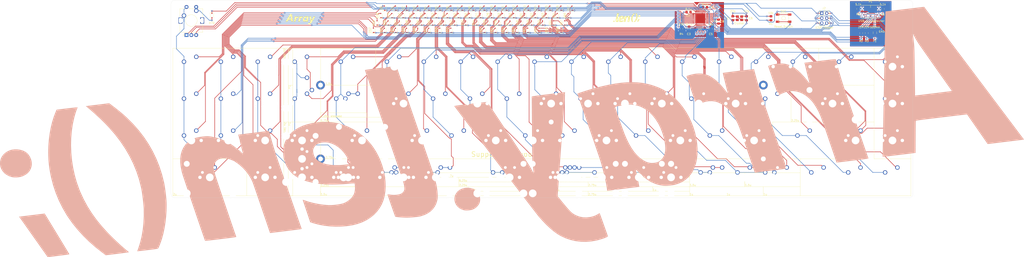
<source format=kicad_pcb>
(kicad_pcb (version 20171130) (host pcbnew "(5.1.12)-1")
  (layers (0 F.Cu signal) (31 B.Cu signal) (34 B.Paste user) (35 F.Paste user) (36 B.SilkS user hide) (37 F.SilkS user) (38 B.Mask user) (39 F.Mask user) (44 Edge.Cuts user))
  (net 0 "")
  (net 1 GND)
  (net 2 VCC)
  (net 3 "Net-(D0-Pad2)")
  (net 4 /Row_0)
  (net 5 "Net-(D1-Pad2)")
  (net 6 "Net-(D2-Pad2)")
  (net 7 "Net-(D3-Pad2)")
  (net 8 "Net-(D4-Pad2)")
  (net 9 "Net-(D5-Pad2)")
  (net 10 "Net-(D6-Pad2)")
  (net 11 "Net-(D7-Pad2)")
  (net 12 "Net-(D8-Pad2)")
  (net 13 "Net-(D9-Pad2)")
  (net 14 "Net-(D10-Pad2)")
  (net 15 "Net-(D11-Pad2)")
  (net 16 "Net-(D12-Pad2)")
  (net 17 "Net-(D13-Pad2)")
  (net 18 "Net-(D14-Pad2)")
  (net 19 "Net-(D15-Pad2)")
  (net 20 "Net-(D16-Pad2)")
  (net 21 "Net-(D17-Pad2)")
  (net 22 "Net-(D18-Pad2)")
  (net 23 /Row_1)
  (net 24 "Net-(D19-Pad2)")
  (net 25 "Net-(D20-Pad2)")
  (net 26 "Net-(D21-Pad2)")
  (net 27 "Net-(D22-Pad2)")
  (net 28 "Net-(D23-Pad2)")
  (net 29 "Net-(D24-Pad2)")
  (net 30 "Net-(D25-Pad2)")
  (net 31 "Net-(D26-Pad2)")
  (net 32 "Net-(D27-Pad2)")
  (net 33 "Net-(D28-Pad2)")
  (net 34 "Net-(D29-Pad2)")
  (net 35 "Net-(D30-Pad2)")
  (net 36 "Net-(D31-Pad2)")
  (net 37 "Net-(D32-Pad2)")
  (net 38 "Net-(D33-Pad2)")
  (net 39 "Net-(D34-Pad2)")
  (net 40 "Net-(D35-Pad2)")
  (net 41 /Row_2)
  (net 42 "Net-(D36-Pad2)")
  (net 43 "Net-(D37-Pad2)")
  (net 44 "Net-(D38-Pad2)")
  (net 45 "Net-(D39-Pad2)")
  (net 46 "Net-(D40-Pad2)")
  (net 47 "Net-(D41-Pad2)")
  (net 48 "Net-(D42-Pad2)")
  (net 49 "Net-(D43-Pad2)")
  (net 50 "Net-(D44-Pad2)")
  (net 51 "Net-(D45-Pad2)")
  (net 52 "Net-(D46-Pad2)")
  (net 53 "Net-(D47-Pad2)")
  (net 54 "Net-(D48-Pad2)")
  (net 55 "Net-(D49-Pad2)")
  (net 56 "Net-(D50-Pad2)")
  (net 57 "Net-(D51-Pad2)")
  (net 58 "Net-(D52-Pad2)")
  (net 59 /Row_3)
  (net 60 "Net-(D53-Pad2)")
  (net 61 "Net-(D54-Pad2)")
  (net 62 "Net-(D55-Pad2)")
  (net 63 "Net-(D56-Pad2)")
  (net 64 "Net-(D57-Pad2)")
  (net 65 "Net-(D58-Pad2)")
  (net 66 "Net-(D59-Pad2)")
  (net 67 "Net-(D60-Pad2)")
  (net 68 "Net-(D61-Pad2)")
  (net 69 "Net-(D62-Pad2)")
  (net 70 "Net-(D63-Pad2)")
  (net 71 "Net-(D64-Pad2)")
  (net 72 "Net-(D65-Pad2)")
  (net 73 "Net-(D66-Pad2)")
  (net 74 "Net-(D67-Pad2)")
  (net 75 "Net-(D68-Pad2)")
  (net 76 "Net-(D69-Pad2)")
  (net 77 "Net-(F1-Pad2)")
  (net 78 /Reset)
  (net 79 /Col_15)
  (net 80 /Col_16)
  (net 81 /Col_17)
  (net 82 /Col_0)
  (net 83 /Col_1)
  (net 84 /Col_2)
  (net 85 /Col_3)
  (net 86 /Col_4)
  (net 87 /Col_5)
  (net 88 /Col_6)
  (net 89 /Col_7)
  (net 90 /Col_8)
  (net 91 /Col_9)
  (net 92 /Col_10)
  (net 93 /Col_11)
  (net 94 /Col_12)
  (net 95 /Col_13)
  (net 96 /Col_14)
  (net 97 "Net-(P1-PadA5)")
  (net 98 "Net-(P1-PadA6)")
  (net 99 "Net-(P1-PadA7)")
  (net 100 "Net-(P1-PadA8)")
  (net 101 "Net-(P1-PadB8)")
  (net 102 "Net-(P1-PadB5)")
  (net 103 /Row_4)
  (net 104 "Net-(D70-Pad2)")
  (net 105 Rotary_A)
  (net 106 Rotary_B)
  (net 107 "Net-(C1-Pad3)")
  (net 108 "Net-(C1-Pad1)")
  (net 109 "Net-(C8-Pad1)")
  (net 110 "Net-(R2-Pad1)")
  (net 111 "Net-(R3-Pad1)")
  (net 112 "Net-(R4-Pad2)")
  (net 113 "Net-(U1-Pad42)")
  (module Images:array_dotlen_logo_526 (layer B.Cu) (at 184.55 110.45 187)
    (fp_text reference Array_Logo2 hide)
    (fp_text value Array_Logo hide)
  )
  (module MX_Only:MXOnly-2U-NoLED (layer F.Cu) (at 76.2 76.2 270)
    (fp_text reference K3-2uVert1)
    (fp_text value KEYSW)
    (pad 2 thru_hole circle (at 2.54 -5.08 270) (size 2.25 2.25) (drill 1.47) (layers *.Cu *.Mask) (net 7 "Net-(D3-Pad2)"))
    (pad "" np_thru_hole circle (at 0 0 270) (size 3.9878 3.9878) (drill 3.9878) (layers *.Cu *.Mask))
    (pad 1 thru_hole circle (at -3.81 -2.54 270) (size 2.25 2.25) (drill 1.47) (layers *.Cu *.Mask) (net 85 /Col_3))
    (pad "" np_thru_hole circle (at -5.08 0 318.0996) (size 1.75 1.75) (drill 1.75) (layers *.Cu *.Mask))
    (pad "" np_thru_hole circle (at 5.08 0 318.0996) (size 1.75 1.75) (drill 1.75) (layers *.Cu *.Mask))
    (pad "" np_thru_hole circle (at -11.90625 -6.985 270) (size 3.048 3.048) (drill 3.048) (layers *.Cu *.Mask))
    (pad "" np_thru_hole circle (at 11.90625 -6.985 270) (size 3.048 3.048) (drill 3.048) (layers *.Cu *.Mask))
    (pad "" np_thru_hole circle (at -11.90625 8.255 270) (size 3.9878 3.9878) (drill 3.9878) (layers *.Cu *.Mask))
    (pad "" np_thru_hole circle (at 11.90625 8.255 270) (size 3.9878 3.9878) (drill 3.9878) (layers *.Cu *.Mask))
  )
  (module MX_Only:MXOnly-2U-NoLED (layer F.Cu) (at 28.575 123.825)
    (fp_text reference K52)
    (fp_text value KEYSW)
    (pad 2 thru_hole circle (at 2.54 -5.08) (size 2.25 2.25) (drill 1.47) (layers *.Cu *.Mask) (net 58 "Net-(D52-Pad2)"))
    (pad "" np_thru_hole circle (at 0 0) (size 3.9878 3.9878) (drill 3.9878) (layers *.Cu *.Mask))
    (pad 1 thru_hole circle (at -3.81 -2.54) (size 2.25 2.25) (drill 1.47) (layers *.Cu *.Mask) (net 82 /Col_0))
    (pad "" np_thru_hole circle (at -5.08 0 48.0996) (size 1.75 1.75) (drill 1.75) (layers *.Cu *.Mask))
    (pad "" np_thru_hole circle (at 5.08 0 48.0996) (size 1.75 1.75) (drill 1.75) (layers *.Cu *.Mask))
    (pad "" np_thru_hole circle (at -11.90625 -6.985) (size 3.048 3.048) (drill 3.048) (layers *.Cu *.Mask))
    (pad "" np_thru_hole circle (at 11.90625 -6.985) (size 3.048 3.048) (drill 3.048) (layers *.Cu *.Mask))
    (pad "" np_thru_hole circle (at -11.90625 8.255) (size 3.9878 3.9878) (drill 3.9878) (layers *.Cu *.Mask))
    (pad "" np_thru_hole circle (at 11.90625 8.255) (size 3.9878 3.9878) (drill 3.9878) (layers *.Cu *.Mask))
  )
  (module random-keyboard-parts:RotaryEncoder_Alps_EC11E-Switch_Vertical_H20mm_MX-1U (layer F.Cu) (at 19.05 42.8625 90)
    (fp_text reference SW3)
    (fp_text value Rotary_Encoder_Switch)
    (pad S1 thru_hole circle (at 7 2.5 90) (size 2 2) (drill 1) (layers *.Cu *.Mask) (net 104 "Net-(D70-Pad2)"))
    (pad S2 thru_hole circle (at 7 -2.5 90) (size 2 2) (drill 1) (layers *.Cu *.Mask) (net 82 /Col_0))
    (pad MP thru_hole rect (at 0 5.6 90) (size 3.2 2) (drill oval 2.8 1.5) (layers *.Cu *.Mask))
    (pad MP thru_hole rect (at 0 -5.6 90) (size 3.2 2) (drill oval 2.8 1.5) (layers *.Cu *.Mask))
    (pad B thru_hole circle (at -7.5 2.5 90) (size 2 2) (drill 1) (layers *.Cu *.Mask) (net 106 Rotary_B))
    (pad C thru_hole circle (at -7.5 0 90) (size 2 2) (drill 1) (layers *.Cu *.Mask) (net 1 GND))
    (pad A thru_hole rect (at -7.5 -2.5 90) (size 2 2) (drill 1) (layers *.Cu *.Mask) (net 105 Rotary_A))
  )
  (module Images:array_logo_14 (layer F.Cu) (at 75.27545 42.1089)
    (fp_text reference Array_Logo1 hide)
    (fp_text value Array_Logo hide)
  )
  (module Connector_PinHeader_2.54mm:PinHeader_2x03_P2.54mm_Vertical (layer F.Cu) (at 344.4875 39.1287)
    (fp_text reference J2 (at 1.143 -2.6035) (layer F.SilkS))
    (fp_text value ICSP_Header (at 1.27 7.41) (layer F.SilkS))
    (pad 1 thru_hole rect (at 0 0) (size 1.7 1.7) (drill 1) (layers *.Cu *.Mask) (net 2 VCC))
    (pad 2 thru_hole oval (at 2.54 0) (size 1.7 1.7) (drill 1) (layers *.Cu *.Mask) (net 81 /Col_17))
    (pad 3 thru_hole oval (at 0 2.54) (size 1.7 1.7) (drill 1) (layers *.Cu *.Mask) (net 80 /Col_16))
    (pad 4 thru_hole oval (at 2.54 2.54) (size 1.7 1.7) (drill 1) (layers *.Cu *.Mask) (net 79 /Col_15))
    (pad 5 thru_hole oval (at 0 5.08) (size 1.7 1.7) (drill 1) (layers *.Cu *.Mask) (net 1 GND))
    (pad 6 thru_hole oval (at 2.54 5.08) (size 1.7 1.7) (drill 1) (layers *.Cu *.Mask) (net 78 /Reset))
  )
  (module "random-keyboard-parts:M2 Mounting Hole" (layer F.Cu) (at 204.7875 95.25)
    (fp_text reference H5 hide)
    (fp_text value MountingHole)
    (pad 1 thru_hole circle (at 0 0) (size 4.5 4.5) (drill 2.5) (layers *.Cu *.Mask))
  )
  (module MX_Only:MXOnly-7U-NoLED (layer F.Cu) (at 209.55 123.825)
    (fp_text reference K59-7u1)
    (fp_text value KEYSW)
    (pad 2 thru_hole circle (at 2.54 -5.08) (size 2.25 2.25) (drill 1.47) (layers *.Cu *.Mask) (net 66 "Net-(D59-Pad2)"))
    (pad "" np_thru_hole circle (at 0 0) (size 3.9878 3.9878) (drill 3.9878) (layers *.Cu *.Mask))
    (pad 1 thru_hole circle (at -3.81 -2.54) (size 2.25 2.25) (drill 1.47) (layers *.Cu *.Mask) (net 90 /Col_8))
    (pad "" np_thru_hole circle (at -5.08 0 48.0996) (size 1.75 1.75) (drill 1.75) (layers *.Cu *.Mask))
    (pad "" np_thru_hole circle (at 5.08 0 48.0996) (size 1.75 1.75) (drill 1.75) (layers *.Cu *.Mask))
    (pad "" np_thru_hole circle (at -57.15 -6.985) (size 3.048 3.048) (drill 3.048) (layers *.Cu *.Mask))
    (pad "" np_thru_hole circle (at 57.15 -6.985) (size 3.048 3.048) (drill 3.048) (layers *.Cu *.Mask))
    (pad "" np_thru_hole circle (at -57.15 8.255) (size 3.9878 3.9878) (drill 3.9878) (layers *.Cu *.Mask))
    (pad "" np_thru_hole circle (at 57.15 8.255) (size 3.9878 3.9878) (drill 3.9878) (layers *.Cu *.Mask))
  )
  (module MX_Only:MXOnly-1.5U-NoLED (layer F.Cu) (at 128.5875 123.825)
    (fp_text reference K57-1.5u1)
    (fp_text value KEYSW)
    (pad 2 thru_hole circle (at 2.54 -5.08) (size 2.25 2.25) (drill 1.47) (layers *.Cu *.Mask) (net 63 "Net-(D56-Pad2)"))
    (pad "" np_thru_hole circle (at 0 0) (size 3.9878 3.9878) (drill 3.9878) (layers *.Cu *.Mask))
    (pad 1 thru_hole circle (at -3.81 -2.54) (size 2.25 2.25) (drill 1.47) (layers *.Cu *.Mask) (net 86 /Col_4))
    (pad "" np_thru_hole circle (at -5.08 0 48.0996) (size 1.75 1.75) (drill 1.75) (layers *.Cu *.Mask))
    (pad "" np_thru_hole circle (at 5.08 0 48.0996) (size 1.75 1.75) (drill 1.75) (layers *.Cu *.Mask))
  )
  (module MX_Only:MXOnly-1.5U-NoLED (layer F.Cu) (at 319.0875 123.825)
    (fp_text reference K62-1.5u1)
    (fp_text value KEYSW)
    (pad 2 thru_hole circle (at 2.54 -5.08) (size 2.25 2.25) (drill 1.47) (layers *.Cu *.Mask) (net 69 "Net-(D62-Pad2)"))
    (pad "" np_thru_hole circle (at 0 0) (size 3.9878 3.9878) (drill 3.9878) (layers *.Cu *.Mask))
    (pad 1 thru_hole circle (at -3.81 -2.54) (size 2.25 2.25) (drill 1.47) (layers *.Cu *.Mask) (net 94 /Col_12))
    (pad "" np_thru_hole circle (at -5.08 0 48.0996) (size 1.75 1.75) (drill 1.75) (layers *.Cu *.Mask))
    (pad "" np_thru_hole circle (at 5.08 0 48.0996) (size 1.75 1.75) (drill 1.75) (layers *.Cu *.Mask))
  )
  (module MX_Only:MXOnly-1.5U-NoLED (layer F.Cu) (at 290.5125 123.825)
    (fp_text reference K61-1.5u1)
    (fp_text value KEYSW)
    (pad 2 thru_hole circle (at 2.54 -5.08) (size 2.25 2.25) (drill 1.47) (layers *.Cu *.Mask) (net 68 "Net-(D61-Pad2)"))
    (pad "" np_thru_hole circle (at 0 0) (size 3.9878 3.9878) (drill 3.9878) (layers *.Cu *.Mask))
    (pad 1 thru_hole circle (at -3.81 -2.54) (size 2.25 2.25) (drill 1.47) (layers *.Cu *.Mask) (net 93 /Col_11))
    (pad "" np_thru_hole circle (at -5.08 0 48.0996) (size 1.75 1.75) (drill 1.75) (layers *.Cu *.Mask))
    (pad "" np_thru_hole circle (at 5.08 0 48.0996) (size 1.75 1.75) (drill 1.75) (layers *.Cu *.Mask))
  )
  (module MX_Only:MXOnly-2.25U-NoLED (layer F.Cu) (at 178.59375 123.825)
    (fp_text reference K58for1.25Row1)
    (fp_text value KEYSW)
    (pad 2 thru_hole circle (at 2.54 -5.08) (size 2.25 2.25) (drill 1.47) (layers *.Cu *.Mask) (net 65 "Net-(D58-Pad2)"))
    (pad "" np_thru_hole circle (at 0 0) (size 3.9878 3.9878) (drill 3.9878) (layers *.Cu *.Mask))
    (pad 1 thru_hole circle (at -3.81 -2.54) (size 2.25 2.25) (drill 1.47) (layers *.Cu *.Mask) (net 89 /Col_7))
    (pad "" np_thru_hole circle (at -5.08 0 48.0996) (size 1.75 1.75) (drill 1.75) (layers *.Cu *.Mask))
    (pad "" np_thru_hole circle (at 5.08 0 48.0996) (size 1.75 1.75) (drill 1.75) (layers *.Cu *.Mask))
    (pad "" np_thru_hole circle (at -11.90625 -6.985) (size 3.048 3.048) (drill 3.048) (layers *.Cu *.Mask))
    (pad "" np_thru_hole circle (at 11.90625 -6.985) (size 3.048 3.048) (drill 3.048) (layers *.Cu *.Mask))
    (pad "" np_thru_hole circle (at -11.90625 8.255) (size 3.9878 3.9878) (drill 3.9878) (layers *.Cu *.Mask))
    (pad "" np_thru_hole circle (at 11.90625 8.255) (size 3.9878 3.9878) (drill 3.9878) (layers *.Cu *.Mask))
  )
  (module MX_Only:MXOnly-2U-NoLED (layer F.Cu) (at 76.2 114.3 270)
    (fp_text reference K38-2uVert1)
    (fp_text value KEYSW)
    (pad 2 thru_hole circle (at 2.54 -5.08 270) (size 2.25 2.25) (drill 1.47) (layers *.Cu *.Mask) (net 44 "Net-(D38-Pad2)"))
    (pad "" np_thru_hole circle (at 0 0 270) (size 3.9878 3.9878) (drill 3.9878) (layers *.Cu *.Mask))
    (pad 1 thru_hole circle (at -3.81 -2.54 270) (size 2.25 2.25) (drill 1.47) (layers *.Cu *.Mask) (net 85 /Col_3))
    (pad "" np_thru_hole circle (at -5.08 0 318.0996) (size 1.75 1.75) (drill 1.75) (layers *.Cu *.Mask))
    (pad "" np_thru_hole circle (at 5.08 0 318.0996) (size 1.75 1.75) (drill 1.75) (layers *.Cu *.Mask))
    (pad "" np_thru_hole circle (at -11.90625 -6.985 270) (size 3.048 3.048) (drill 3.048) (layers *.Cu *.Mask))
    (pad "" np_thru_hole circle (at 11.90625 -6.985 270) (size 3.048 3.048) (drill 3.048) (layers *.Cu *.Mask))
    (pad "" np_thru_hole circle (at -11.90625 8.255 270) (size 3.9878 3.9878) (drill 3.9878) (layers *.Cu *.Mask))
    (pad "" np_thru_hole circle (at 11.90625 8.255 270) (size 3.9878 3.9878) (drill 3.9878) (layers *.Cu *.Mask))
  )
  (module MX_Only:MXOnly-1.25U-NoLED (layer F.Cu) (at 211.93125 123.825)
    (fp_text reference K59-1.25u1)
    (fp_text value KEYSW)
    (pad 2 thru_hole circle (at 2.54 -5.08) (size 2.25 2.25) (drill 1.47) (layers *.Cu *.Mask) (net 66 "Net-(D59-Pad2)"))
    (pad "" np_thru_hole circle (at 0 0) (size 3.9878 3.9878) (drill 3.9878) (layers *.Cu *.Mask))
    (pad 1 thru_hole circle (at -3.81 -2.54) (size 2.25 2.25) (drill 1.47) (layers *.Cu *.Mask) (net 90 /Col_8))
    (pad "" np_thru_hole circle (at -5.08 0 48.0996) (size 1.75 1.75) (drill 1.75) (layers *.Cu *.Mask))
    (pad "" np_thru_hole circle (at 5.08 0 48.0996) (size 1.75 1.75) (drill 1.75) (layers *.Cu *.Mask))
  )
  (module Diode_SMD:D_SOD-323F (layer F.Cu) (at 166.36085 44.1025 90)
    (fp_text reference D44 (at 0 -1.85 90) (layer F.SilkS))
    (fp_text value D)
    (pad 2 smd rect (at 1.1 0 90) (size 0.5 0.5) (layers F.Cu F.Paste F.Mask) (net 50 "Net-(D44-Pad2)"))
    (pad 1 smd rect (at -1.1 0 90) (size 0.5 0.5) (layers F.Cu F.Paste F.Mask) (net 41 /Row_2))
  )
  (module Diode_SMD:D_SOD-323F (layer F.Cu) (at 168.26585 40.2925 90)
    (fp_text reference D27 (at 0 -1.85 90) (layer F.SilkS))
    (fp_text value D)
    (pad 2 smd rect (at 1.1 0 90) (size 0.5 0.5) (layers F.Cu F.Paste F.Mask) (net 32 "Net-(D27-Pad2)"))
    (pad 1 smd rect (at -1.1 0 90) (size 0.5 0.5) (layers F.Cu F.Paste F.Mask) (net 23 /Row_1))
  )
  (module MX_Only:MXOnly-1U-NoLED (layer F.Cu) (at 276.225 66.675)
    (fp_text reference K13)
    (fp_text value KEYSW)
    (pad 2 thru_hole circle (at 2.54 -5.08) (size 2.25 2.25) (drill 1.47) (layers *.Cu *.Mask) (net 17 "Net-(D13-Pad2)"))
    (pad "" np_thru_hole circle (at 0 0) (size 3.9878 3.9878) (drill 3.9878) (layers *.Cu *.Mask))
    (pad 1 thru_hole circle (at -3.81 -2.54) (size 2.25 2.25) (drill 1.47) (layers *.Cu *.Mask) (net 95 /Col_13))
    (pad "" np_thru_hole circle (at -5.08 0 48.0996) (size 1.75 1.75) (drill 1.75) (layers *.Cu *.Mask))
    (pad "" np_thru_hole circle (at 5.08 0 48.0996) (size 1.75 1.75) (drill 1.75) (layers *.Cu *.Mask))
  )
  (module MX_Only:MXOnly-1U-NoLED (layer F.Cu) (at 200.025 66.675)
    (fp_text reference K9)
    (fp_text value KEYSW)
    (pad 2 thru_hole circle (at 2.54 -5.08) (size 2.25 2.25) (drill 1.47) (layers *.Cu *.Mask) (net 13 "Net-(D9-Pad2)"))
    (pad "" np_thru_hole circle (at 0 0) (size 3.9878 3.9878) (drill 3.9878) (layers *.Cu *.Mask))
    (pad 1 thru_hole circle (at -3.81 -2.54) (size 2.25 2.25) (drill 1.47) (layers *.Cu *.Mask) (net 91 /Col_9))
    (pad "" np_thru_hole circle (at -5.08 0 48.0996) (size 1.75 1.75) (drill 1.75) (layers *.Cu *.Mask))
    (pad "" np_thru_hole circle (at 5.08 0 48.0996) (size 1.75 1.75) (drill 1.75) (layers *.Cu *.Mask))
  )
  (module MX_Only:MXOnly-1U-NoLED (layer F.Cu) (at 238.125 66.675)
    (fp_text reference K11)
    (fp_text value KEYSW)
    (pad 2 thru_hole circle (at 2.54 -5.08) (size 2.25 2.25) (drill 1.47) (layers *.Cu *.Mask) (net 15 "Net-(D11-Pad2)"))
    (pad "" np_thru_hole circle (at 0 0) (size 3.9878 3.9878) (drill 3.9878) (layers *.Cu *.Mask))
    (pad 1 thru_hole circle (at -3.81 -2.54) (size 2.25 2.25) (drill 1.47) (layers *.Cu *.Mask) (net 93 /Col_11))
    (pad "" np_thru_hole circle (at -5.08 0 48.0996) (size 1.75 1.75) (drill 1.75) (layers *.Cu *.Mask))
    (pad "" np_thru_hole circle (at 5.08 0 48.0996) (size 1.75 1.75) (drill 1.75) (layers *.Cu *.Mask))
  )
  (module MX_Only:MXOnly-1U-NoLED (layer F.Cu) (at 219.075 66.675)
    (fp_text reference K10)
    (fp_text value KEYSW)
    (pad 2 thru_hole circle (at 2.54 -5.08) (size 2.25 2.25) (drill 1.47) (layers *.Cu *.Mask) (net 14 "Net-(D10-Pad2)"))
    (pad "" np_thru_hole circle (at 0 0) (size 3.9878 3.9878) (drill 3.9878) (layers *.Cu *.Mask))
    (pad 1 thru_hole circle (at -3.81 -2.54) (size 2.25 2.25) (drill 1.47) (layers *.Cu *.Mask) (net 92 /Col_10))
    (pad "" np_thru_hole circle (at -5.08 0 48.0996) (size 1.75 1.75) (drill 1.75) (layers *.Cu *.Mask))
    (pad "" np_thru_hole circle (at 5.08 0 48.0996) (size 1.75 1.75) (drill 1.75) (layers *.Cu *.Mask))
  )
  (module MX_Only:MXOnly-1U-NoLED (layer F.Cu) (at 257.175 66.675)
    (fp_text reference K12)
    (fp_text value KEYSW)
    (pad 2 thru_hole circle (at 2.54 -5.08) (size 2.25 2.25) (drill 1.47) (layers *.Cu *.Mask) (net 16 "Net-(D12-Pad2)"))
    (pad "" np_thru_hole circle (at 0 0) (size 3.9878 3.9878) (drill 3.9878) (layers *.Cu *.Mask))
    (pad 1 thru_hole circle (at -3.81 -2.54) (size 2.25 2.25) (drill 1.47) (layers *.Cu *.Mask) (net 94 /Col_12))
    (pad "" np_thru_hole circle (at -5.08 0 48.0996) (size 1.75 1.75) (drill 1.75) (layers *.Cu *.Mask))
    (pad "" np_thru_hole circle (at 5.08 0 48.0996) (size 1.75 1.75) (drill 1.75) (layers *.Cu *.Mask))
  )
  (module Images:dotlen_14 (layer F.Cu) (at 243.84 41.3512)
    (fp_text reference G1 hide)
    (fp_text value dotlen hide)
  )
  (module MX_Only:MXOnly-1.25U-NoLED (layer F.Cu) (at 97.63125 85.725)
    (fp_text reference K22-stepped1)
    (fp_text value KEYSW)
    (pad 2 thru_hole circle (at 2.54 -5.08) (size 2.25 2.25) (drill 1.47) (layers *.Cu *.Mask) (net 27 "Net-(D22-Pad2)"))
    (pad "" np_thru_hole circle (at 0 0) (size 3.9878 3.9878) (drill 3.9878) (layers *.Cu *.Mask))
    (pad 1 thru_hole circle (at -3.81 -2.54) (size 2.25 2.25) (drill 1.47) (layers *.Cu *.Mask) (net 86 /Col_4))
    (pad "" np_thru_hole circle (at -5.08 0 48.0996) (size 1.75 1.75) (drill 1.75) (layers *.Cu *.Mask))
    (pad "" np_thru_hole circle (at 5.08 0 48.0996) (size 1.75 1.75) (drill 1.75) (layers *.Cu *.Mask))
  )
  (module MX_Only:MXOnly-1U-NoLED (layer F.Cu) (at 19.05 42.8625)
    (fp_text reference KEsc1)
    (fp_text value KEYSW)
    (pad 2 thru_hole circle (at 2.54 -5.08) (size 2.25 2.25) (drill 1.47) (layers *.Cu *.Mask) (net 104 "Net-(D70-Pad2)"))
    (pad "" np_thru_hole circle (at 0 0) (size 3.9878 3.9878) (drill 3.9878) (layers *.Cu *.Mask))
    (pad 1 thru_hole circle (at -3.81 -2.54) (size 2.25 2.25) (drill 1.47) (layers *.Cu *.Mask) (net 82 /Col_0))
    (pad "" np_thru_hole circle (at -5.08 0 48.0996) (size 1.75 1.75) (drill 1.75) (layers *.Cu *.Mask))
    (pad "" np_thru_hole circle (at 5.08 0 48.0996) (size 1.75 1.75) (drill 1.75) (layers *.Cu *.Mask))
  )
  (module MX_Only:MXOnly-1U-NoLED (layer F.Cu) (at 266.7 123.825)
    (fp_text reference K60Alt1)
    (fp_text value KEYSW)
    (pad 2 thru_hole circle (at 2.54 -5.08) (size 2.25 2.25) (drill 1.47) (layers *.Cu *.Mask) (net 67 "Net-(D60-Pad2)"))
    (pad "" np_thru_hole circle (at 0 0) (size 3.9878 3.9878) (drill 3.9878) (layers *.Cu *.Mask))
    (pad 1 thru_hole circle (at -3.81 -2.54) (size 2.25 2.25) (drill 1.47) (layers *.Cu *.Mask) (net 92 /Col_10))
    (pad "" np_thru_hole circle (at -5.08 0 48.0996) (size 1.75 1.75) (drill 1.75) (layers *.Cu *.Mask))
    (pad "" np_thru_hole circle (at 5.08 0 48.0996) (size 1.75 1.75) (drill 1.75) (layers *.Cu *.Mask))
  )
  (module MX_Only:MXOnly-2.75U-NoLED (layer F.Cu) (at 230.98125 123.825)
    (fp_text reference K59Alt1)
    (fp_text value KEYSW)
    (pad 2 thru_hole circle (at 2.54 -5.08) (size 2.25 2.25) (drill 1.47) (layers *.Cu *.Mask) (net 66 "Net-(D59-Pad2)"))
    (pad "" np_thru_hole circle (at 0 0) (size 3.9878 3.9878) (drill 3.9878) (layers *.Cu *.Mask))
    (pad 1 thru_hole circle (at -3.81 -2.54) (size 2.25 2.25) (drill 1.47) (layers *.Cu *.Mask) (net 90 /Col_8))
    (pad "" np_thru_hole circle (at -5.08 0 48.0996) (size 1.75 1.75) (drill 1.75) (layers *.Cu *.Mask))
    (pad "" np_thru_hole circle (at 5.08 0 48.0996) (size 1.75 1.75) (drill 1.75) (layers *.Cu *.Mask))
    (pad "" np_thru_hole circle (at -11.90625 -6.985) (size 3.048 3.048) (drill 3.048) (layers *.Cu *.Mask))
    (pad "" np_thru_hole circle (at 11.90625 -6.985) (size 3.048 3.048) (drill 3.048) (layers *.Cu *.Mask))
    (pad "" np_thru_hole circle (at -11.90625 8.255) (size 3.9878 3.9878) (drill 3.9878) (layers *.Cu *.Mask))
    (pad "" np_thru_hole circle (at 11.90625 8.255) (size 3.9878 3.9878) (drill 3.9878) (layers *.Cu *.Mask))
  )
  (module MX_Only:MXOnly-6.25U-NoLED (layer F.Cu) (at 216.69375 123.825)
    (fp_text reference K58-6u1)
    (fp_text value KEYSW)
    (pad 2 thru_hole circle (at 2.54 -5.08) (size 2.25 2.25) (drill 1.47) (layers *.Cu *.Mask) (net 66 "Net-(D59-Pad2)"))
    (pad "" np_thru_hole circle (at 0 0) (size 3.9878 3.9878) (drill 3.9878) (layers *.Cu *.Mask))
    (pad 1 thru_hole circle (at -3.81 -2.54) (size 2.25 2.25) (drill 1.47) (layers *.Cu *.Mask) (net 90 /Col_8))
    (pad "" np_thru_hole circle (at -5.08 0 48.0996) (size 1.75 1.75) (drill 1.75) (layers *.Cu *.Mask))
    (pad "" np_thru_hole circle (at 5.08 0 48.0996) (size 1.75 1.75) (drill 1.75) (layers *.Cu *.Mask))
    (pad "" np_thru_hole circle (at -49.9999 -6.985) (size 3.048 3.048) (drill 3.048) (layers *.Cu *.Mask))
    (pad "" np_thru_hole circle (at 49.9999 -6.985) (size 3.048 3.048) (drill 3.048) (layers *.Cu *.Mask))
    (pad "" np_thru_hole circle (at -49.9999 8.255) (size 3.9878 3.9878) (drill 3.9878) (layers *.Cu *.Mask))
    (pad "" np_thru_hole circle (at 49.9999 8.255) (size 3.9878 3.9878) (drill 3.9878) (layers *.Cu *.Mask))
  )
  (module MX_Only:MXOnly-1.25U-NoLED (layer F.Cu) (at 145.25625 123.825)
    (fp_text reference K57-1.25)
    (fp_text value KEYSW)
    (pad 2 thru_hole circle (at 2.54 -5.08) (size 2.25 2.25) (drill 1.47) (layers *.Cu *.Mask) (net 64 "Net-(D57-Pad2)"))
    (pad "" np_thru_hole circle (at 0 0) (size 3.9878 3.9878) (drill 3.9878) (layers *.Cu *.Mask))
    (pad 1 thru_hole circle (at -3.81 -2.54) (size 2.25 2.25) (drill 1.47) (layers *.Cu *.Mask) (net 87 /Col_5))
    (pad "" np_thru_hole circle (at -5.08 0 48.0996) (size 1.75 1.75) (drill 1.75) (layers *.Cu *.Mask))
    (pad "" np_thru_hole circle (at 5.08 0 48.0996) (size 1.75 1.75) (drill 1.75) (layers *.Cu *.Mask))
  )
  (module MX_Only:MXOnly-1.25U-NoLED (layer F.Cu) (at 121.44375 123.825)
    (fp_text reference K56-1.25)
    (fp_text value KEYSW)
    (pad 2 thru_hole circle (at 2.54 -5.08) (size 2.25 2.25) (drill 1.47) (layers *.Cu *.Mask) (net 63 "Net-(D56-Pad2)"))
    (pad "" np_thru_hole circle (at 0 0) (size 3.9878 3.9878) (drill 3.9878) (layers *.Cu *.Mask))
    (pad 1 thru_hole circle (at -3.81 -2.54) (size 2.25 2.25) (drill 1.47) (layers *.Cu *.Mask) (net 86 /Col_4))
    (pad "" np_thru_hole circle (at -5.08 0 48.0996) (size 1.75 1.75) (drill 1.75) (layers *.Cu *.Mask))
    (pad "" np_thru_hole circle (at 5.08 0 48.0996) (size 1.75 1.75) (drill 1.75) (layers *.Cu *.Mask))
  )
  (module MX_Only:MXOnly-1.25U-NoLED (layer F.Cu) (at 97.63125 123.825)
    (fp_text reference K55-1.25)
    (fp_text value KEYSW)
    (pad 2 thru_hole circle (at 2.54 -5.08) (size 2.25 2.25) (drill 1.47) (layers *.Cu *.Mask) (net 62 "Net-(D55-Pad2)"))
    (pad "" np_thru_hole circle (at 0 0) (size 3.9878 3.9878) (drill 3.9878) (layers *.Cu *.Mask))
    (pad 1 thru_hole circle (at -3.81 -2.54) (size 2.25 2.25) (drill 1.47) (layers *.Cu *.Mask) (net 85 /Col_3))
    (pad "" np_thru_hole circle (at -5.08 0 48.0996) (size 1.75 1.75) (drill 1.75) (layers *.Cu *.Mask))
    (pad "" np_thru_hole circle (at 5.08 0 48.0996) (size 1.75 1.75) (drill 1.75) (layers *.Cu *.Mask))
  )
  (module MX_Only:MXOnly-1U-NoLED (layer F.Cu) (at 381 123.825)
    (fp_text reference K69)
    (fp_text value KEYSW)
    (pad 2 thru_hole circle (at 2.54 -5.08) (size 2.25 2.25) (drill 1.47) (layers *.Cu *.Mask) (net 76 "Net-(D69-Pad2)"))
    (pad "" np_thru_hole circle (at 0 0) (size 3.9878 3.9878) (drill 3.9878) (layers *.Cu *.Mask))
    (pad 1 thru_hole circle (at -3.81 -2.54) (size 2.25 2.25) (drill 1.47) (layers *.Cu *.Mask) (net 80 /Col_16))
    (pad "" np_thru_hole circle (at -5.08 0 48.0996) (size 1.75 1.75) (drill 1.75) (layers *.Cu *.Mask))
    (pad "" np_thru_hole circle (at 5.08 0 48.0996) (size 1.75 1.75) (drill 1.75) (layers *.Cu *.Mask))
  )
  (module MX_Only:MXOnly-1U-NoLED (layer F.Cu) (at 381 104.775)
    (fp_text reference K68)
    (fp_text value KEYSW)
    (pad 2 thru_hole circle (at 2.54 -5.08) (size 2.25 2.25) (drill 1.47) (layers *.Cu *.Mask) (net 75 "Net-(D68-Pad2)"))
    (pad "" np_thru_hole circle (at 0 0) (size 3.9878 3.9878) (drill 3.9878) (layers *.Cu *.Mask))
    (pad 1 thru_hole circle (at -3.81 -2.54) (size 2.25 2.25) (drill 1.47) (layers *.Cu *.Mask) (net 81 /Col_17))
    (pad "" np_thru_hole circle (at -5.08 0 48.0996) (size 1.75 1.75) (drill 1.75) (layers *.Cu *.Mask))
    (pad "" np_thru_hole circle (at 5.08 0 48.0996) (size 1.75 1.75) (drill 1.75) (layers *.Cu *.Mask))
  )
  (module MX_Only:MXOnly-1U-NoLED (layer F.Cu) (at 381 85.725)
    (fp_text reference K67)
    (fp_text value KEYSW)
    (pad 2 thru_hole circle (at 2.54 -5.08) (size 2.25 2.25) (drill 1.47) (layers *.Cu *.Mask) (net 74 "Net-(D67-Pad2)"))
    (pad "" np_thru_hole circle (at 0 0) (size 3.9878 3.9878) (drill 3.9878) (layers *.Cu *.Mask))
    (pad 1 thru_hole circle (at -3.81 -2.54) (size 2.25 2.25) (drill 1.47) (layers *.Cu *.Mask) (net 81 /Col_17))
    (pad "" np_thru_hole circle (at -5.08 0 48.0996) (size 1.75 1.75) (drill 1.75) (layers *.Cu *.Mask))
    (pad "" np_thru_hole circle (at 5.08 0 48.0996) (size 1.75 1.75) (drill 1.75) (layers *.Cu *.Mask))
  )
  (module MX_Only:MXOnly-1U-NoLED (layer F.Cu) (at 381 66.675)
    (fp_text reference K66)
    (fp_text value KEYSW)
    (pad 2 thru_hole circle (at 2.54 -5.08) (size 2.25 2.25) (drill 1.47) (layers *.Cu *.Mask) (net 73 "Net-(D66-Pad2)"))
    (pad "" np_thru_hole circle (at 0 0) (size 3.9878 3.9878) (drill 3.9878) (layers *.Cu *.Mask))
    (pad 1 thru_hole circle (at -3.81 -2.54) (size 2.25 2.25) (drill 1.47) (layers *.Cu *.Mask) (net 81 /Col_17))
    (pad "" np_thru_hole circle (at -5.08 0 48.0996) (size 1.75 1.75) (drill 1.75) (layers *.Cu *.Mask))
    (pad "" np_thru_hole circle (at 5.08 0 48.0996) (size 1.75 1.75) (drill 1.75) (layers *.Cu *.Mask))
  )
  (module MX_Only:MXOnly-1U-NoLED (layer F.Cu) (at 361.95 123.825)
    (fp_text reference K65)
    (fp_text value KEYSW)
    (pad 2 thru_hole circle (at 2.54 -5.08) (size 2.25 2.25) (drill 1.47) (layers *.Cu *.Mask) (net 72 "Net-(D65-Pad2)"))
    (pad "" np_thru_hole circle (at 0 0) (size 3.9878 3.9878) (drill 3.9878) (layers *.Cu *.Mask))
    (pad 1 thru_hole circle (at -3.81 -2.54) (size 2.25 2.25) (drill 1.47) (layers *.Cu *.Mask) (net 79 /Col_15))
    (pad "" np_thru_hole circle (at -5.08 0 48.0996) (size 1.75 1.75) (drill 1.75) (layers *.Cu *.Mask))
    (pad "" np_thru_hole circle (at 5.08 0 48.0996) (size 1.75 1.75) (drill 1.75) (layers *.Cu *.Mask))
  )
  (module MX_Only:MXOnly-1U-NoLED (layer F.Cu) (at 342.9 123.825)
    (fp_text reference K64)
    (fp_text value KEYSW)
    (pad 2 thru_hole circle (at 2.54 -5.08) (size 2.25 2.25) (drill 1.47) (layers *.Cu *.Mask) (net 71 "Net-(D64-Pad2)"))
    (pad "" np_thru_hole circle (at 0 0) (size 3.9878 3.9878) (drill 3.9878) (layers *.Cu *.Mask))
    (pad 1 thru_hole circle (at -3.81 -2.54) (size 2.25 2.25) (drill 1.47) (layers *.Cu *.Mask) (net 96 /Col_14))
    (pad "" np_thru_hole circle (at -5.08 0 48.0996) (size 1.75 1.75) (drill 1.75) (layers *.Cu *.Mask))
    (pad "" np_thru_hole circle (at 5.08 0 48.0996) (size 1.75 1.75) (drill 1.75) (layers *.Cu *.Mask))
  )
  (module MX_Only:MXOnly-1U-NoLED (layer F.Cu) (at 323.85 123.825)
    (fp_text reference K63)
    (fp_text value KEYSW)
    (pad 2 thru_hole circle (at 2.54 -5.08) (size 2.25 2.25) (drill 1.47) (layers *.Cu *.Mask) (net 70 "Net-(D63-Pad2)"))
    (pad "" np_thru_hole circle (at 0 0) (size 3.9878 3.9878) (drill 3.9878) (layers *.Cu *.Mask))
    (pad 1 thru_hole circle (at -3.81 -2.54) (size 2.25 2.25) (drill 1.47) (layers *.Cu *.Mask) (net 95 /Col_13))
    (pad "" np_thru_hole circle (at -5.08 0 48.0996) (size 1.75 1.75) (drill 1.75) (layers *.Cu *.Mask))
    (pad "" np_thru_hole circle (at 5.08 0 48.0996) (size 1.75 1.75) (drill 1.75) (layers *.Cu *.Mask))
  )
  (module MX_Only:MXOnly-1U-NoLED (layer F.Cu) (at 304.8 123.825)
    (fp_text reference K62)
    (fp_text value KEYSW)
    (pad 2 thru_hole circle (at 2.54 -5.08) (size 2.25 2.25) (drill 1.47) (layers *.Cu *.Mask) (net 69 "Net-(D62-Pad2)"))
    (pad "" np_thru_hole circle (at 0 0) (size 3.9878 3.9878) (drill 3.9878) (layers *.Cu *.Mask))
    (pad 1 thru_hole circle (at -3.81 -2.54) (size 2.25 2.25) (drill 1.47) (layers *.Cu *.Mask) (net 94 /Col_12))
    (pad "" np_thru_hole circle (at -5.08 0 48.0996) (size 1.75 1.75) (drill 1.75) (layers *.Cu *.Mask))
    (pad "" np_thru_hole circle (at 5.08 0 48.0996) (size 1.75 1.75) (drill 1.75) (layers *.Cu *.Mask))
  )
  (module MX_Only:MXOnly-1U-NoLED (layer F.Cu) (at 285.75 123.825)
    (fp_text reference K61)
    (fp_text value KEYSW)
    (pad 2 thru_hole circle (at 2.54 -5.08) (size 2.25 2.25) (drill 1.47) (layers *.Cu *.Mask) (net 68 "Net-(D61-Pad2)"))
    (pad "" np_thru_hole circle (at 0 0) (size 3.9878 3.9878) (drill 3.9878) (layers *.Cu *.Mask))
    (pad 1 thru_hole circle (at -3.81 -2.54) (size 2.25 2.25) (drill 1.47) (layers *.Cu *.Mask) (net 93 /Col_11))
    (pad "" np_thru_hole circle (at -5.08 0 48.0996) (size 1.75 1.75) (drill 1.75) (layers *.Cu *.Mask))
    (pad "" np_thru_hole circle (at 5.08 0 48.0996) (size 1.75 1.75) (drill 1.75) (layers *.Cu *.Mask))
  )
  (module MX_Only:MXOnly-2.75U-NoLED (layer F.Cu) (at 250.03125 123.825)
    (fp_text reference K60)
    (fp_text value KEYSW)
    (pad "" np_thru_hole circle (at 11.90625 8.255) (size 3.9878 3.9878) (drill 3.9878) (layers *.Cu *.Mask))
    (pad "" np_thru_hole circle (at -11.90625 8.255) (size 3.9878 3.9878) (drill 3.9878) (layers *.Cu *.Mask))
    (pad "" np_thru_hole circle (at 11.90625 -6.985) (size 3.048 3.048) (drill 3.048) (layers *.Cu *.Mask))
    (pad "" np_thru_hole circle (at -11.90625 -6.985) (size 3.048 3.048) (drill 3.048) (layers *.Cu *.Mask))
    (pad "" np_thru_hole circle (at 5.08 0 48.0996) (size 1.75 1.75) (drill 1.75) (layers *.Cu *.Mask))
    (pad "" np_thru_hole circle (at -5.08 0 48.0996) (size 1.75 1.75) (drill 1.75) (layers *.Cu *.Mask))
    (pad 1 thru_hole circle (at -3.81 -2.54) (size 2.25 2.25) (drill 1.47) (layers *.Cu *.Mask) (net 92 /Col_10))
    (pad "" np_thru_hole circle (at 0 0) (size 3.9878 3.9878) (drill 3.9878) (layers *.Cu *.Mask))
    (pad 2 thru_hole circle (at 2.54 -5.08) (size 2.25 2.25) (drill 1.47) (layers *.Cu *.Mask) (net 67 "Net-(D60-Pad2)"))
  )
  (module MX_Only:MXOnly-1U-NoLED (layer F.Cu) (at 214.3125 123.825)
    (fp_text reference K59)
    (fp_text value KEYSW)
    (pad 2 thru_hole circle (at 2.54 -5.08) (size 2.25 2.25) (drill 1.47) (layers *.Cu *.Mask) (net 66 "Net-(D59-Pad2)"))
    (pad "" np_thru_hole circle (at 0 0) (size 3.9878 3.9878) (drill 3.9878) (layers *.Cu *.Mask))
    (pad 1 thru_hole circle (at -3.81 -2.54) (size 2.25 2.25) (drill 1.47) (layers *.Cu *.Mask) (net 90 /Col_8))
    (pad "" np_thru_hole circle (at -5.08 0 48.0996) (size 1.75 1.75) (drill 1.75) (layers *.Cu *.Mask))
    (pad "" np_thru_hole circle (at 5.08 0 48.0996) (size 1.75 1.75) (drill 1.75) (layers *.Cu *.Mask))
  )
  (module MX_Only:MXOnly-2.25U-NoLED (layer F.Cu) (at 183.35625 123.825)
    (fp_text reference K58)
    (fp_text value KEYSW)
    (pad 2 thru_hole circle (at 2.54 -5.08) (size 2.25 2.25) (drill 1.47) (layers *.Cu *.Mask) (net 65 "Net-(D58-Pad2)"))
    (pad "" np_thru_hole circle (at 0 0) (size 3.9878 3.9878) (drill 3.9878) (layers *.Cu *.Mask))
    (pad 1 thru_hole circle (at -3.81 -2.54) (size 2.25 2.25) (drill 1.47) (layers *.Cu *.Mask) (net 89 /Col_7))
    (pad "" np_thru_hole circle (at -5.08 0 48.0996) (size 1.75 1.75) (drill 1.75) (layers *.Cu *.Mask))
    (pad "" np_thru_hole circle (at 5.08 0 48.0996) (size 1.75 1.75) (drill 1.75) (layers *.Cu *.Mask))
    (pad "" np_thru_hole circle (at -11.90625 -6.985) (size 3.048 3.048) (drill 3.048) (layers *.Cu *.Mask))
    (pad "" np_thru_hole circle (at 11.90625 -6.985) (size 3.048 3.048) (drill 3.048) (layers *.Cu *.Mask))
    (pad "" np_thru_hole circle (at -11.90625 8.255) (size 3.9878 3.9878) (drill 3.9878) (layers *.Cu *.Mask))
    (pad "" np_thru_hole circle (at 11.90625 8.255) (size 3.9878 3.9878) (drill 3.9878) (layers *.Cu *.Mask))
  )
  (module MX_Only:MXOnly-1.25U-NoLED (layer F.Cu) (at 150.01875 123.825)
    (fp_text reference K57)
    (fp_text value KEYSW)
    (pad 2 thru_hole circle (at 2.54 -5.08) (size 2.25 2.25) (drill 1.47) (layers *.Cu *.Mask) (net 64 "Net-(D57-Pad2)"))
    (pad "" np_thru_hole circle (at 0 0) (size 3.9878 3.9878) (drill 3.9878) (layers *.Cu *.Mask))
    (pad 1 thru_hole circle (at -3.81 -2.54) (size 2.25 2.25) (drill 1.47) (layers *.Cu *.Mask) (net 87 /Col_5))
    (pad "" np_thru_hole circle (at -5.08 0 48.0996) (size 1.75 1.75) (drill 1.75) (layers *.Cu *.Mask))
    (pad "" np_thru_hole circle (at 5.08 0 48.0996) (size 1.75 1.75) (drill 1.75) (layers *.Cu *.Mask))
  )
  (module MX_Only:MXOnly-1.25U-NoLED (layer F.Cu) (at 126.20625 123.825)
    (fp_text reference K56)
    (fp_text value KEYSW)
    (pad 2 thru_hole circle (at 2.54 -5.08) (size 2.25 2.25) (drill 1.47) (layers *.Cu *.Mask) (net 63 "Net-(D56-Pad2)"))
    (pad "" np_thru_hole circle (at 0 0) (size 3.9878 3.9878) (drill 3.9878) (layers *.Cu *.Mask))
    (pad 1 thru_hole circle (at -3.81 -2.54) (size 2.25 2.25) (drill 1.47) (layers *.Cu *.Mask) (net 86 /Col_4))
    (pad "" np_thru_hole circle (at -5.08 0 48.0996) (size 1.75 1.75) (drill 1.75) (layers *.Cu *.Mask))
    (pad "" np_thru_hole circle (at 5.08 0 48.0996) (size 1.75 1.75) (drill 1.75) (layers *.Cu *.Mask))
  )
  (module MX_Only:MXOnly-1.5U-NoLED (layer F.Cu) (at 100.0125 123.825)
    (fp_text reference K55)
    (fp_text value KEYSW)
    (pad 2 thru_hole circle (at 2.54 -5.08) (size 2.25 2.25) (drill 1.47) (layers *.Cu *.Mask) (net 62 "Net-(D55-Pad2)"))
    (pad "" np_thru_hole circle (at 0 0) (size 3.9878 3.9878) (drill 3.9878) (layers *.Cu *.Mask))
    (pad 1 thru_hole circle (at -3.81 -2.54) (size 2.25 2.25) (drill 1.47) (layers *.Cu *.Mask) (net 85 /Col_3))
    (pad "" np_thru_hole circle (at -5.08 0 48.0996) (size 1.75 1.75) (drill 1.75) (layers *.Cu *.Mask))
    (pad "" np_thru_hole circle (at 5.08 0 48.0996) (size 1.75 1.75) (drill 1.75) (layers *.Cu *.Mask))
  )
  (module MX_Only:MXOnly-1U-NoLED (layer F.Cu) (at 76.2 123.825)
    (fp_text reference K54)
    (fp_text value KEYSW)
    (pad 2 thru_hole circle (at 2.54 -5.08) (size 2.25 2.25) (drill 1.47) (layers *.Cu *.Mask) (net 61 "Net-(D54-Pad2)"))
    (pad "" np_thru_hole circle (at 0 0) (size 3.9878 3.9878) (drill 3.9878) (layers *.Cu *.Mask))
    (pad 1 thru_hole circle (at -3.81 -2.54) (size 2.25 2.25) (drill 1.47) (layers *.Cu *.Mask) (net 84 /Col_2))
    (pad "" np_thru_hole circle (at -5.08 0 48.0996) (size 1.75 1.75) (drill 1.75) (layers *.Cu *.Mask))
    (pad "" np_thru_hole circle (at 5.08 0 48.0996) (size 1.75 1.75) (drill 1.75) (layers *.Cu *.Mask))
  )
  (module MX_Only:MXOnly-1U-NoLED (layer F.Cu) (at 57.15 123.825)
    (fp_text reference K53)
    (fp_text value KEYSW)
    (pad 2 thru_hole circle (at 2.54 -5.08) (size 2.25 2.25) (drill 1.47) (layers *.Cu *.Mask) (net 60 "Net-(D53-Pad2)"))
    (pad "" np_thru_hole circle (at 0 0) (size 3.9878 3.9878) (drill 3.9878) (layers *.Cu *.Mask))
    (pad 1 thru_hole circle (at -3.81 -2.54) (size 2.25 2.25) (drill 1.47) (layers *.Cu *.Mask) (net 83 /Col_1))
    (pad "" np_thru_hole circle (at -5.08 0 48.0996) (size 1.75 1.75) (drill 1.75) (layers *.Cu *.Mask))
    (pad "" np_thru_hole circle (at 5.08 0 48.0996) (size 1.75 1.75) (drill 1.75) (layers *.Cu *.Mask))
  )
  (module MX_Only:MXOnly-1U-NoLED (layer F.Cu) (at 361.95 104.775)
    (fp_text reference K51)
    (fp_text value KEYSW)
    (pad 2 thru_hole circle (at 2.54 -5.08) (size 2.25 2.25) (drill 1.47) (layers *.Cu *.Mask) (net 57 "Net-(D51-Pad2)"))
    (pad "" np_thru_hole circle (at 0 0) (size 3.9878 3.9878) (drill 3.9878) (layers *.Cu *.Mask))
    (pad 1 thru_hole circle (at -3.81 -2.54) (size 2.25 2.25) (drill 1.47) (layers *.Cu *.Mask) (net 80 /Col_16))
    (pad "" np_thru_hole circle (at -5.08 0 48.0996) (size 1.75 1.75) (drill 1.75) (layers *.Cu *.Mask))
    (pad "" np_thru_hole circle (at 5.08 0 48.0996) (size 1.75 1.75) (drill 1.75) (layers *.Cu *.Mask))
  )
  (module MX_Only:MXOnly-1.75U-NoLED (layer F.Cu) (at 335.75625 104.775)
    (fp_text reference K50)
    (fp_text value KEYSW)
    (pad 2 thru_hole circle (at 2.54 -5.08) (size 2.25 2.25) (drill 1.47) (layers *.Cu *.Mask) (net 56 "Net-(D50-Pad2)"))
    (pad "" np_thru_hole circle (at 0 0) (size 3.9878 3.9878) (drill 3.9878) (layers *.Cu *.Mask))
    (pad 1 thru_hole circle (at -3.81 -2.54) (size 2.25 2.25) (drill 1.47) (layers *.Cu *.Mask) (net 79 /Col_15))
    (pad "" np_thru_hole circle (at -5.08 0 48.0996) (size 1.75 1.75) (drill 1.75) (layers *.Cu *.Mask))
    (pad "" np_thru_hole circle (at 5.08 0 48.0996) (size 1.75 1.75) (drill 1.75) (layers *.Cu *.Mask))
  )
  (module MX_Only:MXOnly-1U-NoLED (layer F.Cu) (at 309.5625 104.775)
    (fp_text reference K49)
    (fp_text value KEYSW)
    (pad 2 thru_hole circle (at 2.54 -5.08) (size 2.25 2.25) (drill 1.47) (layers *.Cu *.Mask) (net 55 "Net-(D49-Pad2)"))
    (pad "" np_thru_hole circle (at 0 0) (size 3.9878 3.9878) (drill 3.9878) (layers *.Cu *.Mask))
    (pad 1 thru_hole circle (at -3.81 -2.54) (size 2.25 2.25) (drill 1.47) (layers *.Cu *.Mask) (net 96 /Col_14))
    (pad "" np_thru_hole circle (at -5.08 0 48.0996) (size 1.75 1.75) (drill 1.75) (layers *.Cu *.Mask))
    (pad "" np_thru_hole circle (at 5.08 0 48.0996) (size 1.75 1.75) (drill 1.75) (layers *.Cu *.Mask))
  )
  (module MX_Only:MXOnly-1U-NoLED (layer F.Cu) (at 290.5125 104.775)
    (fp_text reference K48)
    (fp_text value KEYSW)
    (pad 2 thru_hole circle (at 2.54 -5.08) (size 2.25 2.25) (drill 1.47) (layers *.Cu *.Mask) (net 54 "Net-(D48-Pad2)"))
    (pad "" np_thru_hole circle (at 0 0) (size 3.9878 3.9878) (drill 3.9878) (layers *.Cu *.Mask))
    (pad 1 thru_hole circle (at -3.81 -2.54) (size 2.25 2.25) (drill 1.47) (layers *.Cu *.Mask) (net 95 /Col_13))
    (pad "" np_thru_hole circle (at -5.08 0 48.0996) (size 1.75 1.75) (drill 1.75) (layers *.Cu *.Mask))
    (pad "" np_thru_hole circle (at 5.08 0 48.0996) (size 1.75 1.75) (drill 1.75) (layers *.Cu *.Mask))
  )
  (module MX_Only:MXOnly-1U-NoLED (layer F.Cu) (at 271.4625 104.775)
    (fp_text reference K47)
    (fp_text value KEYSW)
    (pad 2 thru_hole circle (at 2.54 -5.08) (size 2.25 2.25) (drill 1.47) (layers *.Cu *.Mask) (net 53 "Net-(D47-Pad2)"))
    (pad "" np_thru_hole circle (at 0 0) (size 3.9878 3.9878) (drill 3.9878) (layers *.Cu *.Mask))
    (pad 1 thru_hole circle (at -3.81 -2.54) (size 2.25 2.25) (drill 1.47) (layers *.Cu *.Mask) (net 94 /Col_12))
    (pad "" np_thru_hole circle (at -5.08 0 48.0996) (size 1.75 1.75) (drill 1.75) (layers *.Cu *.Mask))
    (pad "" np_thru_hole circle (at 5.08 0 48.0996) (size 1.75 1.75) (drill 1.75) (layers *.Cu *.Mask))
  )
  (module MX_Only:MXOnly-1U-NoLED (layer F.Cu) (at 252.4125 104.775)
    (fp_text reference K46)
    (fp_text value KEYSW)
    (pad 2 thru_hole circle (at 2.54 -5.08) (size 2.25 2.25) (drill 1.47) (layers *.Cu *.Mask) (net 52 "Net-(D46-Pad2)"))
    (pad "" np_thru_hole circle (at 0 0) (size 3.9878 3.9878) (drill 3.9878) (layers *.Cu *.Mask))
    (pad 1 thru_hole circle (at -3.81 -2.54) (size 2.25 2.25) (drill 1.47) (layers *.Cu *.Mask) (net 93 /Col_11))
    (pad "" np_thru_hole circle (at -5.08 0 48.0996) (size 1.75 1.75) (drill 1.75) (layers *.Cu *.Mask))
    (pad "" np_thru_hole circle (at 5.08 0 48.0996) (size 1.75 1.75) (drill 1.75) (layers *.Cu *.Mask))
  )
  (module MX_Only:MXOnly-1U-NoLED (layer F.Cu) (at 233.3625 104.775)
    (fp_text reference K45)
    (fp_text value KEYSW)
    (pad 2 thru_hole circle (at 2.54 -5.08) (size 2.25 2.25) (drill 1.47) (layers *.Cu *.Mask) (net 51 "Net-(D45-Pad2)"))
    (pad "" np_thru_hole circle (at 0 0) (size 3.9878 3.9878) (drill 3.9878) (layers *.Cu *.Mask))
    (pad 1 thru_hole circle (at -3.81 -2.54) (size 2.25 2.25) (drill 1.47) (layers *.Cu *.Mask) (net 92 /Col_10))
    (pad "" np_thru_hole circle (at -5.08 0 48.0996) (size 1.75 1.75) (drill 1.75) (layers *.Cu *.Mask))
    (pad "" np_thru_hole circle (at 5.08 0 48.0996) (size 1.75 1.75) (drill 1.75) (layers *.Cu *.Mask))
  )
  (module MX_Only:MXOnly-1U-NoLED (layer F.Cu) (at 214.3125 104.775)
    (fp_text reference K44)
    (fp_text value KEYSW)
    (pad 2 thru_hole circle (at 2.54 -5.08) (size 2.25 2.25) (drill 1.47) (layers *.Cu *.Mask) (net 50 "Net-(D44-Pad2)"))
    (pad "" np_thru_hole circle (at 0 0) (size 3.9878 3.9878) (drill 3.9878) (layers *.Cu *.Mask))
    (pad 1 thru_hole circle (at -3.81 -2.54) (size 2.25 2.25) (drill 1.47) (layers *.Cu *.Mask) (net 91 /Col_9))
    (pad "" np_thru_hole circle (at -5.08 0 48.0996) (size 1.75 1.75) (drill 1.75) (layers *.Cu *.Mask))
    (pad "" np_thru_hole circle (at 5.08 0 48.0996) (size 1.75 1.75) (drill 1.75) (layers *.Cu *.Mask))
  )
  (module MX_Only:MXOnly-1U-NoLED (layer F.Cu) (at 195.2625 104.775)
    (fp_text reference K43)
    (fp_text value KEYSW)
    (pad 2 thru_hole circle (at 2.54 -5.08) (size 2.25 2.25) (drill 1.47) (layers *.Cu *.Mask) (net 49 "Net-(D43-Pad2)"))
    (pad "" np_thru_hole circle (at 0 0) (size 3.9878 3.9878) (drill 3.9878) (layers *.Cu *.Mask))
    (pad 1 thru_hole circle (at -3.81 -2.54) (size 2.25 2.25) (drill 1.47) (layers *.Cu *.Mask) (net 90 /Col_8))
    (pad "" np_thru_hole circle (at -5.08 0 48.0996) (size 1.75 1.75) (drill 1.75) (layers *.Cu *.Mask))
    (pad "" np_thru_hole circle (at 5.08 0 48.0996) (size 1.75 1.75) (drill 1.75) (layers *.Cu *.Mask))
  )
  (module MX_Only:MXOnly-1U-NoLED (layer F.Cu) (at 176.2125 104.775)
    (fp_text reference K42)
    (fp_text value KEYSW)
    (pad 2 thru_hole circle (at 2.54 -5.08) (size 2.25 2.25) (drill 1.47) (layers *.Cu *.Mask) (net 48 "Net-(D42-Pad2)"))
    (pad "" np_thru_hole circle (at 0 0) (size 3.9878 3.9878) (drill 3.9878) (layers *.Cu *.Mask))
    (pad 1 thru_hole circle (at -3.81 -2.54) (size 2.25 2.25) (drill 1.47) (layers *.Cu *.Mask) (net 89 /Col_7))
    (pad "" np_thru_hole circle (at -5.08 0 48.0996) (size 1.75 1.75) (drill 1.75) (layers *.Cu *.Mask))
    (pad "" np_thru_hole circle (at 5.08 0 48.0996) (size 1.75 1.75) (drill 1.75) (layers *.Cu *.Mask))
  )
  (module MX_Only:MXOnly-1U-NoLED (layer F.Cu) (at 157.1625 104.775)
    (fp_text reference K41)
    (fp_text value KEYSW)
    (pad 2 thru_hole circle (at 2.54 -5.08) (size 2.25 2.25) (drill 1.47) (layers *.Cu *.Mask) (net 47 "Net-(D41-Pad2)"))
    (pad "" np_thru_hole circle (at 0 0) (size 3.9878 3.9878) (drill 3.9878) (layers *.Cu *.Mask))
    (pad 1 thru_hole circle (at -3.81 -2.54) (size 2.25 2.25) (drill 1.47) (layers *.Cu *.Mask) (net 88 /Col_6))
    (pad "" np_thru_hole circle (at -5.08 0 48.0996) (size 1.75 1.75) (drill 1.75) (layers *.Cu *.Mask))
    (pad "" np_thru_hole circle (at 5.08 0 48.0996) (size 1.75 1.75) (drill 1.75) (layers *.Cu *.Mask))
  )
  (module MX_Only:MXOnly-1U-NoLED (layer F.Cu) (at 138.1125 104.775)
    (fp_text reference K40)
    (fp_text value KEYSW)
    (pad 2 thru_hole circle (at 2.54 -5.08) (size 2.25 2.25) (drill 1.47) (layers *.Cu *.Mask) (net 46 "Net-(D40-Pad2)"))
    (pad "" np_thru_hole circle (at 0 0) (size 3.9878 3.9878) (drill 3.9878) (layers *.Cu *.Mask))
    (pad 1 thru_hole circle (at -3.81 -2.54) (size 2.25 2.25) (drill 1.47) (layers *.Cu *.Mask) (net 87 /Col_5))
    (pad "" np_thru_hole circle (at -5.08 0 48.0996) (size 1.75 1.75) (drill 1.75) (layers *.Cu *.Mask))
    (pad "" np_thru_hole circle (at 5.08 0 48.0996) (size 1.75 1.75) (drill 1.75) (layers *.Cu *.Mask))
  )
  (module MX_Only:MXOnly-2.25U-NoLED (layer F.Cu) (at 107.15625 104.775)
    (fp_text reference K39)
    (fp_text value KEYSW)
    (pad 2 thru_hole circle (at 2.54 -5.08) (size 2.25 2.25) (drill 1.47) (layers *.Cu *.Mask) (net 45 "Net-(D39-Pad2)"))
    (pad "" np_thru_hole circle (at 0 0) (size 3.9878 3.9878) (drill 3.9878) (layers *.Cu *.Mask))
    (pad 1 thru_hole circle (at -3.81 -2.54) (size 2.25 2.25) (drill 1.47) (layers *.Cu *.Mask) (net 86 /Col_4))
    (pad "" np_thru_hole circle (at -5.08 0 48.0996) (size 1.75 1.75) (drill 1.75) (layers *.Cu *.Mask))
    (pad "" np_thru_hole circle (at 5.08 0 48.0996) (size 1.75 1.75) (drill 1.75) (layers *.Cu *.Mask))
    (pad "" np_thru_hole circle (at -11.90625 -6.985) (size 3.048 3.048) (drill 3.048) (layers *.Cu *.Mask))
    (pad "" np_thru_hole circle (at 11.90625 -6.985) (size 3.048 3.048) (drill 3.048) (layers *.Cu *.Mask))
    (pad "" np_thru_hole circle (at -11.90625 8.255) (size 3.9878 3.9878) (drill 3.9878) (layers *.Cu *.Mask))
    (pad "" np_thru_hole circle (at 11.90625 8.255) (size 3.9878 3.9878) (drill 3.9878) (layers *.Cu *.Mask))
  )
  (module MX_Only:MXOnly-1U-NoLED (layer F.Cu) (at 76.2 104.775)
    (fp_text reference K38)
    (fp_text value KEYSW)
    (pad 2 thru_hole circle (at 2.54 -5.08) (size 2.25 2.25) (drill 1.47) (layers *.Cu *.Mask) (net 44 "Net-(D38-Pad2)"))
    (pad "" np_thru_hole circle (at 0 0) (size 3.9878 3.9878) (drill 3.9878) (layers *.Cu *.Mask))
    (pad 1 thru_hole circle (at -3.81 -2.54) (size 2.25 2.25) (drill 1.47) (layers *.Cu *.Mask) (net 85 /Col_3))
    (pad "" np_thru_hole circle (at -5.08 0 48.0996) (size 1.75 1.75) (drill 1.75) (layers *.Cu *.Mask))
    (pad "" np_thru_hole circle (at 5.08 0 48.0996) (size 1.75 1.75) (drill 1.75) (layers *.Cu *.Mask))
  )
  (module MX_Only:MXOnly-1U-NoLED (layer F.Cu) (at 57.15 104.775)
    (fp_text reference K37)
    (fp_text value KEYSW)
    (pad 2 thru_hole circle (at 2.54 -5.08) (size 2.25 2.25) (drill 1.47) (layers *.Cu *.Mask) (net 43 "Net-(D37-Pad2)"))
    (pad "" np_thru_hole circle (at 0 0) (size 3.9878 3.9878) (drill 3.9878) (layers *.Cu *.Mask))
    (pad 1 thru_hole circle (at -3.81 -2.54) (size 2.25 2.25) (drill 1.47) (layers *.Cu *.Mask) (net 84 /Col_2))
    (pad "" np_thru_hole circle (at -5.08 0 48.0996) (size 1.75 1.75) (drill 1.75) (layers *.Cu *.Mask))
    (pad "" np_thru_hole circle (at 5.08 0 48.0996) (size 1.75 1.75) (drill 1.75) (layers *.Cu *.Mask))
  )
  (module MX_Only:MXOnly-1U-NoLED (layer F.Cu) (at 38.1 104.775)
    (fp_text reference K36)
    (fp_text value KEYSW)
    (pad 2 thru_hole circle (at 2.54 -5.08) (size 2.25 2.25) (drill 1.47) (layers *.Cu *.Mask) (net 42 "Net-(D36-Pad2)"))
    (pad "" np_thru_hole circle (at 0 0) (size 3.9878 3.9878) (drill 3.9878) (layers *.Cu *.Mask))
    (pad 1 thru_hole circle (at -3.81 -2.54) (size 2.25 2.25) (drill 1.47) (layers *.Cu *.Mask) (net 83 /Col_1))
    (pad "" np_thru_hole circle (at -5.08 0 48.0996) (size 1.75 1.75) (drill 1.75) (layers *.Cu *.Mask))
    (pad "" np_thru_hole circle (at 5.08 0 48.0996) (size 1.75 1.75) (drill 1.75) (layers *.Cu *.Mask))
  )
  (module MX_Only:MXOnly-1U-NoLED (layer F.Cu) (at 19.05 104.775)
    (fp_text reference K35)
    (fp_text value KEYSW)
    (pad 2 thru_hole circle (at 2.54 -5.08) (size 2.25 2.25) (drill 1.47) (layers *.Cu *.Mask) (net 40 "Net-(D35-Pad2)"))
    (pad "" np_thru_hole circle (at 0 0) (size 3.9878 3.9878) (drill 3.9878) (layers *.Cu *.Mask))
    (pad 1 thru_hole circle (at -3.81 -2.54) (size 2.25 2.25) (drill 1.47) (layers *.Cu *.Mask) (net 82 /Col_0))
    (pad "" np_thru_hole circle (at -5.08 0 48.0996) (size 1.75 1.75) (drill 1.75) (layers *.Cu *.Mask))
    (pad "" np_thru_hole circle (at 5.08 0 48.0996) (size 1.75 1.75) (drill 1.75) (layers *.Cu *.Mask))
  )
  (module MX_Only:MXOnly-2.25U-NoLED (layer F.Cu) (at 350.04375 85.725)
    (fp_text reference K34)
    (fp_text value KEYSW)
    (pad 2 thru_hole circle (at 2.54 -5.08) (size 2.25 2.25) (drill 1.47) (layers *.Cu *.Mask) (net 39 "Net-(D34-Pad2)"))
    (pad "" np_thru_hole circle (at 0 0) (size 3.9878 3.9878) (drill 3.9878) (layers *.Cu *.Mask))
    (pad 1 thru_hole circle (at -3.81 -2.54) (size 2.25 2.25) (drill 1.47) (layers *.Cu *.Mask) (net 80 /Col_16))
    (pad "" np_thru_hole circle (at -5.08 0 48.0996) (size 1.75 1.75) (drill 1.75) (layers *.Cu *.Mask))
    (pad "" np_thru_hole circle (at 5.08 0 48.0996) (size 1.75 1.75) (drill 1.75) (layers *.Cu *.Mask))
    (pad "" np_thru_hole circle (at -11.90625 -6.985) (size 3.048 3.048) (drill 3.048) (layers *.Cu *.Mask))
    (pad "" np_thru_hole circle (at 11.90625 -6.985) (size 3.048 3.048) (drill 3.048) (layers *.Cu *.Mask))
    (pad "" np_thru_hole circle (at -11.90625 8.255) (size 3.9878 3.9878) (drill 3.9878) (layers *.Cu *.Mask))
    (pad "" np_thru_hole circle (at 11.90625 8.255) (size 3.9878 3.9878) (drill 3.9878) (layers *.Cu *.Mask))
  )
  (module MX_Only:MXOnly-1U-NoLED (layer F.Cu) (at 319.0875 85.725)
    (fp_text reference K33)
    (fp_text value KEYSW)
    (pad 2 thru_hole circle (at 2.54 -5.08) (size 2.25 2.25) (drill 1.47) (layers *.Cu *.Mask) (net 38 "Net-(D33-Pad2)"))
    (pad "" np_thru_hole circle (at 0 0) (size 3.9878 3.9878) (drill 3.9878) (layers *.Cu *.Mask))
    (pad 1 thru_hole circle (at -3.81 -2.54) (size 2.25 2.25) (drill 1.47) (layers *.Cu *.Mask) (net 79 /Col_15))
    (pad "" np_thru_hole circle (at -5.08 0 48.0996) (size 1.75 1.75) (drill 1.75) (layers *.Cu *.Mask))
    (pad "" np_thru_hole circle (at 5.08 0 48.0996) (size 1.75 1.75) (drill 1.75) (layers *.Cu *.Mask))
  )
  (module MX_Only:MXOnly-1U-NoLED (layer F.Cu) (at 300.0375 85.725)
    (fp_text reference K32)
    (fp_text value KEYSW)
    (pad 2 thru_hole circle (at 2.54 -5.08) (size 2.25 2.25) (drill 1.47) (layers *.Cu *.Mask) (net 37 "Net-(D32-Pad2)"))
    (pad "" np_thru_hole circle (at 0 0) (size 3.9878 3.9878) (drill 3.9878) (layers *.Cu *.Mask))
    (pad 1 thru_hole circle (at -3.81 -2.54) (size 2.25 2.25) (drill 1.47) (layers *.Cu *.Mask) (net 96 /Col_14))
    (pad "" np_thru_hole circle (at -5.08 0 48.0996) (size 1.75 1.75) (drill 1.75) (layers *.Cu *.Mask))
    (pad "" np_thru_hole circle (at 5.08 0 48.0996) (size 1.75 1.75) (drill 1.75) (layers *.Cu *.Mask))
  )
  (module MX_Only:MXOnly-1U-NoLED (layer F.Cu) (at 280.9875 85.725)
    (fp_text reference K31)
    (fp_text value KEYSW)
    (pad 2 thru_hole circle (at 2.54 -5.08) (size 2.25 2.25) (drill 1.47) (layers *.Cu *.Mask) (net 36 "Net-(D31-Pad2)"))
    (pad "" np_thru_hole circle (at 0 0) (size 3.9878 3.9878) (drill 3.9878) (layers *.Cu *.Mask))
    (pad 1 thru_hole circle (at -3.81 -2.54) (size 2.25 2.25) (drill 1.47) (layers *.Cu *.Mask) (net 95 /Col_13))
    (pad "" np_thru_hole circle (at -5.08 0 48.0996) (size 1.75 1.75) (drill 1.75) (layers *.Cu *.Mask))
    (pad "" np_thru_hole circle (at 5.08 0 48.0996) (size 1.75 1.75) (drill 1.75) (layers *.Cu *.Mask))
  )
  (module MX_Only:MXOnly-1U-NoLED (layer F.Cu) (at 261.9375 85.725)
    (fp_text reference K30)
    (fp_text value KEYSW)
    (pad 2 thru_hole circle (at 2.54 -5.08) (size 2.25 2.25) (drill 1.47) (layers *.Cu *.Mask) (net 35 "Net-(D30-Pad2)"))
    (pad "" np_thru_hole circle (at 0 0) (size 3.9878 3.9878) (drill 3.9878) (layers *.Cu *.Mask))
    (pad 1 thru_hole circle (at -3.81 -2.54) (size 2.25 2.25) (drill 1.47) (layers *.Cu *.Mask) (net 94 /Col_12))
    (pad "" np_thru_hole circle (at -5.08 0 48.0996) (size 1.75 1.75) (drill 1.75) (layers *.Cu *.Mask))
    (pad "" np_thru_hole circle (at 5.08 0 48.0996) (size 1.75 1.75) (drill 1.75) (layers *.Cu *.Mask))
  )
  (module MX_Only:MXOnly-1U-NoLED (layer F.Cu) (at 242.8875 85.725)
    (fp_text reference K29)
    (fp_text value KEYSW)
    (pad 2 thru_hole circle (at 2.54 -5.08) (size 2.25 2.25) (drill 1.47) (layers *.Cu *.Mask) (net 34 "Net-(D29-Pad2)"))
    (pad "" np_thru_hole circle (at 0 0) (size 3.9878 3.9878) (drill 3.9878) (layers *.Cu *.Mask))
    (pad 1 thru_hole circle (at -3.81 -2.54) (size 2.25 2.25) (drill 1.47) (layers *.Cu *.Mask) (net 93 /Col_11))
    (pad "" np_thru_hole circle (at -5.08 0 48.0996) (size 1.75 1.75) (drill 1.75) (layers *.Cu *.Mask))
    (pad "" np_thru_hole circle (at 5.08 0 48.0996) (size 1.75 1.75) (drill 1.75) (layers *.Cu *.Mask))
  )
  (module MX_Only:MXOnly-1U-NoLED (layer F.Cu) (at 223.8375 85.725)
    (fp_text reference K28)
    (fp_text value KEYSW)
    (pad 2 thru_hole circle (at 2.54 -5.08) (size 2.25 2.25) (drill 1.47) (layers *.Cu *.Mask) (net 33 "Net-(D28-Pad2)"))
    (pad "" np_thru_hole circle (at 0 0) (size 3.9878 3.9878) (drill 3.9878) (layers *.Cu *.Mask))
    (pad 1 thru_hole circle (at -3.81 -2.54) (size 2.25 2.25) (drill 1.47) (layers *.Cu *.Mask) (net 92 /Col_10))
    (pad "" np_thru_hole circle (at -5.08 0 48.0996) (size 1.75 1.75) (drill 1.75) (layers *.Cu *.Mask))
    (pad "" np_thru_hole circle (at 5.08 0 48.0996) (size 1.75 1.75) (drill 1.75) (layers *.Cu *.Mask))
  )
  (module MX_Only:MXOnly-1U-NoLED (layer F.Cu) (at 204.7875 85.725)
    (fp_text reference K27)
    (fp_text value KEYSW)
    (pad 2 thru_hole circle (at 2.54 -5.08) (size 2.25 2.25) (drill 1.47) (layers *.Cu *.Mask) (net 32 "Net-(D27-Pad2)"))
    (pad "" np_thru_hole circle (at 0 0) (size 3.9878 3.9878) (drill 3.9878) (layers *.Cu *.Mask))
    (pad 1 thru_hole circle (at -3.81 -2.54) (size 2.25 2.25) (drill 1.47) (layers *.Cu *.Mask) (net 91 /Col_9))
    (pad "" np_thru_hole circle (at -5.08 0 48.0996) (size 1.75 1.75) (drill 1.75) (layers *.Cu *.Mask))
    (pad "" np_thru_hole circle (at 5.08 0 48.0996) (size 1.75 1.75) (drill 1.75) (layers *.Cu *.Mask))
  )
  (module MX_Only:MXOnly-1U-NoLED (layer F.Cu) (at 185.7375 85.725)
    (fp_text reference K26)
    (fp_text value KEYSW)
    (pad 2 thru_hole circle (at 2.54 -5.08) (size 2.25 2.25) (drill 1.47) (layers *.Cu *.Mask) (net 31 "Net-(D26-Pad2)"))
    (pad "" np_thru_hole circle (at 0 0) (size 3.9878 3.9878) (drill 3.9878) (layers *.Cu *.Mask))
    (pad 1 thru_hole circle (at -3.81 -2.54) (size 2.25 2.25) (drill 1.47) (layers *.Cu *.Mask) (net 90 /Col_8))
    (pad "" np_thru_hole circle (at -5.08 0 48.0996) (size 1.75 1.75) (drill 1.75) (layers *.Cu *.Mask))
    (pad "" np_thru_hole circle (at 5.08 0 48.0996) (size 1.75 1.75) (drill 1.75) (layers *.Cu *.Mask))
  )
  (module MX_Only:MXOnly-1U-NoLED (layer F.Cu) (at 166.6875 85.725)
    (fp_text reference K25)
    (fp_text value KEYSW)
    (pad 2 thru_hole circle (at 2.54 -5.08) (size 2.25 2.25) (drill 1.47) (layers *.Cu *.Mask) (net 30 "Net-(D25-Pad2)"))
    (pad "" np_thru_hole circle (at 0 0) (size 3.9878 3.9878) (drill 3.9878) (layers *.Cu *.Mask))
    (pad 1 thru_hole circle (at -3.81 -2.54) (size 2.25 2.25) (drill 1.47) (layers *.Cu *.Mask) (net 89 /Col_7))
    (pad "" np_thru_hole circle (at -5.08 0 48.0996) (size 1.75 1.75) (drill 1.75) (layers *.Cu *.Mask))
    (pad "" np_thru_hole circle (at 5.08 0 48.0996) (size 1.75 1.75) (drill 1.75) (layers *.Cu *.Mask))
  )
  (module MX_Only:MXOnly-1U-NoLED (layer F.Cu) (at 147.6375 85.725)
    (fp_text reference K24)
    (fp_text value KEYSW)
    (pad 2 thru_hole circle (at 2.54 -5.08) (size 2.25 2.25) (drill 1.47) (layers *.Cu *.Mask) (net 29 "Net-(D24-Pad2)"))
    (pad "" np_thru_hole circle (at 0 0) (size 3.9878 3.9878) (drill 3.9878) (layers *.Cu *.Mask))
    (pad 1 thru_hole circle (at -3.81 -2.54) (size 2.25 2.25) (drill 1.47) (layers *.Cu *.Mask) (net 88 /Col_6))
    (pad "" np_thru_hole circle (at -5.08 0 48.0996) (size 1.75 1.75) (drill 1.75) (layers *.Cu *.Mask))
    (pad "" np_thru_hole circle (at 5.08 0 48.0996) (size 1.75 1.75) (drill 1.75) (layers *.Cu *.Mask))
  )
  (module MX_Only:MXOnly-1U-NoLED (layer F.Cu) (at 128.5875 85.725)
    (fp_text reference K23)
    (fp_text value KEYSW)
    (pad 2 thru_hole circle (at 2.54 -5.08) (size 2.25 2.25) (drill 1.47) (layers *.Cu *.Mask) (net 28 "Net-(D23-Pad2)"))
    (pad "" np_thru_hole circle (at 0 0) (size 3.9878 3.9878) (drill 3.9878) (layers *.Cu *.Mask))
    (pad 1 thru_hole circle (at -3.81 -2.54) (size 2.25 2.25) (drill 1.47) (layers *.Cu *.Mask) (net 87 /Col_5))
    (pad "" np_thru_hole circle (at -5.08 0 48.0996) (size 1.75 1.75) (drill 1.75) (layers *.Cu *.Mask))
    (pad "" np_thru_hole circle (at 5.08 0 48.0996) (size 1.75 1.75) (drill 1.75) (layers *.Cu *.Mask))
  )
  (module MX_Only:MXOnly-1.75U-NoLED (layer F.Cu) (at 102.39375 85.725)
    (fp_text reference K22)
    (fp_text value KEYSW)
    (pad 2 thru_hole circle (at 2.54 -5.08) (size 2.25 2.25) (drill 1.47) (layers *.Cu *.Mask) (net 27 "Net-(D22-Pad2)"))
    (pad "" np_thru_hole circle (at 0 0) (size 3.9878 3.9878) (drill 3.9878) (layers *.Cu *.Mask))
    (pad 1 thru_hole circle (at -3.81 -2.54) (size 2.25 2.25) (drill 1.47) (layers *.Cu *.Mask) (net 86 /Col_4))
    (pad "" np_thru_hole circle (at -5.08 0 48.0996) (size 1.75 1.75) (drill 1.75) (layers *.Cu *.Mask))
    (pad "" np_thru_hole circle (at 5.08 0 48.0996) (size 1.75 1.75) (drill 1.75) (layers *.Cu *.Mask))
  )
  (module MX_Only:MXOnly-1U-NoLED (layer F.Cu) (at 76.2 85.725)
    (fp_text reference K21)
    (fp_text value KEYSW)
    (pad 2 thru_hole circle (at 2.54 -5.08) (size 2.25 2.25) (drill 1.47) (layers *.Cu *.Mask) (net 26 "Net-(D21-Pad2)"))
    (pad "" np_thru_hole circle (at 0 0) (size 3.9878 3.9878) (drill 3.9878) (layers *.Cu *.Mask))
    (pad 1 thru_hole circle (at -3.81 -2.54) (size 2.25 2.25) (drill 1.47) (layers *.Cu *.Mask) (net 85 /Col_3))
    (pad "" np_thru_hole circle (at -5.08 0 48.0996) (size 1.75 1.75) (drill 1.75) (layers *.Cu *.Mask))
    (pad "" np_thru_hole circle (at 5.08 0 48.0996) (size 1.75 1.75) (drill 1.75) (layers *.Cu *.Mask))
  )
  (module MX_Only:MXOnly-1U-NoLED (layer F.Cu) (at 57.15 85.725)
    (fp_text reference K20)
    (fp_text value KEYSW)
    (pad 2 thru_hole circle (at 2.54 -5.08) (size 2.25 2.25) (drill 1.47) (layers *.Cu *.Mask) (net 25 "Net-(D20-Pad2)"))
    (pad "" np_thru_hole circle (at 0 0) (size 3.9878 3.9878) (drill 3.9878) (layers *.Cu *.Mask))
    (pad 1 thru_hole circle (at -3.81 -2.54) (size 2.25 2.25) (drill 1.47) (layers *.Cu *.Mask) (net 84 /Col_2))
    (pad "" np_thru_hole circle (at -5.08 0 48.0996) (size 1.75 1.75) (drill 1.75) (layers *.Cu *.Mask))
    (pad "" np_thru_hole circle (at 5.08 0 48.0996) (size 1.75 1.75) (drill 1.75) (layers *.Cu *.Mask))
  )
  (module MX_Only:MXOnly-1U-NoLED (layer F.Cu) (at 38.1 85.725)
    (fp_text reference K19)
    (fp_text value KEYSW)
    (pad 2 thru_hole circle (at 2.54 -5.08) (size 2.25 2.25) (drill 1.47) (layers *.Cu *.Mask) (net 24 "Net-(D19-Pad2)"))
    (pad "" np_thru_hole circle (at 0 0) (size 3.9878 3.9878) (drill 3.9878) (layers *.Cu *.Mask))
    (pad 1 thru_hole circle (at -3.81 -2.54) (size 2.25 2.25) (drill 1.47) (layers *.Cu *.Mask) (net 83 /Col_1))
    (pad "" np_thru_hole circle (at -5.08 0 48.0996) (size 1.75 1.75) (drill 1.75) (layers *.Cu *.Mask))
    (pad "" np_thru_hole circle (at 5.08 0 48.0996) (size 1.75 1.75) (drill 1.75) (layers *.Cu *.Mask))
  )
  (module MX_Only:MXOnly-1U-NoLED (layer F.Cu) (at 19.05 85.725)
    (fp_text reference K18)
    (fp_text value KEYSW)
    (pad 2 thru_hole circle (at 2.54 -5.08) (size 2.25 2.25) (drill 1.47) (layers *.Cu *.Mask) (net 22 "Net-(D18-Pad2)"))
    (pad "" np_thru_hole circle (at 0 0) (size 3.9878 3.9878) (drill 3.9878) (layers *.Cu *.Mask))
    (pad 1 thru_hole circle (at -3.81 -2.54) (size 2.25 2.25) (drill 1.47) (layers *.Cu *.Mask) (net 82 /Col_0))
    (pad "" np_thru_hole circle (at -5.08 0 48.0996) (size 1.75 1.75) (drill 1.75) (layers *.Cu *.Mask))
    (pad "" np_thru_hole circle (at 5.08 0 48.0996) (size 1.75 1.75) (drill 1.75) (layers *.Cu *.Mask))
  )
  (module MX_Only:MXOnly-1.5U-NoLED (layer F.Cu) (at 357.1875 66.675)
    (fp_text reference K17)
    (fp_text value KEYSW)
    (pad 2 thru_hole circle (at 2.54 -5.08) (size 2.25 2.25) (drill 1.47) (layers *.Cu *.Mask) (net 21 "Net-(D17-Pad2)"))
    (pad "" np_thru_hole circle (at 0 0) (size 3.9878 3.9878) (drill 3.9878) (layers *.Cu *.Mask))
    (pad 1 thru_hole circle (at -3.81 -2.54) (size 2.25 2.25) (drill 1.47) (layers *.Cu *.Mask) (net 81 /Col_17))
    (pad "" np_thru_hole circle (at -5.08 0 48.0996) (size 1.75 1.75) (drill 1.75) (layers *.Cu *.Mask))
    (pad "" np_thru_hole circle (at 5.08 0 48.0996) (size 1.75 1.75) (drill 1.75) (layers *.Cu *.Mask))
  )
  (module MX_Only:MXOnly-1U-NoLED (layer F.Cu) (at 333.375 66.675)
    (fp_text reference K16)
    (fp_text value KEYSW)
    (pad 2 thru_hole circle (at 2.54 -5.08) (size 2.25 2.25) (drill 1.47) (layers *.Cu *.Mask) (net 20 "Net-(D16-Pad2)"))
    (pad "" np_thru_hole circle (at 0 0) (size 3.9878 3.9878) (drill 3.9878) (layers *.Cu *.Mask))
    (pad 1 thru_hole circle (at -3.81 -2.54) (size 2.25 2.25) (drill 1.47) (layers *.Cu *.Mask) (net 80 /Col_16))
    (pad "" np_thru_hole circle (at -5.08 0 48.0996) (size 1.75 1.75) (drill 1.75) (layers *.Cu *.Mask))
    (pad "" np_thru_hole circle (at 5.08 0 48.0996) (size 1.75 1.75) (drill 1.75) (layers *.Cu *.Mask))
  )
  (module MX_Only:MXOnly-1U-NoLED (layer F.Cu) (at 314.325 66.675)
    (fp_text reference K15)
    (fp_text value KEYSW)
    (pad 2 thru_hole circle (at 2.54 -5.08) (size 2.25 2.25) (drill 1.47) (layers *.Cu *.Mask) (net 19 "Net-(D15-Pad2)"))
    (pad "" np_thru_hole circle (at 0 0) (size 3.9878 3.9878) (drill 3.9878) (layers *.Cu *.Mask))
    (pad 1 thru_hole circle (at -3.81 -2.54) (size 2.25 2.25) (drill 1.47) (layers *.Cu *.Mask) (net 79 /Col_15))
    (pad "" np_thru_hole circle (at -5.08 0 48.0996) (size 1.75 1.75) (drill 1.75) (layers *.Cu *.Mask))
    (pad "" np_thru_hole circle (at 5.08 0 48.0996) (size 1.75 1.75) (drill 1.75) (layers *.Cu *.Mask))
  )
  (module MX_Only:MXOnly-1U-NoLED (layer F.Cu) (at 295.275 66.675)
    (fp_text reference K14)
    (fp_text value KEYSW)
    (pad 2 thru_hole circle (at 2.54 -5.08) (size 2.25 2.25) (drill 1.47) (layers *.Cu *.Mask) (net 18 "Net-(D14-Pad2)"))
    (pad "" np_thru_hole circle (at 0 0) (size 3.9878 3.9878) (drill 3.9878) (layers *.Cu *.Mask))
    (pad 1 thru_hole circle (at -3.81 -2.54) (size 2.25 2.25) (drill 1.47) (layers *.Cu *.Mask) (net 96 /Col_14))
    (pad "" np_thru_hole circle (at -5.08 0 48.0996) (size 1.75 1.75) (drill 1.75) (layers *.Cu *.Mask))
    (pad "" np_thru_hole circle (at 5.08 0 48.0996) (size 1.75 1.75) (drill 1.75) (layers *.Cu *.Mask))
  )
  (module MX_Only:MXOnly-1U-NoLED (layer F.Cu) (at 180.975 66.675)
    (fp_text reference K8)
    (fp_text value KEYSW)
    (pad 2 thru_hole circle (at 2.54 -5.08) (size 2.25 2.25) (drill 1.47) (layers *.Cu *.Mask) (net 12 "Net-(D8-Pad2)"))
    (pad "" np_thru_hole circle (at 0 0) (size 3.9878 3.9878) (drill 3.9878) (layers *.Cu *.Mask))
    (pad 1 thru_hole circle (at -3.81 -2.54) (size 2.25 2.25) (drill 1.47) (layers *.Cu *.Mask) (net 90 /Col_8))
    (pad "" np_thru_hole circle (at -5.08 0 48.0996) (size 1.75 1.75) (drill 1.75) (layers *.Cu *.Mask))
    (pad "" np_thru_hole circle (at 5.08 0 48.0996) (size 1.75 1.75) (drill 1.75) (layers *.Cu *.Mask))
  )
  (module MX_Only:MXOnly-1U-NoLED (layer F.Cu) (at 161.925 66.675)
    (fp_text reference K7)
    (fp_text value KEYSW)
    (pad 2 thru_hole circle (at 2.54 -5.08) (size 2.25 2.25) (drill 1.47) (layers *.Cu *.Mask) (net 11 "Net-(D7-Pad2)"))
    (pad "" np_thru_hole circle (at 0 0) (size 3.9878 3.9878) (drill 3.9878) (layers *.Cu *.Mask))
    (pad 1 thru_hole circle (at -3.81 -2.54) (size 2.25 2.25) (drill 1.47) (layers *.Cu *.Mask) (net 89 /Col_7))
    (pad "" np_thru_hole circle (at -5.08 0 48.0996) (size 1.75 1.75) (drill 1.75) (layers *.Cu *.Mask))
    (pad "" np_thru_hole circle (at 5.08 0 48.0996) (size 1.75 1.75) (drill 1.75) (layers *.Cu *.Mask))
  )
  (module MX_Only:MXOnly-1U-NoLED (layer F.Cu) (at 142.875 66.675)
    (fp_text reference K6)
    (fp_text value KEYSW)
    (pad 2 thru_hole circle (at 2.54 -5.08) (size 2.25 2.25) (drill 1.47) (layers *.Cu *.Mask) (net 10 "Net-(D6-Pad2)"))
    (pad "" np_thru_hole circle (at 0 0) (size 3.9878 3.9878) (drill 3.9878) (layers *.Cu *.Mask))
    (pad 1 thru_hole circle (at -3.81 -2.54) (size 2.25 2.25) (drill 1.47) (layers *.Cu *.Mask) (net 88 /Col_6))
    (pad "" np_thru_hole circle (at -5.08 0 48.0996) (size 1.75 1.75) (drill 1.75) (layers *.Cu *.Mask))
    (pad "" np_thru_hole circle (at 5.08 0 48.0996) (size 1.75 1.75) (drill 1.75) (layers *.Cu *.Mask))
  )
  (module MX_Only:MXOnly-1U-NoLED (layer F.Cu) (at 123.825 66.675)
    (fp_text reference K5)
    (fp_text value KEYSW)
    (pad 2 thru_hole circle (at 2.54 -5.08) (size 2.25 2.25) (drill 1.47) (layers *.Cu *.Mask) (net 9 "Net-(D5-Pad2)"))
    (pad "" np_thru_hole circle (at 0 0) (size 3.9878 3.9878) (drill 3.9878) (layers *.Cu *.Mask))
    (pad 1 thru_hole circle (at -3.81 -2.54) (size 2.25 2.25) (drill 1.47) (layers *.Cu *.Mask) (net 87 /Col_5))
    (pad "" np_thru_hole circle (at -5.08 0 48.0996) (size 1.75 1.75) (drill 1.75) (layers *.Cu *.Mask))
    (pad "" np_thru_hole circle (at 5.08 0 48.0996) (size 1.75 1.75) (drill 1.75) (layers *.Cu *.Mask))
  )
  (module MX_Only:MXOnly-1.5U-NoLED (layer F.Cu) (at 100.0125 66.675)
    (fp_text reference K4)
    (fp_text value KEYSW)
    (pad 2 thru_hole circle (at 2.54 -5.08) (size 2.25 2.25) (drill 1.47) (layers *.Cu *.Mask) (net 8 "Net-(D4-Pad2)"))
    (pad "" np_thru_hole circle (at 0 0) (size 3.9878 3.9878) (drill 3.9878) (layers *.Cu *.Mask))
    (pad 1 thru_hole circle (at -3.81 -2.54) (size 2.25 2.25) (drill 1.47) (layers *.Cu *.Mask) (net 86 /Col_4))
    (pad "" np_thru_hole circle (at -5.08 0 48.0996) (size 1.75 1.75) (drill 1.75) (layers *.Cu *.Mask))
    (pad "" np_thru_hole circle (at 5.08 0 48.0996) (size 1.75 1.75) (drill 1.75) (layers *.Cu *.Mask))
  )
  (module MX_Only:MXOnly-1U-NoLED (layer F.Cu) (at 76.2 66.675)
    (fp_text reference K3)
    (fp_text value KEYSW)
    (pad 2 thru_hole circle (at 2.54 -5.08) (size 2.25 2.25) (drill 1.47) (layers *.Cu *.Mask) (net 7 "Net-(D3-Pad2)"))
    (pad "" np_thru_hole circle (at 0 0) (size 3.9878 3.9878) (drill 3.9878) (layers *.Cu *.Mask))
    (pad 1 thru_hole circle (at -3.81 -2.54) (size 2.25 2.25) (drill 1.47) (layers *.Cu *.Mask) (net 85 /Col_3))
    (pad "" np_thru_hole circle (at -5.08 0 48.0996) (size 1.75 1.75) (drill 1.75) (layers *.Cu *.Mask))
    (pad "" np_thru_hole circle (at 5.08 0 48.0996) (size 1.75 1.75) (drill 1.75) (layers *.Cu *.Mask))
  )
  (module MX_Only:MXOnly-1U-NoLED (layer F.Cu) (at 57.15 66.675)
    (fp_text reference K2)
    (fp_text value KEYSW)
    (pad 2 thru_hole circle (at 2.54 -5.08) (size 2.25 2.25) (drill 1.47) (layers *.Cu *.Mask) (net 6 "Net-(D2-Pad2)"))
    (pad "" np_thru_hole circle (at 0 0) (size 3.9878 3.9878) (drill 3.9878) (layers *.Cu *.Mask))
    (pad 1 thru_hole circle (at -3.81 -2.54) (size 2.25 2.25) (drill 1.47) (layers *.Cu *.Mask) (net 84 /Col_2))
    (pad "" np_thru_hole circle (at -5.08 0 48.0996) (size 1.75 1.75) (drill 1.75) (layers *.Cu *.Mask))
    (pad "" np_thru_hole circle (at 5.08 0 48.0996) (size 1.75 1.75) (drill 1.75) (layers *.Cu *.Mask))
  )
  (module MX_Only:MXOnly-1U-NoLED (layer F.Cu) (at 38.1 66.675)
    (fp_text reference K1)
    (fp_text value KEYSW)
    (pad 2 thru_hole circle (at 2.54 -5.08) (size 2.25 2.25) (drill 1.47) (layers *.Cu *.Mask) (net 5 "Net-(D1-Pad2)"))
    (pad "" np_thru_hole circle (at 0 0) (size 3.9878 3.9878) (drill 3.9878) (layers *.Cu *.Mask))
    (pad 1 thru_hole circle (at -3.81 -2.54) (size 2.25 2.25) (drill 1.47) (layers *.Cu *.Mask) (net 83 /Col_1))
    (pad "" np_thru_hole circle (at -5.08 0 48.0996) (size 1.75 1.75) (drill 1.75) (layers *.Cu *.Mask))
    (pad "" np_thru_hole circle (at 5.08 0 48.0996) (size 1.75 1.75) (drill 1.75) (layers *.Cu *.Mask))
  )
  (module MX_Only:MXOnly-1U-NoLED (layer F.Cu) (at 19.05 66.675)
    (fp_text reference K0)
    (fp_text value KEYSW)
    (pad 2 thru_hole circle (at 2.54 -5.08) (size 2.25 2.25) (drill 1.47) (layers *.Cu *.Mask) (net 3 "Net-(D0-Pad2)"))
    (pad "" np_thru_hole circle (at 0 0) (size 3.9878 3.9878) (drill 3.9878) (layers *.Cu *.Mask))
    (pad 1 thru_hole circle (at -3.81 -2.54) (size 2.25 2.25) (drill 1.47) (layers *.Cu *.Mask) (net 82 /Col_0))
    (pad "" np_thru_hole circle (at -5.08 0 48.0996) (size 1.75 1.75) (drill 1.75) (layers *.Cu *.Mask))
    (pad "" np_thru_hole circle (at 5.08 0 48.0996) (size 1.75 1.75) (drill 1.75) (layers *.Cu *.Mask))
  )
  (module Capacitor_SMD:C_0805_2012Metric_Pad1.15x1.40mm_HandSolder (layer F.Cu) (at 275.71445 38.5145)
    (fp_text reference C2 (at -0.2032 1.8715 180) (layer F.SilkS))
    (fp_text value 0.1u (at 0.02795 -1.5321 180) (layer F.SilkS) (effects (font (thickness 0.153))))
    (pad 2 smd roundrect (at 1.025 0) (size 1.15 1.4) (layers F.Cu F.Paste F.Mask) (roundrect_rratio 0.2173904347826087) (net 1 GND))
    (pad 1 smd roundrect (at -1.025 0) (size 1.15 1.4) (layers F.Cu F.Paste F.Mask) (roundrect_rratio 0.2173904347826087) (net 2 VCC))
  )
  (module Capacitor_SMD:C_0805_2012Metric_Pad1.15x1.40mm_HandSolder (layer F.Cu) (at 276.00585 47.1075 270)
    (fp_text reference C3 (at 2.7398 0.1524) (layer F.SilkS))
    (fp_text value 0.1u (at -2.3019 -0.04135) (layer F.SilkS) (effects (font (thickness 0.153))))
    (pad 2 smd roundrect (at 1.025 0 270) (size 1.15 1.4) (layers F.Cu F.Paste F.Mask) (roundrect_rratio 0.2173904347826087) (net 1 GND))
    (pad 1 smd roundrect (at -1.025 0 270) (size 1.15 1.4) (layers F.Cu F.Paste F.Mask) (roundrect_rratio 0.2173904347826087) (net 2 VCC))
  )
  (module Capacitor_SMD:C_0805_2012Metric_Pad1.15x1.40mm_HandSolder (layer F.Cu) (at 284.217 36.0423 180)
    (fp_text reference C4 (at -3.692 -0.0257) (layer F.SilkS))
    (fp_text value 0.1u (at -0.009 1.5999 180) (layer F.SilkS) (effects (font (thickness 0.153))))
    (pad 2 smd roundrect (at 1.025 0 180) (size 1.15 1.4) (layers F.Cu F.Paste F.Mask) (roundrect_rratio 0.2173904347826087) (net 1 GND))
    (pad 1 smd roundrect (at -1.025 0 180) (size 1.15 1.4) (layers F.Cu F.Paste F.Mask) (roundrect_rratio 0.2173904347826087) (net 2 VCC))
  )
  (module Capacitor_SMD:C_0805_2012Metric_Pad1.15x1.40mm_HandSolder (layer F.Cu) (at 287.2549 47.1075 270)
    (fp_text reference C5 (at 2.7273 0.0508) (layer F.SilkS))
    (fp_text value 10u (at -2.3019 -0.0699) (layer F.SilkS) (effects (font (thickness 0.153))))
    (pad 2 smd roundrect (at 1.025 0 270) (size 1.15 1.4) (layers F.Cu F.Paste F.Mask) (roundrect_rratio 0.2173904347826087) (net 1 GND))
    (pad 1 smd roundrect (at -1.025 0 270) (size 1.15 1.4) (layers F.Cu F.Paste F.Mask) (roundrect_rratio 0.2173904347826087) (net 2 VCC))
  )
  (module Capacitor_SMD:C_0805_2012Metric_Pad1.15x1.40mm_HandSolder (layer F.Cu) (at 305.68295 41.6882 270)
    (fp_text reference C6 (at -0.0322 -2.16505) (layer F.SilkS))
    (fp_text value 22p (at -3.6898 -0.00605) (layer F.SilkS) (effects (font (thickness 0.153))))
    (pad 2 smd roundrect (at 1.025 0 270) (size 1.15 1.4) (layers F.Cu F.Paste F.Mask) (roundrect_rratio 0.2173904347826087) (net 1 GND))
    (pad 1 smd roundrect (at -1.025 0 270) (size 1.15 1.4) (layers F.Cu F.Paste F.Mask) (roundrect_rratio 0.2173904347826087) (net 108 "Net-(C1-Pad1)"))
  )
  (module Capacitor_SMD:C_0805_2012Metric_Pad1.15x1.40mm_HandSolder (layer F.Cu) (at 298.5392 41.6882 90)
    (fp_text reference C7 (at -0.1202 -2.172) (layer F.SilkS))
    (fp_text value 22p (at 3.6898 0.0378) (layer F.SilkS) (effects (font (thickness 0.153))))
    (pad 2 smd roundrect (at 1.025 0 90) (size 1.15 1.4) (layers F.Cu F.Paste F.Mask) (roundrect_rratio 0.2173904347826087) (net 1 GND))
    (pad 1 smd roundrect (at -1.025 0 90) (size 1.15 1.4) (layers F.Cu F.Paste F.Mask) (roundrect_rratio 0.2173904347826087) (net 107 "Net-(C1-Pad3)"))
  )
  (module Capacitor_SMD:C_0805_2012Metric_Pad1.15x1.40mm_HandSolder (layer F.Cu) (at 291.20585 43.4173 270)
    (fp_text reference C8 (at -0.0341 -1.91015) (layer F.SilkS))
    (fp_text value 1u (at -0.3897 1.92525) (layer F.SilkS) (effects (font (thickness 0.153))))
    (pad 2 smd roundrect (at 1.025 0 270) (size 1.15 1.4) (layers F.Cu F.Paste F.Mask) (roundrect_rratio 0.2173904347826087) (net 1 GND))
    (pad 1 smd roundrect (at -1.025 0 270) (size 1.15 1.4) (layers F.Cu F.Paste F.Mask) (roundrect_rratio 0.2173904347826087) (net 109 "Net-(C8-Pad1)"))
  )
  (module Diode_SMD:D_SOD-323F (layer F.Cu) (at 124.45365 36.4871 90)
    (fp_text reference D1 (at 0 -1.85 90) (layer F.SilkS))
    (fp_text value D)
    (pad 2 smd rect (at 1.1 0 90) (size 0.5 0.5) (layers F.Cu F.Paste F.Mask) (net 5 "Net-(D1-Pad2)"))
    (pad 1 smd rect (at -1.1 0 90) (size 0.5 0.5) (layers F.Cu F.Paste F.Mask) (net 4 /Row_0))
  )
  (module Diode_SMD:D_SOD-323F (layer F.Cu) (at 130.1074 36.4871 90)
    (fp_text reference D2 (at 0 -1.85 90) (layer F.SilkS))
    (fp_text value D)
    (pad 2 smd rect (at 1.1 0 90) (size 0.5 0.5) (layers F.Cu F.Paste F.Mask) (net 6 "Net-(D2-Pad2)"))
    (pad 1 smd rect (at -1.1 0 90) (size 0.5 0.5) (layers F.Cu F.Paste F.Mask) (net 4 /Row_0))
  )
  (module Diode_SMD:D_SOD-323F (layer F.Cu) (at 135.88365 36.4871 90)
    (fp_text reference D3 (at 0 -1.85 90) (layer F.SilkS))
    (fp_text value D)
    (pad 2 smd rect (at 1.1 0 90) (size 0.5 0.5) (layers F.Cu F.Paste F.Mask) (net 7 "Net-(D3-Pad2)"))
    (pad 1 smd rect (at -1.1 0 90) (size 0.5 0.5) (layers F.Cu F.Paste F.Mask) (net 4 /Row_0))
  )
  (module Diode_SMD:D_SOD-323F (layer F.Cu) (at 141.59865 36.4871 90)
    (fp_text reference D4 (at 0 -1.85 90) (layer F.SilkS))
    (fp_text value D)
    (pad 2 smd rect (at 1.1 0 90) (size 0.5 0.5) (layers F.Cu F.Paste F.Mask) (net 8 "Net-(D4-Pad2)"))
    (pad 1 smd rect (at -1.1 0 90) (size 0.5 0.5) (layers F.Cu F.Paste F.Mask) (net 4 /Row_0))
  )
  (module Diode_SMD:D_SOD-323F (layer F.Cu) (at 147.31365 36.4871 90)
    (fp_text reference D5 (at 0 -1.85 90) (layer F.SilkS))
    (fp_text value D)
    (pad 2 smd rect (at 1.1 0 90) (size 0.5 0.5) (layers F.Cu F.Paste F.Mask) (net 9 "Net-(D5-Pad2)"))
    (pad 1 smd rect (at -1.1 0 90) (size 0.5 0.5) (layers F.Cu F.Paste F.Mask) (net 4 /Row_0))
  )
  (module Diode_SMD:D_SOD-323F (layer F.Cu) (at 153.02865 36.4871 90)
    (fp_text reference D6 (at 0 -1.85 90) (layer F.SilkS))
    (fp_text value D)
    (pad 2 smd rect (at 1.1 0 90) (size 0.5 0.5) (layers F.Cu F.Paste F.Mask) (net 10 "Net-(D6-Pad2)"))
    (pad 1 smd rect (at -1.1 0 90) (size 0.5 0.5) (layers F.Cu F.Paste F.Mask) (net 4 /Row_0))
  )
  (module Diode_SMD:D_SOD-323F (layer F.Cu) (at 158.74365 36.4871 90)
    (fp_text reference D7 (at 0 -1.85 90) (layer F.SilkS))
    (fp_text value D)
    (pad 2 smd rect (at 1.1 0 90) (size 0.5 0.5) (layers F.Cu F.Paste F.Mask) (net 11 "Net-(D7-Pad2)"))
    (pad 1 smd rect (at -1.1 0 90) (size 0.5 0.5) (layers F.Cu F.Paste F.Mask) (net 4 /Row_0))
  )
  (module Diode_SMD:D_SOD-323F (layer F.Cu) (at 164.45865 36.4871 90)
    (fp_text reference D8 (at 0 -1.85 90) (layer F.SilkS))
    (fp_text value D)
    (pad 2 smd rect (at 1.1 0 90) (size 0.5 0.5) (layers F.Cu F.Paste F.Mask) (net 12 "Net-(D8-Pad2)"))
    (pad 1 smd rect (at -1.1 0 90) (size 0.5 0.5) (layers F.Cu F.Paste F.Mask) (net 4 /Row_0))
  )
  (module Diode_SMD:D_SOD-323F (layer F.Cu) (at 170.17085 36.4825 90)
    (fp_text reference D9 (at 0 -1.85 90) (layer F.SilkS))
    (fp_text value D)
    (pad 2 smd rect (at 1.1 0 90) (size 0.5 0.5) (layers F.Cu F.Paste F.Mask) (net 13 "Net-(D9-Pad2)"))
    (pad 1 smd rect (at -1.1 0 90) (size 0.5 0.5) (layers F.Cu F.Paste F.Mask) (net 4 /Row_0))
  )
  (module Diode_SMD:D_SOD-323F (layer F.Cu) (at 175.88585 36.4825 90)
    (fp_text reference D10 (at 0 -1.85 90) (layer F.SilkS))
    (fp_text value D)
    (pad 2 smd rect (at 1.1 0 90) (size 0.5 0.5) (layers F.Cu F.Paste F.Mask) (net 14 "Net-(D10-Pad2)"))
    (pad 1 smd rect (at -1.1 0 90) (size 0.5 0.5) (layers F.Cu F.Paste F.Mask) (net 4 /Row_0))
  )
  (module Diode_SMD:D_SOD-323F (layer F.Cu) (at 181.60085 36.4825 90)
    (fp_text reference D11 (at 0 -1.85 90) (layer F.SilkS))
    (fp_text value D)
    (pad 2 smd rect (at 1.1 0 90) (size 0.5 0.5) (layers F.Cu F.Paste F.Mask) (net 15 "Net-(D11-Pad2)"))
    (pad 1 smd rect (at -1.1 0 90) (size 0.5 0.5) (layers F.Cu F.Paste F.Mask) (net 4 /Row_0))
  )
  (module Diode_SMD:D_SOD-323F (layer F.Cu) (at 187.31585 36.4825 90)
    (fp_text reference D12 (at 0 -1.85 90) (layer F.SilkS))
    (fp_text value D)
    (pad 2 smd rect (at 1.1 0 90) (size 0.5 0.5) (layers F.Cu F.Paste F.Mask) (net 16 "Net-(D12-Pad2)"))
    (pad 1 smd rect (at -1.1 0 90) (size 0.5 0.5) (layers F.Cu F.Paste F.Mask) (net 4 /Row_0))
  )
  (module Diode_SMD:D_SOD-323F (layer F.Cu) (at 193.01085 36.4825 90)
    (fp_text reference D13 (at 0 -1.85 90) (layer F.SilkS))
    (fp_text value D)
    (pad 2 smd rect (at 1.1 0 90) (size 0.5 0.5) (layers F.Cu F.Paste F.Mask) (net 17 "Net-(D13-Pad2)"))
    (pad 1 smd rect (at -1.1 0 90) (size 0.5 0.5) (layers F.Cu F.Paste F.Mask) (net 4 /Row_0))
  )
  (module Diode_SMD:D_SOD-323F (layer F.Cu) (at 198.40585 36.4825 90)
    (fp_text reference D14 (at 0 -1.85 90) (layer F.SilkS))
    (fp_text value D)
    (pad 2 smd rect (at 1.1 0 90) (size 0.5 0.5) (layers F.Cu F.Paste F.Mask) (net 18 "Net-(D14-Pad2)"))
    (pad 1 smd rect (at -1.1 0 90) (size 0.5 0.5) (layers F.Cu F.Paste F.Mask) (net 4 /Row_0))
  )
  (module Diode_SMD:D_SOD-323F (layer F.Cu) (at 204.12085 36.4825 90)
    (fp_text reference D15 (at 0 -1.85 90) (layer F.SilkS))
    (fp_text value D)
    (pad 2 smd rect (at 1.1 0 90) (size 0.5 0.5) (layers F.Cu F.Paste F.Mask) (net 19 "Net-(D15-Pad2)"))
    (pad 1 smd rect (at -1.1 0 90) (size 0.5 0.5) (layers F.Cu F.Paste F.Mask) (net 4 /Row_0))
  )
  (module Diode_SMD:D_SOD-323F (layer F.Cu) (at 209.83585 36.4825 90)
    (fp_text reference D16 (at 0 -1.85 90) (layer F.SilkS))
    (fp_text value D)
    (pad 2 smd rect (at 1.1 0 90) (size 0.5 0.5) (layers F.Cu F.Paste F.Mask) (net 20 "Net-(D16-Pad2)"))
    (pad 1 smd rect (at -1.1 0 90) (size 0.5 0.5) (layers F.Cu F.Paste F.Mask) (net 4 /Row_0))
  )
  (module Diode_SMD:D_SOD-323F (layer F.Cu) (at 215.55085 36.5079 90)
    (fp_text reference D17 (at 0 -1.85 90) (layer F.SilkS))
    (fp_text value D)
    (pad 2 smd rect (at 1.1 0 90) (size 0.5 0.5) (layers F.Cu F.Paste F.Mask) (net 21 "Net-(D17-Pad2)"))
    (pad 1 smd rect (at -1.1 0 90) (size 0.5 0.5) (layers F.Cu F.Paste F.Mask) (net 4 /Row_0))
  )
  (module Diode_SMD:D_SOD-323F (layer F.Cu) (at 122.54865 40.2971 90)
    (fp_text reference D19 (at 0 -1.85 90) (layer F.SilkS))
    (fp_text value D)
    (pad 2 smd rect (at 1.1 0 90) (size 0.5 0.5) (layers F.Cu F.Paste F.Mask) (net 24 "Net-(D19-Pad2)"))
    (pad 1 smd rect (at -1.1 0 90) (size 0.5 0.5) (layers F.Cu F.Paste F.Mask) (net 23 /Row_1))
  )
  (module Diode_SMD:D_SOD-323F (layer F.Cu) (at 128.26365 40.2971 90)
    (fp_text reference D20 (at 0 -1.85 90) (layer F.SilkS))
    (fp_text value D)
    (pad 2 smd rect (at 1.1 0 90) (size 0.5 0.5) (layers F.Cu F.Paste F.Mask) (net 25 "Net-(D20-Pad2)"))
    (pad 1 smd rect (at -1.1 0 90) (size 0.5 0.5) (layers F.Cu F.Paste F.Mask) (net 23 /Row_1))
  )
  (module Diode_SMD:D_SOD-323F (layer F.Cu) (at 133.97865 40.2971 90)
    (fp_text reference D21 (at 0 -1.85 90) (layer F.SilkS))
    (fp_text value D)
    (pad 2 smd rect (at 1.1 0 90) (size 0.5 0.5) (layers F.Cu F.Paste F.Mask) (net 26 "Net-(D21-Pad2)"))
    (pad 1 smd rect (at -1.1 0 90) (size 0.5 0.5) (layers F.Cu F.Paste F.Mask) (net 23 /Row_1))
  )
  (module Diode_SMD:D_SOD-323F (layer F.Cu) (at 139.69365 40.2971 90)
    (fp_text reference D22 (at 0 -1.85 90) (layer F.SilkS))
    (fp_text value D)
    (pad 2 smd rect (at 1.1 0 90) (size 0.5 0.5) (layers F.Cu F.Paste F.Mask) (net 27 "Net-(D22-Pad2)"))
    (pad 1 smd rect (at -1.1 0 90) (size 0.5 0.5) (layers F.Cu F.Paste F.Mask) (net 23 /Row_1))
  )
  (module Diode_SMD:D_SOD-323F (layer F.Cu) (at 145.40865 40.2971 90)
    (fp_text reference D23 (at 0 -1.85 90) (layer F.SilkS))
    (fp_text value D)
    (pad 2 smd rect (at 1.1 0 90) (size 0.5 0.5) (layers F.Cu F.Paste F.Mask) (net 28 "Net-(D23-Pad2)"))
    (pad 1 smd rect (at -1.1 0 90) (size 0.5 0.5) (layers F.Cu F.Paste F.Mask) (net 23 /Row_1))
  )
  (module Diode_SMD:D_SOD-323F (layer F.Cu) (at 151.12365 40.2971 90)
    (fp_text reference D24 (at 0 -1.85 90) (layer F.SilkS))
    (fp_text value D)
    (pad 2 smd rect (at 1.1 0 90) (size 0.5 0.5) (layers F.Cu F.Paste F.Mask) (net 29 "Net-(D24-Pad2)"))
    (pad 1 smd rect (at -1.1 0 90) (size 0.5 0.5) (layers F.Cu F.Paste F.Mask) (net 23 /Row_1))
  )
  (module Diode_SMD:D_SOD-323F (layer F.Cu) (at 156.83865 40.2971 90)
    (fp_text reference D25 (at 0 -1.85 90) (layer F.SilkS))
    (fp_text value D)
    (pad 2 smd rect (at 1.1 0 90) (size 0.5 0.5) (layers F.Cu F.Paste F.Mask) (net 30 "Net-(D25-Pad2)"))
    (pad 1 smd rect (at -1.1 0 90) (size 0.5 0.5) (layers F.Cu F.Paste F.Mask) (net 23 /Row_1))
  )
  (module Diode_SMD:D_SOD-323F (layer F.Cu) (at 162.55365 40.2971 90)
    (fp_text reference D26 (at 0 -1.85 90) (layer F.SilkS))
    (fp_text value D)
    (pad 2 smd rect (at 1.1 0 90) (size 0.5 0.5) (layers F.Cu F.Paste F.Mask) (net 31 "Net-(D26-Pad2)"))
    (pad 1 smd rect (at -1.1 0 90) (size 0.5 0.5) (layers F.Cu F.Paste F.Mask) (net 23 /Row_1))
  )
  (module Diode_SMD:D_SOD-323F (layer F.Cu) (at 173.98085 40.2925 90)
    (fp_text reference D28 (at 0 -1.85 90) (layer F.SilkS))
    (fp_text value D)
    (pad 2 smd rect (at 1.1 0 90) (size 0.5 0.5) (layers F.Cu F.Paste F.Mask) (net 33 "Net-(D28-Pad2)"))
    (pad 1 smd rect (at -1.1 0 90) (size 0.5 0.5) (layers F.Cu F.Paste F.Mask) (net 23 /Row_1))
  )
  (module Diode_SMD:D_SOD-323F (layer F.Cu) (at 179.69585 40.2925 90)
    (fp_text reference D29 (at 0 -1.85 90) (layer F.SilkS))
    (fp_text value D)
    (pad 2 smd rect (at 1.1 0 90) (size 0.5 0.5) (layers F.Cu F.Paste F.Mask) (net 34 "Net-(D29-Pad2)"))
    (pad 1 smd rect (at -1.1 0 90) (size 0.5 0.5) (layers F.Cu F.Paste F.Mask) (net 23 /Row_1))
  )
  (module Diode_SMD:D_SOD-323F (layer F.Cu) (at 185.41085 40.2925 90)
    (fp_text reference D30 (at 0 -1.85 90) (layer F.SilkS))
    (fp_text value D)
    (pad 2 smd rect (at 1.1 0 90) (size 0.5 0.5) (layers F.Cu F.Paste F.Mask) (net 35 "Net-(D30-Pad2)"))
    (pad 1 smd rect (at -1.1 0 90) (size 0.5 0.5) (layers F.Cu F.Paste F.Mask) (net 23 /Row_1))
  )
  (module Diode_SMD:D_SOD-323F (layer F.Cu) (at 191.10585 40.2925 90)
    (fp_text reference D31 (at 0 -1.85 90) (layer F.SilkS))
    (fp_text value D)
    (pad 2 smd rect (at 1.1 0 90) (size 0.5 0.5) (layers F.Cu F.Paste F.Mask) (net 36 "Net-(D31-Pad2)"))
    (pad 1 smd rect (at -1.1 0 90) (size 0.5 0.5) (layers F.Cu F.Paste F.Mask) (net 23 /Row_1))
  )
  (module Diode_SMD:D_SOD-323F (layer F.Cu) (at 196.50085 40.2925 90)
    (fp_text reference D32 (at 0 -1.85 90) (layer F.SilkS))
    (fp_text value D)
    (pad 2 smd rect (at 1.1 0 90) (size 0.5 0.5) (layers F.Cu F.Paste F.Mask) (net 37 "Net-(D32-Pad2)"))
    (pad 1 smd rect (at -1.1 0 90) (size 0.5 0.5) (layers F.Cu F.Paste F.Mask) (net 23 /Row_1))
  )
  (module Diode_SMD:D_SOD-323F (layer F.Cu) (at 202.21585 40.2925 90)
    (fp_text reference D33 (at 0 -1.85 90) (layer F.SilkS))
    (fp_text value D)
    (pad 2 smd rect (at 1.1 0 90) (size 0.5 0.5) (layers F.Cu F.Paste F.Mask) (net 38 "Net-(D33-Pad2)"))
    (pad 1 smd rect (at -1.1 0 90) (size 0.5 0.5) (layers F.Cu F.Paste F.Mask) (net 23 /Row_1))
  )
  (module Diode_SMD:D_SOD-323F (layer F.Cu) (at 207.93085 40.2925 90)
    (fp_text reference D34 (at 0 -1.85 90) (layer F.SilkS))
    (fp_text value D)
    (pad 2 smd rect (at 1.1 0 90) (size 0.5 0.5) (layers F.Cu F.Paste F.Mask) (net 39 "Net-(D34-Pad2)"))
    (pad 1 smd rect (at -1.1 0 90) (size 0.5 0.5) (layers F.Cu F.Paste F.Mask) (net 23 /Row_1))
  )
  (module Diode_SMD:D_SOD-323F (layer F.Cu) (at 114.92865 44.1071 90)
    (fp_text reference D35 (at 0 -1.85 90) (layer F.SilkS))
    (fp_text value D)
    (pad 2 smd rect (at 1.1 0 90) (size 0.5 0.5) (layers F.Cu F.Paste F.Mask) (net 40 "Net-(D35-Pad2)"))
    (pad 1 smd rect (at -1.1 0 90) (size 0.5 0.5) (layers F.Cu F.Paste F.Mask) (net 41 /Row_2))
  )
  (module Diode_SMD:D_SOD-323F (layer F.Cu) (at 120.64365 44.1071 90)
    (fp_text reference D36 (at 0 -1.85 90) (layer F.SilkS))
    (fp_text value D)
    (pad 2 smd rect (at 1.1 0 90) (size 0.5 0.5) (layers F.Cu F.Paste F.Mask) (net 42 "Net-(D36-Pad2)"))
    (pad 1 smd rect (at -1.1 0 90) (size 0.5 0.5) (layers F.Cu F.Paste F.Mask) (net 41 /Row_2))
  )
  (module Diode_SMD:D_SOD-323F (layer F.Cu) (at 126.35865 44.1071 90)
    (fp_text reference D37 (at 0 -1.85 90) (layer F.SilkS))
    (fp_text value D)
    (pad 2 smd rect (at 1.1 0 90) (size 0.5 0.5) (layers F.Cu F.Paste F.Mask) (net 43 "Net-(D37-Pad2)"))
    (pad 1 smd rect (at -1.1 0 90) (size 0.5 0.5) (layers F.Cu F.Paste F.Mask) (net 41 /Row_2))
  )
  (module Diode_SMD:D_SOD-323F (layer F.Cu) (at 132.07365 44.1071 90)
    (fp_text reference D38 (at 0 -1.85 90) (layer F.SilkS))
    (fp_text value D)
    (pad 2 smd rect (at 1.1 0 90) (size 0.5 0.5) (layers F.Cu F.Paste F.Mask) (net 44 "Net-(D38-Pad2)"))
    (pad 1 smd rect (at -1.1 0 90) (size 0.5 0.5) (layers F.Cu F.Paste F.Mask) (net 41 /Row_2))
  )
  (module Diode_SMD:D_SOD-323F (layer F.Cu) (at 137.78865 44.1071 90)
    (fp_text reference D39 (at 0 -1.85 90) (layer F.SilkS))
    (fp_text value D)
    (pad 2 smd rect (at 1.1 0 90) (size 0.5 0.5) (layers F.Cu F.Paste F.Mask) (net 45 "Net-(D39-Pad2)"))
    (pad 1 smd rect (at -1.1 0 90) (size 0.5 0.5) (layers F.Cu F.Paste F.Mask) (net 41 /Row_2))
  )
  (module Diode_SMD:D_SOD-323F (layer F.Cu) (at 143.50365 44.1071 90)
    (fp_text reference D40 (at 0 -1.85 90) (layer F.SilkS))
    (fp_text value D)
    (pad 2 smd rect (at 1.1 0 90) (size 0.5 0.5) (layers F.Cu F.Paste F.Mask) (net 46 "Net-(D40-Pad2)"))
    (pad 1 smd rect (at -1.1 0 90) (size 0.5 0.5) (layers F.Cu F.Paste F.Mask) (net 41 /Row_2))
  )
  (module Diode_SMD:D_SOD-323F (layer F.Cu) (at 149.21865 44.1071 90)
    (fp_text reference D41 (at 0 -1.85 90) (layer F.SilkS))
    (fp_text value D)
    (pad 2 smd rect (at 1.1 0 90) (size 0.5 0.5) (layers F.Cu F.Paste F.Mask) (net 47 "Net-(D41-Pad2)"))
    (pad 1 smd rect (at -1.1 0 90) (size 0.5 0.5) (layers F.Cu F.Paste F.Mask) (net 41 /Row_2))
  )
  (module Diode_SMD:D_SOD-323F (layer F.Cu) (at 154.93365 44.1071 90)
    (fp_text reference D42 (at 0 -1.85 90) (layer F.SilkS))
    (fp_text value D)
    (pad 2 smd rect (at 1.1 0 90) (size 0.5 0.5) (layers F.Cu F.Paste F.Mask) (net 48 "Net-(D42-Pad2)"))
    (pad 1 smd rect (at -1.1 0 90) (size 0.5 0.5) (layers F.Cu F.Paste F.Mask) (net 41 /Row_2))
  )
  (module Diode_SMD:D_SOD-323F (layer F.Cu) (at 160.64865 44.1071 90)
    (fp_text reference D43 (at 0 -1.85 90) (layer F.SilkS))
    (fp_text value D)
    (pad 2 smd rect (at 1.1 0 90) (size 0.5 0.5) (layers F.Cu F.Paste F.Mask) (net 49 "Net-(D43-Pad2)"))
    (pad 1 smd rect (at -1.1 0 90) (size 0.5 0.5) (layers F.Cu F.Paste F.Mask) (net 41 /Row_2))
  )
  (module Diode_SMD:D_SOD-323F (layer F.Cu) (at 172.07585 44.1025 90)
    (fp_text reference D45 (at 0 -1.85 90) (layer F.SilkS))
    (fp_text value D)
    (pad 2 smd rect (at 1.1 0 90) (size 0.5 0.5) (layers F.Cu F.Paste F.Mask) (net 51 "Net-(D45-Pad2)"))
    (pad 1 smd rect (at -1.1 0 90) (size 0.5 0.5) (layers F.Cu F.Paste F.Mask) (net 41 /Row_2))
  )
  (module Diode_SMD:D_SOD-323F (layer F.Cu) (at 177.79085 44.1279 90)
    (fp_text reference D46 (at 0 -1.85 90) (layer F.SilkS))
    (fp_text value D)
    (pad 2 smd rect (at 1.1 0 90) (size 0.5 0.5) (layers F.Cu F.Paste F.Mask) (net 52 "Net-(D46-Pad2)"))
    (pad 1 smd rect (at -1.1 0 90) (size 0.5 0.5) (layers F.Cu F.Paste F.Mask) (net 41 /Row_2))
  )
  (module Diode_SMD:D_SOD-323F (layer F.Cu) (at 183.50585 44.2077 90)
    (fp_text reference D47 (at 0 -1.85 90) (layer F.SilkS))
    (fp_text value D)
    (pad 2 smd rect (at 1.1 0 90) (size 0.5 0.5) (layers F.Cu F.Paste F.Mask) (net 53 "Net-(D47-Pad2)"))
    (pad 1 smd rect (at -1.1 0 90) (size 0.5 0.5) (layers F.Cu F.Paste F.Mask) (net 41 /Row_2))
  )
  (module Diode_SMD:D_SOD-323F (layer F.Cu) (at 189.20085 44.1279 90)
    (fp_text reference D48 (at 0 -1.85 90) (layer F.SilkS))
    (fp_text value D)
    (pad 2 smd rect (at 1.1 0 90) (size 0.5 0.5) (layers F.Cu F.Paste F.Mask) (net 54 "Net-(D48-Pad2)"))
    (pad 1 smd rect (at -1.1 0 90) (size 0.5 0.5) (layers F.Cu F.Paste F.Mask) (net 41 /Row_2))
  )
  (module Diode_SMD:D_SOD-323F (layer F.Cu) (at 194.59585 44.1025 90)
    (fp_text reference D49 (at 0 -1.85 90) (layer F.SilkS))
    (fp_text value D)
    (pad 2 smd rect (at 1.1 0 90) (size 0.5 0.5) (layers F.Cu F.Paste F.Mask) (net 55 "Net-(D49-Pad2)"))
    (pad 1 smd rect (at -1.1 0 90) (size 0.5 0.5) (layers F.Cu F.Paste F.Mask) (net 41 /Row_2))
  )
  (module Diode_SMD:D_SOD-323F (layer F.Cu) (at 200.31085 44.1025 90)
    (fp_text reference D50 (at 0 -1.85 90) (layer F.SilkS))
    (fp_text value D)
    (pad 2 smd rect (at 1.1 0 90) (size 0.5 0.5) (layers F.Cu F.Paste F.Mask) (net 56 "Net-(D50-Pad2)"))
    (pad 1 smd rect (at -1.1 0 90) (size 0.5 0.5) (layers F.Cu F.Paste F.Mask) (net 41 /Row_2))
  )
  (module Diode_SMD:D_SOD-323F (layer F.Cu) (at 206.02585 44.1025 90)
    (fp_text reference D51 (at 0 -1.85 90) (layer F.SilkS))
    (fp_text value D)
    (pad 2 smd rect (at 1.1 0 90) (size 0.5 0.5) (layers F.Cu F.Paste F.Mask) (net 57 "Net-(D51-Pad2)"))
    (pad 1 smd rect (at -1.1 0 90) (size 0.5 0.5) (layers F.Cu F.Paste F.Mask) (net 41 /Row_2))
  )
  (module Diode_SMD:D_SOD-323F (layer F.Cu) (at 118.73865 47.9171 90)
    (fp_text reference D53 (at 0 -1.85 90) (layer F.SilkS))
    (fp_text value D)
    (pad 2 smd rect (at 1.1 0 90) (size 0.5 0.5) (layers F.Cu F.Paste F.Mask) (net 60 "Net-(D53-Pad2)"))
    (pad 1 smd rect (at -1.1 0 90) (size 0.5 0.5) (layers F.Cu F.Paste F.Mask) (net 59 /Row_3))
  )
  (module Diode_SMD:D_SOD-323F (layer F.Cu) (at 124.45365 47.9171 90)
    (fp_text reference D54 (at 0 -1.85 90) (layer F.SilkS))
    (fp_text value D)
    (pad 2 smd rect (at 1.1 0 90) (size 0.5 0.5) (layers F.Cu F.Paste F.Mask) (net 61 "Net-(D54-Pad2)"))
    (pad 1 smd rect (at -1.1 0 90) (size 0.5 0.5) (layers F.Cu F.Paste F.Mask) (net 59 /Row_3))
  )
  (module Diode_SMD:D_SOD-323F (layer F.Cu) (at 130.16865 47.9171 90)
    (fp_text reference D55 (at 0 -1.85 90) (layer F.SilkS))
    (fp_text value D)
    (pad 2 smd rect (at 1.1 0 90) (size 0.5 0.5) (layers F.Cu F.Paste F.Mask) (net 62 "Net-(D55-Pad2)"))
    (pad 1 smd rect (at -1.1 0 90) (size 0.5 0.5) (layers F.Cu F.Paste F.Mask) (net 59 /Row_3))
  )
  (module Diode_SMD:D_SOD-323F (layer F.Cu) (at 135.88365 47.9171 90)
    (fp_text reference D56 (at 0 -1.85 90) (layer F.SilkS))
    (fp_text value D)
    (pad 2 smd rect (at 1.1 0 90) (size 0.5 0.5) (layers F.Cu F.Paste F.Mask) (net 63 "Net-(D56-Pad2)"))
    (pad 1 smd rect (at -1.1 0 90) (size 0.5 0.5) (layers F.Cu F.Paste F.Mask) (net 59 /Row_3))
  )
  (module Diode_SMD:D_SOD-323F (layer F.Cu) (at 141.59865 47.9171 90)
    (fp_text reference D57 (at 0 -1.85 90) (layer F.SilkS))
    (fp_text value D)
    (pad 2 smd rect (at 1.1 0 90) (size 0.5 0.5) (layers F.Cu F.Paste F.Mask) (net 64 "Net-(D57-Pad2)"))
    (pad 1 smd rect (at -1.1 0 90) (size 0.5 0.5) (layers F.Cu F.Paste F.Mask) (net 59 /Row_3))
  )
  (module Diode_SMD:D_SOD-323F (layer F.Cu) (at 147.31365 47.9171 90)
    (fp_text reference D58 (at 0 -1.85 90) (layer F.SilkS))
    (fp_text value D)
    (pad 2 smd rect (at 1.1 0 90) (size 0.5 0.5) (layers F.Cu F.Paste F.Mask) (net 65 "Net-(D58-Pad2)"))
    (pad 1 smd rect (at -1.1 0 90) (size 0.5 0.5) (layers F.Cu F.Paste F.Mask) (net 59 /Row_3))
  )
  (module Diode_SMD:D_SOD-323F (layer F.Cu) (at 153.02865 47.9171 90)
    (fp_text reference D59 (at 0 -1.85 90) (layer F.SilkS))
    (fp_text value D)
    (pad 2 smd rect (at 1.1 0 90) (size 0.5 0.5) (layers F.Cu F.Paste F.Mask) (net 66 "Net-(D59-Pad2)"))
    (pad 1 smd rect (at -1.1 0 90) (size 0.5 0.5) (layers F.Cu F.Paste F.Mask) (net 59 /Row_3))
  )
  (module Diode_SMD:D_SOD-323F (layer F.Cu) (at 170.17085 47.9125 90)
    (fp_text reference D60 (at 0 -1.85 90) (layer F.SilkS))
    (fp_text value D)
    (pad 2 smd rect (at 1.1 0 90) (size 0.5 0.5) (layers F.Cu F.Paste F.Mask) (net 67 "Net-(D60-Pad2)"))
    (pad 1 smd rect (at -1.1 0 90) (size 0.5 0.5) (layers F.Cu F.Paste F.Mask) (net 59 /Row_3))
  )
  (module Diode_SMD:D_SOD-323F (layer F.Cu) (at 175.88585 47.9125 90)
    (fp_text reference D61 (at 0 -1.85 90) (layer F.SilkS))
    (fp_text value D)
    (pad 2 smd rect (at 1.1 0 90) (size 0.5 0.5) (layers F.Cu F.Paste F.Mask) (net 68 "Net-(D61-Pad2)"))
    (pad 1 smd rect (at -1.1 0 90) (size 0.5 0.5) (layers F.Cu F.Paste F.Mask) (net 59 /Row_3))
  )
  (module Diode_SMD:D_SOD-323F (layer F.Cu) (at 181.60085 47.9125 90)
    (fp_text reference D62 (at 0 -1.85 90) (layer F.SilkS))
    (fp_text value D)
    (pad 2 smd rect (at 1.1 0 90) (size 0.5 0.5) (layers F.Cu F.Paste F.Mask) (net 69 "Net-(D62-Pad2)"))
    (pad 1 smd rect (at -1.1 0 90) (size 0.5 0.5) (layers F.Cu F.Paste F.Mask) (net 59 /Row_3))
  )
  (module Diode_SMD:D_SOD-323F (layer F.Cu) (at 186.97585 47.9125 90)
    (fp_text reference D63 (at 0 -1.85 90) (layer F.SilkS))
    (fp_text value D)
    (pad 2 smd rect (at 1.1 0 90) (size 0.5 0.5) (layers F.Cu F.Paste F.Mask) (net 70 "Net-(D63-Pad2)"))
    (pad 1 smd rect (at -1.1 0 90) (size 0.5 0.5) (layers F.Cu F.Paste F.Mask) (net 59 /Row_3))
  )
  (module Diode_SMD:D_SOD-323F (layer F.Cu) (at 192.69085 47.9125 90)
    (fp_text reference D64 (at 0 -1.85 90) (layer F.SilkS))
    (fp_text value D)
    (pad 2 smd rect (at 1.1 0 90) (size 0.5 0.5) (layers F.Cu F.Paste F.Mask) (net 71 "Net-(D64-Pad2)"))
    (pad 1 smd rect (at -1.1 0 90) (size 0.5 0.5) (layers F.Cu F.Paste F.Mask) (net 59 /Row_3))
  )
  (module Diode_SMD:D_SOD-323F (layer F.Cu) (at 198.40585 47.9125 90)
    (fp_text reference D65 (at 0 -1.85 90) (layer F.SilkS))
    (fp_text value D)
    (pad 2 smd rect (at 1.1 0 90) (size 0.5 0.5) (layers F.Cu F.Paste F.Mask) (net 72 "Net-(D65-Pad2)"))
    (pad 1 smd rect (at -1.1 0 90) (size 0.5 0.5) (layers F.Cu F.Paste F.Mask) (net 59 /Row_3))
  )
  (module Diode_SMD:D_SOD-323F (layer F.Cu) (at 213.64585 40.2925 90)
    (fp_text reference D66 (at 0 -1.85 90) (layer F.SilkS))
    (fp_text value D)
    (pad 2 smd rect (at 1.1 0 90) (size 0.5 0.5) (layers F.Cu F.Paste F.Mask) (net 73 "Net-(D66-Pad2)"))
    (pad 1 smd rect (at -1.1 0 90) (size 0.5 0.5) (layers F.Cu F.Paste F.Mask) (net 23 /Row_1))
  )
  (module Diode_SMD:D_SOD-323F (layer F.Cu) (at 211.74085 44.1025 90)
    (fp_text reference D67 (at 0 -1.85 90) (layer F.SilkS))
    (fp_text value D)
    (pad 2 smd rect (at 1.1 0 90) (size 0.5 0.5) (layers F.Cu F.Paste F.Mask) (net 74 "Net-(D67-Pad2)"))
    (pad 1 smd rect (at -1.1 0 90) (size 0.5 0.5) (layers F.Cu F.Paste F.Mask) (net 41 /Row_2))
  )
  (module Diode_SMD:D_SOD-323F (layer F.Cu) (at 209.83585 47.9125 90)
    (fp_text reference D68 (at 0 -1.85 90) (layer F.SilkS))
    (fp_text value D)
    (pad 2 smd rect (at 1.1 0 90) (size 0.5 0.5) (layers F.Cu F.Paste F.Mask) (net 75 "Net-(D68-Pad2)"))
    (pad 1 smd rect (at -1.1 0 90) (size 0.5 0.5) (layers F.Cu F.Paste F.Mask) (net 59 /Row_3))
  )
  (module Diode_SMD:D_SOD-323F (layer F.Cu) (at 204.12085 47.9125 90)
    (fp_text reference D69 (at 0 -1.85 90) (layer F.SilkS))
    (fp_text value D)
    (pad 2 smd rect (at 1.1 0 90) (size 0.5 0.5) (layers F.Cu F.Paste F.Mask) (net 76 "Net-(D69-Pad2)"))
    (pad 1 smd rect (at -1.1 0 90) (size 0.5 0.5) (layers F.Cu F.Paste F.Mask) (net 59 /Row_3))
  )
  (module Fuse:Fuse_1206_3216Metric (layer F.Cu) (at 371.88245 49.18865 90)
    (fp_text reference F1 (at -4.29375 -0.01105 180) (layer F.SilkS))
    (fp_text value 500mA (at 2.86905 0.03975 180) (layer F.SilkS) (effects (font (thickness 0.153))))
    (pad 2 smd roundrect (at 1.4 0 90) (size 1.25 1.75) (layers F.Cu F.Paste F.Mask) (roundrect_rratio 0.2) (net 77 "Net-(F1-Pad2)"))
    (pad 1 smd roundrect (at -1.4 0 90) (size 1.25 1.75) (layers F.Cu F.Paste F.Mask) (roundrect_rratio 0.2) (net 2 VCC))
  )
  (module "random-keyboard-parts:M2 Mounting Hole" (layer F.Cu) (at 314.325 76.2)
    (fp_text reference H1 hide)
    (fp_text value MountingHole)
    (pad 1 thru_hole circle (at 0 0) (size 4.5 4.5) (drill 2.5) (layers *.Cu *.Mask))
  )
  (module "random-keyboard-parts:M2 Mounting Hole" (layer F.Cu) (at 314.325 114.3)
    (fp_text reference H2 hide)
    (fp_text value MountingHole)
    (pad 1 thru_hole circle (at 0 0) (size 4.5 4.5) (drill 2.5) (layers *.Cu *.Mask))
  )
  (module "random-keyboard-parts:M2 Mounting Hole" (layer F.Cu) (at 85.725 76.2)
    (fp_text reference H3 hide)
    (fp_text value MountingHole)
    (pad 1 thru_hole circle (at 0 0) (size 4.5 4.5) (drill 2.5) (layers *.Cu *.Mask))
  )
  (module "random-keyboard-parts:M2 Mounting Hole" (layer F.Cu) (at 85.725 114.3)
    (fp_text reference H4 hide)
    (fp_text value MountingHole)
    (pad 1 thru_hole circle (at 0 0) (size 4.5 4.5) (drill 2.5) (layers *.Cu *.Mask))
  )
  (module Type-C:USB_C_GCT_USB4085 (layer F.Cu) (at 369.6558 34.9649 180)
    (fp_text reference P1 (at 0 1.85) (layer F.SilkS))
    (fp_text value "USB-C Connector" (at -0.4376 -8.1035) (layer F.SilkS))
    (pad A5 thru_hole circle (at -1.275 -6.1 180) (size 0.65 0.65) (drill 0.4) (layers *.Cu *.Mask) (net 97 "Net-(P1-PadA5)"))
    (pad A1 thru_hole circle (at -2.975 -6.1 180) (size 0.65 0.65) (drill 0.4) (layers *.Cu *.Mask) (net 1 GND))
    (pad A4 thru_hole circle (at -2.125 -6.1 180) (size 0.65 0.65) (drill 0.4) (layers *.Cu *.Mask) (net 77 "Net-(F1-Pad2)"))
    (pad A6 thru_hole circle (at -0.425 -6.1 180) (size 0.65 0.65) (drill 0.4) (layers *.Cu *.Mask) (net 98 "Net-(P1-PadA6)"))
    (pad A7 thru_hole circle (at 0.425 -6.1 180) (size 0.65 0.65) (drill 0.4) (layers *.Cu *.Mask) (net 99 "Net-(P1-PadA7)"))
    (pad A8 thru_hole circle (at 1.275 -6.1 180) (size 0.65 0.65) (drill 0.4) (layers *.Cu *.Mask) (net 100 "Net-(P1-PadA8)"))
    (pad A9 thru_hole circle (at 2.125 -6.1 180) (size 0.65 0.65) (drill 0.4) (layers *.Cu *.Mask) (net 77 "Net-(F1-Pad2)"))
    (pad A12 thru_hole circle (at 2.975 -6.1 180) (size 0.65 0.65) (drill 0.4) (layers *.Cu *.Mask) (net 1 GND))
    (pad B12 thru_hole circle (at -2.975 -4.775 180) (size 0.65 0.65) (drill 0.4) (layers *.Cu *.Mask) (net 1 GND))
    (pad B9 thru_hole circle (at -2.12 -4.775 180) (size 0.65 0.65) (drill 0.4) (layers *.Cu *.Mask) (net 77 "Net-(F1-Pad2)"))
    (pad B8 thru_hole circle (at -1.27 -4.775 180) (size 0.65 0.65) (drill 0.4) (layers *.Cu *.Mask) (net 101 "Net-(P1-PadB8)"))
    (pad B7 thru_hole circle (at -0.42 -4.775 180) (size 0.65 0.65) (drill 0.4) (layers *.Cu *.Mask) (net 99 "Net-(P1-PadA7)"))
    (pad B6 thru_hole circle (at 0.43 -4.775 180) (size 0.65 0.65) (drill 0.4) (layers *.Cu *.Mask) (net 98 "Net-(P1-PadA6)"))
    (pad B5 thru_hole circle (at 1.28 -4.775 180) (size 0.65 0.65) (drill 0.4) (layers *.Cu *.Mask) (net 102 "Net-(P1-PadB5)"))
    (pad B4 thru_hole circle (at 2.13 -4.775 180) (size 0.65 0.65) (drill 0.4) (layers *.Cu *.Mask) (net 77 "Net-(F1-Pad2)"))
    (pad B1 thru_hole circle (at 2.98 -4.775 180) (size 0.65 0.65) (drill 0.4) (layers *.Cu *.Mask) (net 1 GND))
    (pad S1 thru_hole oval (at -4.325 -5.12 180) (size 0.9 2.4) (drill oval 0.6 2.1) (layers *.Cu *.Mask) (net 1 GND))
    (pad S1 thru_hole oval (at 4.325 -5.12 180) (size 0.9 2.4) (drill oval 0.6 2.1) (layers *.Cu *.Mask) (net 1 GND))
    (pad S1 thru_hole oval (at -4.325 -1.74 180) (size 0.9 1.7) (drill oval 0.6 1.4) (layers *.Cu *.Mask) (net 1 GND))
    (pad S1 thru_hole oval (at 4.325 -1.74 180) (size 0.9 1.7) (drill oval 0.6 1.4) (layers *.Cu *.Mask) (net 1 GND))
  )
  (module Resistor_SMD:R_0805_2012Metric_Pad1.15x1.40mm_HandSolder (layer F.Cu) (at 318.2654 41.6885 90)
    (fp_text reference R1 (at -2.9554 -0.0508) (layer F.SilkS))
    (fp_text value 10k (at 2.6741 -0.0542 180) (layer F.SilkS) (effects (font (thickness 0.153))))
    (pad 1 smd roundrect (at -1.025 0 90) (size 1.15 1.4) (layers F.Cu F.Paste F.Mask) (roundrect_rratio 0.2173904347826087) (net 78 /Reset))
    (pad 2 smd roundrect (at 1.025 0 90) (size 1.15 1.4) (layers F.Cu F.Paste F.Mask) (roundrect_rratio 0.2173904347826087) (net 2 VCC))
  )
  (module Resistor_SMD:R_0805_2012Metric_Pad1.15x1.40mm_HandSolder (layer F.Cu) (at 364.84665 49.36945 90)
    (fp_text reference R2 (at -4.11295 -0.08725) (layer F.SilkS))
    (fp_text value 22R (at 3.10065 -0.13805) (layer F.SilkS) (effects (font (thickness 0.153))))
    (pad 1 smd roundrect (at -1.025 0 90) (size 1.15 1.4) (layers F.Cu F.Paste F.Mask) (roundrect_rratio 0.2173904347826087) (net 110 "Net-(R2-Pad1)"))
    (pad 2 smd roundrect (at 1.025 0 90) (size 1.15 1.4) (layers F.Cu F.Paste F.Mask) (roundrect_rratio 0.2173904347826087) (net 99 "Net-(P1-PadA7)"))
  )
  (module Resistor_SMD:R_0805_2012Metric_Pad1.15x1.40mm_HandSolder (layer F.Cu) (at 367.71685 49.31865 90)
    (fp_text reference R3 (at -4.16375 0.03975) (layer F.SilkS))
    (fp_text value 22R (at 3.04985 -0.01105) (layer F.SilkS) (effects (font (thickness 0.153))))
    (pad 1 smd roundrect (at -1.025 0 90) (size 1.15 1.4) (layers F.Cu F.Paste F.Mask) (roundrect_rratio 0.2173904347826087) (net 111 "Net-(R3-Pad1)"))
    (pad 2 smd roundrect (at 1.025 0 90) (size 1.15 1.4) (layers F.Cu F.Paste F.Mask) (roundrect_rratio 0.2173904347826087) (net 98 "Net-(P1-PadA6)"))
  )
  (module Resistor_SMD:R_0805_2012Metric_Pad1.15x1.40mm_HandSolder (layer F.Cu) (at 272.0549 47.1075 90)
    (fp_text reference R4 (at -2.7273 -0.0209) (layer F.SilkS))
    (fp_text value 10k (at 2.3527 0.0299 180) (layer F.SilkS) (effects (font (thickness 0.153))))
    (pad 1 smd roundrect (at -1.025 0 90) (size 1.15 1.4) (layers F.Cu F.Paste F.Mask) (roundrect_rratio 0.2173904347826087) (net 1 GND))
    (pad 2 smd roundrect (at 1.025 0 90) (size 1.15 1.4) (layers F.Cu F.Paste F.Mask) (roundrect_rratio 0.2173904347826087) (net 112 "Net-(R4-Pad2)"))
  )
  (module Resistor_SMD:R_0805_2012Metric_Pad1.15x1.40mm_HandSolder (layer F.Cu) (at 376.0058 36.8699 270)
    (fp_text reference R5 (at 2.9092 0.0196) (layer F.SilkS))
    (fp_text value 5.1k (at -2.3359 0.0196) (layer F.SilkS) (effects (font (thickness 0.153))))
    (pad 1 smd roundrect (at -1.025 0 270) (size 1.15 1.4) (layers F.Cu F.Paste F.Mask) (roundrect_rratio 0.2173904347826087) (net 1 GND))
    (pad 2 smd roundrect (at 1.025 0 270) (size 1.15 1.4) (layers F.Cu F.Paste F.Mask) (roundrect_rratio 0.2173904347826087) (net 97 "Net-(P1-PadA5)"))
  )
  (module Resistor_SMD:R_0805_2012Metric_Pad1.15x1.40mm_HandSolder (layer F.Cu) (at 363.3058 36.8699 270)
    (fp_text reference R6 (at 2.7568 -0.0312) (layer F.SilkS))
    (fp_text value 5.1k (at -2.3359 -0.082) (layer F.SilkS) (effects (font (thickness 0.153))))
    (pad 1 smd roundrect (at -1.025 0 270) (size 1.15 1.4) (layers F.Cu F.Paste F.Mask) (roundrect_rratio 0.2173904347826087) (net 1 GND))
    (pad 2 smd roundrect (at 1.025 0 270) (size 1.15 1.4) (layers F.Cu F.Paste F.Mask) (roundrect_rratio 0.2173904347826087) (net 102 "Net-(P1-PadB5)"))
  )
  (module random-keyboard-parts:SKQG-1155865 (layer F.Cu) (at 324.78475 41.6295)
    (fp_text reference SW1 (at -0.02035 -3.5295) (layer F.SilkS))
    (fp_text value Reset_Switch (at -0.07115 4.3445) (layer F.SilkS))
    (pad 3 smd rect (at -3.1 1.85) (size 1.8 1.1) (layers F.Cu F.Paste F.Mask) (net 1 GND))
    (pad 4 smd rect (at 3.1 -1.85) (size 1.8 1.1) (layers F.Cu F.Paste F.Mask) (net 78 /Reset))
    (pad 2 smd rect (at -3.1 -1.85) (size 1.8 1.1) (layers F.Cu F.Paste F.Mask) (net 78 /Reset))
    (pad 1 smd rect (at 3.1 1.85) (size 1.8 1.1) (layers F.Cu F.Paste F.Mask) (net 1 GND))
  )
  (module Package_DFN_QFN:QFN-44-1EP_7x7mm_P0.5mm_EP5.2x5.2mm (layer F.Cu) (at 281.7749 41.71285 180)
    (fp_text reference U1 (at 0.1397 -5.48035) (layer F.SilkS))
    (fp_text value ATmega32U4-MUR)
    (pad 45 smd rect (at 0 0 180) (size 5.2 5.2) (layers F.Cu F.Mask) (net 1 GND))
    (pad 44 smd roundrect (at -2.5 -3.3375 180) (size 0.25 1.075) (layers F.Cu F.Paste F.Mask) (net 2 VCC))
    (pad 43 smd roundrect (at -2 -3.3375 180) (size 0.25 1.075) (layers F.Cu F.Paste F.Mask) (net 1 GND))
    (pad 42 smd roundrect (at -1.5 -3.3375 180) (size 0.25 1.075) (layers F.Cu F.Paste F.Mask) (net 113 "Net-(U1-Pad42)"))
    (pad 41 smd roundrect (at -1 -3.3375 180) (size 0.25 1.075) (layers F.Cu F.Paste F.Mask) (net 95 /Col_13))
    (pad 40 smd roundrect (at -0.5 -3.3375 180) (size 0.25 1.075) (layers F.Cu F.Paste F.Mask) (net 94 /Col_12))
    (pad 39 smd roundrect (at 0 -3.3375 180) (size 0.25 1.075) (layers F.Cu F.Paste F.Mask) (net 93 /Col_11))
    (pad 38 smd roundrect (at 0.5 -3.3375 180) (size 0.25 1.075) (layers F.Cu F.Paste F.Mask) (net 92 /Col_10))
    (pad 37 smd roundrect (at 1 -3.3375 180) (size 0.25 1.075) (layers F.Cu F.Paste F.Mask) (net 91 /Col_9))
    (pad 36 smd roundrect (at 1.5 -3.3375 180) (size 0.25 1.075) (layers F.Cu F.Paste F.Mask) (net 90 /Col_8))
    (pad 35 smd roundrect (at 2 -3.3375 180) (size 0.25 1.075) (layers F.Cu F.Paste F.Mask) (net 1 GND))
    (pad 34 smd roundrect (at 2.5 -3.3375 180) (size 0.25 1.075) (layers F.Cu F.Paste F.Mask) (net 2 VCC))
    (pad 33 smd roundrect (at 3.3375 -2.5 180) (size 1.075 0.25) (layers F.Cu F.Paste F.Mask) (net 112 "Net-(R4-Pad2)"))
    (pad 32 smd roundrect (at 3.3375 -2 180) (size 1.075 0.25) (layers F.Cu F.Paste F.Mask) (net 89 /Col_7))
    (pad 31 smd roundrect (at 3.3375 -1.5 180) (size 1.075 0.25) (layers F.Cu F.Paste F.Mask) (net 88 /Col_6))
    (pad 30 smd roundrect (at 3.3375 -1 180) (size 1.075 0.25) (layers F.Cu F.Paste F.Mask) (net 87 /Col_5))
    (pad 29 smd roundrect (at 3.3375 -0.5 180) (size 1.075 0.25) (layers F.Cu F.Paste F.Mask) (net 86 /Col_4))
    (pad 28 smd roundrect (at 3.3375 0 180) (size 1.075 0.25) (layers F.Cu F.Paste F.Mask) (net 85 /Col_3))
    (pad 27 smd roundrect (at 3.3375 0.5 180) (size 1.075 0.25) (layers F.Cu F.Paste F.Mask) (net 84 /Col_2))
    (pad 26 smd roundrect (at 3.3375 1 180) (size 1.075 0.25) (layers F.Cu F.Paste F.Mask) (net 83 /Col_1))
    (pad 25 smd roundrect (at 3.3375 1.5 180) (size 1.075 0.25) (layers F.Cu F.Paste F.Mask) (net 82 /Col_0))
    (pad 24 smd roundrect (at 3.3375 2 180) (size 1.075 0.25) (layers F.Cu F.Paste F.Mask) (net 2 VCC))
    (pad 23 smd roundrect (at 3.3375 2.5 180) (size 1.075 0.25) (layers F.Cu F.Paste F.Mask) (net 1 GND))
    (pad 22 smd roundrect (at 2.5 3.3375 180) (size 0.25 1.075) (layers F.Cu F.Paste F.Mask) (net 59 /Row_3))
    (pad 21 smd roundrect (at 2 3.3375 180) (size 0.25 1.075) (layers F.Cu F.Paste F.Mask) (net 41 /Row_2))
    (pad 20 smd roundrect (at 1.5 3.3375 180) (size 0.25 1.075) (layers F.Cu F.Paste F.Mask) (net 23 /Row_1))
    (pad 19 smd roundrect (at 1 3.3375 180) (size 0.25 1.075) (layers F.Cu F.Paste F.Mask) (net 4 /Row_0))
    (pad 18 smd roundrect (at 0.5 3.3375 180) (size 0.25 1.075) (layers F.Cu F.Paste F.Mask) (net 103 /Row_4))
    (pad 17 smd roundrect (at 0 3.3375 180) (size 0.25 1.075) (layers F.Cu F.Paste F.Mask) (net 108 "Net-(C1-Pad1)"))
    (pad 16 smd roundrect (at -0.5 3.3375 180) (size 0.25 1.075) (layers F.Cu F.Paste F.Mask) (net 107 "Net-(C1-Pad3)"))
    (pad 15 smd roundrect (at -1 3.3375 180) (size 0.25 1.075) (layers F.Cu F.Paste F.Mask) (net 1 GND))
    (pad 14 smd roundrect (at -1.5 3.3375 180) (size 0.25 1.075) (layers F.Cu F.Paste F.Mask) (net 2 VCC))
    (pad 13 smd roundrect (at -2 3.3375 180) (size 0.25 1.075) (layers F.Cu F.Paste F.Mask) (net 78 /Reset))
    (pad 12 smd roundrect (at -2.5 3.3375 180) (size 0.25 1.075) (layers F.Cu F.Paste F.Mask) (net 105 Rotary_A))
    (pad 11 smd roundrect (at -3.3375 2.5 180) (size 1.075 0.25) (layers F.Cu F.Paste F.Mask) (net 81 /Col_17))
    (pad 10 smd roundrect (at -3.3375 2 180) (size 1.075 0.25) (layers F.Cu F.Paste F.Mask) (net 80 /Col_16))
    (pad 9 smd roundrect (at -3.3375 1.5 180) (size 1.075 0.25) (layers F.Cu F.Paste F.Mask) (net 79 /Col_15))
    (pad 8 smd roundrect (at -3.3375 1 180) (size 1.075 0.25) (layers F.Cu F.Paste F.Mask) (net 96 /Col_14))
    (pad 7 smd roundrect (at -3.3375 0.5 180) (size 1.075 0.25) (layers F.Cu F.Paste F.Mask) (net 2 VCC))
    (pad 6 smd roundrect (at -3.3375 0 180) (size 1.075 0.25) (layers F.Cu F.Paste F.Mask) (net 109 "Net-(C8-Pad1)"))
    (pad 5 smd roundrect (at -3.3375 -0.5 180) (size 1.075 0.25) (layers F.Cu F.Paste F.Mask) (net 1 GND))
    (pad 4 smd roundrect (at -3.3375 -1 180) (size 1.075 0.25) (layers F.Cu F.Paste F.Mask) (net 111 "Net-(R3-Pad1)"))
    (pad 3 smd roundrect (at -3.3375 -1.5 180) (size 1.075 0.25) (layers F.Cu F.Paste F.Mask) (net 110 "Net-(R2-Pad1)"))
    (pad 2 smd roundrect (at -3.3375 -2 180) (size 1.075 0.25) (layers F.Cu F.Paste F.Mask) (net 2 VCC))
    (pad 1 smd roundrect (at -3.3375 -2.5 180) (size 1.075 0.25) (layers F.Cu F.Paste F.Mask) (net 106 Rotary_B))
  )
  (module Crystal:Crystal_SMD_3225-4Pin_3.2x2.5mm (layer F.Cu) (at 302.02045 41.6882 180)
    (fp_text reference C1)
    (fp_text value Crystal (at 0.16685 -2.5586) (layer F.SilkS))
    (pad 4 smd rect (at -1.1 -0.85 180) (size 1.4 1.2) (layers F.Cu F.Paste F.Mask) (net 1 GND))
    (pad 3 smd rect (at 1.1 -0.85 180) (size 1.4 1.2) (layers F.Cu F.Paste F.Mask) (net 107 "Net-(C1-Pad3)"))
    (pad 2 smd rect (at 1.1 0.85 180) (size 1.4 1.2) (layers F.Cu F.Paste F.Mask) (net 1 GND))
    (pad 1 smd rect (at -1.1 0.85 180) (size 1.4 1.2) (layers F.Cu F.Paste F.Mask) (net 108 "Net-(C1-Pad1)"))
  )
  (module Diode_SMD:D_SOD-323F (layer F.Cu) (at 113.02365 47.9171 90)
    (fp_text reference D52 (at 0 -1.85 90) (layer F.SilkS))
    (fp_text value D)
    (pad 2 smd rect (at 1.1 0 90) (size 0.5 0.5) (layers F.Cu F.Paste F.Mask) (net 58 "Net-(D52-Pad2)"))
    (pad 1 smd rect (at -1.1 0 90) (size 0.5 0.5) (layers F.Cu F.Paste F.Mask) (net 59 /Row_3))
  )
  (module Diode_SMD:D_SOD-323F (layer F.Cu) (at 116.83365 40.2971 90)
    (fp_text reference D18 (at 0 -1.85 90) (layer F.SilkS))
    (fp_text value D)
    (pad 2 smd rect (at 1.1 0 90) (size 0.5 0.5) (layers F.Cu F.Paste F.Mask) (net 22 "Net-(D18-Pad2)"))
    (pad 1 smd rect (at -1.1 0 90) (size 0.5 0.5) (layers F.Cu F.Paste F.Mask) (net 23 /Row_1))
  )
  (module Diode_SMD:D_SOD-323F (layer F.Cu) (at 118.73865 36.4871 90)
    (fp_text reference D0 (at 0 -1.85 90) (layer F.SilkS))
    (fp_text value D)
    (pad 2 smd rect (at 1.1 0 90) (size 0.5 0.5) (layers F.Cu F.Paste F.Mask) (net 3 "Net-(D0-Pad2)"))
    (pad 1 smd rect (at -1.1 0 90) (size 0.5 0.5) (layers F.Cu F.Paste F.Mask) (net 4 /Row_0))
  )
  (module Diode_SMD:D_SOD-323F (layer F.Cu) (at 29.6672 40.2844 270)
    (fp_text reference D70 (at 3.9116 0.1016 180) (layer F.SilkS))
    (fp_text value D)
    (pad 2 smd rect (at 1.1 0 270) (size 0.5 0.5) (layers F.Cu F.Paste F.Mask) (net 104 "Net-(D70-Pad2)"))
    (pad 1 smd rect (at -1.1 0 270) (size 0.5 0.5) (layers F.Cu F.Paste F.Mask) (net 103 /Row_4))
  )
  (gr_line (start 10.525 32.35) (end 389.525 32.35) (layer Edge.Cuts) (width 0.05))
  (gr_line (start 8.525 132.35) (end 8.525 34.35) (layer Edge.Cuts) (width 0.05))
  (gr_line (start 389.525 134.35) (end 10.525 134.35) (layer Edge.Cuts) (width 0.05))
  (gr_line (start 391.525 34.35) (end 391.525 132.35) (layer Edge.Cuts) (width 0.05))
  (gr_arc (start 389.525 34.35) (end 391.525 34.35) (angle -90) (layer Edge.Cuts) (width 0.05))
  (gr_arc (start 10.525 34.35) (end 10.525 32.35) (angle -90) (layer Edge.Cuts) (width 0.05))
  (gr_arc (start 10.525 132.35) (end 8.525 132.35) (angle -90) (layer Edge.Cuts) (width 0.05))
  (gr_arc (start 389.525 132.35) (end 389.525 134.35) (angle -90) (layer Edge.Cuts) (width 0.05))
  (gr_text 1u (at 257.175 130.20675) (layer F.SilkS) (effects (font (size 1 1) (thickness 0.153)) (justify left)))
  (gr_line (start 342.9 76.2) (end 342.9 57.15) (layer F.SilkS) (width 0.12))
  (gr_line (start 109.5375 90.4875) (end 109.5375 92.86875) (layer F.SilkS) (width 0.12))
  (gr_line (start 85.725 90.4875) (end 109.5375 90.4875) (layer F.SilkS) (width 0.12))
  (gr_text 1u (at 69.81825 114.3 270) (layer F.SilkS) (effects (font (size 1 1) (thickness 0.153)) (justify left)))
  (gr_text 1u (at 69.81825 95.25 270) (layer F.SilkS) (effects (font (size 1 1) (thickness 0.153)) (justify left)))
  (gr_text 1u (at 69.81825 76.2 270) (layer F.SilkS) (effects (font (size 1 1) (thickness 0.153)) (justify left)))
  (gr_text 1u (at 69.81825 57.15 270) (layer F.SilkS) (effects (font (size 1 1) (thickness 0.153)) (justify left)))
  (gr_text "2u Vertical" (at 67.3862 95.25 270) (layer F.SilkS) (effects (font (size 1 1) (thickness 0.153)) (justify left)))
  (gr_line (start 69.05625 95.25) (end 66.675 95.25) (layer F.SilkS) (width 0.12))
  (gr_line (start 71.4375 76.2) (end 69.05625 76.2) (layer F.SilkS) (width 0.12))
  (gr_line (start 71.4375 95.25) (end 85.725 95.25) (layer F.SilkS) (width 0.12))
  (gr_line (start 71.4375 114.3) (end 69.05625 114.3) (layer F.SilkS) (width 0.12))
  (gr_line (start 71.4375 95.25) (end 69.05625 95.25) (layer F.SilkS) (width 0.12))
  (gr_line (start 71.4375 133.35) (end 71.4375 57.15) (layer F.SilkS) (width 0.12))
  (gr_line (start 69.05625 133.35) (end 71.4375 133.35) (layer F.SilkS) (width 0.12))
  (gr_line (start 69.05625 133.35) (end 69.05625 57.15) (layer F.SilkS) (width 0.12))
  (gr_line (start 85.725 92.86875) (end 119.0625 92.86875) (layer F.SilkS) (width 0.12))
  (gr_text "Supported Layouts" (at 180.975 111.91875) (layer F.SilkS) (effects (font (size 2.5 2.5) (thickness 0.3))))
  (gr_text "2u Vertical" (at 67.3862 57.15 270) (layer F.SilkS) (effects (font (size 1 1) (thickness 0.153)) (justify left)))
  (gr_text 1.5u (at 88.265 75.4888) (layer F.SilkS) (effects (font (size 1 1) (thickness 0.153)) (justify left)))
  (gr_text "1.25u stepped" (at 85.8266 92.202) (layer F.SilkS) (effects (font (size 1 1) (thickness 0.153)) (justify left)))
  (gr_text 2.75u (at 88.2142 113.4872) (layer F.SilkS) (effects (font (size 1 1) (thickness 0.153)) (justify left)))
  (gr_text 1.75u (at 85.725 94.488) (layer F.SilkS) (effects (font (size 1 1) (thickness 0.153)) (justify left)))
  (gr_text 1.5u (at 342.9 75.438) (layer F.SilkS) (effects (font (size 1 1) (thickness 0.153)) (justify left)))
  (gr_text 2.25u (at 328.6125 94.488) (layer F.SilkS) (effects (font (size 1 1) (thickness 0.153)) (justify left)))
  (gr_text 1.75u (at 319.0875 113.538) (layer F.SilkS) (effects (font (size 1 1) (thickness 0.153)) (justify left)))
  (gr_text 1.5u (at 304.8 127.8255) (layer F.SilkS) (effects (font (size 1 1) (thickness 0.153)) (justify left)))
  (gr_text 1.5u (at 276.225 127.8255) (layer F.SilkS) (effects (font (size 1 1) (thickness 0.153)) (justify left)))
  (gr_text 1u (at 295.275 132.588) (layer F.SilkS) (effects (font (size 1 1) (thickness 0.153)) (justify left)))
  (gr_text 1u (at 276.225 132.588) (layer F.SilkS) (effects (font (size 1 1) (thickness 0.153)) (justify left)))
  (gr_text 1u (at 314.325 132.588) (layer F.SilkS) (effects (font (size 1 1) (thickness 0.153)) (justify left)))
  (gr_text 2.75u (at 223.8375 132.588) (layer F.SilkS) (effects (font (size 1 1) (thickness 0.153)) (justify left)))
  (gr_text 2.75u (at 223.8375 127.8255) (layer F.SilkS) (effects (font (size 1 1) (thickness 0.153)) (justify left)))
  (gr_text 1u (at 204.7875 132.588) (layer F.SilkS) (effects (font (size 1 1) (thickness 0.153)) (justify left)))
  (gr_text 1.25u (at 200.025 127.8255) (layer F.SilkS) (effects (font (size 1 1) (thickness 0.153)) (justify left)))
  (gr_text 2.75u (at 204.7875 130.20675) (layer F.SilkS) (effects (font (size 1 1) (thickness 0.153)) (justify left)))
  (gr_text 2.25u (at 161.925 132.588) (layer F.SilkS) (effects (font (size 1 1) (thickness 0.153)) (justify left)))
  (gr_text 2.25u (at 161.925 130.20675) (layer F.SilkS) (effects (font (size 1 1) (thickness 0.153)) (justify left)))
  (gr_text 7u (at 152.4 123.063) (layer F.SilkS) (effects (font (size 1 1) (thickness 0.153)) (justify left)))
  (gr_text 1.5u (at 114.3 123.063) (layer F.SilkS) (effects (font (size 1 1)) (justify left)))
  (gr_text 1.5u (at 85.725 123.063) (layer F.SilkS) (effects (font (size 1 1)) (justify left)))
  (gr_text 1.5u (at 85.725 132.588) (layer F.SilkS) (effects (font (size 1 1)) (justify left)))
  (gr_text 1.25u (at 133.35 127.8255) (layer F.SilkS) (effects (font (size 1 1) (thickness 0.153)) (justify left)))
  (gr_text 1.25u (at 138.1125 132.588) (layer F.SilkS) (effects (font (size 1 1) (thickness 0.153)) (justify left)))
  (gr_text 1.25u (at 114.3 132.588) (layer F.SilkS) (effects (font (size 1 1)) (justify left)))
  (gr_text 1.25u (at 109.5375 127.8255) (layer F.SilkS) (effects (font (size 1 1)) (justify left)))
  (gr_line (start 47.625 114.3) (end 9.525 114.3) (layer F.SilkS) (width 0.12))
  (gr_line (start 47.625 133.35) (end 47.625 114.3) (layer F.SilkS) (width 0.12))
  (gr_line (start 66.675 57.15) (end 66.675 133.35) (layer F.SilkS) (width 0.12))
  (gr_line (start 114.3 57.15) (end 85.725 57.15) (layer F.SilkS) (width 0.12))
  (gr_line (start 114.3 76.2) (end 114.3 57.15) (layer F.SilkS) (width 0.12))
  (gr_line (start 88.10625 76.2) (end 119.0625 76.2) (layer F.SilkS) (width 0.12))
  (gr_line (start 119.0625 95.25) (end 119.0625 76.2) (layer F.SilkS) (width 0.12))
  (gr_line (start 128.5875 95.25) (end 85.725 95.25) (layer F.SilkS) (width 0.12))
  (gr_line (start 128.5875 114.3) (end 128.5875 95.25) (layer F.SilkS) (width 0.12))
  (gr_text 2u (at 9.525 132.588) (layer F.SilkS) (effects (font (size 1 1) (thickness 0.153)) (justify left)))
  (gr_text 2.25u (at 157.1625 127.8255) (layer F.SilkS) (effects (font (size 1 1) (thickness 0.153)) (justify left)))
  (gr_text 6.25u (at 157.1625 125.44425) (layer F.SilkS) (effects (font (size 1 1) (thickness 0.153)) (justify left)))
  (gr_text 1.25u (at 85.725 127.8255) (layer F.SilkS) (effects (font (size 1 1)) (justify left)))
  (gr_line (start 304.8 128.5875) (end 304.8 121.44375) (layer F.SilkS) (width 0.12))
  (gr_line (start 314.325 128.5875) (end 314.325 133.35) (layer F.SilkS) (width 0.12))
  (gr_line (start 276.225 128.5875) (end 333.375 128.5875) (layer F.SilkS) (width 0.12))
  (gr_line (start 276.225 130.96875) (end 223.8375 130.96875) (layer F.SilkS) (width 0.12))
  (gr_line (start 161.925 130.96875) (end 204.7875 130.96875) (layer F.SilkS) (width 0.12))
  (gr_line (start 276.225 123.825) (end 276.225 121.44375) (layer F.SilkS) (width 0.12))
  (gr_line (start 85.725 121.44375) (end 333.375 121.44375) (layer F.SilkS) (width 0.12))
  (gr_line (start 142.875 123.825) (end 142.875 121.44375) (layer F.SilkS) (width 0.12))
  (gr_line (start 142.875 121.44375) (end 142.875 123.825) (layer F.SilkS) (width 0.12))
  (gr_line (start 114.3 121.44375) (end 114.3 123.825) (layer F.SilkS) (width 0.12))
  (gr_line (start 223.8375 126.20625) (end 223.8375 128.5875) (layer F.SilkS) (width 0.12))
  (gr_line (start 304.8 128.5875) (end 304.8 126.20625) (layer F.SilkS) (width 0.12))
  (gr_line (start 109.5375 123.825) (end 109.5375 128.5875) (layer F.SilkS) (width 0.12))
  (gr_line (start 133.35 123.825) (end 133.35 128.5875) (layer F.SilkS) (width 0.12))
  (gr_line (start 157.1625 123.825) (end 157.1625 128.5875) (layer F.SilkS) (width 0.12))
  (gr_line (start 157.1625 123.825) (end 85.725 123.825) (layer F.SilkS) (width 0.12))
  (gr_line (start 276.225 123.825) (end 157.1625 123.825) (layer F.SilkS) (width 0.12))
  (gr_line (start 219.075 126.20625) (end 276.225 126.20625) (layer F.SilkS) (width 0.12))
  (gr_line (start 204.7875 126.20625) (end 219.075 126.20625) (layer F.SilkS) (width 0.12))
  (gr_line (start 204.7875 126.20625) (end 200.025 126.20625) (layer F.SilkS) (width 0.12))
  (gr_line (start 200.025 126.20625) (end 200.025 128.5875) (layer F.SilkS) (width 0.12))
  (gr_line (start 157.1625 126.20625) (end 200.025 126.20625) (layer F.SilkS) (width 0.12))
  (gr_line (start 276.225 128.5875) (end 276.225 121.44375) (layer F.SilkS) (width 0.12))
  (gr_line (start 138.1125 128.5875) (end 138.1125 130.96875) (layer F.SilkS) (width 0.12))
  (gr_line (start 114.3 128.5875) (end 114.3 130.96875) (layer F.SilkS) (width 0.12))
  (gr_line (start 85.725 128.5875) (end 109.5375 128.5875) (layer F.SilkS) (width 0.12))
  (gr_line (start 161.925 128.5875) (end 85.725 128.5875) (layer F.SilkS) (width 0.12))
  (gr_line (start 161.925 130.96875) (end 161.925 133.35) (layer F.SilkS) (width 0.12))
  (gr_line (start 161.925 128.5875) (end 161.925 130.96875) (layer F.SilkS) (width 0.12))
  (gr_line (start 204.7875 128.5875) (end 161.925 128.5875) (layer F.SilkS) (width 0.12))
  (gr_line (start 204.7875 128.5875) (end 204.7875 130.96875) (layer F.SilkS) (width 0.12))
  (gr_line (start 209.55 128.5875) (end 204.7875 128.5875) (layer F.SilkS) (width 0.12))
  (gr_line (start 257.175 128.5875) (end 209.55 128.5875) (layer F.SilkS) (width 0.12))
  (gr_line (start 257.175 128.5875) (end 257.175 130.96875) (layer F.SilkS) (width 0.12))
  (gr_line (start 276.225 128.5875) (end 257.175 128.5875) (layer F.SilkS) (width 0.12))
  (gr_line (start 276.225 128.5875) (end 276.225 130.96875) (layer F.SilkS) (width 0.12))
  (gr_line (start 85.725 130.96875) (end 85.725 133.35) (layer F.SilkS) (width 0.12))
  (gr_line (start 114.3 130.96875) (end 114.3 133.35) (layer F.SilkS) (width 0.12))
  (gr_line (start 138.1125 133.35) (end 138.1125 130.96875) (layer F.SilkS) (width 0.12))
  (gr_line (start 138.1125 130.96875) (end 138.1125 133.35) (layer F.SilkS) (width 0.12))
  (gr_line (start 204.7875 133.35) (end 204.7875 130.96875) (layer F.SilkS) (width 0.12))
  (gr_line (start 204.7875 130.96875) (end 204.7875 133.35) (layer F.SilkS) (width 0.12))
  (gr_line (start 223.8375 130.96875) (end 204.7875 130.96875) (layer F.SilkS) (width 0.12))
  (gr_line (start 223.8375 130.96875) (end 223.8375 133.35) (layer F.SilkS) (width 0.12))
  (gr_line (start 276.225 130.96875) (end 276.225 133.35) (layer F.SilkS) (width 0.12))
  (gr_line (start 371.475 57.15) (end 85.725 57.15) (layer F.SilkS) (width 0.12))
  (gr_line (start 371.475 73.81875) (end 371.475 76.2) (layer F.SilkS) (width 0.12))
  (gr_line (start 371.475 57.15) (end 371.475 73.81875) (layer F.SilkS) (width 0.12))
  (gr_line (start 390.525 57.15) (end 371.475 57.15) (layer F.SilkS) (width 0.12))
  (gr_line (start 390.525 114.3) (end 390.525 57.15) (layer F.SilkS) (width 0.12))
  (gr_line (start 371.475 76.2) (end 371.475 95.25) (layer F.SilkS) (width 0.12))
  (gr_line (start 328.6125 76.2) (end 371.475 76.2) (layer F.SilkS) (width 0.12))
  (gr_line (start 328.6125 95.25) (end 328.6125 76.2) (layer F.SilkS) (width 0.12))
  (gr_line (start 319.0875 95.25) (end 352.425 95.25) (layer F.SilkS) (width 0.12))
  (gr_line (start 319.0875 114.3) (end 319.0875 95.25) (layer F.SilkS) (width 0.12))
  (gr_line (start 333.375 133.35) (end 85.725 133.35) (layer F.SilkS) (width 0.12))
  (gr_line (start 85.725 114.3) (end 333.375 114.3) (layer F.SilkS) (width 0.12))
  (gr_line (start 390.525 133.35) (end 333.375 133.35) (layer F.SilkS) (width 0.12))
  (gr_line (start 390.525 114.3) (end 390.525 133.35) (layer F.SilkS) (width 0.12))
  (gr_line (start 371.475 114.3) (end 390.525 114.3) (layer F.SilkS) (width 0.12))
  (gr_line (start 371.475 95.25) (end 371.475 114.3) (layer F.SilkS) (width 0.12))
  (gr_line (start 352.425 95.25) (end 371.475 95.25) (layer F.SilkS) (width 0.12))
  (gr_line (start 352.425 114.3) (end 352.425 95.25) (layer F.SilkS) (width 0.12))
  (gr_line (start 333.375 114.3) (end 352.425 114.3) (layer F.SilkS) (width 0.12))
  (gr_line (start 333.375 133.35) (end 333.375 114.3) (layer F.SilkS) (width 0.12))
  (gr_line (start 85.725 57.15) (end 9.525 57.15) (layer F.SilkS) (width 0.12))
  (gr_line (start 85.725 133.35) (end 85.725 57.15) (layer F.SilkS) (width 0.12))
  (gr_line (start 9.525 133.35) (end 85.725 133.35) (layer F.SilkS) (width 0.12))
  (gr_line (start 9.525 57.15) (end 9.525 133.35) (layer F.SilkS) (width 0.12))
  (gr_text GND (at 375.4274 48.5548) (layer F.SilkS) (effects (font (size 1 1))))
  (via (at 290.4 48.8) (size 0.8) (drill 0.4) (layers F.Cu B.Cu) (net 1))
  (via (at 279.2549 48.79285) (size 0.8) (drill 0.4) (layers F.Cu B.Cu) (net 1))
  (via (at 305.667 44.3391) (size 0.8) (drill 0.4) (layers F.Cu B.Cu) (net 1))
  (segment (start 302.72045 42.5382) (end 303.12045 42.5382) (width 0.25) (layer F.Cu) (net 1))
  (segment (start 300.92045 40.8382) (end 301.02045 40.8382) (width 0.25) (layer F.Cu) (net 1))
  (segment (start 300.74545 40.6632) (end 300.92045 40.8382) (width 0.25) (layer F.Cu) (net 1))
  (segment (start 298.5392 40.6632) (end 300.74545 40.6632) (width 0.25) (layer F.Cu) (net 1))
  (segment (start 305.50795 42.5382) (end 305.68295 42.7132) (width 0.25) (layer F.Cu) (net 1))
  (segment (start 303.12045 42.5382) (end 305.50795 42.5382) (width 0.25) (layer F.Cu) (net 1))
  (segment (start 373.9808 40.0849) (end 373.9808 36.7049) (width 0.25) (layer F.Cu) (net 1))
  (segment (start 365.3308 36.7049) (end 365.3308 40.0849) (width 0.25) (layer F.Cu) (net 1))
  (segment (start 365.6758 39.7399) (end 365.3308 40.0849) (width 0.25) (layer F.Cu) (net 1))
  (segment (start 366.6758 39.7399) (end 365.6758 39.7399) (width 0.25) (layer F.Cu) (net 1))
  (segment (start 366.6808 39.7449) (end 366.6758 39.7399) (width 0.25) (layer F.Cu) (net 1))
  (segment (start 366.6808 41.0649) (end 366.6808 39.7449) (width 0.25) (layer F.Cu) (net 1))
  (segment (start 372.6308 41.0649) (end 372.6308 39.7399) (width 0.25) (layer F.Cu) (net 1))
  (segment (start 373.6358 39.7399) (end 373.9808 40.0849) (width 0.25) (layer F.Cu) (net 1))
  (segment (start 372.6308 39.7399) (end 373.6358 39.7399) (width 0.25) (layer F.Cu) (net 1))
  (segment (start 284.026878 41.71285) (end 281.7749 41.71285) (width 0.25) (layer F.Cu) (net 1))
  (segment (start 284.526878 42.21285) (end 284.026878 41.71285) (width 0.25) (layer F.Cu) (net 1))
  (segment (start 285.1124 42.21285) (end 284.526878 42.21285) (width 0.25) (layer F.Cu) (net 1))
  (segment (start 344.9575 44.6787) (end 344.4875 44.2087) (width 0.25) (layer F.Cu) (net 1))
  (segment (start 282.7749 40.71285) (end 281.7749 41.71285) (width 0.25) (layer F.Cu) (net 1))
  (segment (start 282.7749 38.37535) (end 282.7749 40.71285) (width 0.25) (layer F.Cu) (net 1))
  (segment (start 279.7749 43.71285) (end 281.7749 41.71285) (width 0.25) (layer F.Cu) (net 1))
  (segment (start 279.7749 45.05035) (end 279.7749 43.71285) (width 0.25) (layer F.Cu) (net 1))
  (segment (start 283.7749 43.71285) (end 281.7749 41.71285) (width 0.25) (layer F.Cu) (net 1))
  (segment (start 283.7749 45.05035) (end 283.7749 43.71285) (width 0.25) (layer F.Cu) (net 1))
  (segment (start 279.29991 39.23786) (end 281.7749 41.71285) (width 0.25) (layer F.Cu) (net 1))
  (segment (start 278.46241 39.23786) (end 279.29991 39.23786) (width 0.25) (layer F.Cu) (net 1))
  (segment (start 373.9808 36.7049) (end 365.3308 36.7049) (width 0.25) (layer F.Cu) (net 1))
  (segment (start 376.0058 35.8449) (end 376.0058 36.12615) (width 0.25) (layer F.Cu) (net 1))
  (segment (start 375.42705 36.7049) (end 373.9808 36.7049) (width 0.25) (layer F.Cu) (net 1))
  (segment (start 376.0058 36.12615) (end 375.42705 36.7049) (width 0.25) (layer F.Cu) (net 1))
  (segment (start 364.1658 36.7049) (end 363.3058 35.8449) (width 0.25) (layer F.Cu) (net 1))
  (segment (start 365.3308 36.7049) (end 364.1658 36.7049) (width 0.25) (layer F.Cu) (net 1))
  (segment (start 373.9408 40.1249) (end 373.9808 40.0849) (width 0.25) (layer F.Cu) (net 1))
  (segment (start 277.4378 39.21285) (end 276.73945 38.5145) (width 0.25) (layer F.Cu) (net 1))
  (segment (start 278.4374 39.21285) (end 277.4378 39.21285) (width 0.25) (layer F.Cu) (net 1))
  (segment (start 300.5532 40.47095) (end 300.92045 40.8382) (width 0.25) (layer F.Cu) (net 1))
  (segment (start 298.4725 40.5965) (end 298.5392 40.6632) (width 0.25) (layer F.Cu) (net 1))
  (segment (start 290.0423 44.4423) (end 291.20585 44.4423) (width 0.25) (layer F.Cu) (net 1))
  (segment (start 287.81285 42.21285) (end 290.0423 44.4423) (width 0.25) (layer F.Cu) (net 1))
  (segment (start 291.2 37.6) (end 291.2 37.6) (width 0.25) (layer B.Cu) (net 1))
  (via (at 291.2 37.6) (size 0.8) (drill 0.4) (layers F.Cu B.Cu) (net 1))
  (via (at 285.4203 48.1325) (size 0.8) (drill 0.4) (layers F.Cu B.Cu) (net 1))
  (segment (start 341.6935 44.2087) (end 341.6935 44.2087) (width 0.25) (layer B.Cu) (net 1))
  (via (at 341.6935 44.2087) (size 0.8) (drill 0.4) (layers F.Cu B.Cu) (net 1))
  (segment (start 344.4875 44.2087) (end 341.6935 44.2087) (width 0.25) (layer F.Cu) (net 1))
  (segment (start 305.667 42.72915) (end 305.68295 42.7132) (width 0.25) (layer F.Cu) (net 1))
  (segment (start 305.667 44.3391) (end 305.667 42.72915) (width 0.25) (layer F.Cu) (net 1))
  (segment (start 327.88475 43.4795) (end 321.68475 43.4795) (width 0.25) (layer F.Cu) (net 1))
  (segment (start 272.0549 48.1325) (end 270.46505 48.1325) (width 0.25) (layer F.Cu) (net 1))
  (segment (start 270.46505 48.1325) (end 270.46505 48.1325) (width 0.25) (layer F.Cu) (net 1))
  (via (at 270.46505 48.1325) (size 0.8) (drill 0.4) (layers F.Cu B.Cu) (net 1))
  (segment (start 276.00585 48.1325) (end 274.37665 48.1325) (width 0.25) (layer F.Cu) (net 1))
  (segment (start 274.37665 48.1325) (end 274.37665 48.1325) (width 0.25) (layer F.Cu) (net 1))
  (via (at 274.37665 48.1325) (size 0.8) (drill 0.4) (layers F.Cu B.Cu) (net 1))
  (segment (start 270.46505 48.1325) (end 274.37665 48.1325) (width 0.25) (layer B.Cu) (net 1))
  (segment (start 278.59455 48.1325) (end 279.2549 48.79285) (width 0.25) (layer B.Cu) (net 1))
  (segment (start 274.37665 48.1325) (end 278.59455 48.1325) (width 0.25) (layer B.Cu) (net 1))
  (segment (start 279.2549 48.0296) (end 279.2549 48.79285) (width 0.25) (layer F.Cu) (net 1))
  (segment (start 279.7749 47.5096) (end 279.2549 48.0296) (width 0.25) (layer F.Cu) (net 1))
  (segment (start 279.7749 45.05035) (end 279.7749 47.5096) (width 0.25) (layer F.Cu) (net 1))
  (segment (start 301.02045 40.8382) (end 302.72045 42.5382) (width 0.25) (layer F.Cu) (net 1))
  (segment (start 305.667 40.230402) (end 305.667 44.3391) (width 0.25) (layer B.Cu) (net 1))
  (segment (start 298.5392 38.95515) (end 298.5392 40.6632) (width 0.25) (layer F.Cu) (net 1))
  (segment (start 298.5392 39.0528) (end 298.5392 38.95515) (width 0.25) (layer F.Cu) (net 1))
  (via (at 298.5392 39.0528) (size 0.8) (drill 0.4) (layers F.Cu B.Cu) (net 1))
  (segment (start 304.489398 39.0528) (end 305.667 40.230402) (width 0.25) (layer B.Cu) (net 1))
  (segment (start 298.5392 39.0528) (end 304.489398 39.0528) (width 0.25) (layer B.Cu) (net 1))
  (segment (start 287.2549 48.1325) (end 285.4203 48.1325) (width 0.25) (layer F.Cu) (net 1))
  (segment (start 287.81285 42.21285) (end 285.1124 42.21285) (width 0.25) (layer F.Cu) (net 1))
  (segment (start 283.7749 46.4871) (end 285.4203 48.1325) (width 0.25) (layer F.Cu) (net 1))
  (segment (start 283.7749 45.05035) (end 283.7749 46.4871) (width 0.25) (layer F.Cu) (net 1))
  (segment (start 287.9224 48.8) (end 287.2549 48.1325) (width 0.25) (layer F.Cu) (net 1))
  (segment (start 290.4 48.8) (end 287.9224 48.8) (width 0.25) (layer F.Cu) (net 1))
  (segment (start 295.486531 44.890131) (end 295.486531 45.194931) (width 0.25) (layer B.Cu) (net 1))
  (segment (start 291.2 37.6) (end 291.309412 37.6) (width 0.25) (layer B.Cu) (net 1))
  (segment (start 295.486531 41.777119) (end 295.486531 44.890131) (width 0.25) (layer B.Cu) (net 1))
  (segment (start 291.309412 37.6) (end 295.486531 41.777119) (width 0.25) (layer B.Cu) (net 1))
  (segment (start 297.23799 46.94639) (end 297.0784 46.7868) (width 0.25) (layer B.Cu) (net 1))
  (segment (start 297.0784 46.7868) (end 297.18 46.8884) (width 0.25) (layer B.Cu) (net 1))
  (segment (start 295.486531 45.194931) (end 297.0784 46.7868) (width 0.25) (layer B.Cu) (net 1))
  (segment (start 305.667 44.3391) (end 303.05971 46.94639) (width 0.25) (layer B.Cu) (net 1))
  (segment (start 325.48279 46.94639) (end 297.23799 46.94639) (width 0.25) (layer B.Cu) (net 1))
  (segment (start 290.126998 37.6) (end 291.2 37.6) (width 0.25) (layer B.Cu) (net 1))
  (segment (start 289.674999 38.051999) (end 290.126998 37.6) (width 0.25) (layer B.Cu) (net 1))
  (segment (start 289.19721 42.075792) (end 289.674999 41.598003) (width 0.25) (layer B.Cu) (net 1))
  (segment (start 287.389005 45.631805) (end 289.19721 43.8236) (width 0.25) (layer B.Cu) (net 1))
  (segment (start 287.389005 46.444605) (end 287.389005 45.631805) (width 0.25) (layer B.Cu) (net 1))
  (segment (start 289.19721 43.8236) (end 289.19721 42.075792) (width 0.25) (layer B.Cu) (net 1))
  (segment (start 285.70111 48.1325) (end 287.389005 46.444605) (width 0.25) (layer B.Cu) (net 1))
  (segment (start 289.674999 41.598003) (end 289.674999 38.051999) (width 0.25) (layer B.Cu) (net 1))
  (segment (start 285.4203 48.1325) (end 285.70111 48.1325) (width 0.25) (layer B.Cu) (net 1))
  (segment (start 111.2 35.2) (end 111.2 35.2) (width 0.25) (layer B.Cu) (net 1))
  (via (at 111.2 35.2) (size 0.8) (drill 0.4) (layers F.Cu B.Cu) (net 1))
  (segment (start 282.7749 36.4594) (end 283.192 36.0423) (width 0.25) (layer F.Cu) (net 1))
  (segment (start 282.7749 38.37535) (end 282.7749 36.4594) (width 0.25) (layer F.Cu) (net 1))
  (segment (start 282.7779 36.0423) (end 283.192 36.0423) (width 0.25) (layer F.Cu) (net 1))
  (segment (start 281.9781 35.46445) (end 282.7779 36.0423) (width 0.25) (layer F.Cu) (net 1))
  (via (at 281.9781 35.46445) (size 0.8) (drill 0.4) (layers F.Cu B.Cu) (net 1))
  (segment (start 338.95581 46.94639) (end 333.94536 46.94639) (width 0.25) (layer B.Cu) (net 1))
  (segment (start 333.94536 46.94639) (end 325.48279 46.94639) (width 0.25) (layer B.Cu) (net 1))
  (segment (start 341.6935 44.2087) (end 338.95581 46.94639) (width 0.25) (layer B.Cu) (net 1))
  (via (at 328.07275 44.8691) (size 0.8) (drill 0.4) (layers F.Cu B.Cu) (net 1))
  (segment (start 328.07275 44.8691) (end 325.99546 46.94639) (width 0.25) (layer B.Cu) (net 1))
  (segment (start 328.07275 44.8691) (end 328.07275 43.6675) (width 0.25) (layer F.Cu) (net 1))
  (segment (start 328.07275 43.6675) (end 327.88475 43.4795) (width 0.25) (layer F.Cu) (net 1))
  (segment (start 325.99546 46.94639) (end 325.48279 46.94639) (width 0.25) (layer B.Cu) (net 1))
  (segment (start 19.05 48.95) (end 19.05 50.3625) (width 0.25) (layer F.Cu) (net 1))
  (segment (start 21.6 46.4) (end 19.05 48.95) (width 0.25) (layer F.Cu) (net 1))
  (segment (start 31.11415 46.4) (end 21.6 46.4) (width 0.25) (layer F.Cu) (net 1))
  (segment (start 42.31415 35.2) (end 31.11415 46.4) (width 0.25) (layer F.Cu) (net 1))
  (segment (start 111.2 35.2) (end 42.31415 35.2) (width 0.25) (layer F.Cu) (net 1))
  (segment (start 294.301086 48.8) (end 290.4 48.8) (width 0.25) (layer B.Cu) (net 1))
  (segment (start 374.2082 42.6423) (end 372.6308 41.0649) (width 0.25) (layer F.Cu) (net 1))
  (segment (start 375.3766 43.8107) (end 374.2082 42.6423) (width 0.25) (layer F.Cu) (net 1))
  (segment (start 375.3766 47.2848) (end 375.3766 43.8107) (width 0.25) (layer F.Cu) (net 1))
  (via (at 375.3766 47.2848) (size 0.8) (drill 0.4) (layers F.Cu B.Cu) (net 1))
  (segment (start 375.3766 50.3328) (end 375.3766 47.2848) (width 0.25) (layer B.Cu) (net 1))
  (segment (start 371.762144 53.947256) (end 375.3766 50.3328) (width 0.25) (layer B.Cu) (net 1))
  (segment (start 371.762144 53.947256) (end 352.292256 53.947256) (width 0.25) (layer B.Cu) (net 1))
  (segment (start 295.597543 50.096457) (end 295.363043 49.861957) (width 0.25) (layer B.Cu) (net 1))
  (segment (start 352.292256 53.947256) (end 348.441457 50.096457) (width 0.25) (layer B.Cu) (net 1))
  (segment (start 295.363043 49.861957) (end 294.301086 48.8) (width 0.25) (layer B.Cu) (net 1))
  (segment (start 348.441457 50.096457) (end 295.597543 50.096457) (width 0.25) (layer B.Cu) (net 1))
  (segment (start 113.720689 36.577489) (end 112.3432 35.2) (width 0.25) (layer B.Cu) (net 1))
  (segment (start 223.054501 36.577489) (end 113.720689 36.577489) (width 0.25) (layer B.Cu) (net 1))
  (segment (start 225.9245 33.70749) (end 223.054501 36.577489) (width 0.25) (layer B.Cu) (net 1))
  (segment (start 230.140251 33.707489) (end 225.9245 33.70749) (width 0.25) (layer B.Cu) (net 1))
  (segment (start 233.084762 36.652) (end 230.140251 33.707489) (width 0.25) (layer B.Cu) (net 1))
  (segment (start 280.79055 36.652) (end 233.084762 36.652) (width 0.25) (layer B.Cu) (net 1))
  (segment (start 112.3432 35.2) (end 111.2 35.2) (width 0.25) (layer B.Cu) (net 1))
  (segment (start 281.9781 35.46445) (end 280.79055 36.652) (width 0.25) (layer B.Cu) (net 1))
  (via (at 291.2 48) (size 0.8) (drill 0.4) (layers F.Cu B.Cu) (net 2))
  (via (at 285.4624 46.2391) (size 0.8) (drill 0.4) (layers F.Cu B.Cu) (net 2))
  (segment (start 277.851878 39.71285) (end 278.4374 39.71285) (width 0.25) (layer F.Cu) (net 2))
  (segment (start 275.8878 39.71285) (end 274.68945 38.5145) (width 0.25) (layer F.Cu) (net 2))
  (segment (start 278.4374 39.71285) (end 275.8878 39.71285) (width 0.25) (layer F.Cu) (net 2))
  (via (at 316.1826 40.6815) (size 0.8) (drill 0.4) (layers F.Cu B.Cu) (net 2))
  (via (at 341.8459 39.1287) (size 0.8) (drill 0.4) (layers F.Cu B.Cu) (net 2))
  (segment (start 341.8459 39.1287) (end 344.4875 39.1287) (width 0.25) (layer F.Cu) (net 2))
  (segment (start 316.2006 40.6635) (end 316.1826 40.6815) (width 0.25) (layer F.Cu) (net 2))
  (segment (start 318.2654 40.6635) (end 316.2006 40.6635) (width 0.25) (layer F.Cu) (net 2))
  (segment (start 312.1694 40.6815) (end 310.366 38.8781) (width 0.25) (layer B.Cu) (net 2))
  (segment (start 316.1826 40.6815) (end 312.1694 40.6815) (width 0.25) (layer B.Cu) (net 2))
  (segment (start 308.7751 37.2872) (end 310.366 38.8781) (width 0.25) (layer B.Cu) (net 2))
  (via (at 274.36825 46.0581) (size 0.8) (drill 0.4) (layers F.Cu B.Cu) (net 2))
  (segment (start 275.98145 46.0581) (end 276.00585 46.0825) (width 0.25) (layer F.Cu) (net 2))
  (segment (start 274.36825 46.0581) (end 275.98145 46.0581) (width 0.25) (layer F.Cu) (net 2))
  (segment (start 285.4624 46.23785) (end 284.2749 45.05035) (width 0.25) (layer F.Cu) (net 2))
  (segment (start 285.4624 46.2391) (end 285.4624 46.23785) (width 0.25) (layer F.Cu) (net 2))
  (segment (start 274.54925 46.2391) (end 274.36825 46.0581) (width 0.25) (layer B.Cu) (net 2))
  (segment (start 285.4624 46.2391) (end 274.54925 46.2391) (width 0.25) (layer B.Cu) (net 2))
  (segment (start 287.0983 46.2391) (end 287.2549 46.0825) (width 0.25) (layer F.Cu) (net 2))
  (segment (start 285.4624 46.2391) (end 287.0983 46.2391) (width 0.25) (layer F.Cu) (net 2))
  (segment (start 278.24275 46.0825) (end 279.2749 45.05035) (width 0.25) (layer F.Cu) (net 2))
  (segment (start 276.00585 46.0825) (end 278.24275 46.0825) (width 0.25) (layer F.Cu) (net 2))
  (via (at 273.2024 38.5572) (size 0.8) (drill 0.4) (layers F.Cu B.Cu) (net 2))
  (segment (start 274.64675 38.5572) (end 274.68945 38.5145) (width 0.25) (layer F.Cu) (net 2))
  (segment (start 273.2024 38.5572) (end 274.64675 38.5572) (width 0.25) (layer F.Cu) (net 2))
  (via (at 288.7472 41.4528) (size 0.8) (drill 0.4) (layers F.Cu B.Cu) (net 2))
  (segment (start 285.4624 46.2391) (end 286.1453 46.2391) (width 0.25) (layer B.Cu) (net 2))
  (segment (start 286.1453 46.2391) (end 288.7472 43.6372) (width 0.25) (layer B.Cu) (net 2))
  (segment (start 288.7472 43.6372) (end 288.7472 41.4528) (width 0.25) (layer B.Cu) (net 2))
  (segment (start 288.7472 38.03585) (end 288.7472 41.4528) (width 0.25) (layer B.Cu) (net 2))
  (segment (start 286.6136 36.1188) (end 288.7472 38.03585) (width 0.25) (layer B.Cu) (net 2))
  (via (at 286.6136 36.1188) (size 0.8) (drill 0.4) (layers F.Cu B.Cu) (net 2))
  (segment (start 285.3185 36.1188) (end 285.242 36.0423) (width 0.25) (layer F.Cu) (net 2))
  (segment (start 286.6136 36.1188) (end 285.3185 36.1188) (width 0.25) (layer F.Cu) (net 2))
  (segment (start 283.2749 37.54759) (end 283.2749 38.37535) (width 0.25) (layer F.Cu) (net 2))
  (segment (start 284.78019 36.0423) (end 283.2749 37.54759) (width 0.25) (layer F.Cu) (net 2))
  (segment (start 285.242 36.0423) (end 284.78019 36.0423) (width 0.25) (layer F.Cu) (net 2))
  (segment (start 288.08567 41.21285) (end 285.1124 41.21285) (width 0.25) (layer F.Cu) (net 2))
  (segment (start 288.32562 41.4528) (end 288.08567 41.21285) (width 0.25) (layer F.Cu) (net 2))
  (segment (start 288.7472 41.4528) (end 288.32562 41.4528) (width 0.25) (layer F.Cu) (net 2))
  (segment (start 289.1724 48) (end 287.2549 46.0825) (width 0.25) (layer F.Cu) (net 2))
  (segment (start 291.2 48) (end 289.1724 48) (width 0.25) (layer F.Cu) (net 2))
  (segment (start 371.88245 50.58865) (end 371.88245 52.15055) (width 0.25) (layer F.Cu) (net 2))
  (segment (start 371.88245 52.15055) (end 371.88245 52.15055) (width 0.25) (layer F.Cu) (net 2))
  (via (at 371.88245 52.15055) (size 0.8) (drill 0.4) (layers F.Cu B.Cu) (net 2))
  (segment (start 306.45735 34.96945) (end 305.4731 33.9852) (width 0.25) (layer B.Cu) (net 2))
  (segment (start 305.512889 34.024989) (end 306.45735 34.96945) (width 0.25) (layer B.Cu) (net 2))
  (segment (start 306.45735 34.96945) (end 308.7751 37.2872) (width 0.25) (layer B.Cu) (net 2))
  (segment (start 287.2549 45.8915) (end 287.2549 46.0825) (width 0.25) (layer F.Cu) (net 2))
  (segment (start 287.8299 45.3165) (end 287.2549 45.8915) (width 0.25) (layer F.Cu) (net 2))
  (segment (start 287.8299 44.8535) (end 287.8299 45.3165) (width 0.25) (layer F.Cu) (net 2))
  (segment (start 286.68925 43.71285) (end 287.8299 44.8535) (width 0.25) (layer F.Cu) (net 2))
  (segment (start 285.1124 43.71285) (end 286.68925 43.71285) (width 0.25) (layer F.Cu) (net 2))
  (segment (start 273.2024 44.89225) (end 274.36825 46.0581) (width 0.25) (layer B.Cu) (net 2))
  (segment (start 273.2024 38.5572) (end 273.2024 44.89225) (width 0.25) (layer B.Cu) (net 2))
  (segment (start 313.105951 36.493749) (end 339.210949 36.493749) (width 0.25) (layer B.Cu) (net 2))
  (segment (start 310.597402 33.9852) (end 313.105951 36.493749) (width 0.25) (layer B.Cu) (net 2))
  (segment (start 288.7472 33.9852) (end 310.597402 33.9852) (width 0.25) (layer B.Cu) (net 2))
  (segment (start 339.210949 36.493749) (end 341.8459 39.1287) (width 0.25) (layer B.Cu) (net 2))
  (segment (start 286.6136 36.1188) (end 288.7472 33.9852) (width 0.25) (layer B.Cu) (net 2))
  (segment (start 371.033749 52.999251) (end 371.88245 52.15055) (width 0.25) (layer B.Cu) (net 2))
  (segment (start 371.030449 53.002551) (end 371.033749 52.999251) (width 0.25) (layer B.Cu) (net 2))
  (segment (start 348.741447 49.646447) (end 352.097551 53.002551) (width 0.25) (layer B.Cu) (net 2))
  (segment (start 295.874047 49.646447) (end 348.741447 49.646447) (width 0.25) (layer B.Cu) (net 2))
  (segment (start 352.097551 53.002551) (end 371.030449 53.002551) (width 0.25) (layer B.Cu) (net 2))
  (segment (start 294.2276 48) (end 295.874047 49.646447) (width 0.25) (layer B.Cu) (net 2))
  (segment (start 291.2 48) (end 294.2276 48) (width 0.25) (layer B.Cu) (net 2))
  (segment (start 118.73865 35.3871) (end 117.88045 35.3871) (width 0.25) (layer F.Cu) (net 3))
  (segment (start 117.88045 35.3871) (end 117.84585 35.3525) (width 0.25) (layer F.Cu) (net 3))
  (segment (start 117.84585 35.3525) (end 117.84585 35.3525) (width 0.25) (layer F.Cu) (net 3))
  (via (at 117.84585 35.3525) (size 0.8) (drill 0.4) (layers F.Cu B.Cu) (net 3))
  (segment (start 114.31585 38.8825) (end 117.84585 35.3525) (width 0.25) (layer F.Cu) (net 3))
  (segment (start 67.20585 38.8825) (end 87.20585 38.8825) (width 0.25) (layer B.Cu) (net 3))
  (via (at 67.20585 38.8825) (size 0.8) (drill 0.4) (layers F.Cu B.Cu) (net 3))
  (segment (start 87.20585 38.8825) (end 114.31585 38.8825) (width 0.25) (layer F.Cu) (net 3))
  (via (at 87.20585 38.8825) (size 0.8) (drill 0.4) (layers F.Cu B.Cu) (net 3))
  (segment (start 33.346876 61.595) (end 21.59 61.595) (width 0.25) (layer F.Cu) (net 3))
  (segment (start 34.987003 59.954873) (end 33.346876 61.595) (width 0.25) (layer F.Cu) (net 3))
  (segment (start 34.987003 49.994537) (end 34.987003 59.954873) (width 0.25) (layer F.Cu) (net 3))
  (segment (start 46.09904 38.8825) (end 34.987003 49.994537) (width 0.25) (layer F.Cu) (net 3))
  (segment (start 67.20585 38.8825) (end 46.09904 38.8825) (width 0.25) (layer F.Cu) (net 3))
  (via (at 211.10585 37.7525) (size 0.8) (drill 0.4) (layers F.Cu B.Cu) (net 4))
  (segment (start 210.93585 37.5825) (end 211.10585 37.7525) (width 0.25) (layer F.Cu) (net 4))
  (segment (start 209.83585 37.5825) (end 210.93585 37.5825) (width 0.25) (layer F.Cu) (net 4))
  (segment (start 211.10585 37.7525) (end 211.10585 37.7525) (width 0.25) (layer F.Cu) (net 4))
  (via (at 216.82085 37.7525) (size 0.8) (drill 0.4) (layers F.Cu B.Cu) (net 4))
  (segment (start 216.65085 37.5825) (end 216.82085 37.7525) (width 0.25) (layer F.Cu) (net 4))
  (segment (start 215.55085 37.5825) (end 216.65085 37.5825) (width 0.25) (layer F.Cu) (net 4))
  (segment (start 216.82085 37.7525) (end 216.82085 37.7525) (width 0.25) (layer F.Cu) (net 4))
  (via (at 205.39085 37.7525) (size 0.8) (drill 0.4) (layers F.Cu B.Cu) (net 4))
  (segment (start 205.22085 37.5825) (end 205.39085 37.7525) (width 0.25) (layer F.Cu) (net 4))
  (segment (start 204.12085 37.5825) (end 205.22085 37.5825) (width 0.25) (layer F.Cu) (net 4))
  (segment (start 205.39085 37.7525) (end 205.39085 37.7525) (width 0.25) (layer F.Cu) (net 4))
  (via (at 199.67585 37.7525) (size 0.8) (drill 0.4) (layers F.Cu B.Cu) (net 4))
  (segment (start 198.40585 37.5825) (end 199.50585 37.5825) (width 0.25) (layer F.Cu) (net 4))
  (via (at 193.96085 37.7525) (size 0.8) (drill 0.4) (layers F.Cu B.Cu) (net 4))
  (segment (start 193.79085 37.5825) (end 193.96085 37.7525) (width 0.25) (layer F.Cu) (net 4))
  (segment (start 192.69085 37.5825) (end 193.79085 37.5825) (width 0.25) (layer F.Cu) (net 4))
  (segment (start 193.96085 37.7525) (end 193.96085 37.7525) (width 0.25) (layer F.Cu) (net 4))
  (via (at 188.58585 37.7525) (size 0.8) (drill 0.4) (layers F.Cu B.Cu) (net 4))
  (segment (start 188.41585 37.5825) (end 188.58585 37.7525) (width 0.25) (layer F.Cu) (net 4))
  (segment (start 187.31585 37.5825) (end 188.41585 37.5825) (width 0.25) (layer F.Cu) (net 4))
  (segment (start 188.58585 37.7525) (end 188.58585 37.7525) (width 0.25) (layer F.Cu) (net 4))
  (via (at 182.87085 37.7525) (size 0.8) (drill 0.4) (layers F.Cu B.Cu) (net 4))
  (segment (start 182.70085 37.5825) (end 182.87085 37.7525) (width 0.25) (layer F.Cu) (net 4))
  (segment (start 181.60085 37.5825) (end 182.70085 37.5825) (width 0.25) (layer F.Cu) (net 4))
  (segment (start 182.87085 37.7525) (end 182.87085 37.7525) (width 0.25) (layer F.Cu) (net 4))
  (via (at 177.15585 37.7525) (size 0.8) (drill 0.4) (layers F.Cu B.Cu) (net 4))
  (segment (start 176.98585 37.5825) (end 177.15585 37.7525) (width 0.25) (layer F.Cu) (net 4))
  (segment (start 175.88585 37.5825) (end 176.98585 37.5825) (width 0.25) (layer F.Cu) (net 4))
  (segment (start 177.15585 37.7525) (end 177.15585 37.7525) (width 0.25) (layer F.Cu) (net 4))
  (via (at 171.44085 37.7525) (size 0.8) (drill 0.4) (layers F.Cu B.Cu) (net 4))
  (segment (start 171.27085 37.5825) (end 171.44085 37.7525) (width 0.25) (layer F.Cu) (net 4))
  (segment (start 170.17085 37.5825) (end 171.27085 37.5825) (width 0.25) (layer F.Cu) (net 4))
  (segment (start 171.44085 37.7525) (end 171.44085 37.7525) (width 0.25) (layer F.Cu) (net 4))
  (via (at 165.72865 37.7571) (size 0.8) (drill 0.4) (layers F.Cu B.Cu) (net 4))
  (segment (start 165.55865 37.5871) (end 165.72865 37.7571) (width 0.25) (layer F.Cu) (net 4))
  (segment (start 164.45865 37.5871) (end 165.55865 37.5871) (width 0.25) (layer F.Cu) (net 4))
  (segment (start 165.72865 37.7571) (end 165.72865 37.7571) (width 0.25) (layer F.Cu) (net 4))
  (via (at 160.01365 37.7571) (size 0.8) (drill 0.4) (layers F.Cu B.Cu) (net 4))
  (segment (start 159.84365 37.5871) (end 160.01365 37.7571) (width 0.25) (layer F.Cu) (net 4))
  (segment (start 158.74365 37.5871) (end 159.84365 37.5871) (width 0.25) (layer F.Cu) (net 4))
  (segment (start 160.01365 37.7571) (end 160.01365 37.7571) (width 0.25) (layer F.Cu) (net 4))
  (via (at 154.29865 37.7571) (size 0.8) (drill 0.4) (layers F.Cu B.Cu) (net 4))
  (segment (start 154.12865 37.5871) (end 154.29865 37.7571) (width 0.25) (layer F.Cu) (net 4))
  (segment (start 153.02865 37.5871) (end 154.12865 37.5871) (width 0.25) (layer F.Cu) (net 4))
  (segment (start 154.29865 37.7571) (end 154.29865 37.7571) (width 0.25) (layer F.Cu) (net 4))
  (via (at 148.58365 37.7571) (size 0.8) (drill 0.4) (layers F.Cu B.Cu) (net 4))
  (segment (start 148.41365 37.5871) (end 148.58365 37.7571) (width 0.25) (layer F.Cu) (net 4))
  (segment (start 147.31365 37.5871) (end 148.41365 37.5871) (width 0.25) (layer F.Cu) (net 4))
  (segment (start 148.58365 37.7571) (end 148.58365 37.7571) (width 0.25) (layer F.Cu) (net 4))
  (via (at 142.86865 37.7571) (size 0.8) (drill 0.4) (layers F.Cu B.Cu) (net 4))
  (segment (start 142.69865 37.5871) (end 142.86865 37.7571) (width 0.25) (layer F.Cu) (net 4))
  (segment (start 141.59865 37.5871) (end 142.69865 37.5871) (width 0.25) (layer F.Cu) (net 4))
  (segment (start 142.86865 37.7571) (end 142.86865 37.7571) (width 0.25) (layer F.Cu) (net 4))
  (via (at 137.15365 37.7571) (size 0.8) (drill 0.4) (layers F.Cu B.Cu) (net 4))
  (segment (start 136.98365 37.5871) (end 137.15365 37.7571) (width 0.25) (layer F.Cu) (net 4))
  (segment (start 135.88365 37.5871) (end 136.98365 37.5871) (width 0.25) (layer F.Cu) (net 4))
  (segment (start 137.15365 37.7571) (end 137.15365 37.7571) (width 0.25) (layer F.Cu) (net 4))
  (via (at 131.43865 37.7571) (size 0.8) (drill 0.4) (layers F.Cu B.Cu) (net 4))
  (segment (start 131.26865 37.5871) (end 131.43865 37.7571) (width 0.25) (layer F.Cu) (net 4))
  (segment (start 130.16865 37.5871) (end 131.26865 37.5871) (width 0.25) (layer F.Cu) (net 4))
  (segment (start 131.43865 37.7571) (end 131.43865 37.7571) (width 0.25) (layer F.Cu) (net 4))
  (via (at 125.72365 37.7571) (size 0.8) (drill 0.4) (layers F.Cu B.Cu) (net 4))
  (segment (start 125.55365 37.5871) (end 125.72365 37.7571) (width 0.25) (layer F.Cu) (net 4))
  (segment (start 124.45365 37.5871) (end 125.55365 37.5871) (width 0.25) (layer F.Cu) (net 4))
  (segment (start 125.72365 37.7571) (end 125.72365 37.7571) (width 0.25) (layer F.Cu) (net 4))
  (segment (start 118.73865 37.5871) (end 119.83865 37.5871) (width 0.25) (layer F.Cu) (net 4))
  (segment (start 119.83865 37.5871) (end 120.00865 37.7571) (width 0.25) (layer F.Cu) (net 4))
  (segment (start 120.00865 37.7571) (end 120.00865 37.7571) (width 0.25) (layer F.Cu) (net 4))
  (via (at 120.00865 37.7571) (size 0.8) (drill 0.4) (layers F.Cu B.Cu) (net 4))
  (segment (start 280.7749 37.8744) (end 280.7749 38.37535) (width 0.25) (layer F.Cu) (net 4))
  (segment (start 211.10585 37.7525) (end 165.72585 37.7525) (width 0.25) (layer B.Cu) (net 4))
  (segment (start 165.58085 37.6075) (end 165.72585 37.7525) (width 0.25) (layer B.Cu) (net 4))
  (segment (start 165.72125 37.7571) (end 165.72585 37.7525) (width 0.25) (layer B.Cu) (net 4))
  (segment (start 160.01365 37.7571) (end 165.72125 37.7571) (width 0.25) (layer B.Cu) (net 4))
  (segment (start 211.10585 37.7525) (end 216.82085 37.7525) (width 0.25) (layer B.Cu) (net 4))
  (segment (start 119.9769 37.7571) (end 160.01365 37.7571) (width 0.25) (layer B.Cu) (net 4))
  (segment (start 223.22662 37.7525) (end 216.82085 37.7525) (width 0.25) (layer B.Cu) (net 4))
  (segment (start 226.09662 34.8825) (end 223.22662 37.7525) (width 0.25) (layer B.Cu) (net 4))
  (segment (start 227.2 34.8825) (end 226.09662 34.8825) (width 0.25) (layer B.Cu) (net 4))
  (segment (start 280.7749 37.23799) (end 280.7749 38.37535) (width 0.25) (layer F.Cu) (net 4))
  (segment (start 278.41941 34.8825) (end 280.7749 37.23799) (width 0.25) (layer F.Cu) (net 4))
  (segment (start 227.2 34.8825) (end 278.41941 34.8825) (width 0.25) (layer F.Cu) (net 4))
  (via (at 227.2 34.8825) (size 0.8) (drill 0.4) (layers F.Cu B.Cu) (net 4))
  (segment (start 40.6 61.555) (end 40.64 61.595) (width 0.25) (layer F.Cu) (net 5))
  (segment (start 120.33505 39.1117) (end 124.05965 35.3871) (width 0.25) (layer F.Cu) (net 5))
  (segment (start 120.33505 40.77574) (end 120.33505 39.1117) (width 0.25) (layer F.Cu) (net 5))
  (segment (start 118.11907 42.99172) (end 120.33505 40.77574) (width 0.25) (layer F.Cu) (net 5))
  (segment (start 116.546651 46.102101) (end 118.11907 44.529682) (width 0.25) (layer F.Cu) (net 5))
  (segment (start 118.11907 44.529682) (end 118.11907 42.99172) (width 0.25) (layer F.Cu) (net 5))
  (segment (start 113.47366 45.66151) (end 113.914251 46.102101) (width 0.25) (layer F.Cu) (net 5))
  (segment (start 113.914251 46.102101) (end 116.546651 46.102101) (width 0.25) (layer F.Cu) (net 5))
  (segment (start 113.47366 43.483312) (end 113.47366 45.66151) (width 0.25) (layer F.Cu) (net 5))
  (segment (start 111.272848 41.2825) (end 113.47366 43.483312) (width 0.25) (layer F.Cu) (net 5))
  (segment (start 124.05965 35.3871) (end 124.45365 35.3871) (width 0.25) (layer F.Cu) (net 5))
  (segment (start 85.60585 41.2825) (end 111.272848 41.2825) (width 0.25) (layer F.Cu) (net 5))
  (via (at 85.60585 41.2825) (size 0.8) (drill 0.4) (layers F.Cu B.Cu) (net 5))
  (segment (start 64.80585 41.2825) (end 85.60585 41.2825) (width 0.25) (layer B.Cu) (net 5))
  (via (at 64.80585 41.2825) (size 0.8) (drill 0.4) (layers F.Cu B.Cu) (net 5))
  (segment (start 45.60827 41.2825) (end 64.80585 41.2825) (width 0.25) (layer F.Cu) (net 5))
  (segment (start 36.337033 56.013683) (end 36.337033 50.553737) (width 0.25) (layer F.Cu) (net 5))
  (segment (start 36.337033 50.553737) (end 45.60827 41.2825) (width 0.25) (layer F.Cu) (net 5))
  (segment (start 40.64 60.31665) (end 36.337033 56.013683) (width 0.25) (layer F.Cu) (net 5))
  (segment (start 40.64 61.595) (end 40.64 60.31665) (width 0.25) (layer F.Cu) (net 5))
  (segment (start 130.1074 36.351352) (end 127.526976 38.931776) (width 0.25) (layer F.Cu) (net 6))
  (segment (start 130.1074 35.3871) (end 130.1074 36.351352) (width 0.25) (layer F.Cu) (net 6))
  (segment (start 129.166652 37.2921) (end 127.526976 38.931776) (width 0.25) (layer F.Cu) (net 6))
  (segment (start 66.329828 55.495172) (end 59.65 62.175) (width 0.25) (layer F.Cu) (net 6))
  (segment (start 127.526976 38.931776) (end 124.97519 41.483562) (width 0.25) (layer F.Cu) (net 6))
  (segment (start 124.97519 41.483562) (end 124.97519 43.59415) (width 0.25) (layer F.Cu) (net 6))
  (segment (start 124.97519 43.59415) (end 122.021653 46.547689) (width 0.25) (layer F.Cu) (net 6))
  (segment (start 122.021653 46.547689) (end 122.021652 48.2471) (width 0.25) (layer F.Cu) (net 6))
  (segment (start 122.021652 48.2471) (end 114.77358 55.495172) (width 0.25) (layer F.Cu) (net 6))
  (segment (start 114.77358 55.495172) (end 66.329828 55.495172) (width 0.25) (layer F.Cu) (net 6))
  (segment (start 97.639898 58.49237) (end 94.537268 61.595) (width 0.25) (layer F.Cu) (net 7))
  (segment (start 94.537268 61.595) (end 78.74 61.595) (width 0.25) (layer F.Cu) (net 7))
  (segment (start 117.63123 58.49237) (end 97.639898 58.49237) (width 0.25) (layer F.Cu) (net 7))
  (segment (start 127.736652 48.386948) (end 117.63123 58.49237) (width 0.25) (layer F.Cu) (net 7))
  (segment (start 131.048639 43.030113) (end 127.736652 46.3421) (width 0.25) (layer F.Cu) (net 7))
  (segment (start 127.736652 46.3421) (end 127.736652 48.386948) (width 0.25) (layer F.Cu) (net 7))
  (segment (start 131.048639 41.490701) (end 131.048639 43.030113) (width 0.25) (layer F.Cu) (net 7))
  (segment (start 133.403649 39.135691) (end 131.048639 41.490701) (width 0.25) (layer F.Cu) (net 7))
  (segment (start 133.403649 37.867101) (end 133.403649 39.135691) (width 0.25) (layer F.Cu) (net 7))
  (segment (start 135.88365 35.3871) (end 133.403649 37.867101) (width 0.25) (layer F.Cu) (net 7))
  (segment (start 78.74 68.01) (end 78.74 61.595) (width 0.25) (layer F.Cu) (net 7))
  (segment (start 80.448001 69.718001) (end 78.74 68.01) (width 0.25) (layer F.Cu) (net 7))
  (segment (start 80.448001 77.908001) (end 80.448001 69.718001) (width 0.25) (layer F.Cu) (net 7))
  (segment (start 81.28 78.74) (end 80.448001 77.908001) (width 0.25) (layer F.Cu) (net 7))
  (segment (start 136.763639 43.030113) (end 133.451652 46.3421) (width 0.25) (layer F.Cu) (net 8))
  (segment (start 136.763639 41.490701) (end 136.763639 43.030113) (width 0.25) (layer F.Cu) (net 8))
  (segment (start 139.118649 39.135691) (end 136.763639 41.490701) (width 0.25) (layer F.Cu) (net 8))
  (segment (start 139.118649 37.867101) (end 139.118649 39.135691) (width 0.25) (layer F.Cu) (net 8))
  (segment (start 133.451652 46.3421) (end 133.451652 48.2471) (width 0.25) (layer F.Cu) (net 8))
  (segment (start 141.59865 35.3871) (end 139.118649 37.867101) (width 0.25) (layer F.Cu) (net 8))
  (segment (start 102.5525 61.595) (end 118.40222 61.595) (width 0.25) (layer F.Cu) (net 8))
  (segment (start 129.965644 50.031576) (end 131.667176 50.031576) (width 0.25) (layer F.Cu) (net 8))
  (segment (start 123.95841 56.03881) (end 129.965644 50.031576) (width 0.25) (layer F.Cu) (net 8))
  (segment (start 133.451652 48.2471) (end 131.667176 50.031576) (width 0.25) (layer F.Cu) (net 8))
  (segment (start 118.40222 61.595) (end 123.95841 56.03881) (width 0.25) (layer F.Cu) (net 8))
  (segment (start 139.166652 48.2471) (end 135.244969 52.168783) (width 0.25) (layer F.Cu) (net 9))
  (segment (start 139.166652 46.3421) (end 139.166652 48.2471) (width 0.25) (layer F.Cu) (net 9))
  (segment (start 142.478639 41.490701) (end 142.478639 43.030113) (width 0.25) (layer F.Cu) (net 9))
  (segment (start 144.833649 39.135691) (end 142.478639 41.490701) (width 0.25) (layer F.Cu) (net 9))
  (segment (start 142.478639 43.030113) (end 139.166652 46.3421) (width 0.25) (layer F.Cu) (net 9))
  (segment (start 144.833649 37.867101) (end 144.833649 39.135691) (width 0.25) (layer F.Cu) (net 9))
  (segment (start 147.31365 35.3871) (end 144.833649 37.867101) (width 0.25) (layer F.Cu) (net 9))
  (segment (start 135.244969 56.555769) (end 135.244969 57.439431) (width 0.25) (layer F.Cu) (net 9))
  (segment (start 135.244969 52.168783) (end 135.244969 56.555769) (width 0.25) (layer F.Cu) (net 9))
  (segment (start 131.0894 61.595) (end 126.365 61.595) (width 0.25) (layer F.Cu) (net 9))
  (segment (start 135.244969 57.439431) (end 131.0894 61.595) (width 0.25) (layer F.Cu) (net 9))
  (segment (start 144.50863 61.30863) (end 145.375 62.175) (width 0.25) (layer F.Cu) (net 10))
  (segment (start 145.415 57.657412) (end 145.415 61.595) (width 0.25) (layer F.Cu) (net 10))
  (segment (start 144.881652 57.124064) (end 145.415 57.657412) (width 0.25) (layer F.Cu) (net 10))
  (segment (start 144.881652 46.3421) (end 144.881652 57.124064) (width 0.25) (layer F.Cu) (net 10))
  (segment (start 149.5552 40.12914) (end 148.193639 41.490701) (width 0.25) (layer F.Cu) (net 10))
  (segment (start 149.5552 38.36055) (end 149.5552 40.12914) (width 0.25) (layer F.Cu) (net 10))
  (segment (start 148.193639 41.490701) (end 148.193639 43.030113) (width 0.25) (layer F.Cu) (net 10))
  (segment (start 152.52865 35.3871) (end 149.5552 38.36055) (width 0.25) (layer F.Cu) (net 10))
  (segment (start 148.193639 43.030113) (end 144.881652 46.3421) (width 0.25) (layer F.Cu) (net 10))
  (segment (start 153.02865 35.3871) (end 152.52865 35.3871) (width 0.25) (layer F.Cu) (net 10))
  (segment (start 162.404379 59.534379) (end 162.7886 59.9186) (width 0.25) (layer F.Cu) (net 11))
  (segment (start 155.090849 59.534379) (end 162.404379 59.534379) (width 0.25) (layer F.Cu) (net 11))
  (segment (start 150.596652 55.040182) (end 155.090849 59.534379) (width 0.25) (layer F.Cu) (net 11))
  (segment (start 150.596652 46.605004) (end 150.596652 55.040182) (width 0.25) (layer F.Cu) (net 11))
  (segment (start 162.7886 59.9186) (end 164.465 61.595) (width 0.25) (layer F.Cu) (net 11))
  (segment (start 153.908639 41.490701) (end 153.908639 43.293017) (width 0.25) (layer F.Cu) (net 11))
  (segment (start 156.263649 39.135691) (end 153.908639 41.490701) (width 0.25) (layer F.Cu) (net 11))
  (segment (start 153.908639 43.293017) (end 150.596652 46.605004) (width 0.25) (layer F.Cu) (net 11))
  (segment (start 156.263649 37.867101) (end 156.263649 39.135691) (width 0.25) (layer F.Cu) (net 11))
  (segment (start 158.74365 35.3871) (end 156.263649 37.867101) (width 0.25) (layer F.Cu) (net 11))
  (segment (start 183.7436 61.9064) (end 183.475 62.175) (width 0.25) (layer F.Cu) (net 12))
  (segment (start 160.66048 56.4725) (end 164.20443 56.4725) (width 0.25) (layer F.Cu) (net 12))
  (segment (start 158.57332 54.38534) (end 160.66048 56.4725) (width 0.25) (layer F.Cu) (net 12))
  (segment (start 158.57332 44.080432) (end 158.57332 54.38534) (width 0.25) (layer F.Cu) (net 12))
  (segment (start 168.01443 60.2825) (end 182.2025 60.2825) (width 0.25) (layer F.Cu) (net 12))
  (segment (start 159.623639 43.030113) (end 158.57332 44.080432) (width 0.25) (layer F.Cu) (net 12))
  (segment (start 182.2025 60.2825) (end 183.515 61.595) (width 0.25) (layer F.Cu) (net 12))
  (segment (start 161.978649 39.135691) (end 159.623639 41.490701) (width 0.25) (layer F.Cu) (net 12))
  (segment (start 164.20443 56.4725) (end 168.01443 60.2825) (width 0.25) (layer F.Cu) (net 12))
  (segment (start 161.978649 37.867101) (end 161.978649 39.135691) (width 0.25) (layer F.Cu) (net 12))
  (segment (start 159.623639 41.490701) (end 159.623639 43.030113) (width 0.25) (layer F.Cu) (net 12))
  (segment (start 164.45865 35.3871) (end 161.978649 37.867101) (width 0.25) (layer F.Cu) (net 12))
  (segment (start 164.326418 54.685258) (end 168.42365 58.78249) (width 0.25) (layer F.Cu) (net 13))
  (segment (start 185.55596 58.78249) (end 187.368479 60.595009) (width 0.25) (layer F.Cu) (net 13))
  (segment (start 164.815371 43.758971) (end 164.815371 43.816285) (width 0.25) (layer F.Cu) (net 13))
  (segment (start 165.05639 43.517952) (end 164.815371 43.758971) (width 0.25) (layer F.Cu) (net 13))
  (segment (start 164.815371 43.816285) (end 164.326418 44.305238) (width 0.25) (layer F.Cu) (net 13))
  (segment (start 164.326418 44.305238) (end 164.326418 54.685258) (width 0.25) (layer F.Cu) (net 13))
  (segment (start 168.42365 58.78249) (end 185.55596 58.78249) (width 0.25) (layer F.Cu) (net 13))
  (segment (start 170.17085 35.3825) (end 167.690849 37.862501) (width 0.25) (layer F.Cu) (net 13))
  (segment (start 187.368479 60.595009) (end 201.565009 60.595009) (width 0.25) (layer F.Cu) (net 13))
  (segment (start 167.690849 37.862501) (end 167.690849 39.951089) (width 0.25) (layer F.Cu) (net 13))
  (segment (start 167.690849 39.951089) (end 165.05639 42.585548) (width 0.25) (layer F.Cu) (net 13))
  (segment (start 165.05639 42.585548) (end 165.05639 43.517952) (width 0.25) (layer F.Cu) (net 13))
  (segment (start 201.565009 60.595009) (end 202.565 61.595) (width 0.25) (layer F.Cu) (net 13))
  (segment (start 221.509498 61.595) (end 221.615 61.595) (width 0.25) (layer F.Cu) (net 14))
  (segment (start 168.355851 45.727901) (end 168.230476 45.853276) (width 0.25) (layer F.Cu) (net 14))
  (segment (start 168.358651 45.725101) (end 168.230476 45.853276) (width 0.25) (layer F.Cu) (net 14))
  (segment (start 168.355851 45.715349) (end 168.355851 45.727901) (width 0.25) (layer F.Cu) (net 14))
  (segment (start 173.27737 40.079568) (end 170.79679 42.560148) (width 0.25) (layer F.Cu) (net 14))
  (segment (start 173.27737 39.26697) (end 173.27737 40.079568) (width 0.25) (layer F.Cu) (net 14))
  (segment (start 173.405849 39.138491) (end 173.27737 39.26697) (width 0.25) (layer F.Cu) (net 14))
  (segment (start 173.405849 37.862501) (end 173.405849 39.138491) (width 0.25) (layer F.Cu) (net 14))
  (segment (start 175.88585 35.3825) (end 173.405849 37.862501) (width 0.25) (layer F.Cu) (net 14))
  (segment (start 168.361003 45.715349) (end 168.355851 45.715349) (width 0.25) (layer F.Cu) (net 14))
  (segment (start 170.79679 43.279562) (end 168.361003 45.715349) (width 0.25) (layer F.Cu) (net 14))
  (segment (start 170.79679 42.560148) (end 170.79679 43.279562) (width 0.25) (layer F.Cu) (net 14))
  (segment (start 203.642329 59.244979) (end 203.642329 59.253507) (width 0.25) (layer F.Cu) (net 14))
  (segment (start 187.927679 59.244979) (end 203.642329 59.244979) (width 0.25) (layer F.Cu) (net 14))
  (segment (start 186.115162 57.432462) (end 187.927679 59.244979) (width 0.25) (layer F.Cu) (net 14))
  (segment (start 184.92841 57.43246) (end 186.115162 57.432462) (width 0.25) (layer F.Cu) (net 14))
  (segment (start 171.04243 57.43246) (end 184.92841 57.43246) (width 0.25) (layer F.Cu) (net 14))
  (segment (start 167.741651 54.131681) (end 171.04243 57.43246) (width 0.25) (layer F.Cu) (net 14))
  (segment (start 167.741652 46.3421) (end 167.741651 54.131681) (width 0.25) (layer F.Cu) (net 14))
  (segment (start 168.230476 45.853276) (end 167.741652 46.3421) (width 0.25) (layer F.Cu) (net 14))
  (segment (start 204.383129 59.961789) (end 204.95065 60.52931) (width 0.25) (layer F.Cu) (net 14))
  (segment (start 204.350611 59.961789) (end 204.383129 59.961789) (width 0.25) (layer F.Cu) (net 14))
  (segment (start 203.642329 59.253507) (end 204.350611 59.961789) (width 0.25) (layer F.Cu) (net 14))
  (segment (start 220.54931 60.52931) (end 221.615 61.595) (width 0.25) (layer F.Cu) (net 14))
  (segment (start 204.95065 60.52931) (end 220.54931 60.52931) (width 0.25) (layer F.Cu) (net 14))
  (segment (start 240.665 61.595) (end 240.88513 61.37487) (width 0.25) (layer F.Cu) (net 15))
  (segment (start 240.003861 58.729271) (end 240.665 59.39041) (width 0.25) (layer F.Cu) (net 15))
  (segment (start 181.60085 35.3825) (end 179.120849 37.862501) (width 0.25) (layer F.Cu) (net 15))
  (segment (start 179.120849 37.862501) (end 179.120849 39.138491) (width 0.25) (layer F.Cu) (net 15))
  (segment (start 179.120849 39.138491) (end 174.961665 43.297675) (width 0.25) (layer F.Cu) (net 15))
  (segment (start 174.961665 43.297675) (end 174.961665 45.099991) (width 0.25) (layer F.Cu) (net 15))
  (segment (start 240.665 59.39041) (end 240.665 61.595) (width 0.25) (layer F.Cu) (net 15))
  (segment (start 174.961665 45.099991) (end 173.456652 46.605004) (width 0.25) (layer F.Cu) (net 15))
  (segment (start 205.821841 58.729271) (end 240.003861 58.729271) (width 0.25) (layer F.Cu) (net 15))
  (segment (start 173.456652 53.266672) (end 175.77684 55.58686) (width 0.25) (layer F.Cu) (net 15))
  (segment (start 186.8152 55.58686) (end 188.673279 57.444939) (width 0.25) (layer F.Cu) (net 15))
  (segment (start 173.456652 46.605004) (end 173.456652 53.266672) (width 0.25) (layer F.Cu) (net 15))
  (segment (start 175.77684 55.58686) (end 186.8152 55.58686) (width 0.25) (layer F.Cu) (net 15))
  (segment (start 188.673279 57.444939) (end 203.264689 57.444939) (width 0.25) (layer F.Cu) (net 15))
  (segment (start 203.264689 57.444939) (end 204.537511 57.444941) (width 0.25) (layer F.Cu) (net 15))
  (segment (start 204.537511 57.444941) (end 205.821841 58.729271) (width 0.25) (layer F.Cu) (net 15))
  (segment (start 184.835849 37.862501) (end 187.31585 35.3825) (width 0.25) (layer F.Cu) (net 16))
  (segment (start 259.715 61.595) (end 255.049232 56.929232) (width 0.25) (layer F.Cu) (net 16))
  (segment (start 189.418879 55.644899) (end 187.560802 53.786822) (width 0.25) (layer F.Cu) (net 16))
  (segment (start 180.587765 43.386575) (end 184.835849 39.138491) (width 0.25) (layer F.Cu) (net 16))
  (segment (start 255.049232 56.929232) (end 206.690212 56.929232) (width 0.25) (layer F.Cu) (net 16))
  (segment (start 187.560802 53.786822) (end 182.136553 53.786823) (width 0.25) (layer F.Cu) (net 16))
  (segment (start 206.690212 56.929232) (end 205.405882 55.644902) (width 0.25) (layer F.Cu) (net 16))
  (segment (start 205.405882 55.644902) (end 204.919049 55.644899) (width 0.25) (layer F.Cu) (net 16))
  (segment (start 204.919049 55.644899) (end 189.418879 55.644899) (width 0.25) (layer F.Cu) (net 16))
  (segment (start 182.136553 53.786823) (end 179.171652 50.821922) (width 0.25) (layer F.Cu) (net 16))
  (segment (start 179.171652 50.821922) (end 179.171652 46.605004) (width 0.25) (layer F.Cu) (net 16))
  (segment (start 179.171652 46.605004) (end 180.587765 45.188891) (width 0.25) (layer F.Cu) (net 16))
  (segment (start 180.587765 45.188891) (end 180.587765 43.386575) (width 0.25) (layer F.Cu) (net 16))
  (segment (start 184.835849 39.138491) (end 184.835849 37.862501) (width 0.25) (layer F.Cu) (net 16))
  (segment (start 278.6841 61.6759) (end 278.765 61.595) (width 0.25) (layer F.Cu) (net 17))
  (segment (start 269.52585 61.6759) (end 278.6841 61.6759) (width 0.25) (layer F.Cu) (net 17))
  (segment (start 262.96523 55.11528) (end 269.52585 61.6759) (width 0.25) (layer F.Cu) (net 17))
  (segment (start 217.45414 55.09734) (end 217.47208 55.11528) (width 0.25) (layer F.Cu) (net 17))
  (segment (start 207.40396 55.09734) (end 217.45414 55.09734) (width 0.25) (layer F.Cu) (net 17))
  (segment (start 184.650423 46.821233) (end 184.650423 50.415653) (width 0.25) (layer F.Cu) (net 17))
  (segment (start 190.530849 37.862501) (end 190.530849 39.976489) (width 0.25) (layer F.Cu) (net 17))
  (segment (start 190.530849 39.976489) (end 188.175839 42.331499) (width 0.25) (layer F.Cu) (net 17))
  (segment (start 188.175839 42.331499) (end 188.175839 43.295817) (width 0.25) (layer F.Cu) (net 17))
  (segment (start 217.47208 55.11528) (end 262.96523 55.11528) (width 0.25) (layer F.Cu) (net 17))
  (segment (start 188.175839 43.295817) (end 184.650423 46.821233) (width 0.25) (layer F.Cu) (net 17))
  (segment (start 184.650423 50.415653) (end 186.193262 51.958492) (width 0.25) (layer F.Cu) (net 17))
  (segment (start 187.531638 51.958492) (end 187.53164 51.95849) (width 0.25) (layer F.Cu) (net 17))
  (segment (start 186.193262 51.958492) (end 187.531638 51.958492) (width 0.25) (layer F.Cu) (net 17))
  (segment (start 188.371251 51.958491) (end 190.257619 53.844859) (width 0.25) (layer F.Cu) (net 17))
  (segment (start 187.53164 51.95849) (end 188.371251 51.958491) (width 0.25) (layer F.Cu) (net 17))
  (segment (start 190.257619 53.844859) (end 206.151479 53.844859) (width 0.25) (layer F.Cu) (net 17))
  (segment (start 193.01085 35.3825) (end 190.530849 37.862501) (width 0.25) (layer F.Cu) (net 17))
  (segment (start 206.151479 53.844859) (end 207.40396 55.09734) (width 0.25) (layer F.Cu) (net 17))
  (segment (start 198.40585 35.3825) (end 198.40585 36.285502) (width 0.25) (layer F.Cu) (net 18))
  (segment (start 195.857076 39.699864) (end 193.35199 42.20495) (width 0.25) (layer F.Cu) (net 18))
  (segment (start 195.857076 38.834276) (end 195.857076 39.699864) (width 0.25) (layer F.Cu) (net 18))
  (segment (start 198.40585 36.285502) (end 195.857076 38.834276) (width 0.25) (layer F.Cu) (net 18))
  (segment (start 193.35199 43.45735) (end 191.12487 45.68447) (width 0.25) (layer F.Cu) (net 18))
  (segment (start 193.35199 42.20495) (end 193.35199 43.45735) (width 0.25) (layer F.Cu) (net 18))
  (segment (start 191.12487 45.68447) (end 191.2112 45.59814) (width 0.25) (layer F.Cu) (net 18))
  (segment (start 295.01497 58.79497) (end 297.815 61.595) (width 0.25) (layer F.Cu) (net 18))
  (segment (start 269.23232 58.79497) (end 295.01497 58.79497) (width 0.25) (layer F.Cu) (net 18))
  (segment (start 263.73465 53.2973) (end 269.23232 58.79497) (width 0.25) (layer F.Cu) (net 18))
  (segment (start 206.897082 52.044822) (end 208.14956 53.2973) (width 0.25) (layer F.Cu) (net 18))
  (segment (start 192.312952 52.044822) (end 206.897082 52.044822) (width 0.25) (layer F.Cu) (net 18))
  (segment (start 190.261652 49.993522) (end 192.312952 52.044822) (width 0.25) (layer F.Cu) (net 18))
  (segment (start 208.14956 53.2973) (end 263.73465 53.2973) (width 0.25) (layer F.Cu) (net 18))
  (segment (start 190.261652 46.547688) (end 190.261652 49.993522) (width 0.25) (layer F.Cu) (net 18))
  (segment (start 191.12487 45.68447) (end 190.261652 46.547688) (width 0.25) (layer F.Cu) (net 18))
  (segment (start 316.865 59.71846) (end 316.865 61.595) (width 0.25) (layer F.Cu) (net 19))
  (segment (start 198.964765 43.589491) (end 196.375319 46.178937) (width 0.25) (layer F.Cu) (net 19))
  (segment (start 198.553132 50.244784) (end 207.748535 50.244785) (width 0.25) (layer F.Cu) (net 19))
  (segment (start 264.57903 51.49726) (end 270.076701 56.994931) (width 0.25) (layer F.Cu) (net 19))
  (segment (start 201.640849 39.631091) (end 198.964765 42.307175) (width 0.25) (layer F.Cu) (net 19))
  (segment (start 201.640849 37.862501) (end 201.640849 39.631091) (width 0.25) (layer F.Cu) (net 19))
  (segment (start 198.964765 42.307175) (end 198.964765 43.589491) (width 0.25) (layer F.Cu) (net 19))
  (segment (start 196.375319 46.178937) (end 196.375319 48.066971) (width 0.25) (layer F.Cu) (net 19))
  (segment (start 207.748535 50.244785) (end 209.00101 51.49726) (width 0.25) (layer F.Cu) (net 19))
  (segment (start 314.141472 56.994932) (end 316.865 59.71846) (width 0.25) (layer F.Cu) (net 19))
  (segment (start 196.375319 48.066971) (end 198.553132 50.244784) (width 0.25) (layer F.Cu) (net 19))
  (segment (start 204.12085 35.3825) (end 201.640849 37.862501) (width 0.25) (layer F.Cu) (net 19))
  (segment (start 209.00101 51.49726) (end 264.57903 51.49726) (width 0.25) (layer F.Cu) (net 19))
  (segment (start 270.076701 56.994931) (end 314.141472 56.994932) (width 0.25) (layer F.Cu) (net 19))
  (segment (start 335.915 60.16766) (end 335.915 61.595) (width 0.25) (layer F.Cu) (net 20))
  (segment (start 209.83585 35.3825) (end 206.86027 38.35808) (width 0.25) (layer F.Cu) (net 20))
  (segment (start 206.86027 38.35808) (end 206.86027 39.62667) (width 0.25) (layer F.Cu) (net 20))
  (segment (start 206.86027 39.62667) (end 204.940841 41.546099) (width 0.25) (layer F.Cu) (net 20))
  (segment (start 204.940841 45.838903) (end 205.7394 46.637462) (width 0.25) (layer F.Cu) (net 20))
  (segment (start 204.940841 41.546099) (end 204.940841 45.838903) (width 0.25) (layer F.Cu) (net 20))
  (segment (start 265.57736 49.24721) (end 271.027812 54.697662) (width 0.25) (layer F.Cu) (net 20))
  (segment (start 205.7394 46.637462) (end 206.782812 46.637462) (width 0.25) (layer F.Cu) (net 20))
  (segment (start 206.782812 46.637462) (end 208.132839 47.987489) (width 0.25) (layer F.Cu) (net 20))
  (segment (start 208.132839 47.987489) (end 211.620252 47.98749) (width 0.25) (layer F.Cu) (net 20))
  (segment (start 211.620252 47.98749) (end 212.879972 49.24721) (width 0.25) (layer F.Cu) (net 20))
  (segment (start 212.879972 49.24721) (end 265.57736 49.24721) (width 0.25) (layer F.Cu) (net 20))
  (segment (start 330.445003 54.697663) (end 335.915 60.16766) (width 0.25) (layer F.Cu) (net 20))
  (segment (start 271.027812 54.697662) (end 330.445003 54.697663) (width 0.25) (layer F.Cu) (net 20))
  (segment (start 358.03981 61.595) (end 359.7275 61.595) (width 0.25) (layer F.Cu) (net 21))
  (segment (start 348.442416 51.997606) (end 358.03981 61.595) (width 0.25) (layer F.Cu) (net 21))
  (segment (start 215.55085 35.4079) (end 214.53845 36.4203) (width 0.25) (layer F.Cu) (net 21))
  (segment (start 272.146215 51.997605) (end 348.442416 51.997606) (width 0.25) (layer F.Cu) (net 21))
  (segment (start 214.53845 36.4203) (end 214.53845 39.384902) (width 0.25) (layer F.Cu) (net 21))
  (segment (start 214.53845 39.384902) (end 212.845751 41.077601) (width 0.25) (layer F.Cu) (net 21))
  (segment (start 212.845751 41.077601) (end 212.845751 41.641399) (width 0.25) (layer F.Cu) (net 21))
  (segment (start 212.845751 41.641399) (end 212.82285 41.6643) (width 0.25) (layer F.Cu) (net 21))
  (segment (start 212.82285 41.6643) (end 213.26103 42.10248) (width 0.25) (layer F.Cu) (net 21))
  (segment (start 213.26103 42.10248) (end 213.552241 42.102481) (width 0.25) (layer F.Cu) (net 21))
  (segment (start 216.828756 46.547156) (end 266.695766 46.547156) (width 0.25) (layer F.Cu) (net 21))
  (segment (start 214.72066 43.2709) (end 214.72066 44.43906) (width 0.25) (layer F.Cu) (net 21))
  (segment (start 214.72066 44.43906) (end 216.828756 46.547156) (width 0.25) (layer F.Cu) (net 21))
  (segment (start 213.552241 42.102481) (end 214.72066 43.2709) (width 0.25) (layer F.Cu) (net 21))
  (segment (start 266.695766 46.547156) (end 272.146215 51.997605) (width 0.25) (layer F.Cu) (net 21))
  (segment (start 115.94085 39.1625) (end 115.94085 39.1625) (width 0.25) (layer F.Cu) (net 22))
  (segment (start 115.97545 39.1971) (end 116.83365 39.1971) (width 0.25) (layer F.Cu) (net 22))
  (segment (start 115.94085 39.1625) (end 115.97545 39.1971) (width 0.25) (layer F.Cu) (net 22))
  (segment (start 115.42085 39.6825) (end 115.94085 39.1625) (width 0.25) (layer F.Cu) (net 22))
  (segment (start 86.40585 39.6825) (end 115.42085 39.6825) (width 0.25) (layer F.Cu) (net 22))
  (via (at 86.40585 39.6825) (size 0.8) (drill 0.4) (layers F.Cu B.Cu) (net 22))
  (segment (start 65.60585 39.6825) (end 86.40585 39.6825) (width 0.25) (layer B.Cu) (net 22))
  (via (at 65.60585 39.6825) (size 0.8) (drill 0.4) (layers F.Cu B.Cu) (net 22))
  (segment (start 23.1175 79.1175) (end 21.59 80.645) (width 0.25) (layer F.Cu) (net 22))
  (segment (start 25.870645 76.364355) (end 23.1175 79.1175) (width 0.25) (layer F.Cu) (net 22))
  (segment (start 25.870645 69.707641) (end 25.870645 76.364355) (width 0.25) (layer F.Cu) (net 22))
  (segment (start 35.437013 50.180937) (end 35.437013 60.141273) (width 0.25) (layer F.Cu) (net 22))
  (segment (start 35.437013 60.141273) (end 25.870645 69.707641) (width 0.25) (layer F.Cu) (net 22))
  (segment (start 45.93545 39.6825) (end 35.437013 50.180937) (width 0.25) (layer F.Cu) (net 22))
  (segment (start 65.60585 39.6825) (end 45.93545 39.6825) (width 0.25) (layer F.Cu) (net 22))
  (via (at 209.20085 41.5625) (size 0.8) (drill 0.4) (layers F.Cu B.Cu) (net 23))
  (segment (start 207.93085 41.3925) (end 209.03085 41.3925) (width 0.25) (layer F.Cu) (net 23))
  (segment (start 209.20085 41.5625) (end 209.20085 41.5625) (width 0.25) (layer F.Cu) (net 23))
  (segment (start 209.03085 41.3925) (end 209.20085 41.5625) (width 0.25) (layer F.Cu) (net 23))
  (segment (start 213.64585 41.3925) (end 214.74585 41.3925) (width 0.25) (layer F.Cu) (net 23))
  (via (at 203.48585 41.5625) (size 0.8) (drill 0.4) (layers F.Cu B.Cu) (net 23))
  (segment (start 202.21585 41.3925) (end 203.31585 41.3925) (width 0.25) (layer F.Cu) (net 23))
  (segment (start 203.48585 41.5625) (end 203.48585 41.5625) (width 0.25) (layer F.Cu) (net 23))
  (segment (start 203.31585 41.3925) (end 203.48585 41.5625) (width 0.25) (layer F.Cu) (net 23))
  (via (at 197.77085 41.5625) (size 0.8) (drill 0.4) (layers F.Cu B.Cu) (net 23))
  (segment (start 196.50085 41.3925) (end 197.60085 41.3925) (width 0.25) (layer F.Cu) (net 23))
  (segment (start 197.77085 41.5625) (end 197.77085 41.5625) (width 0.25) (layer F.Cu) (net 23))
  (segment (start 197.60085 41.3925) (end 197.77085 41.5625) (width 0.25) (layer F.Cu) (net 23))
  (via (at 192.05585 41.5625) (size 0.8) (drill 0.4) (layers F.Cu B.Cu) (net 23))
  (segment (start 190.78585 41.3925) (end 191.88585 41.3925) (width 0.25) (layer F.Cu) (net 23))
  (segment (start 192.05585 41.5625) (end 192.05585 41.5625) (width 0.25) (layer F.Cu) (net 23))
  (segment (start 191.88585 41.3925) (end 192.05585 41.5625) (width 0.25) (layer F.Cu) (net 23))
  (via (at 186.68085 41.5625) (size 0.8) (drill 0.4) (layers F.Cu B.Cu) (net 23))
  (segment (start 185.41085 41.3925) (end 186.51085 41.3925) (width 0.25) (layer F.Cu) (net 23))
  (segment (start 186.68085 41.5625) (end 186.68085 41.5625) (width 0.25) (layer F.Cu) (net 23))
  (segment (start 186.51085 41.3925) (end 186.68085 41.5625) (width 0.25) (layer F.Cu) (net 23))
  (via (at 180.96585 41.5625) (size 0.8) (drill 0.4) (layers F.Cu B.Cu) (net 23))
  (segment (start 179.69585 41.3925) (end 180.79585 41.3925) (width 0.25) (layer F.Cu) (net 23))
  (segment (start 180.96585 41.5625) (end 180.96585 41.5625) (width 0.25) (layer F.Cu) (net 23))
  (segment (start 180.79585 41.3925) (end 180.96585 41.5625) (width 0.25) (layer F.Cu) (net 23))
  (via (at 175.25085 41.5625) (size 0.8) (drill 0.4) (layers F.Cu B.Cu) (net 23))
  (segment (start 173.98085 41.3925) (end 175.08085 41.3925) (width 0.25) (layer F.Cu) (net 23))
  (segment (start 175.25085 41.5625) (end 175.25085 41.5625) (width 0.25) (layer F.Cu) (net 23))
  (segment (start 175.08085 41.3925) (end 175.25085 41.5625) (width 0.25) (layer F.Cu) (net 23))
  (via (at 169.53585 41.5625) (size 0.8) (drill 0.4) (layers F.Cu B.Cu) (net 23))
  (segment (start 168.26585 41.3925) (end 169.36585 41.3925) (width 0.25) (layer F.Cu) (net 23))
  (segment (start 169.53585 41.5625) (end 169.53585 41.5625) (width 0.25) (layer F.Cu) (net 23))
  (segment (start 169.36585 41.3925) (end 169.53585 41.5625) (width 0.25) (layer F.Cu) (net 23))
  (via (at 163.82365 41.5671) (size 0.8) (drill 0.4) (layers F.Cu B.Cu) (net 23))
  (segment (start 162.55365 41.3971) (end 163.65365 41.3971) (width 0.25) (layer F.Cu) (net 23))
  (segment (start 163.82365 41.5671) (end 163.82365 41.5671) (width 0.25) (layer F.Cu) (net 23))
  (segment (start 163.65365 41.3971) (end 163.82365 41.5671) (width 0.25) (layer F.Cu) (net 23))
  (via (at 158.10865 41.5671) (size 0.8) (drill 0.4) (layers F.Cu B.Cu) (net 23))
  (segment (start 156.83865 41.3971) (end 157.93865 41.3971) (width 0.25) (layer F.Cu) (net 23))
  (segment (start 158.10865 41.5671) (end 158.10865 41.5671) (width 0.25) (layer F.Cu) (net 23))
  (segment (start 157.93865 41.3971) (end 158.10865 41.5671) (width 0.25) (layer F.Cu) (net 23))
  (via (at 152.39365 41.5671) (size 0.8) (drill 0.4) (layers F.Cu B.Cu) (net 23))
  (segment (start 151.12365 41.3971) (end 152.22365 41.3971) (width 0.25) (layer F.Cu) (net 23))
  (segment (start 152.39365 41.5671) (end 152.39365 41.5671) (width 0.25) (layer F.Cu) (net 23))
  (segment (start 152.22365 41.3971) (end 152.39365 41.5671) (width 0.25) (layer F.Cu) (net 23))
  (via (at 146.67865 41.5671) (size 0.8) (drill 0.4) (layers F.Cu B.Cu) (net 23))
  (segment (start 145.40865 41.3971) (end 146.50865 41.3971) (width 0.25) (layer F.Cu) (net 23))
  (segment (start 146.67865 41.5671) (end 146.67865 41.5671) (width 0.25) (layer F.Cu) (net 23))
  (segment (start 146.50865 41.3971) (end 146.67865 41.5671) (width 0.25) (layer F.Cu) (net 23))
  (via (at 140.96365 41.5671) (size 0.8) (drill 0.4) (layers F.Cu B.Cu) (net 23))
  (segment (start 139.69365 41.3971) (end 140.79365 41.3971) (width 0.25) (layer F.Cu) (net 23))
  (segment (start 140.96365 41.5671) (end 140.96365 41.5671) (width 0.25) (layer F.Cu) (net 23))
  (segment (start 140.79365 41.3971) (end 140.96365 41.5671) (width 0.25) (layer F.Cu) (net 23))
  (via (at 135.24865 41.5671) (size 0.8) (drill 0.4) (layers F.Cu B.Cu) (net 23))
  (segment (start 133.97865 41.3971) (end 135.07865 41.3971) (width 0.25) (layer F.Cu) (net 23))
  (segment (start 135.24865 41.5671) (end 135.24865 41.5671) (width 0.25) (layer F.Cu) (net 23))
  (segment (start 135.07865 41.3971) (end 135.24865 41.5671) (width 0.25) (layer F.Cu) (net 23))
  (via (at 129.53365 41.5671) (size 0.8) (drill 0.4) (layers F.Cu B.Cu) (net 23))
  (segment (start 128.26365 41.3971) (end 129.36365 41.3971) (width 0.25) (layer F.Cu) (net 23))
  (segment (start 129.53365 41.5671) (end 129.53365 41.5671) (width 0.25) (layer F.Cu) (net 23))
  (segment (start 129.36365 41.3971) (end 129.53365 41.5671) (width 0.25) (layer F.Cu) (net 23))
  (via (at 123.81865 41.5671) (size 0.8) (drill 0.4) (layers F.Cu B.Cu) (net 23))
  (segment (start 122.54865 41.3971) (end 123.64865 41.3971) (width 0.25) (layer F.Cu) (net 23))
  (segment (start 123.81865 41.5671) (end 123.81865 41.5671) (width 0.25) (layer F.Cu) (net 23))
  (segment (start 123.64865 41.3971) (end 123.81865 41.5671) (width 0.25) (layer F.Cu) (net 23))
  (segment (start 116.83365 41.3971) (end 117.93365 41.3971) (width 0.25) (layer F.Cu) (net 23))
  (via (at 118.10365 41.5671) (size 0.8) (drill 0.4) (layers F.Cu B.Cu) (net 23))
  (segment (start 118.10365 41.5671) (end 118.10365 41.5671) (width 0.25) (layer F.Cu) (net 23))
  (segment (start 117.93365 41.3971) (end 118.10365 41.5671) (width 0.25) (layer F.Cu) (net 23))
  (segment (start 214.74585 41.3925) (end 214.91585 41.5625) (width 0.25) (layer F.Cu) (net 23))
  (segment (start 214.91585 41.5625) (end 214.91585 41.5625) (width 0.25) (layer F.Cu) (net 23))
  (via (at 214.91585 41.5625) (size 0.8) (drill 0.4) (layers F.Cu B.Cu) (net 23))
  (segment (start 211.10585 41.5625) (end 214.91585 41.5625) (width 0.25) (layer B.Cu) (net 23))
  (segment (start 165.72585 41.5625) (end 211.10585 41.5625) (width 0.25) (layer B.Cu) (net 23))
  (segment (start 165.72125 41.5671) (end 165.72585 41.5625) (width 0.25) (layer B.Cu) (net 23))
  (segment (start 118.1481 41.5671) (end 165.72125 41.5671) (width 0.25) (layer B.Cu) (net 23))
  (segment (start 280.2749 37.56503) (end 280.2749 38.37535) (width 0.25) (layer F.Cu) (net 23))
  (segment (start 278.39237 35.6825) (end 280.2749 37.56503) (width 0.25) (layer F.Cu) (net 23))
  (segment (start 230.40585 35.6825) (end 278.39237 35.6825) (width 0.25) (layer F.Cu) (net 23))
  (via (at 230.40585 35.6825) (size 0.8) (drill 0.4) (layers F.Cu B.Cu) (net 23))
  (segment (start 225.93303 35.6825) (end 226.9227 35.6825) (width 0.25) (layer B.Cu) (net 23))
  (segment (start 220.05303 41.5625) (end 225.93303 35.6825) (width 0.25) (layer B.Cu) (net 23))
  (segment (start 226.9227 35.6825) (end 230.40585 35.6825) (width 0.25) (layer B.Cu) (net 23))
  (segment (start 214.91585 41.5625) (end 220.05303 41.5625) (width 0.25) (layer B.Cu) (net 23))
  (segment (start 119.105438 44.7289) (end 119.105438 42.641762) (width 0.25) (layer F.Cu) (net 24))
  (segment (start 116.835431 46.998907) (end 119.105438 44.7289) (width 0.25) (layer F.Cu) (net 24))
  (segment (start 116.83543 49.51058) (end 116.835431 46.998907) (width 0.25) (layer F.Cu) (net 24))
  (segment (start 62.40585 52) (end 114.34601 52) (width 0.25) (layer F.Cu) (net 24))
  (segment (start 42.2698 81.225) (end 40.6 81.225) (width 0.25) (layer B.Cu) (net 24))
  (segment (start 114.34601 52) (end 116.83543 49.51058) (width 0.25) (layer F.Cu) (net 24))
  (segment (start 44.748585 78.746215) (end 42.2698 81.225) (width 0.25) (layer B.Cu) (net 24))
  (segment (start 122.54865 39.19855) (end 122.54865 39.1971) (width 0.25) (layer F.Cu) (net 24))
  (segment (start 44.748585 55.537405) (end 44.748585 78.746215) (width 0.25) (layer B.Cu) (net 24))
  (segment (start 48.28599 52) (end 44.748585 55.537405) (width 0.25) (layer B.Cu) (net 24))
  (segment (start 62.40585 52) (end 48.28599 52) (width 0.25) (layer B.Cu) (net 24))
  (segment (start 119.105438 42.641762) (end 122.54865 39.19855) (width 0.25) (layer F.Cu) (net 24))
  (via (at 62.40585 52) (size 0.8) (drill 0.4) (layers F.Cu B.Cu) (net 24))
  (segment (start 59.69 80.645) (end 64.105 76.23) (width 0.25) (layer F.Cu) (net 25))
  (segment (start 64.105 76.23) (end 64.105 71.06) (width 0.25) (layer F.Cu) (net 25))
  (segment (start 64.105 71.06) (end 64.165 71) (width 0.25) (layer F.Cu) (net 25))
  (segment (start 122.471661 48.433501) (end 122.471662 46.734088) (width 0.25) (layer F.Cu) (net 25))
  (segment (start 123.555966 45.7071) (end 125.4252 43.837866) (width 0.25) (layer F.Cu) (net 25))
  (segment (start 70.797998 55.945182) (end 114.95998 55.945182) (width 0.25) (layer F.Cu) (net 25))
  (segment (start 64.165 71) (end 64.165 62.57818) (width 0.25) (layer F.Cu) (net 25))
  (segment (start 64.165 62.57818) (end 70.797998 55.945182) (width 0.25) (layer F.Cu) (net 25))
  (segment (start 114.95998 55.945182) (end 122.471661 48.433501) (width 0.25) (layer F.Cu) (net 25))
  (segment (start 122.471662 46.734088) (end 123.49865 45.7071) (width 0.25) (layer F.Cu) (net 25))
  (segment (start 128.2397 39.1971) (end 128.26365 39.1971) (width 0.25) (layer F.Cu) (net 25))
  (segment (start 125.4252 43.837866) (end 125.4252 42.0116) (width 0.25) (layer F.Cu) (net 25))
  (segment (start 123.49865 45.7071) (end 123.555966 45.7071) (width 0.25) (layer F.Cu) (net 25))
  (segment (start 125.4252 42.0116) (end 128.2397 39.1971) (width 0.25) (layer F.Cu) (net 25))
  (segment (start 131.498649 43.479417) (end 131.498649 41.677101) (width 0.25) (layer F.Cu) (net 26))
  (segment (start 131.498649 41.677101) (end 133.97865 39.1971) (width 0.25) (layer F.Cu) (net 26))
  (segment (start 91.320729 65.447949) (end 97.826298 58.94238) (width 0.25) (layer F.Cu) (net 26))
  (segment (start 128.186662 46.791404) (end 131.498649 43.479417) (width 0.25) (layer F.Cu) (net 26))
  (segment (start 91.320729 78.929271) (end 91.320729 65.447949) (width 0.25) (layer F.Cu) (net 26))
  (segment (start 87.1 83.15) (end 91.320729 78.929271) (width 0.25) (layer F.Cu) (net 26))
  (segment (start 128.186661 48.597339) (end 128.186662 46.791404) (width 0.25) (layer F.Cu) (net 26))
  (segment (start 97.826298 58.94238) (end 117.84162 58.94238) (width 0.25) (layer F.Cu) (net 26))
  (segment (start 81.245 83.15) (end 87.1 83.15) (width 0.25) (layer F.Cu) (net 26))
  (segment (start 117.84162 58.94238) (end 128.186661 48.597339) (width 0.25) (layer F.Cu) (net 26))
  (segment (start 78.74 80.645) (end 81.245 83.15) (width 0.25) (layer F.Cu) (net 26))
  (segment (start 130.152047 50.481585) (end 104.93375 75.699881) (width 0.25) (layer F.Cu) (net 27))
  (segment (start 131.853577 50.481585) (end 130.152047 50.481585) (width 0.25) (layer F.Cu) (net 27))
  (segment (start 133.901661 48.433501) (end 131.853577 50.481585) (width 0.25) (layer F.Cu) (net 27))
  (segment (start 133.901662 46.734088) (end 133.901661 48.433501) (width 0.25) (layer F.Cu) (net 27))
  (segment (start 137.213649 43.422101) (end 133.901662 46.734088) (width 0.25) (layer F.Cu) (net 27))
  (segment (start 137.213649 41.677101) (end 137.213649 43.422101) (width 0.25) (layer F.Cu) (net 27))
  (segment (start 104.93375 75.699881) (end 104.93375 80.645) (width 0.25) (layer F.Cu) (net 27))
  (segment (start 139.69365 39.1971) (end 137.213649 41.677101) (width 0.25) (layer F.Cu) (net 27))
  (segment (start 104.93375 80.645) (end 100.17125 80.645) (width 0.25) (layer B.Cu) (net 27))
  (segment (start 135.694979 53.819361) (end 135.694979 54.059379) (width 0.25) (layer F.Cu) (net 28))
  (segment (start 139.616662 46.791404) (end 139.616661 48.433501) (width 0.25) (layer F.Cu) (net 28))
  (segment (start 142.928649 43.479417) (end 139.616662 46.791404) (width 0.25) (layer F.Cu) (net 28))
  (segment (start 142.928649 41.677101) (end 142.928649 43.479417) (width 0.25) (layer F.Cu) (net 28))
  (segment (start 145.40865 39.1971) (end 142.928649 41.677101) (width 0.25) (layer F.Cu) (net 28))
  (segment (start 135.694979 52.355183) (end 135.694979 53.077821) (width 0.25) (layer F.Cu) (net 28))
  (segment (start 139.616661 48.433501) (end 135.694979 52.355183) (width 0.25) (layer F.Cu) (net 28))
  (segment (start 135.694979 53.077821) (end 135.694979 54.059379) (width 0.25) (layer F.Cu) (net 28))
  (segment (start 135.694979 76.077521) (end 131.1275 80.645) (width 0.25) (layer F.Cu) (net 28))
  (segment (start 135.694979 73.804221) (end 135.694979 76.077521) (width 0.25) (layer F.Cu) (net 28))
  (segment (start 135.694979 54.059379) (end 135.694979 73.804221) (width 0.25) (layer F.Cu) (net 28))
  (segment (start 150.1775 63.1317) (end 150.1775 80.645) (width 0.25) (layer F.Cu) (net 29))
  (segment (start 150.1775 61.783502) (end 150.1775 63.1317) (width 0.25) (layer F.Cu) (net 29))
  (segment (start 145.331661 56.937663) (end 150.1775 61.783502) (width 0.25) (layer F.Cu) (net 29))
  (segment (start 145.331662 46.791404) (end 145.331661 56.937663) (width 0.25) (layer F.Cu) (net 29))
  (segment (start 148.643649 43.479417) (end 145.331662 46.791404) (width 0.25) (layer F.Cu) (net 29))
  (segment (start 148.643649 41.677101) (end 148.643649 43.479417) (width 0.25) (layer F.Cu) (net 29))
  (segment (start 151.12365 39.1971) (end 148.643649 41.677101) (width 0.25) (layer F.Cu) (net 29))
  (segment (start 173.19625 77.21625) (end 169.1875 81.225) (width 0.25) (layer F.Cu) (net 30))
  (segment (start 173.19625 68.180248) (end 173.19625 77.21625) (width 0.25) (layer F.Cu) (net 30))
  (segment (start 155.277249 59.084369) (end 164.100371 59.084369) (width 0.25) (layer F.Cu) (net 30))
  (segment (start 164.100371 59.084369) (end 173.19625 68.180248) (width 0.25) (layer F.Cu) (net 30))
  (segment (start 151.046661 54.853781) (end 155.277249 59.084369) (width 0.25) (layer F.Cu) (net 30))
  (segment (start 151.046661 46.791405) (end 151.046661 54.853781) (width 0.25) (layer F.Cu) (net 30))
  (segment (start 154.358649 43.479417) (end 151.046661 46.791405) (width 0.25) (layer F.Cu) (net 30))
  (segment (start 154.358649 41.677101) (end 154.358649 43.479417) (width 0.25) (layer F.Cu) (net 30))
  (segment (start 156.83865 39.1971) (end 154.358649 41.677101) (width 0.25) (layer F.Cu) (net 30))
  (segment (start 185.33314 59.83249) (end 188.2775 62.77685) (width 0.25) (layer F.Cu) (net 31))
  (segment (start 168.20083 59.83249) (end 185.33314 59.83249) (width 0.25) (layer F.Cu) (net 31))
  (segment (start 164.390831 56.022491) (end 168.20083 59.83249) (width 0.25) (layer F.Cu) (net 31))
  (segment (start 159.023329 54.198939) (end 160.846881 56.022491) (width 0.25) (layer F.Cu) (net 31))
  (segment (start 188.2775 62.77685) (end 188.2775 80.645) (width 0.25) (layer F.Cu) (net 31))
  (segment (start 160.846881 56.022491) (end 164.390831 56.022491) (width 0.25) (layer F.Cu) (net 31))
  (segment (start 159.023329 44.472421) (end 159.023329 54.198939) (width 0.25) (layer F.Cu) (net 31))
  (segment (start 160.073649 43.422101) (end 159.023329 44.472421) (width 0.25) (layer F.Cu) (net 31))
  (segment (start 160.073649 41.677101) (end 160.073649 43.422101) (width 0.25) (layer F.Cu) (net 31))
  (segment (start 162.55365 39.1971) (end 160.073649 41.677101) (width 0.25) (layer F.Cu) (net 31))
  (segment (start 187.554879 60.144999) (end 203.261001 60.144999) (width 0.25) (layer F.Cu) (net 32))
  (segment (start 185.74236 58.33248) (end 187.554879 60.144999) (width 0.25) (layer F.Cu) (net 32))
  (segment (start 165.5064 42.771948) (end 165.5064 43.761666) (width 0.25) (layer F.Cu) (net 32))
  (segment (start 168.140859 40.137489) (end 165.5064 42.771948) (width 0.25) (layer F.Cu) (net 32))
  (segment (start 168.140859 39.224741) (end 168.140859 40.137489) (width 0.25) (layer F.Cu) (net 32))
  (segment (start 203.261001 60.144999) (end 207.3275 64.211498) (width 0.25) (layer F.Cu) (net 32))
  (segment (start 168.1731 39.1925) (end 168.140859 39.224741) (width 0.25) (layer F.Cu) (net 32))
  (segment (start 168.26585 39.1925) (end 168.1731 39.1925) (width 0.25) (layer F.Cu) (net 32))
  (segment (start 168.61005 58.33248) (end 185.74236 58.33248) (width 0.25) (layer F.Cu) (net 32))
  (segment (start 165.5064 43.761666) (end 164.832033 44.436033) (width 0.25) (layer F.Cu) (net 32))
  (segment (start 164.776428 54.498858) (end 164.841385 54.563815) (width 0.25) (layer F.Cu) (net 32))
  (segment (start 164.832033 44.436033) (end 164.776428 44.491638) (width 0.25) (layer F.Cu) (net 32))
  (segment (start 164.776428 44.491638) (end 164.776428 54.498858) (width 0.25) (layer F.Cu) (net 32))
  (segment (start 164.841385 54.563815) (end 168.61005 58.33248) (width 0.25) (layer F.Cu) (net 32))
  (segment (start 207.3275 64.211498) (end 207.3275 80.645) (width 0.25) (layer F.Cu) (net 32))
  (segment (start 171.2468 42.746548) (end 171.2468 43.736266) (width 0.25) (layer F.Cu) (net 33))
  (segment (start 173.98085 40.012498) (end 171.2468 42.746548) (width 0.25) (layer F.Cu) (net 33))
  (segment (start 173.98085 39.1925) (end 173.98085 40.012498) (width 0.25) (layer F.Cu) (net 33))
  (segment (start 168.191661 46.791405) (end 168.191661 46.895539) (width 0.25) (layer F.Cu) (net 33))
  (segment (start 171.2468 43.736266) (end 168.191661 46.791405) (width 0.25) (layer F.Cu) (net 33))
  (segment (start 168.191662 46.734088) (end 168.191661 46.895539) (width 0.25) (layer F.Cu) (net 33))
  (segment (start 226.3775 64.23595) (end 226.3775 80.645) (width 0.25) (layer F.Cu) (net 33))
  (segment (start 205.13705 60.0793) (end 222.245302 60.0793) (width 0.25) (layer F.Cu) (net 33))
  (segment (start 222.245302 60.0793) (end 226.3775 64.211498) (width 0.25) (layer F.Cu) (net 33))
  (segment (start 188.114079 58.794969) (end 203.852719 58.794969) (width 0.25) (layer F.Cu) (net 33))
  (segment (start 186.301563 56.982453) (end 188.114079 58.794969) (width 0.25) (layer F.Cu) (net 33))
  (segment (start 203.852719 58.794969) (end 205.13705 60.0793) (width 0.25) (layer F.Cu) (net 33))
  (segment (start 176.36781 56.98245) (end 186.301563 56.982453) (width 0.25) (layer F.Cu) (net 33))
  (segment (start 176.32225 56.93689) (end 176.36781 56.98245) (width 0.25) (layer F.Cu) (net 33))
  (segment (start 171.183269 56.936889) (end 176.32225 56.93689) (width 0.25) (layer F.Cu) (net 33))
  (segment (start 226.3775 64.211498) (end 226.3775 64.23595) (width 0.25) (layer F.Cu) (net 33))
  (segment (start 168.191661 53.945281) (end 171.183269 56.936889) (width 0.25) (layer F.Cu) (net 33))
  (segment (start 168.191661 46.895539) (end 168.191661 53.945281) (width 0.25) (layer F.Cu) (net 33))
  (segment (start 245.3875 63.4765) (end 245.3875 81.225) (width 0.25) (layer F.Cu) (net 34))
  (segment (start 206.131012 58.279262) (end 240.190262 58.279262) (width 0.25) (layer F.Cu) (net 34))
  (segment (start 204.846679 56.994929) (end 206.131012 58.279262) (width 0.25) (layer F.Cu) (net 34))
  (segment (start 188.859679 56.994929) (end 204.846679 56.994929) (width 0.25) (layer F.Cu) (net 34))
  (segment (start 187.001602 55.136852) (end 188.859679 56.994929) (width 0.25) (layer F.Cu) (net 34))
  (segment (start 175.963241 55.136851) (end 187.001602 55.136852) (width 0.25) (layer F.Cu) (net 34))
  (segment (start 173.906661 53.080271) (end 175.963241 55.136851) (width 0.25) (layer F.Cu) (net 34))
  (segment (start 240.190262 58.279262) (end 245.3875 63.4765) (width 0.25) (layer F.Cu) (net 34))
  (segment (start 173.906661 46.791405) (end 173.906661 53.080271) (width 0.25) (layer F.Cu) (net 34))
  (segment (start 175.411675 43.484075) (end 175.411675 45.286391) (width 0.25) (layer F.Cu) (net 34))
  (segment (start 175.411675 45.286391) (end 173.906661 46.791405) (width 0.25) (layer F.Cu) (net 34))
  (segment (start 179.69865 39.1971) (end 175.411675 43.484075) (width 0.25) (layer F.Cu) (net 34))
  (segment (start 181.037775 43.572975) (end 185.41365 39.1971) (width 0.25) (layer F.Cu) (net 35))
  (segment (start 181.037775 45.375291) (end 181.037775 43.572975) (width 0.25) (layer F.Cu) (net 35))
  (segment (start 206.876612 56.479222) (end 205.592283 55.194893) (width 0.25) (layer F.Cu) (net 35))
  (segment (start 205.592283 55.194893) (end 205.231042 55.194892) (width 0.25) (layer F.Cu) (net 35))
  (segment (start 267.767491 61.826771) (end 262.419942 56.479222) (width 0.25) (layer F.Cu) (net 35))
  (segment (start 267.767491 77.355009) (end 267.767491 61.826771) (width 0.25) (layer F.Cu) (net 35))
  (segment (start 262.419942 56.479222) (end 206.876612 56.479222) (width 0.25) (layer F.Cu) (net 35))
  (segment (start 264.4775 80.645) (end 267.767491 77.355009) (width 0.25) (layer F.Cu) (net 35))
  (segment (start 205.231042 55.194892) (end 205.231039 55.194889) (width 0.25) (layer F.Cu) (net 35))
  (segment (start 179.62166 46.791406) (end 181.037775 45.375291) (width 0.25) (layer F.Cu) (net 35))
  (segment (start 205.231039 55.194889) (end 189.650439 55.194889) (width 0.25) (layer F.Cu) (net 35))
  (segment (start 189.650439 55.194889) (end 187.792363 53.336813) (width 0.25) (layer F.Cu) (net 35))
  (segment (start 187.792363 53.336813) (end 182.322954 53.336814) (width 0.25) (layer F.Cu) (net 35))
  (segment (start 182.322954 53.336814) (end 179.62166 50.63552) (width 0.25) (layer F.Cu) (net 35))
  (segment (start 179.62166 50.63552) (end 179.62166 46.791406) (width 0.25) (layer F.Cu) (net 35))
  (segment (start 283.4875 66.9817) (end 283.4875 81.225) (width 0.25) (layer F.Cu) (net 36))
  (segment (start 283.4875 66.24016) (end 283.4875 66.9817) (width 0.25) (layer F.Cu) (net 36))
  (segment (start 191.10585 40.037898) (end 188.625849 42.517899) (width 0.25) (layer F.Cu) (net 36))
  (segment (start 188.625849 42.517899) (end 188.625849 43.482217) (width 0.25) (layer F.Cu) (net 36))
  (segment (start 191.10585 39.1925) (end 191.10585 40.037898) (width 0.25) (layer F.Cu) (net 36))
  (segment (start 283.4875 62.9647) (end 280.667799 60.144999) (width 0.25) (layer F.Cu) (net 36))
  (segment (start 280.667799 60.144999) (end 278.280199 60.144999) (width 0.25) (layer F.Cu) (net 36))
  (segment (start 278.280197 60.144997) (end 268.631361 60.144997) (width 0.25) (layer F.Cu) (net 36))
  (segment (start 217.71533 54.64733) (end 207.59036 54.64733) (width 0.25) (layer F.Cu) (net 36))
  (segment (start 268.631361 60.144997) (end 267.86998 59.38362) (width 0.25) (layer F.Cu) (net 36))
  (segment (start 217.73327 54.66527) (end 217.71533 54.64733) (width 0.25) (layer F.Cu) (net 36))
  (segment (start 278.280199 60.144999) (end 278.280197 60.144997) (width 0.25) (layer F.Cu) (net 36))
  (segment (start 267.86998 59.38362) (end 263.15163 54.66527) (width 0.25) (layer F.Cu) (net 36))
  (segment (start 263.15163 54.66527) (end 217.73327 54.66527) (width 0.25) (layer F.Cu) (net 36))
  (segment (start 206.33788 53.39485) (end 190.44402 53.39485) (width 0.25) (layer F.Cu) (net 36))
  (segment (start 207.59036 54.64733) (end 206.33788 53.39485) (width 0.25) (layer F.Cu) (net 36))
  (segment (start 283.4875 66.9817) (end 283.4875 62.9647) (width 0.25) (layer F.Cu) (net 36))
  (segment (start 190.44402 53.39485) (end 188.557652 51.508482) (width 0.25) (layer F.Cu) (net 36))
  (segment (start 185.100432 50.229252) (end 186.379662 51.508482) (width 0.25) (layer F.Cu) (net 36))
  (segment (start 185.100431 47.007635) (end 185.100432 50.229252) (width 0.25) (layer F.Cu) (net 36))
  (segment (start 185.243633 46.864433) (end 185.100431 47.007635) (width 0.25) (layer F.Cu) (net 36))
  (segment (start 188.557652 51.508482) (end 187.296882 51.508482) (width 0.25) (layer F.Cu) (net 36))
  (segment (start 186.379662 51.508482) (end 187.296882 51.508482) (width 0.25) (layer F.Cu) (net 36))
  (segment (start 188.625849 43.482217) (end 185.243633 46.864433) (width 0.25) (layer F.Cu) (net 36))
  (segment (start 302.5375 62.12815) (end 302.5375 81.225) (width 0.25) (layer F.Cu) (net 37))
  (segment (start 196.50085 39.1925) (end 196.50085 39.6925) (width 0.25) (layer F.Cu) (net 37))
  (segment (start 193.802 42.39135) (end 193.802 43.701066) (width 0.25) (layer F.Cu) (net 37))
  (segment (start 190.711662 46.734088) (end 190.711661 49.807121) (width 0.25) (layer F.Cu) (net 37))
  (segment (start 207.083483 51.594813) (end 208.33596 52.84729) (width 0.25) (layer F.Cu) (net 37))
  (segment (start 193.744684 43.701066) (end 190.711662 46.734088) (width 0.25) (layer F.Cu) (net 37))
  (segment (start 193.802 43.701066) (end 193.744684 43.701066) (width 0.25) (layer F.Cu) (net 37))
  (segment (start 190.711661 49.807121) (end 192.499353 51.594813) (width 0.25) (layer F.Cu) (net 37))
  (segment (start 263.92105 52.84729) (end 269.41872 58.34496) (width 0.25) (layer F.Cu) (net 37))
  (segment (start 196.50085 39.6925) (end 193.802 42.39135) (width 0.25) (layer F.Cu) (net 37))
  (segment (start 192.499353 51.594813) (end 207.083483 51.594813) (width 0.25) (layer F.Cu) (net 37))
  (segment (start 208.33596 52.84729) (end 263.92105 52.84729) (width 0.25) (layer F.Cu) (net 37))
  (segment (start 298.75431 58.34496) (end 302.5375 62.12815) (width 0.25) (layer F.Cu) (net 37))
  (segment (start 269.41872 58.34496) (end 298.75431 58.34496) (width 0.25) (layer F.Cu) (net 37))
  (segment (start 321.5875 63.80455) (end 321.5875 81.225) (width 0.25) (layer F.Cu) (net 38))
  (segment (start 314.28065 56.4977) (end 321.5875 63.80455) (width 0.25) (layer F.Cu) (net 38))
  (segment (start 209.18741 51.04725) (end 264.765431 51.047251) (width 0.25) (layer F.Cu) (net 38))
  (segment (start 196.825328 46.365338) (end 196.825329 47.093739) (width 0.25) (layer F.Cu) (net 38))
  (segment (start 202.21585 39.6925) (end 199.414775 42.493575) (width 0.25) (layer F.Cu) (net 38))
  (segment (start 270.21588 56.4977) (end 314.28065 56.4977) (width 0.25) (layer F.Cu) (net 38))
  (segment (start 199.414775 42.493575) (end 199.414775 43.775891) (width 0.25) (layer F.Cu) (net 38))
  (segment (start 199.414775 43.775891) (end 196.825328 46.365338) (width 0.25) (layer F.Cu) (net 38))
  (segment (start 196.825329 47.093739) (end 198.169089 48.437499) (width 0.25) (layer F.Cu) (net 38))
  (segment (start 264.765431 51.047251) (end 270.21588 56.4977) (width 0.25) (layer F.Cu) (net 38))
  (segment (start 205.399251 48.437499) (end 205.399251 48.454301) (width 0.25) (layer F.Cu) (net 38))
  (segment (start 205.402449 48.457499) (end 205.825651 48.457499) (width 0.25) (layer F.Cu) (net 38))
  (segment (start 198.169089 48.437499) (end 205.399251 48.437499) (width 0.25) (layer F.Cu) (net 38))
  (segment (start 205.399251 48.454301) (end 205.402449 48.457499) (width 0.25) (layer F.Cu) (net 38))
  (segment (start 205.825651 48.457499) (end 207.160252 49.7921) (width 0.25) (layer F.Cu) (net 38))
  (segment (start 202.21585 39.1925) (end 202.21585 39.6925) (width 0.25) (layer F.Cu) (net 38))
  (segment (start 207.160252 49.7921) (end 207.93226 49.7921) (width 0.25) (layer F.Cu) (net 38))
  (segment (start 207.93226 49.7921) (end 209.18741 51.04725) (width 0.25) (layer F.Cu) (net 38))
  (segment (start 205.39085 45.62485) (end 205.39085 41.7325) (width 0.25) (layer F.Cu) (net 39))
  (segment (start 205.39085 41.7325) (end 207.93085 39.1925) (width 0.25) (layer F.Cu) (net 39))
  (segment (start 205.953452 46.187452) (end 205.39085 45.62485) (width 0.25) (layer F.Cu) (net 39))
  (segment (start 208.31924 47.53748) (end 206.969212 46.187452) (width 0.25) (layer F.Cu) (net 39))
  (segment (start 211.806653 47.537481) (end 208.31924 47.53748) (width 0.25) (layer F.Cu) (net 39))
  (segment (start 206.969212 46.187452) (end 205.953452 46.187452) (width 0.25) (layer F.Cu) (net 39))
  (segment (start 265.763761 48.797201) (end 213.066373 48.797201) (width 0.25) (layer F.Cu) (net 39))
  (segment (start 271.214213 54.247653) (end 265.763761 48.797201) (width 0.25) (layer F.Cu) (net 39))
  (segment (start 330.631404 54.247654) (end 271.214213 54.247653) (width 0.25) (layer F.Cu) (net 39))
  (segment (start 352.58375 76.2) (end 330.631404 54.247654) (width 0.25) (layer F.Cu) (net 39))
  (segment (start 213.066373 48.797201) (end 211.806653 47.537481) (width 0.25) (layer F.Cu) (net 39))
  (segment (start 352.58375 80.645) (end 352.58375 76.2) (width 0.25) (layer F.Cu) (net 39))
  (segment (start 114.92865 41.7825) (end 114.92865 43.0071) (width 0.25) (layer F.Cu) (net 40))
  (segment (start 113.62865 40.4825) (end 114.92865 41.7825) (width 0.25) (layer F.Cu) (net 40))
  (segment (start 87.20585 40.4825) (end 113.62865 40.4825) (width 0.25) (layer F.Cu) (net 40))
  (via (at 87.20585 40.4825) (size 0.8) (drill 0.4) (layers F.Cu B.Cu) (net 40))
  (segment (start 66.40585 40.4825) (end 87.20585 40.4825) (width 0.25) (layer B.Cu) (net 40))
  (segment (start 23.4425 97.8425) (end 21.59 99.695) (width 0.25) (layer F.Cu) (net 40))
  (segment (start 26.320655 69.894041) (end 26.320655 94.964345) (width 0.25) (layer F.Cu) (net 40))
  (segment (start 35.887023 60.327673) (end 26.320655 69.894041) (width 0.25) (layer F.Cu) (net 40))
  (segment (start 35.887023 50.367337) (end 35.887023 60.327673) (width 0.25) (layer F.Cu) (net 40))
  (segment (start 45.77186 40.4825) (end 35.887023 50.367337) (width 0.25) (layer F.Cu) (net 40))
  (segment (start 26.320655 94.964345) (end 23.4425 97.8425) (width 0.25) (layer F.Cu) (net 40))
  (segment (start 66.40585 40.4825) (end 45.77186 40.4825) (width 0.25) (layer F.Cu) (net 40))
  (via (at 66.40585 40.4825) (size 0.8) (drill 0.4) (layers F.Cu B.Cu) (net 40))
  (via (at 207.29585 45.3725) (size 0.8) (drill 0.4) (layers F.Cu B.Cu) (net 41))
  (segment (start 207.12585 45.2025) (end 207.29585 45.3725) (width 0.25) (layer F.Cu) (net 41))
  (segment (start 207.29585 45.3725) (end 207.29585 45.3725) (width 0.25) (layer F.Cu) (net 41))
  (segment (start 206.02585 45.2025) (end 207.12585 45.2025) (width 0.25) (layer F.Cu) (net 41))
  (via (at 201.58085 45.3725) (size 0.8) (drill 0.4) (layers F.Cu B.Cu) (net 41))
  (segment (start 201.41085 45.2025) (end 201.58085 45.3725) (width 0.25) (layer F.Cu) (net 41))
  (segment (start 201.58085 45.3725) (end 201.58085 45.3725) (width 0.25) (layer F.Cu) (net 41))
  (segment (start 200.31085 45.2025) (end 201.41085 45.2025) (width 0.25) (layer F.Cu) (net 41))
  (via (at 195.86585 45.3725) (size 0.8) (drill 0.4) (layers F.Cu B.Cu) (net 41))
  (segment (start 195.69585 45.2025) (end 195.86585 45.3725) (width 0.25) (layer F.Cu) (net 41))
  (segment (start 195.86585 45.3725) (end 195.86585 45.3725) (width 0.25) (layer F.Cu) (net 41))
  (segment (start 194.59585 45.2025) (end 195.69585 45.2025) (width 0.25) (layer F.Cu) (net 41))
  (segment (start 190.30085 45.2025) (end 190.47085 45.3725) (width 0.25) (layer F.Cu) (net 41))
  (segment (start 189.20085 45.2025) (end 190.30085 45.2025) (width 0.25) (layer F.Cu) (net 41))
  (via (at 184.77585 45.3725) (size 0.8) (drill 0.4) (layers F.Cu B.Cu) (net 41))
  (segment (start 184.60585 45.2025) (end 184.77585 45.3725) (width 0.25) (layer F.Cu) (net 41))
  (segment (start 184.77585 45.3725) (end 184.77585 45.3725) (width 0.25) (layer F.Cu) (net 41))
  (segment (start 183.50585 45.2025) (end 184.60585 45.2025) (width 0.25) (layer F.Cu) (net 41))
  (via (at 179.06085 45.3725) (size 0.8) (drill 0.4) (layers F.Cu B.Cu) (net 41))
  (segment (start 178.89085 45.2025) (end 179.06085 45.3725) (width 0.25) (layer F.Cu) (net 41))
  (segment (start 179.06085 45.3725) (end 179.06085 45.3725) (width 0.25) (layer F.Cu) (net 41))
  (segment (start 177.79085 45.2025) (end 178.89085 45.2025) (width 0.25) (layer F.Cu) (net 41))
  (via (at 173.34585 45.3725) (size 0.8) (drill 0.4) (layers F.Cu B.Cu) (net 41))
  (segment (start 173.17585 45.2025) (end 173.34585 45.3725) (width 0.25) (layer F.Cu) (net 41))
  (segment (start 173.34585 45.3725) (end 173.34585 45.3725) (width 0.25) (layer F.Cu) (net 41))
  (segment (start 172.07585 45.2025) (end 173.17585 45.2025) (width 0.25) (layer F.Cu) (net 41))
  (via (at 167.63085 45.3725) (size 0.8) (drill 0.4) (layers F.Cu B.Cu) (net 41))
  (segment (start 167.46085 45.2025) (end 167.63085 45.3725) (width 0.25) (layer F.Cu) (net 41))
  (segment (start 167.63085 45.3725) (end 167.63085 45.3725) (width 0.25) (layer F.Cu) (net 41))
  (segment (start 166.36085 45.2025) (end 167.46085 45.2025) (width 0.25) (layer F.Cu) (net 41))
  (via (at 161.91865 45.3771) (size 0.8) (drill 0.4) (layers F.Cu B.Cu) (net 41))
  (segment (start 161.74865 45.2071) (end 161.91865 45.3771) (width 0.25) (layer F.Cu) (net 41))
  (segment (start 161.91865 45.3771) (end 161.91865 45.3771) (width 0.25) (layer F.Cu) (net 41))
  (segment (start 160.64865 45.2071) (end 161.74865 45.2071) (width 0.25) (layer F.Cu) (net 41))
  (via (at 156.20365 45.3771) (size 0.8) (drill 0.4) (layers F.Cu B.Cu) (net 41))
  (segment (start 156.03365 45.2071) (end 156.20365 45.3771) (width 0.25) (layer F.Cu) (net 41))
  (segment (start 156.20365 45.3771) (end 156.20365 45.3771) (width 0.25) (layer F.Cu) (net 41))
  (segment (start 154.93365 45.2071) (end 156.03365 45.2071) (width 0.25) (layer F.Cu) (net 41))
  (via (at 150.48865 45.3771) (size 0.8) (drill 0.4) (layers F.Cu B.Cu) (net 41))
  (segment (start 150.31865 45.2071) (end 150.48865 45.3771) (width 0.25) (layer F.Cu) (net 41))
  (segment (start 150.48865 45.3771) (end 150.48865 45.3771) (width 0.25) (layer F.Cu) (net 41))
  (segment (start 149.21865 45.2071) (end 150.31865 45.2071) (width 0.25) (layer F.Cu) (net 41))
  (via (at 144.77365 45.3771) (size 0.8) (drill 0.4) (layers F.Cu B.Cu) (net 41))
  (segment (start 144.60365 45.2071) (end 144.77365 45.3771) (width 0.25) (layer F.Cu) (net 41))
  (segment (start 144.77365 45.3771) (end 144.77365 45.3771) (width 0.25) (layer F.Cu) (net 41))
  (segment (start 143.50365 45.2071) (end 144.60365 45.2071) (width 0.25) (layer F.Cu) (net 41))
  (via (at 139.05865 45.3771) (size 0.8) (drill 0.4) (layers F.Cu B.Cu) (net 41))
  (segment (start 138.88865 45.2071) (end 139.05865 45.3771) (width 0.25) (layer F.Cu) (net 41))
  (segment (start 139.05865 45.3771) (end 139.05865 45.3771) (width 0.25) (layer F.Cu) (net 41))
  (segment (start 137.78865 45.2071) (end 138.88865 45.2071) (width 0.25) (layer F.Cu) (net 41))
  (via (at 133.34365 45.3771) (size 0.8) (drill 0.4) (layers F.Cu B.Cu) (net 41))
  (segment (start 133.17365 45.2071) (end 133.34365 45.3771) (width 0.25) (layer F.Cu) (net 41))
  (segment (start 133.34365 45.3771) (end 133.34365 45.3771) (width 0.25) (layer F.Cu) (net 41))
  (segment (start 132.07365 45.2071) (end 133.17365 45.2071) (width 0.25) (layer F.Cu) (net 41))
  (via (at 127.62865 45.3771) (size 0.8) (drill 0.4) (layers F.Cu B.Cu) (net 41))
  (segment (start 127.45865 45.2071) (end 127.62865 45.3771) (width 0.25) (layer F.Cu) (net 41))
  (segment (start 127.62865 45.3771) (end 127.62865 45.3771) (width 0.25) (layer F.Cu) (net 41))
  (segment (start 126.35865 45.2071) (end 127.45865 45.2071) (width 0.25) (layer F.Cu) (net 41))
  (via (at 121.91365 45.3771) (size 0.8) (drill 0.4) (layers F.Cu B.Cu) (net 41))
  (segment (start 121.74365 45.2071) (end 121.91365 45.3771) (width 0.25) (layer F.Cu) (net 41))
  (segment (start 121.91365 45.3771) (end 121.91365 45.3771) (width 0.25) (layer F.Cu) (net 41))
  (segment (start 120.64365 45.2071) (end 121.74365 45.2071) (width 0.25) (layer F.Cu) (net 41))
  (segment (start 114.92865 45.2071) (end 116.02865 45.2071) (width 0.25) (layer F.Cu) (net 41))
  (segment (start 116.02865 45.2071) (end 116.19865 45.3771) (width 0.25) (layer F.Cu) (net 41))
  (segment (start 116.19865 45.3771) (end 116.19865 45.3771) (width 0.25) (layer F.Cu) (net 41))
  (via (at 116.19865 45.3771) (size 0.8) (drill 0.4) (layers F.Cu B.Cu) (net 41))
  (segment (start 279.7749 38.37535) (end 279.7749 38.0428) (width 0.25) (layer F.Cu) (net 41))
  (segment (start 279.11348 37.04002) (end 278.9682 36.89474) (width 0.25) (layer F.Cu) (net 41))
  (segment (start 165.72125 45.3771) (end 165.72585 45.3725) (width 0.25) (layer B.Cu) (net 41))
  (segment (start 160.01365 45.3771) (end 165.72125 45.3771) (width 0.25) (layer B.Cu) (net 41))
  (segment (start 211.74085 45.2025) (end 212.84085 45.2025) (width 0.25) (layer F.Cu) (net 41))
  (segment (start 212.84085 45.2025) (end 213.01085 45.3725) (width 0.25) (layer F.Cu) (net 41))
  (segment (start 165.72125 45.3771) (end 190.3857 45.3771) (width 0.25) (layer B.Cu) (net 41))
  (segment (start 213.01085 45.3725) (end 213.01085 45.3725) (width 0.25) (layer F.Cu) (net 41))
  (via (at 213.01085 45.3725) (size 0.8) (drill 0.4) (layers F.Cu B.Cu) (net 41))
  (segment (start 190.3857 45.3771) (end 213.00625 45.3771) (width 0.25) (layer B.Cu) (net 41))
  (via (at 190.3857 45.3771) (size 0.8) (drill 0.4) (layers F.Cu B.Cu) (net 41))
  (segment (start 116.1669 45.3771) (end 160.01365 45.3771) (width 0.25) (layer B.Cu) (net 41))
  (segment (start 279.7749 37.70144) (end 279.7749 38.37535) (width 0.25) (layer F.Cu) (net 41))
  (segment (start 278.55596 36.4825) (end 279.7749 37.70144) (width 0.25) (layer F.Cu) (net 41))
  (segment (start 229.1175 36.4825) (end 278.55596 36.4825) (width 0.25) (layer F.Cu) (net 41))
  (segment (start 216.87944 45.3725) (end 213.01085 45.3725) (width 0.25) (layer B.Cu) (net 41))
  (segment (start 225.76944 36.4825) (end 216.87944 45.3725) (width 0.25) (layer B.Cu) (net 41))
  (segment (start 229.1175 36.4825) (end 225.76944 36.4825) (width 0.25) (layer B.Cu) (net 41))
  (via (at 229.1175 36.4825) (size 0.8) (drill 0.4) (layers F.Cu B.Cu) (net 41))
  (segment (start 119.555448 44.095302) (end 120.64365 43.0071) (width 0.25) (layer F.Cu) (net 42))
  (segment (start 119.555448 44.9153) (end 119.555448 44.095302) (width 0.25) (layer F.Cu) (net 42))
  (segment (start 117.285439 49.696981) (end 117.28544 47.185308) (width 0.25) (layer F.Cu) (net 42))
  (segment (start 114.18242 52.8) (end 117.285439 49.696981) (width 0.25) (layer F.Cu) (net 42))
  (segment (start 60.48835 52.8) (end 114.18242 52.8) (width 0.25) (layer F.Cu) (net 42))
  (segment (start 48.1224 52.8) (end 45.198595 55.723805) (width 0.25) (layer B.Cu) (net 42))
  (segment (start 117.28544 47.185308) (end 119.555448 44.9153) (width 0.25) (layer F.Cu) (net 42))
  (segment (start 45.198595 95.676405) (end 40.6 100.275) (width 0.25) (layer B.Cu) (net 42))
  (segment (start 45.198595 55.723805) (end 45.198595 95.676405) (width 0.25) (layer B.Cu) (net 42))
  (segment (start 60.48835 52.8) (end 48.1224 52.8) (width 0.25) (layer B.Cu) (net 42))
  (via (at 60.48835 52.8) (size 0.8) (drill 0.4) (layers F.Cu B.Cu) (net 42))
  (segment (start 62.655 97.27) (end 59.65 100.275) (width 0.25) (layer F.Cu) (net 43))
  (segment (start 64.777295 95.147705) (end 62.655 97.27) (width 0.25) (layer F.Cu) (net 43))
  (segment (start 64.777295 62.602295) (end 64.777295 95.147705) (width 0.25) (layer F.Cu) (net 43))
  (segment (start 115.146382 56.39519) (end 70.9844 56.39519) (width 0.25) (layer F.Cu) (net 43))
  (segment (start 122.92167 48.619902) (end 115.146382 56.39519) (width 0.25) (layer F.Cu) (net 43))
  (segment (start 70.9844 56.39519) (end 64.777295 62.602295) (width 0.25) (layer F.Cu) (net 43))
  (segment (start 122.921671 46.977805) (end 122.92167 48.619902) (width 0.25) (layer F.Cu) (net 43))
  (segment (start 126.35865 43.540826) (end 122.921671 46.977805) (width 0.25) (layer F.Cu) (net 43))
  (segment (start 126.35865 43.0071) (end 126.35865 43.540826) (width 0.25) (layer F.Cu) (net 43))
  (segment (start 78.74 108.343998) (end 78.74 99.695) (width 0.25) (layer F.Cu) (net 44))
  (segment (start 81.28 110.883998) (end 78.74 108.343998) (width 0.25) (layer F.Cu) (net 44))
  (segment (start 81.28 116.84) (end 81.28 110.883998) (width 0.25) (layer F.Cu) (net 44))
  (segment (start 89.0651 89.3699) (end 78.74 99.695) (width 0.25) (layer F.Cu) (net 44))
  (segment (start 89.0651 84.428708) (end 89.0651 89.3699) (width 0.25) (layer F.Cu) (net 44))
  (segment (start 98.012698 59.39239) (end 91.770739 65.634349) (width 0.25) (layer F.Cu) (net 44))
  (segment (start 91.770739 81.723069) (end 89.0651 84.428708) (width 0.25) (layer F.Cu) (net 44))
  (segment (start 128.63667 48.82267) (end 118.06695 59.39239) (width 0.25) (layer F.Cu) (net 44))
  (segment (start 128.636671 46.977805) (end 128.63667 48.82267) (width 0.25) (layer F.Cu) (net 44))
  (segment (start 132.07365 43.540826) (end 128.636671 46.977805) (width 0.25) (layer F.Cu) (net 44))
  (segment (start 91.770739 65.634349) (end 91.770739 81.723069) (width 0.25) (layer F.Cu) (net 44))
  (segment (start 118.06695 59.39239) (end 98.012698 59.39239) (width 0.25) (layer F.Cu) (net 44))
  (segment (start 132.07365 43.0071) (end 132.07365 43.540826) (width 0.25) (layer F.Cu) (net 44))
  (segment (start 109.69625 71.573791) (end 109.69625 99.695) (width 0.25) (layer F.Cu) (net 45))
  (segment (start 121.445221 59.824821) (end 109.69625 71.573791) (width 0.25) (layer F.Cu) (net 45))
  (segment (start 121.575051 59.69499) (end 121.445221 59.824821) (width 0.25) (layer F.Cu) (net 45))
  (segment (start 134.351671 46.977805) (end 134.35167 48.619902) (width 0.25) (layer F.Cu) (net 45))
  (segment (start 137.78865 43.540826) (end 134.351671 46.977805) (width 0.25) (layer F.Cu) (net 45))
  (segment (start 137.78865 43.0071) (end 137.78865 43.540826) (width 0.25) (layer F.Cu) (net 45))
  (segment (start 130.338447 50.931595) (end 124.290021 56.980021) (width 0.25) (layer F.Cu) (net 45))
  (segment (start 132.039977 50.931595) (end 130.338447 50.931595) (width 0.25) (layer F.Cu) (net 45))
  (segment (start 134.35167 48.619902) (end 132.039977 50.931595) (width 0.25) (layer F.Cu) (net 45))
  (segment (start 124.290021 56.980021) (end 121.445221 59.824821) (width 0.25) (layer F.Cu) (net 45))
  (segment (start 124.457953 56.812089) (end 124.290021 56.980021) (width 0.25) (layer F.Cu) (net 45))
  (segment (start 136.144989 74.073739) (end 138.90625 76.835) (width 0.25) (layer F.Cu) (net 46))
  (segment (start 138.90625 98.56875) (end 140.6125 100.275) (width 0.25) (layer F.Cu) (net 46))
  (segment (start 138.90625 76.835) (end 138.90625 98.56875) (width 0.25) (layer F.Cu) (net 46))
  (segment (start 136.144989 57.504611) (end 136.144989 74.073739) (width 0.25) (layer F.Cu) (net 46))
  (segment (start 136.144989 56.736261) (end 136.144989 57.504611) (width 0.25) (layer F.Cu) (net 46))
  (segment (start 136.144989 54.005761) (end 136.144989 57.504611) (width 0.25) (layer F.Cu) (net 46))
  (segment (start 136.144989 52.744351) (end 136.144989 54.005761) (width 0.25) (layer F.Cu) (net 46))
  (segment (start 139.961686 48.927654) (end 136.144989 52.744351) (width 0.25) (layer F.Cu) (net 46))
  (segment (start 139.961686 48.724886) (end 139.961686 48.927654) (width 0.25) (layer F.Cu) (net 46))
  (segment (start 140.066671 46.977805) (end 140.06667 48.619902) (width 0.25) (layer F.Cu) (net 46))
  (segment (start 143.50365 43.540826) (end 140.066671 46.977805) (width 0.25) (layer F.Cu) (net 46))
  (segment (start 140.06667 48.619902) (end 139.961686 48.724886) (width 0.25) (layer F.Cu) (net 46))
  (segment (start 143.50365 43.0071) (end 143.50365 43.540826) (width 0.25) (layer F.Cu) (net 46))
  (segment (start 159.7025 86.3346) (end 159.7025 99.695) (width 0.25) (layer F.Cu) (net 47))
  (segment (start 145.796 56.765592) (end 150.62751 61.597102) (width 0.25) (layer F.Cu) (net 47))
  (segment (start 150.62751 77.25961) (end 159.7025 86.3346) (width 0.25) (layer F.Cu) (net 47))
  (segment (start 145.796 46.992134) (end 145.796 56.765592) (width 0.25) (layer F.Cu) (net 47))
  (segment (start 145.781671 46.977805) (end 145.796 46.992134) (width 0.25) (layer F.Cu) (net 47))
  (segment (start 150.62751 61.597102) (end 150.62751 77.25961) (width 0.25) (layer F.Cu) (net 47))
  (segment (start 149.21865 43.540826) (end 145.781671 46.977805) (width 0.25) (layer F.Cu) (net 47))
  (segment (start 149.21865 43.0071) (end 149.21865 43.540826) (width 0.25) (layer F.Cu) (net 47))
  (segment (start 173.83125 94.77375) (end 178.7525 99.695) (width 0.25) (layer F.Cu) (net 48))
  (segment (start 173.83125 68.05154) (end 173.83125 94.77375) (width 0.25) (layer F.Cu) (net 48))
  (segment (start 164.41407 58.63436) (end 173.83125 68.05154) (width 0.25) (layer F.Cu) (net 48))
  (segment (start 155.46365 58.63436) (end 164.41407 58.63436) (width 0.25) (layer F.Cu) (net 48))
  (segment (start 151.496671 54.667381) (end 155.46365 58.63436) (width 0.25) (layer F.Cu) (net 48))
  (segment (start 151.496671 46.977805) (end 151.496671 54.667381) (width 0.25) (layer F.Cu) (net 48))
  (segment (start 154.93365 43.540826) (end 151.496671 46.977805) (width 0.25) (layer F.Cu) (net 48))
  (segment (start 154.93365 43.0071) (end 154.93365 43.540826) (width 0.25) (layer F.Cu) (net 48))
  (segment (start 193.3956 62.8904) (end 193.3956 95.2881) (width 0.25) (layer F.Cu) (net 49))
  (segment (start 187.182079 61.045019) (end 191.550219 61.045019) (width 0.25) (layer F.Cu) (net 49))
  (segment (start 193.3956 95.2881) (end 197.8025 99.695) (width 0.25) (layer F.Cu) (net 49))
  (segment (start 185.36956 59.2325) (end 187.182079 61.045019) (width 0.25) (layer F.Cu) (net 49))
  (segment (start 168.23725 59.2325) (end 185.36956 59.2325) (width 0.25) (layer F.Cu) (net 49))
  (segment (start 164.577231 55.572481) (end 168.23725 59.2325) (width 0.25) (layer F.Cu) (net 49))
  (segment (start 161.033281 55.572481) (end 164.577231 55.572481) (width 0.25) (layer F.Cu) (net 49))
  (segment (start 159.473338 54.012538) (end 161.033281 55.572481) (width 0.25) (layer F.Cu) (net 49))
  (segment (start 191.550219 61.045019) (end 193.3956 62.8904) (width 0.25) (layer F.Cu) (net 49))
  (segment (start 159.473338 44.716138) (end 159.473338 54.012538) (width 0.25) (layer F.Cu) (net 49))
  (segment (start 160.64865 43.540826) (end 159.473338 44.716138) (width 0.25) (layer F.Cu) (net 49))
  (segment (start 160.64865 43.0071) (end 160.64865 43.540826) (width 0.25) (layer F.Cu) (net 49))
  (segment (start 166.36365 43.540826) (end 165.226438 44.678038) (width 0.25) (layer F.Cu) (net 50))
  (segment (start 165.226438 54.312458) (end 168.79645 57.88247) (width 0.25) (layer F.Cu) (net 50))
  (segment (start 165.226438 44.678038) (end 165.226438 54.312458) (width 0.25) (layer F.Cu) (net 50))
  (segment (start 166.36365 43.0071) (end 166.36365 43.540826) (width 0.25) (layer F.Cu) (net 50))
  (segment (start 203.447401 59.694989) (end 207.77751 64.025098) (width 0.25) (layer F.Cu) (net 50))
  (segment (start 168.79645 57.88247) (end 185.92876 57.88247) (width 0.25) (layer F.Cu) (net 50))
  (segment (start 185.92876 57.88247) (end 187.741279 59.694989) (width 0.25) (layer F.Cu) (net 50))
  (segment (start 207.77751 64.025098) (end 207.77751 77.55806) (width 0.25) (layer F.Cu) (net 50))
  (segment (start 187.741279 59.694989) (end 203.447401 59.694989) (width 0.25) (layer F.Cu) (net 50))
  (segment (start 207.77751 77.55806) (end 211.63774 81.41829) (width 0.25) (layer F.Cu) (net 50))
  (segment (start 211.63774 81.41829) (end 211.63774 95.10024) (width 0.25) (layer F.Cu) (net 50))
  (segment (start 211.63774 95.10024) (end 216.8125 100.275) (width 0.25) (layer F.Cu) (net 50))
  (segment (start 235.9025 85.1535) (end 226.82751 76.07851) (width 0.25) (layer F.Cu) (net 51))
  (segment (start 235.9025 99.695) (end 235.9025 85.1535) (width 0.25) (layer F.Cu) (net 51))
  (segment (start 221.14231 59.62929) (end 222.45226 59.62929) (width 0.25) (layer F.Cu) (net 51))
  (segment (start 220.798298 59.62929) (end 221.14231 59.62929) (width 0.25) (layer F.Cu) (net 51))
  (segment (start 222.45226 59.649848) (end 222.45226 59.62929) (width 0.25) (layer F.Cu) (net 51))
  (segment (start 226.827509 64.025097) (end 222.45226 59.649848) (width 0.25) (layer F.Cu) (net 51))
  (segment (start 226.82751 76.07851) (end 226.827509 64.025097) (width 0.25) (layer F.Cu) (net 51))
  (segment (start 188.300479 58.344959) (end 204.164709 58.344959) (width 0.25) (layer F.Cu) (net 51))
  (segment (start 204.164709 58.344959) (end 205.449041 59.629291) (width 0.25) (layer F.Cu) (net 51))
  (segment (start 168.67765 53.79486) (end 171.36967 56.48688) (width 0.25) (layer F.Cu) (net 51))
  (segment (start 221.142309 59.629291) (end 221.14231 59.62929) (width 0.25) (layer F.Cu) (net 51))
  (segment (start 186.4424 56.48688) (end 188.300479 58.344959) (width 0.25) (layer F.Cu) (net 51))
  (segment (start 168.67765 48.655882) (end 168.67765 53.79486) (width 0.25) (layer F.Cu) (net 51))
  (segment (start 168.64167 48.619902) (end 168.67765 48.655882) (width 0.25) (layer F.Cu) (net 51))
  (segment (start 168.641671 46.977805) (end 168.64167 48.619902) (width 0.25) (layer F.Cu) (net 51))
  (segment (start 171.36967 56.48688) (end 186.4424 56.48688) (width 0.25) (layer F.Cu) (net 51))
  (segment (start 172.07865 43.540826) (end 168.641671 46.977805) (width 0.25) (layer F.Cu) (net 51))
  (segment (start 205.449041 59.629291) (end 221.142309 59.629291) (width 0.25) (layer F.Cu) (net 51))
  (segment (start 172.07865 43.0071) (end 172.07865 43.540826) (width 0.25) (layer F.Cu) (net 51))
  (segment (start 177.79365 43.0071) (end 177.79365 43.540826) (width 0.25) (layer F.Cu) (net 52))
  (segment (start 187.188002 54.686842) (end 189.046079 56.544919) (width 0.25) (layer F.Cu) (net 52))
  (segment (start 245.83751 78.909008) (end 254.04314 87.114638) (width 0.25) (layer F.Cu) (net 52))
  (segment (start 174.356671 46.977805) (end 174.35667 52.89387) (width 0.25) (layer F.Cu) (net 52))
  (segment (start 206.317412 57.829252) (end 240.376662 57.829252) (width 0.25) (layer F.Cu) (net 52))
  (segment (start 240.376662 57.829252) (end 245.83751 63.2901) (width 0.25) (layer F.Cu) (net 52))
  (segment (start 189.046079 56.544919) (end 205.03308 56.54492) (width 0.25) (layer F.Cu) (net 52))
  (segment (start 176.149642 54.686842) (end 187.188002 54.686842) (width 0.25) (layer F.Cu) (net 52))
  (segment (start 174.35667 52.89387) (end 176.149642 54.686842) (width 0.25) (layer F.Cu) (net 52))
  (segment (start 245.83751 63.2901) (end 245.83751 78.909008) (width 0.25) (layer F.Cu) (net 52))
  (segment (start 205.03308 56.54492) (end 206.317412 57.829252) (width 0.25) (layer F.Cu) (net 52))
  (segment (start 177.79365 43.540826) (end 174.356671 46.977805) (width 0.25) (layer F.Cu) (net 52))
  (segment (start 254.04314 98.78564) (end 254.9525 99.695) (width 0.25) (layer F.Cu) (net 52))
  (segment (start 254.04314 87.114638) (end 254.04314 98.78564) (width 0.25) (layer F.Cu) (net 52))
  (segment (start 183.50865 43.540826) (end 183.50865 43.0071) (width 0.25) (layer F.Cu) (net 53))
  (segment (start 180.071671 46.977805) (end 183.50865 43.540826) (width 0.25) (layer F.Cu) (net 53))
  (segment (start 180.071671 50.449121) (end 180.071671 46.977805) (width 0.25) (layer F.Cu) (net 53))
  (segment (start 274.0025 99.695) (end 268.217501 93.910001) (width 0.25) (layer F.Cu) (net 53))
  (segment (start 189.860829 54.744879) (end 188.002755 52.886805) (width 0.25) (layer F.Cu) (net 53))
  (segment (start 182.509355 52.886805) (end 180.071671 50.449121) (width 0.25) (layer F.Cu) (net 53))
  (segment (start 262.59243 56.0153) (end 216.9497 56.0153) (width 0.25) (layer F.Cu) (net 53))
  (segment (start 268.2175 61.64037) (end 262.59243 56.0153) (width 0.25) (layer F.Cu) (net 53))
  (segment (start 216.93176 55.99736) (end 207.03116 55.99736) (width 0.25) (layer F.Cu) (net 53))
  (segment (start 207.03116 55.99736) (end 205.778684 54.744884) (width 0.25) (layer F.Cu) (net 53))
  (segment (start 216.9497 56.0153) (end 216.93176 55.99736) (width 0.25) (layer F.Cu) (net 53))
  (segment (start 205.543029 54.744879) (end 189.860829 54.744879) (width 0.25) (layer F.Cu) (net 53))
  (segment (start 205.778684 54.744884) (end 205.543033 54.744883) (width 0.25) (layer F.Cu) (net 53))
  (segment (start 205.543033 54.744883) (end 205.543029 54.744879) (width 0.25) (layer F.Cu) (net 53))
  (segment (start 268.217501 93.910001) (end 268.2175 61.64037) (width 0.25) (layer F.Cu) (net 53))
  (segment (start 188.002755 52.886805) (end 182.509355 52.886805) (width 0.25) (layer F.Cu) (net 53))
  (segment (start 293.307489 86.197299) (end 293.307489 99.440011) (width 0.25) (layer F.Cu) (net 54))
  (segment (start 283.937511 76.827321) (end 293.307489 86.197299) (width 0.25) (layer F.Cu) (net 54))
  (segment (start 293.307489 99.440011) (end 293.0525 99.695) (width 0.25) (layer F.Cu) (net 54))
  (segment (start 283.937511 67.631111) (end 283.937511 76.827321) (width 0.25) (layer F.Cu) (net 54))
  (segment (start 283.93751 66.42656) (end 283.937511 67.631111) (width 0.25) (layer F.Cu) (net 54))
  (segment (start 189.20365 43.540826) (end 189.20365 43.0071) (width 0.25) (layer F.Cu) (net 54))
  (segment (start 185.550441 47.194035) (end 189.20365 43.540826) (width 0.25) (layer F.Cu) (net 54))
  (segment (start 185.550441 50.042851) (end 185.550441 47.194035) (width 0.25) (layer F.Cu) (net 54))
  (segment (start 283.937511 67.631111) (end 283.93751 67.63111) (width 0.25) (layer F.Cu) (net 54))
  (segment (start 280.854198 59.694988) (end 268.81776 59.694988) (width 0.25) (layer F.Cu) (net 54))
  (segment (start 283.93751 67.63111) (end 283.937509 62.778299) (width 0.25) (layer F.Cu) (net 54))
  (segment (start 283.937509 62.778299) (end 280.854198 59.694988) (width 0.25) (layer F.Cu) (net 54))
  (segment (start 268.81776 59.694988) (end 263.33803 54.21526) (width 0.25) (layer F.Cu) (net 54))
  (segment (start 206.52428 52.94484) (end 190.630421 52.944841) (width 0.25) (layer F.Cu) (net 54))
  (segment (start 263.33803 54.21526) (end 217.99446 54.21526) (width 0.25) (layer F.Cu) (net 54))
  (segment (start 190.630421 52.944841) (end 188.744053 51.058473) (width 0.25) (layer F.Cu) (net 54))
  (segment (start 217.97652 54.19732) (end 207.77676 54.19732) (width 0.25) (layer F.Cu) (net 54))
  (segment (start 207.77676 54.19732) (end 206.52428 52.94484) (width 0.25) (layer F.Cu) (net 54))
  (segment (start 188.744053 51.058473) (end 186.566063 51.058473) (width 0.25) (layer F.Cu) (net 54))
  (segment (start 217.99446 54.21526) (end 217.97652 54.19732) (width 0.25) (layer F.Cu) (net 54))
  (segment (start 186.566063 51.058473) (end 185.550441 50.042851) (width 0.25) (layer F.Cu) (net 54))
  (segment (start 310.69915 82.40395) (end 310.69915 98.29165) (width 0.25) (layer F.Cu) (net 55))
  (segment (start 194.59865 43.540826) (end 191.161671 46.977805) (width 0.25) (layer F.Cu) (net 55))
  (segment (start 191.161671 46.977805) (end 191.161671 49.620721) (width 0.25) (layer F.Cu) (net 55))
  (segment (start 298.940711 57.894951) (end 303.1744 62.12864) (width 0.25) (layer F.Cu) (net 55))
  (segment (start 192.685754 51.144804) (end 207.269884 51.144804) (width 0.25) (layer F.Cu) (net 55))
  (segment (start 310.69915 98.29165) (end 312.1025 99.695) (width 0.25) (layer F.Cu) (net 55))
  (segment (start 208.52236 52.39728) (end 264.20623 52.39728) (width 0.25) (layer F.Cu) (net 55))
  (segment (start 303.1744 74.8792) (end 310.69915 82.40395) (width 0.25) (layer F.Cu) (net 55))
  (segment (start 194.59865 43.0071) (end 194.59865 43.540826) (width 0.25) (layer F.Cu) (net 55))
  (segment (start 264.20623 52.39728) (end 269.7039 57.89495) (width 0.25) (layer F.Cu) (net 55))
  (segment (start 207.269884 51.144804) (end 208.52236 52.39728) (width 0.25) (layer F.Cu) (net 55))
  (segment (start 269.7039 57.89495) (end 298.940711 57.894951) (width 0.25) (layer F.Cu) (net 55))
  (segment (start 191.161671 49.620721) (end 192.685754 51.144804) (width 0.25) (layer F.Cu) (net 55))
  (segment (start 303.1744 62.12864) (end 303.1744 74.8792) (width 0.25) (layer F.Cu) (net 55))
  (segment (start 197.275338 46.551738) (end 200.31585 43.511226) (width 0.25) (layer F.Cu) (net 56))
  (segment (start 197.275338 46.907338) (end 197.275338 46.551738) (width 0.25) (layer F.Cu) (net 56))
  (segment (start 338.29625 99.695) (end 333.854425 95.253175) (width 0.25) (layer F.Cu) (net 56))
  (segment (start 333.854425 95.253175) (end 333.854425 86.933111) (width 0.25) (layer F.Cu) (net 56))
  (segment (start 333.854425 86.933111) (end 322.037509 75.116195) (width 0.25) (layer F.Cu) (net 56))
  (segment (start 322.037509 75.116195) (end 322.037509 63.543359) (width 0.25) (layer F.Cu) (net 56))
  (segment (start 270.40228 56.04769) (end 264.951832 50.597242) (width 0.25) (layer F.Cu) (net 56))
  (segment (start 207.346652 49.34209) (end 205.992051 47.987489) (width 0.25) (layer F.Cu) (net 56))
  (segment (start 314.54184 56.04769) (end 270.40228 56.04769) (width 0.25) (layer F.Cu) (net 56))
  (segment (start 264.951832 50.597242) (end 209.37381 50.59724) (width 0.25) (layer F.Cu) (net 56))
  (segment (start 198.355489 47.987489) (end 197.275338 46.907338) (width 0.25) (layer F.Cu) (net 56))
  (segment (start 200.31585 43.511226) (end 200.31585 42.9775) (width 0.25) (layer F.Cu) (net 56))
  (segment (start 209.37381 50.59724) (end 208.11866 49.34209) (width 0.25) (layer F.Cu) (net 56))
  (segment (start 322.037509 63.543359) (end 314.54184 56.04769) (width 0.25) (layer F.Cu) (net 56))
  (segment (start 208.11866 49.34209) (end 207.346652 49.34209) (width 0.25) (layer F.Cu) (net 56))
  (segment (start 205.992051 47.987489) (end 198.355489 47.987489) (width 0.25) (layer F.Cu) (net 56))
  (segment (start 211.165176 45.628824) (end 208.538852 43.0025) (width 0.25) (layer F.Cu) (net 57))
  (segment (start 213.439175 47.897183) (end 211.170816 45.628824) (width 0.25) (layer F.Cu) (net 57))
  (segment (start 211.170816 45.628824) (end 211.165176 45.628824) (width 0.25) (layer F.Cu) (net 57))
  (segment (start 271.587015 53.347635) (end 266.136563 47.897183) (width 0.25) (layer F.Cu) (net 57))
  (segment (start 266.136563 47.897183) (end 213.439175 47.897183) (width 0.25) (layer F.Cu) (net 57))
  (segment (start 331.004205 53.347635) (end 271.587015 53.347635) (width 0.25) (layer F.Cu) (net 57))
  (segment (start 367.2332 89.57663) (end 331.004205 53.347635) (width 0.25) (layer F.Cu) (net 57))
  (segment (start 367.2332 96.9518) (end 367.2332 89.57663) (width 0.25) (layer F.Cu) (net 57))
  (segment (start 208.538852 43.0025) (end 206.02585 43.0025) (width 0.25) (layer F.Cu) (net 57))
  (segment (start 364.49 99.695) (end 367.2332 96.9518) (width 0.25) (layer F.Cu) (net 57))
  (segment (start 113.02365 44.7543) (end 113.02365 46.8171) (width 0.25) (layer F.Cu) (net 58))
  (segment (start 110.35185 42.0825) (end 113.02365 44.7543) (width 0.25) (layer F.Cu) (net 58))
  (segment (start 86.40585 42.0825) (end 110.35185 42.0825) (width 0.25) (layer F.Cu) (net 58))
  (via (at 86.40585 42.0825) (size 0.8) (drill 0.4) (layers F.Cu B.Cu) (net 58))
  (segment (start 86.40585 42.0825) (end 65.60585 42.0825) (width 0.25) (layer B.Cu) (net 58))
  (via (at 65.60585 42.0825) (size 0.8) (drill 0.4) (layers F.Cu B.Cu) (net 58))
  (segment (start 31.115 82.93685) (end 31.115 118.745) (width 0.25) (layer F.Cu) (net 58))
  (segment (start 45.15584 68.89601) (end 31.115 82.93685) (width 0.25) (layer F.Cu) (net 58))
  (segment (start 45.15584 62.38289) (end 45.15584 68.89601) (width 0.25) (layer F.Cu) (net 58))
  (segment (start 42.55547 59.78252) (end 45.15584 62.38289) (width 0.25) (layer F.Cu) (net 58))
  (segment (start 36.787044 55.809334) (end 40.76023 59.78252) (width 0.25) (layer F.Cu) (net 58))
  (segment (start 36.787043 50.740141) (end 36.787044 55.809334) (width 0.25) (layer F.Cu) (net 58))
  (segment (start 37.525265 50.001915) (end 36.787043 50.740141) (width 0.25) (layer F.Cu) (net 58))
  (segment (start 45.44468 42.0825) (end 37.525265 50.001915) (width 0.25) (layer F.Cu) (net 58))
  (segment (start 40.76023 59.78252) (end 42.55547 59.78252) (width 0.25) (layer F.Cu) (net 58))
  (segment (start 65.60585 42.0825) (end 45.44468 42.0825) (width 0.25) (layer F.Cu) (net 58))
  (segment (start 211.10585 49.1825) (end 211.10585 49.1825) (width 0.25) (layer F.Cu) (net 59))
  (segment (start 210.93585 49.0125) (end 211.10585 49.1825) (width 0.25) (layer F.Cu) (net 59))
  (segment (start 209.83585 49.0125) (end 210.93585 49.0125) (width 0.25) (layer F.Cu) (net 59))
  (via (at 205.39085 49.1825) (size 0.8) (drill 0.4) (layers F.Cu B.Cu) (net 59))
  (segment (start 205.39085 49.1825) (end 205.39085 49.1825) (width 0.25) (layer F.Cu) (net 59))
  (segment (start 205.22085 49.0125) (end 205.39085 49.1825) (width 0.25) (layer F.Cu) (net 59))
  (segment (start 204.12085 49.0125) (end 205.22085 49.0125) (width 0.25) (layer F.Cu) (net 59))
  (via (at 199.67585 49.1825) (size 0.8) (drill 0.4) (layers F.Cu B.Cu) (net 59))
  (segment (start 199.67585 49.1825) (end 199.67585 49.1825) (width 0.25) (layer F.Cu) (net 59))
  (segment (start 199.50585 49.0125) (end 199.67585 49.1825) (width 0.25) (layer F.Cu) (net 59))
  (segment (start 198.40585 49.0125) (end 199.50585 49.0125) (width 0.25) (layer F.Cu) (net 59))
  (via (at 193.96085 49.1825) (size 0.8) (drill 0.4) (layers F.Cu B.Cu) (net 59))
  (segment (start 193.96085 49.1825) (end 193.96085 49.1825) (width 0.25) (layer F.Cu) (net 59))
  (segment (start 193.79085 49.0125) (end 193.96085 49.1825) (width 0.25) (layer F.Cu) (net 59))
  (segment (start 192.69085 49.0125) (end 193.79085 49.0125) (width 0.25) (layer F.Cu) (net 59))
  (via (at 188.24585 49.1825) (size 0.8) (drill 0.4) (layers F.Cu B.Cu) (net 59))
  (segment (start 188.24585 49.1825) (end 188.24585 49.1825) (width 0.25) (layer F.Cu) (net 59))
  (segment (start 188.07585 49.0125) (end 188.24585 49.1825) (width 0.25) (layer F.Cu) (net 59))
  (segment (start 186.97585 49.0125) (end 188.07585 49.0125) (width 0.25) (layer F.Cu) (net 59))
  (via (at 182.87085 49.1825) (size 0.8) (drill 0.4) (layers F.Cu B.Cu) (net 59))
  (segment (start 182.87085 49.1825) (end 182.87085 49.1825) (width 0.25) (layer F.Cu) (net 59))
  (segment (start 182.70085 49.0125) (end 182.87085 49.1825) (width 0.25) (layer F.Cu) (net 59))
  (segment (start 181.60085 49.0125) (end 182.70085 49.0125) (width 0.25) (layer F.Cu) (net 59))
  (via (at 177.15585 49.1825) (size 0.8) (drill 0.4) (layers F.Cu B.Cu) (net 59))
  (segment (start 177.15585 49.1825) (end 177.15585 49.1825) (width 0.25) (layer F.Cu) (net 59))
  (segment (start 176.98585 49.0125) (end 177.15585 49.1825) (width 0.25) (layer F.Cu) (net 59))
  (segment (start 175.88585 49.0125) (end 176.98585 49.0125) (width 0.25) (layer F.Cu) (net 59))
  (via (at 171.44085 49.1825) (size 0.8) (drill 0.4) (layers F.Cu B.Cu) (net 59))
  (segment (start 171.44085 49.1825) (end 171.44085 49.1825) (width 0.25) (layer F.Cu) (net 59))
  (segment (start 171.27085 49.0125) (end 171.44085 49.1825) (width 0.25) (layer F.Cu) (net 59))
  (segment (start 170.17085 49.0125) (end 171.27085 49.0125) (width 0.25) (layer F.Cu) (net 59))
  (via (at 154.29865 49.1871) (size 0.8) (drill 0.4) (layers F.Cu B.Cu) (net 59))
  (segment (start 154.29865 49.1871) (end 154.29865 49.1871) (width 0.25) (layer F.Cu) (net 59))
  (segment (start 154.12865 49.0171) (end 154.29865 49.1871) (width 0.25) (layer F.Cu) (net 59))
  (segment (start 153.02865 49.0171) (end 154.12865 49.0171) (width 0.25) (layer F.Cu) (net 59))
  (via (at 142.86865 49.1871) (size 0.8) (drill 0.4) (layers F.Cu B.Cu) (net 59))
  (segment (start 142.86865 49.1871) (end 142.86865 49.1871) (width 0.25) (layer F.Cu) (net 59))
  (segment (start 142.69865 49.0171) (end 142.86865 49.1871) (width 0.25) (layer F.Cu) (net 59))
  (segment (start 141.59865 49.0171) (end 142.69865 49.0171) (width 0.25) (layer F.Cu) (net 59))
  (via (at 137.15365 49.1871) (size 0.8) (drill 0.4) (layers F.Cu B.Cu) (net 59))
  (segment (start 137.15365 49.1871) (end 137.15365 49.1871) (width 0.25) (layer F.Cu) (net 59))
  (segment (start 136.98365 49.0171) (end 137.15365 49.1871) (width 0.25) (layer F.Cu) (net 59))
  (segment (start 135.88365 49.0171) (end 136.98365 49.0171) (width 0.25) (layer F.Cu) (net 59))
  (via (at 131.43865 49.1871) (size 0.8) (drill 0.4) (layers F.Cu B.Cu) (net 59))
  (segment (start 131.43865 49.1871) (end 131.43865 49.1871) (width 0.25) (layer F.Cu) (net 59))
  (segment (start 131.26865 49.0171) (end 131.43865 49.1871) (width 0.25) (layer F.Cu) (net 59))
  (segment (start 130.16865 49.0171) (end 131.26865 49.0171) (width 0.25) (layer F.Cu) (net 59))
  (via (at 125.72365 49.1871) (size 0.8) (drill 0.4) (layers F.Cu B.Cu) (net 59))
  (segment (start 125.72365 49.1871) (end 125.72365 49.1871) (width 0.25) (layer F.Cu) (net 59))
  (segment (start 125.55365 49.0171) (end 125.72365 49.1871) (width 0.25) (layer F.Cu) (net 59))
  (segment (start 124.45365 49.0171) (end 125.55365 49.0171) (width 0.25) (layer F.Cu) (net 59))
  (via (at 120.00865 49.1871) (size 0.8) (drill 0.4) (layers F.Cu B.Cu) (net 59))
  (segment (start 120.00865 49.1871) (end 120.00865 49.1871) (width 0.25) (layer F.Cu) (net 59))
  (segment (start 119.83865 49.0171) (end 120.00865 49.1871) (width 0.25) (layer F.Cu) (net 59))
  (segment (start 118.73865 49.0171) (end 119.83865 49.0171) (width 0.25) (layer F.Cu) (net 59))
  (segment (start 113.02365 49.0171) (end 114.12365 49.0171) (width 0.25) (layer F.Cu) (net 59))
  (via (at 114.29365 49.1871) (size 0.8) (drill 0.4) (layers F.Cu B.Cu) (net 59))
  (segment (start 114.29365 49.1871) (end 114.29365 49.1871) (width 0.25) (layer F.Cu) (net 59))
  (segment (start 114.12365 49.0171) (end 114.29365 49.1871) (width 0.25) (layer F.Cu) (net 59))
  (segment (start 279.2749 37.83785) (end 279.2749 38.37535) (width 0.25) (layer F.Cu) (net 59))
  (via (at 148.50745 49.1871) (size 0.8) (drill 0.4) (layers F.Cu B.Cu) (net 59))
  (segment (start 147.48365 49.1871) (end 147.31365 49.0171) (width 0.25) (layer F.Cu) (net 59))
  (segment (start 148.50745 49.1871) (end 147.48365 49.1871) (width 0.25) (layer F.Cu) (net 59))
  (segment (start 114.29365 49.1871) (end 159.9057 49.1871) (width 0.25) (layer B.Cu) (net 59))
  (segment (start 171.43625 49.1871) (end 171.44085 49.1825) (width 0.25) (layer B.Cu) (net 59))
  (segment (start 159.9057 49.1871) (end 171.43625 49.1871) (width 0.25) (layer B.Cu) (net 59))
  (segment (start 171.44085 49.1825) (end 211.10585 49.1825) (width 0.25) (layer B.Cu) (net 59))
  (segment (start 211.10585 49.1825) (end 211.20745 49.1825) (width 0.25) (layer B.Cu) (net 59))
  (via (at 211.10585 49.1825) (size 0.8) (drill 0.4) (layers F.Cu B.Cu) (net 59))
  (segment (start 213.70585 49.1825) (end 211.10585 49.1825) (width 0.25) (layer B.Cu) (net 59))
  (segment (start 227.2 37.2825) (end 225.60585 37.2825) (width 0.25) (layer B.Cu) (net 59))
  (segment (start 278.63555 37.736) (end 279.2749 38.37535) (width 0.25) (layer F.Cu) (net 59))
  (segment (start 225.60585 37.2825) (end 213.70585 49.1825) (width 0.25) (layer B.Cu) (net 59))
  (segment (start 278.18205 37.2825) (end 278.63555 37.736) (width 0.25) (layer F.Cu) (net 59))
  (segment (start 227.2 37.2825) (end 278.18205 37.2825) (width 0.25) (layer F.Cu) (net 59))
  (via (at 227.2 37.2825) (size 0.8) (drill 0.4) (layers F.Cu B.Cu) (net 59))
  (segment (start 57.7625 117.4375) (end 59.65 119.325) (width 0.25) (layer B.Cu) (net 60))
  (segment (start 45.648605 55.910205) (end 45.648605 105.323605) (width 0.25) (layer B.Cu) (net 60))
  (segment (start 61.60585 53.597177) (end 47.95881 53.6) (width 0.25) (layer B.Cu) (net 60))
  (segment (start 117.73545 47.8203) (end 118.73865 46.8171) (width 0.25) (layer F.Cu) (net 60))
  (segment (start 117.73545 49.40945) (end 117.73545 47.8203) (width 0.25) (layer F.Cu) (net 60))
  (segment (start 45.648605 105.323605) (end 57.7625 117.4375) (width 0.25) (layer B.Cu) (net 60))
  (segment (start 117.735448 49.883382) (end 117.73545 49.40945) (width 0.25) (layer F.Cu) (net 60))
  (segment (start 114.021653 53.597177) (end 117.735448 49.883382) (width 0.25) (layer F.Cu) (net 60))
  (segment (start 47.95881 53.6) (end 45.648605 55.910205) (width 0.25) (layer B.Cu) (net 60))
  (segment (start 61.60585 53.597177) (end 114.021653 53.597177) (width 0.25) (layer F.Cu) (net 60))
  (via (at 61.60585 53.597177) (size 0.8) (drill 0.4) (layers F.Cu B.Cu) (net 60))
  (segment (start 123.37168 48.58632) (end 123.878649 48.079351) (width 0.25) (layer F.Cu) (net 61))
  (segment (start 123.37168 48.806302) (end 123.37168 48.58632) (width 0.25) (layer F.Cu) (net 61))
  (segment (start 123.878649 47.392101) (end 124.45365 46.8171) (width 0.25) (layer F.Cu) (net 61))
  (segment (start 123.878649 48.079351) (end 123.878649 47.392101) (width 0.25) (layer F.Cu) (net 61))
  (segment (start 71.1708 56.8452) (end 115.332782 56.8452) (width 0.25) (layer F.Cu) (net 61))
  (segment (start 65.227305 108.072305) (end 65.227305 62.788695) (width 0.25) (layer F.Cu) (net 61))
  (segment (start 115.332782 56.8452) (end 123.37168 48.806302) (width 0.25) (layer F.Cu) (net 61))
  (segment (start 65.227305 62.788695) (end 71.1708 56.8452) (width 0.25) (layer F.Cu) (net 61))
  (segment (start 66.085501 108.930501) (end 65.227305 108.072305) (width 0.25) (layer F.Cu) (net 61))
  (segment (start 66.144499 108.930501) (end 66.085501 108.930501) (width 0.25) (layer F.Cu) (net 61))
  (segment (start 73.873997 116.659999) (end 66.144499 108.930501) (width 0.25) (layer F.Cu) (net 61))
  (segment (start 76.654999 116.659999) (end 73.873997 116.659999) (width 0.25) (layer F.Cu) (net 61))
  (segment (start 78.74 118.745) (end 76.654999 116.659999) (width 0.25) (layer F.Cu) (net 61))
  (segment (start 129.593649 47.392101) (end 129.593649 48.502101) (width 0.25) (layer F.Cu) (net 62))
  (segment (start 130.16865 46.8171) (end 129.593649 47.392101) (width 0.25) (layer F.Cu) (net 62))
  (segment (start 102.5525 118.745) (end 100.17125 118.745) (width 0.25) (layer B.Cu) (net 62))
  (segment (start 125.471475 52.624275) (end 125.40365 52.6921) (width 0.25) (layer F.Cu) (net 62))
  (segment (start 129.593649 48.502101) (end 125.471475 52.624275) (width 0.25) (layer F.Cu) (net 62))
  (segment (start 99.702829 104.979351) (end 99.846249 104.979351) (width 0.25) (layer F.Cu) (net 62))
  (segment (start 89.515109 94.791631) (end 99.702829 104.979351) (width 0.25) (layer F.Cu) (net 62))
  (segment (start 99.846249 116.038749) (end 102.5525 118.745) (width 0.25) (layer F.Cu) (net 62))
  (segment (start 99.846249 104.979351) (end 99.846249 116.038749) (width 0.25) (layer F.Cu) (net 62))
  (segment (start 118.25335 59.8424) (end 98.199098 59.8424) (width 0.25) (layer F.Cu) (net 62))
  (segment (start 125.471475 52.624275) (end 118.25335 59.8424) (width 0.25) (layer F.Cu) (net 62))
  (segment (start 92.220749 81.909469) (end 89.515109 84.615109) (width 0.25) (layer F.Cu) (net 62))
  (segment (start 89.515109 84.615109) (end 89.515109 94.791631) (width 0.25) (layer F.Cu) (net 62))
  (segment (start 92.220749 65.820749) (end 92.220749 81.909469) (width 0.25) (layer F.Cu) (net 62))
  (segment (start 98.199098 59.8424) (end 92.220749 65.820749) (width 0.25) (layer F.Cu) (net 62))
  (segment (start 128.74625 104.705478) (end 128.74625 118.745) (width 0.25) (layer F.Cu) (net 63))
  (segment (start 117.544999 93.504227) (end 128.74625 104.705478) (width 0.25) (layer F.Cu) (net 63))
  (segment (start 117.544999 64.361452) (end 117.544999 93.504227) (width 0.25) (layer F.Cu) (net 63))
  (segment (start 121.636426 60.270026) (end 117.544999 64.361452) (width 0.25) (layer F.Cu) (net 63))
  (segment (start 121.761452 60.144999) (end 121.636426 60.270026) (width 0.25) (layer F.Cu) (net 63))
  (segment (start 123.98375 118.745) (end 128.74625 118.745) (width 0.25) (layer B.Cu) (net 63))
  (segment (start 128.74625 118.745) (end 131.1275 118.745) (width 0.25) (layer B.Cu) (net 63))
  (segment (start 135.88365 47.724332) (end 135.88365 46.8171) (width 0.25) (layer F.Cu) (net 63))
  (segment (start 132.226377 51.381605) (end 135.88365 47.724332) (width 0.25) (layer F.Cu) (net 63))
  (segment (start 130.524847 51.381605) (end 132.226377 51.381605) (width 0.25) (layer F.Cu) (net 63))
  (segment (start 121.636426 60.270026) (end 130.524847 51.381605) (width 0.25) (layer F.Cu) (net 63))
  (segment (start 152.55875 118.745) (end 147.79625 118.745) (width 0.25) (layer B.Cu) (net 64))
  (segment (start 153.231522 118.745) (end 152.55875 118.745) (width 0.25) (layer F.Cu) (net 64))
  (segment (start 154.249001 117.727521) (end 153.231522 118.745) (width 0.25) (layer F.Cu) (net 64))
  (segment (start 154.249001 113.767751) (end 154.249001 117.727521) (width 0.25) (layer F.Cu) (net 64))
  (segment (start 141.59865 46.8171) (end 141.023649 47.392101) (width 0.25) (layer F.Cu) (net 64))
  (segment (start 141.023649 47.392101) (end 141.023649 48.502101) (width 0.25) (layer F.Cu) (net 64))
  (segment (start 136.952275 52.582525) (end 136.594999 52.939801) (width 0.25) (layer F.Cu) (net 64))
  (segment (start 141.023649 48.502101) (end 136.952275 52.573475) (width 0.25) (layer F.Cu) (net 64))
  (segment (start 136.594999 52.939801) (end 136.594999 73.887339) (width 0.25) (layer F.Cu) (net 64))
  (segment (start 136.952275 52.573475) (end 136.952275 52.582525) (width 0.25) (layer F.Cu) (net 64))
  (segment (start 136.594999 73.887339) (end 139.54125 76.83359) (width 0.25) (layer F.Cu) (net 64))
  (segment (start 139.54125 76.83359) (end 139.54125 90.874999) (width 0.25) (layer F.Cu) (net 64))
  (segment (start 139.54125 90.874999) (end 152.24125 103.574999) (width 0.25) (layer F.Cu) (net 64))
  (segment (start 153.282501 112.801251) (end 154.249001 113.767751) (width 0.25) (layer F.Cu) (net 64))
  (segment (start 152.24125 103.574999) (end 152.658501 103.574999) (width 0.25) (layer F.Cu) (net 64))
  (segment (start 152.658501 103.574999) (end 153.282501 104.198999) (width 0.25) (layer F.Cu) (net 64))
  (segment (start 153.282501 104.198999) (end 153.282501 112.801251) (width 0.25) (layer F.Cu) (net 64))
  (segment (start 181.941798 118.745) (end 185.89625 118.745) (width 0.25) (layer F.Cu) (net 65))
  (segment (start 164.139999 90.135689) (end 164.139999 100.943201) (width 0.25) (layer F.Cu) (net 65))
  (segment (start 151.07752 77.07321) (end 164.139999 90.135689) (width 0.25) (layer F.Cu) (net 65))
  (segment (start 151.07752 61.410702) (end 151.07752 77.07321) (width 0.25) (layer F.Cu) (net 65))
  (segment (start 146.24601 56.579192) (end 151.07752 61.410702) (width 0.25) (layer F.Cu) (net 65))
  (segment (start 164.139999 100.943201) (end 181.941798 118.745) (width 0.25) (layer F.Cu) (net 65))
  (segment (start 146.24601 47.38474) (end 146.24601 56.579192) (width 0.25) (layer F.Cu) (net 65))
  (segment (start 146.81365 46.8171) (end 146.24601 47.38474) (width 0.25) (layer F.Cu) (net 65))
  (segment (start 147.31365 46.8171) (end 146.81365 46.8171) (width 0.25) (layer F.Cu) (net 65))
  (segment (start 216.482499 118.374999) (end 216.8525 118.745) (width 0.25) (layer F.Cu) (net 66))
  (segment (start 214.101249 118.374999) (end 214.47125 118.745) (width 0.25) (layer F.Cu) (net 66))
  (segment (start 200.588449 118.374999) (end 214.101249 118.374999) (width 0.25) (layer F.Cu) (net 66))
  (segment (start 214.47125 118.745) (end 216.8525 118.745) (width 0.25) (layer B.Cu) (net 66))
  (segment (start 216.8525 118.745) (end 219.23375 118.745) (width 0.25) (layer B.Cu) (net 66))
  (segment (start 219.23375 118.745) (end 233.52125 118.745) (width 0.25) (layer B.Cu) (net 66))
  (segment (start 212.09 118.745) (end 214.47125 118.745) (width 0.25) (layer B.Cu) (net 66))
  (segment (start 155.72035 58.18435) (end 164.60047 58.18435) (width 0.25) (layer F.Cu) (net 66))
  (segment (start 155.36205 57.89635) (end 155.43235 57.89635) (width 0.25) (layer F.Cu) (net 66))
  (segment (start 151.94668 54.48098) (end 155.36205 57.89635) (width 0.25) (layer F.Cu) (net 66))
  (segment (start 155.43235 57.89635) (end 155.72035 58.18435) (width 0.25) (layer F.Cu) (net 66))
  (segment (start 151.94668 47.3964) (end 151.94668 54.48098) (width 0.25) (layer F.Cu) (net 66))
  (segment (start 152.52598 46.8171) (end 151.94668 47.3964) (width 0.25) (layer F.Cu) (net 66))
  (segment (start 153.02865 46.8171) (end 152.52598 46.8171) (width 0.25) (layer F.Cu) (net 66))
  (segment (start 174.28126 92.06781) (end 174.761525 92.548075) (width 0.25) (layer F.Cu) (net 66))
  (segment (start 174.28126 67.86514) (end 174.28126 92.06781) (width 0.25) (layer F.Cu) (net 66))
  (segment (start 174.08666 67.67054) (end 174.28126 67.86514) (width 0.25) (layer F.Cu) (net 66))
  (segment (start 164.60047 58.18435) (end 174.08666 67.67054) (width 0.25) (layer F.Cu) (net 66))
  (segment (start 174.761525 92.548075) (end 200.588449 118.374999) (width 0.25) (layer F.Cu) (net 66))
  (segment (start 170.17365 46.8171) (end 169.598649 47.392101) (width 0.25) (layer F.Cu) (net 67))
  (segment (start 252.57125 118.745) (end 269.24 118.745) (width 0.25) (layer B.Cu) (net 67))
  (segment (start 227.27752 75.89211) (end 236.607499 85.222089) (width 0.25) (layer F.Cu) (net 67))
  (segment (start 170.17085 46.8125) (end 169.12766 47.85569) (width 0.25) (layer F.Cu) (net 67))
  (segment (start 186.6288 56.03687) (end 188.48688 57.89495) (width 0.25) (layer F.Cu) (net 67))
  (segment (start 236.607499 85.222089) (end 236.607499 98.253997) (width 0.25) (layer F.Cu) (net 67))
  (segment (start 169.12766 47.85569) (end 169.12766 53.60846) (width 0.25) (layer F.Cu) (net 67))
  (segment (start 169.12766 53.60846) (end 171.55607 56.03687) (width 0.25) (layer F.Cu) (net 67))
  (segment (start 240.339999 101.986497) (end 240.339999 107.133749) (width 0.25) (layer F.Cu) (net 67))
  (segment (start 171.55607 56.03687) (end 186.6288 56.03687) (width 0.25) (layer F.Cu) (net 67))
  (segment (start 188.48688 57.89495) (end 204.35111 57.89495) (width 0.25) (layer F.Cu) (net 67))
  (segment (start 250.270525 117.064275) (end 252.53125 119.325) (width 0.25) (layer F.Cu) (net 67))
  (segment (start 204.35111 57.89495) (end 205.635441 59.179281) (width 0.25) (layer F.Cu) (net 67))
  (segment (start 236.607499 98.253997) (end 240.339999 101.986497) (width 0.25) (layer F.Cu) (net 67))
  (segment (start 240.339999 107.133749) (end 250.270525 117.064275) (width 0.25) (layer F.Cu) (net 67))
  (segment (start 205.635441 59.179281) (end 222.638661 59.179281) (width 0.25) (layer F.Cu) (net 67))
  (segment (start 222.638661 59.179281) (end 227.27752 63.81814) (width 0.25) (layer F.Cu) (net 67))
  (segment (start 227.27752 63.81814) (end 227.27752 75.89211) (width 0.25) (layer F.Cu) (net 67))
  (segment (start 288.29 118.745) (end 293.0525 118.745) (width 0.25) (layer F.Cu) (net 68))
  (segment (start 287.269636 118.344636) (end 288.25 119.325) (width 0.25) (layer F.Cu) (net 68))
  (segment (start 276.840636 118.344636) (end 287.269636 118.344636) (width 0.25) (layer F.Cu) (net 68))
  (segment (start 254.902499 96.406499) (end 276.840636 118.344636) (width 0.25) (layer F.Cu) (net 68))
  (segment (start 246.3292 78.357402) (end 254.902499 86.930701) (width 0.25) (layer F.Cu) (net 68))
  (segment (start 175.88865 46.8171) (end 175.313649 47.392101) (width 0.25) (layer F.Cu) (net 68))
  (segment (start 175.313649 47.392101) (end 175.313649 47.398101) (width 0.25) (layer F.Cu) (net 68))
  (segment (start 254.902499 86.930701) (end 254.902499 96.406499) (width 0.25) (layer F.Cu) (net 68))
  (segment (start 187.374402 54.236832) (end 189.232479 56.094909) (width 0.25) (layer F.Cu) (net 68))
  (segment (start 175.313649 47.398101) (end 174.80668 47.90507) (width 0.25) (layer F.Cu) (net 68))
  (segment (start 206.503812 57.379242) (end 240.563063 57.379243) (width 0.25) (layer F.Cu) (net 68))
  (segment (start 174.80668 47.90507) (end 174.80668 52.68348) (width 0.25) (layer F.Cu) (net 68))
  (segment (start 174.80668 52.68348) (end 176.360032 54.236832) (width 0.25) (layer F.Cu) (net 68))
  (segment (start 189.232479 56.094909) (end 204.454659 56.094909) (width 0.25) (layer F.Cu) (net 68))
  (segment (start 176.360032 54.236832) (end 187.374402 54.236832) (width 0.25) (layer F.Cu) (net 68))
  (segment (start 204.454659 56.094909) (end 205.219481 56.094911) (width 0.25) (layer F.Cu) (net 68))
  (segment (start 205.219481 56.094911) (end 206.503812 57.379242) (width 0.25) (layer F.Cu) (net 68))
  (segment (start 240.563063 57.379243) (end 246.3292 63.14538) (width 0.25) (layer F.Cu) (net 68))
  (segment (start 246.3292 63.14538) (end 246.3292 78.357402) (width 0.25) (layer F.Cu) (net 68))
  (segment (start 306.319636 118.344636) (end 307.3 119.325) (width 0.25) (layer F.Cu) (net 69))
  (segment (start 290.633001 114.179499) (end 295.154499 114.179499) (width 0.25) (layer F.Cu) (net 69))
  (segment (start 295.154499 114.179499) (end 299.319636 118.344636) (width 0.25) (layer F.Cu) (net 69))
  (segment (start 299.319636 118.344636) (end 306.319636 118.344636) (width 0.25) (layer F.Cu) (net 69))
  (segment (start 307.34 118.745) (end 321.6275 118.745) (width 0.25) (layer F.Cu) (net 69))
  (segment (start 268.947751 92.494249) (end 290.633001 114.179499) (width 0.25) (layer F.Cu) (net 69))
  (segment (start 268.85265 92.399148) (end 268.947751 92.494249) (width 0.25) (layer F.Cu) (net 69))
  (segment (start 181.028649 47.392101) (end 181.60365 46.8171) (width 0.25) (layer F.Cu) (net 69))
  (segment (start 181.028649 47.626701) (end 181.028649 47.392101) (width 0.25) (layer F.Cu) (net 69))
  (segment (start 268.947751 92.494249) (end 268.667509 92.214007) (width 0.25) (layer F.Cu) (net 69))
  (segment (start 268.667509 61.453969) (end 262.77883 55.56529) (width 0.25) (layer F.Cu) (net 69))
  (segment (start 207.21756 55.54735) (end 205.965079 54.294869) (width 0.25) (layer F.Cu) (net 69))
  (segment (start 262.77883 55.56529) (end 217.26169 55.56529) (width 0.25) (layer F.Cu) (net 69))
  (segment (start 268.667509 92.214007) (end 268.667509 61.453969) (width 0.25) (layer F.Cu) (net 69))
  (segment (start 217.26169 55.56529) (end 217.24375 55.54735) (width 0.25) (layer F.Cu) (net 69))
  (segment (start 217.24375 55.54735) (end 207.21756 55.54735) (width 0.25) (layer F.Cu) (net 69))
  (segment (start 188.18485 52.4085) (end 182.66746 52.4085) (width 0.25) (layer F.Cu) (net 69))
  (segment (start 205.965079 54.294869) (end 190.071219 54.294869) (width 0.25) (layer F.Cu) (net 69))
  (segment (start 190.071219 54.294869) (end 188.18485 52.4085) (width 0.25) (layer F.Cu) (net 69))
  (segment (start 182.66746 52.4085) (end 180.52168 50.26272) (width 0.25) (layer F.Cu) (net 69))
  (segment (start 180.52168 50.26272) (end 180.52168 48.13367) (width 0.25) (layer F.Cu) (net 69))
  (segment (start 180.52168 48.13367) (end 181.028649 47.626701) (width 0.25) (layer F.Cu) (net 69))
  (segment (start 284.38752 66.61296) (end 284.38752 67.60568) (width 0.25) (layer F.Cu) (net 70))
  (segment (start 207.96316 53.74731) (end 206.710681 52.494831) (width 0.25) (layer F.Cu) (net 70))
  (segment (start 218.18691 53.74731) (end 207.96316 53.74731) (width 0.25) (layer F.Cu) (net 70))
  (segment (start 263.52443 53.76525) (end 218.20485 53.76525) (width 0.25) (layer F.Cu) (net 70))
  (segment (start 190.816822 52.494832) (end 188.930454 50.608464) (width 0.25) (layer F.Cu) (net 70))
  (segment (start 206.710681 52.494831) (end 190.816822 52.494832) (width 0.25) (layer F.Cu) (net 70))
  (segment (start 269.004159 59.244979) (end 263.52443 53.76525) (width 0.25) (layer F.Cu) (net 70))
  (segment (start 218.20485 53.76525) (end 218.18691 53.74731) (width 0.25) (layer F.Cu) (net 70))
  (segment (start 281.040599 59.244979) (end 280.478979 59.244979) (width 0.25) (layer F.Cu) (net 70))
  (segment (start 284.38752 63.33848) (end 284.38752 62.5919) (width 0.25) (layer F.Cu) (net 70))
  (segment (start 280.478979 59.244979) (end 269.004159 59.244979) (width 0.25) (layer F.Cu) (net 70))
  (segment (start 284.38752 62.5919) (end 281.040599 59.244979) (width 0.25) (layer F.Cu) (net 70))
  (segment (start 284.38752 63.33848) (end 284.38752 67.60568) (width 0.25) (layer F.Cu) (net 70))
  (segment (start 293.757499 97.543501) (end 305.275749 109.061751) (width 0.25) (layer F.Cu) (net 70))
  (segment (start 293.757499 86.010899) (end 293.757499 97.543501) (width 0.25) (layer F.Cu) (net 70))
  (segment (start 284.38752 76.64092) (end 293.757499 86.010899) (width 0.25) (layer F.Cu) (net 70))
  (segment (start 284.38752 67.60568) (end 284.38752 76.64092) (width 0.25) (layer F.Cu) (net 70))
  (segment (start 188.930454 50.608464) (end 188.659538 50.608462) (width 0.25) (layer F.Cu) (net 70))
  (segment (start 188.659538 50.608462) (end 188.359289 50.608461) (width 0.25) (layer F.Cu) (net 70))
  (segment (start 186.405849 48.497499) (end 186.405849 47.362501) (width 0.25) (layer F.Cu) (net 70))
  (segment (start 186.00045 49.85645) (end 186.00045 48.902898) (width 0.25) (layer F.Cu) (net 70))
  (segment (start 186.00045 48.902898) (end 186.405849 48.497499) (width 0.25) (layer F.Cu) (net 70))
  (segment (start 186.752462 50.608462) (end 186.00045 49.85645) (width 0.25) (layer F.Cu) (net 70))
  (segment (start 186.405849 47.362501) (end 186.98085 46.7875) (width 0.25) (layer F.Cu) (net 70))
  (segment (start 188.659538 50.608462) (end 186.752462 50.608462) (width 0.25) (layer F.Cu) (net 70))
  (segment (start 316.438249 109.061751) (end 320.361751 109.061751) (width 0.25) (layer F.Cu) (net 70))
  (segment (start 305.275749 109.061751) (end 316.438249 109.061751) (width 0.25) (layer F.Cu) (net 70))
  (segment (start 326.39 115.09) (end 326.39 118.745) (width 0.25) (layer F.Cu) (net 70))
  (segment (start 320.361751 109.061751) (end 326.39 115.09) (width 0.25) (layer F.Cu) (net 70))
  (segment (start 191.61168 48.13367) (end 191.61168 49.018332) (width 0.25) (layer F.Cu) (net 71))
  (segment (start 191.61168 47.39167) (end 191.61168 48.40648) (width 0.25) (layer F.Cu) (net 71))
  (segment (start 192.19085 46.8125) (end 191.61168 47.39167) (width 0.25) (layer F.Cu) (net 71))
  (segment (start 192.69085 46.8125) (end 192.19085 46.8125) (width 0.25) (layer F.Cu) (net 71))
  (segment (start 191.61168 48.13367) (end 191.61168 48.40648) (width 0.25) (layer F.Cu) (net 71))
  (segment (start 191.61168 48.40648) (end 191.61168 49.43432) (width 0.25) (layer F.Cu) (net 71))
  (segment (start 303.7713 74.83969) (end 311.1627 82.23109) (width 0.25) (layer F.Cu) (net 71))
  (segment (start 208.70876 51.94727) (end 264.39263 51.94727) (width 0.25) (layer F.Cu) (net 71))
  (segment (start 191.61168 49.43432) (end 192.872154 50.694794) (width 0.25) (layer F.Cu) (net 71))
  (segment (start 192.872154 50.694794) (end 207.456285 50.694795) (width 0.25) (layer F.Cu) (net 71))
  (segment (start 264.39263 51.94727) (end 269.890301 57.444941) (width 0.25) (layer F.Cu) (net 71))
  (segment (start 269.890301 57.444941) (end 299.178151 57.444941) (width 0.25) (layer F.Cu) (net 71))
  (segment (start 299.178151 57.444941) (end 303.7713 62.03809) (width 0.25) (layer F.Cu) (net 71))
  (segment (start 344.315001 117.620001) (end 345.44 118.745) (width 0.25) (layer F.Cu) (net 71))
  (segment (start 303.7713 62.03809) (end 303.7713 74.83969) (width 0.25) (layer F.Cu) (net 71))
  (segment (start 207.456285 50.694795) (end 208.70876 51.94727) (width 0.25) (layer F.Cu) (net 71))
  (segment (start 311.1627 96.609198) (end 332.173503 117.620001) (width 0.25) (layer F.Cu) (net 71))
  (segment (start 311.1627 82.23109) (end 311.1627 96.609198) (width 0.25) (layer F.Cu) (net 71))
  (segment (start 332.173503 117.620001) (end 344.315001 117.620001) (width 0.25) (layer F.Cu) (net 71))
  (segment (start 322.5165 63.38594) (end 322.5165 74.71716) (width 0.25) (layer F.Cu) (net 72))
  (segment (start 265.15658 50.14723) (end 270.60703 55.59768) (width 0.25) (layer F.Cu) (net 72))
  (segment (start 209.56021 50.14723) (end 265.15658 50.14723) (width 0.25) (layer F.Cu) (net 72))
  (segment (start 364.49 116.69066) (end 364.49 118.745) (width 0.25) (layer F.Cu) (net 72))
  (segment (start 322.5165 74.71716) (end 364.49 116.69066) (width 0.25) (layer F.Cu) (net 72))
  (segment (start 314.728241 55.597681) (end 322.5165 63.38594) (width 0.25) (layer F.Cu) (net 72))
  (segment (start 208.305061 48.892081) (end 209.56021 50.14723) (width 0.25) (layer F.Cu) (net 72))
  (segment (start 207.533052 48.89208) (end 208.305061 48.892081) (width 0.25) (layer F.Cu) (net 72))
  (segment (start 206.178453 47.537481) (end 207.533052 48.89208) (width 0.25) (layer F.Cu) (net 72))
  (segment (start 203.760828 47.53748) (end 206.178453 47.537481) (width 0.25) (layer F.Cu) (net 72))
  (segment (start 270.60703 55.59768) (end 314.728241 55.597681) (width 0.25) (layer F.Cu) (net 72))
  (segment (start 203.035848 46.8125) (end 203.760828 47.53748) (width 0.25) (layer F.Cu) (net 72))
  (segment (start 198.40585 46.8125) (end 203.035848 46.8125) (width 0.25) (layer F.Cu) (net 72))
  (segment (start 377.583998 61.595) (end 383.54 61.595) (width 0.25) (layer F.Cu) (net 73))
  (segment (start 213.64585 39.1925) (end 212.372841 40.465509) (width 0.25) (layer F.Cu) (net 73))
  (segment (start 212.372841 42.281091) (end 212.64424 42.55249) (width 0.25) (layer F.Cu) (net 73))
  (segment (start 212.64424 42.55249) (end 213.36584 42.55249) (width 0.25) (layer F.Cu) (net 73))
  (segment (start 212.372841 40.465509) (end 212.372841 42.281091) (width 0.25) (layer F.Cu) (net 73))
  (segment (start 214.27065 43.4573) (end 214.270651 44.625461) (width 0.25) (layer F.Cu) (net 73))
  (segment (start 358.853401 63.045001) (end 376.133997 63.045001) (width 0.25) (layer F.Cu) (net 73))
  (segment (start 216.642354 46.997164) (end 266.509365 46.997165) (width 0.25) (layer F.Cu) (net 73))
  (segment (start 213.36584 42.55249) (end 214.27065 43.4573) (width 0.25) (layer F.Cu) (net 73))
  (segment (start 348.256015 52.447615) (end 358.853401 63.045001) (width 0.25) (layer F.Cu) (net 73))
  (segment (start 214.270651 44.625461) (end 216.642354 46.997164) (width 0.25) (layer F.Cu) (net 73))
  (segment (start 266.509365 46.997165) (end 271.959815 52.447615) (width 0.25) (layer F.Cu) (net 73))
  (segment (start 271.959815 52.447615) (end 348.256015 52.447615) (width 0.25) (layer F.Cu) (net 73))
  (segment (start 376.133997 63.045001) (end 377.583998 61.595) (width 0.25) (layer F.Cu) (net 73))
  (segment (start 366.395 63.5) (end 379.5141 76.6191) (width 0.25) (layer F.Cu) (net 74))
  (segment (start 379.5141 76.6191) (end 383.54 80.645) (width 0.25) (layer F.Cu) (net 74))
  (segment (start 348.069615 52.897625) (end 358.67199 63.5) (width 0.25) (layer F.Cu) (net 74))
  (segment (start 358.67199 63.5) (end 366.395 63.5) (width 0.25) (layer F.Cu) (net 74))
  (segment (start 271.773415 52.897625) (end 348.069615 52.897625) (width 0.25) (layer F.Cu) (net 74))
  (segment (start 266.322964 47.447174) (end 271.773415 52.897625) (width 0.25) (layer F.Cu) (net 74))
  (segment (start 216.455956 47.447174) (end 266.322964 47.447174) (width 0.25) (layer F.Cu) (net 74))
  (segment (start 213.735851 43.742501) (end 213.735851 44.727069) (width 0.25) (layer F.Cu) (net 74))
  (segment (start 213.735851 44.727069) (end 216.455956 47.447174) (width 0.25) (layer F.Cu) (net 74))
  (segment (start 212.99585 43.0025) (end 213.735851 43.742501) (width 0.25) (layer F.Cu) (net 74))
  (segment (start 211.74085 43.0025) (end 212.99585 43.0025) (width 0.25) (layer F.Cu) (net 74))
  (segment (start 209.83585 46.8125) (end 209.960841 46.937491) (width 0.25) (layer F.Cu) (net 75))
  (segment (start 209.83585 46.8125) (end 210.93585 46.8125) (width 0.25) (layer F.Cu) (net 75))
  (segment (start 210.93585 46.8125) (end 211.10585 46.6425) (width 0.25) (layer F.Cu) (net 75))
  (segment (start 211.10585 46.6425) (end 211.10585 46.6425) (width 0.25) (layer F.Cu) (net 75))
  (via (at 211.10585 46.6425) (size 0.8) (drill 0.4) (layers F.Cu B.Cu) (net 75))
  (segment (start 211.10585 46.6425) (end 211.548082 46.6425) (width 0.25) (layer F.Cu) (net 75))
  (segment (start 213.252774 48.347192) (end 265.950162 48.347192) (width 0.25) (layer F.Cu) (net 75))
  (segment (start 265.950162 48.347192) (end 271.400614 53.797644) (width 0.25) (layer F.Cu) (net 75))
  (segment (start 330.817805 53.797645) (end 366.78319 89.76303) (width 0.25) (layer F.Cu) (net 75))
  (segment (start 271.400614 53.797644) (end 330.817805 53.797645) (width 0.25) (layer F.Cu) (net 75))
  (segment (start 211.548082 46.6425) (end 213.252774 48.347192) (width 0.25) (layer F.Cu) (net 75))
  (segment (start 363.039999 98.461381) (end 366.78319 94.71819) (width 0.25) (layer F.Cu) (net 75))
  (segment (start 363.039999 100.391001) (end 363.039999 98.461381) (width 0.25) (layer F.Cu) (net 75))
  (segment (start 363.793999 101.145001) (end 363.039999 100.391001) (width 0.25) (layer F.Cu) (net 75))
  (segment (start 365.186001 101.145001) (end 363.793999 101.145001) (width 0.25) (layer F.Cu) (net 75))
  (segment (start 367.906002 98.425) (end 365.186001 101.145001) (width 0.25) (layer F.Cu) (net 75))
  (segment (start 383.54 98.425) (end 367.906002 98.425) (width 0.25) (layer F.Cu) (net 75))
  (segment (start 366.78319 89.76303) (end 366.78319 94.71819) (width 0.25) (layer F.Cu) (net 75))
  (segment (start 206.364852 47.087472) (end 204.395822 47.087472) (width 0.25) (layer F.Cu) (net 76))
  (segment (start 207.714881 48.437499) (end 206.364852 47.087472) (width 0.25) (layer F.Cu) (net 76))
  (segment (start 265.342981 49.697221) (end 212.693572 49.69722) (width 0.25) (layer F.Cu) (net 76))
  (segment (start 270.793431 55.147671) (end 265.342981 49.697221) (width 0.25) (layer F.Cu) (net 76))
  (segment (start 204.395822 47.087472) (end 204.12085 46.8125) (width 0.25) (layer F.Cu) (net 76))
  (segment (start 212.693572 49.69722) (end 211.433851 48.437499) (width 0.25) (layer F.Cu) (net 76))
  (segment (start 322.96651 63.19954) (end 314.914642 55.147672) (width 0.25) (layer F.Cu) (net 76))
  (segment (start 314.914642 55.147672) (end 270.793431 55.147671) (width 0.25) (layer F.Cu) (net 76))
  (segment (start 322.96651 74.53076) (end 322.96651 63.19954) (width 0.25) (layer F.Cu) (net 76))
  (segment (start 359.090625 110.654875) (end 322.96651 74.53076) (width 0.25) (layer F.Cu) (net 76))
  (segment (start 374.829875 110.654875) (end 359.090625 110.654875) (width 0.25) (layer F.Cu) (net 76))
  (segment (start 211.433851 48.437499) (end 207.714881 48.437499) (width 0.25) (layer F.Cu) (net 76))
  (segment (start 383.5 119.325) (end 374.829875 110.654875) (width 0.25) (layer F.Cu) (net 76))
  (segment (start 367.5258 41.0599) (end 367.5308 41.0649) (width 0.25) (layer F.Cu) (net 77))
  (segment (start 367.5258 39.7399) (end 367.5258 41.0599) (width 0.25) (layer F.Cu) (net 77))
  (segment (start 371.7758 41.0599) (end 371.7808 41.0649) (width 0.25) (layer F.Cu) (net 77))
  (segment (start 371.7758 39.7399) (end 371.7758 41.0599) (width 0.25) (layer F.Cu) (net 77))
  (segment (start 367.5258 39.627898) (end 367.5258 39.7399) (width 0.25) (layer F.Cu) (net 77))
  (segment (start 371.585418 39.089899) (end 368.063799 39.089899) (width 0.25) (layer F.Cu) (net 77))
  (segment (start 368.063799 39.089899) (end 367.5258 39.627898) (width 0.25) (layer F.Cu) (net 77))
  (segment (start 371.7758 39.280281) (end 371.585418 39.089899) (width 0.25) (layer F.Cu) (net 77))
  (segment (start 371.7758 39.7399) (end 371.7758 39.280281) (width 0.25) (layer F.Cu) (net 77))
  (segment (start 371.88245 41.16655) (end 371.7808 41.0649) (width 0.25) (layer F.Cu) (net 77))
  (segment (start 371.88245 47.78865) (end 371.88245 41.16655) (width 0.25) (layer F.Cu) (net 77))
  (via (at 321.564 38.2524) (size 0.8) (drill 0.4) (layers F.Cu B.Cu) (net 78))
  (segment (start 290.4 36.8) (end 290.126998 36.8) (width 0.25) (layer B.Cu) (net 78))
  (via (at 290.4 36.8) (size 0.8) (drill 0.4) (layers F.Cu B.Cu) (net 78))
  (segment (start 347.0275 44.2087) (end 349.6759 44.2087) (width 0.25) (layer F.Cu) (net 78))
  (segment (start 321.68475 39.7795) (end 327.88475 39.7795) (width 0.25) (layer F.Cu) (net 78))
  (segment (start 318.2654 42.7135) (end 318.75075 42.7135) (width 0.25) (layer F.Cu) (net 78))
  (segment (start 304.164621 34.474999) (end 307.815861 38.126239) (width 0.25) (layer B.Cu) (net 78))
  (segment (start 289.341605 34.941605) (end 289.808211 34.474999) (width 0.25) (layer B.Cu) (net 78))
  (segment (start 289.341605 35.741605) (end 289.341605 34.941605) (width 0.25) (layer B.Cu) (net 78))
  (segment (start 289.808211 34.474999) (end 304.164621 34.474999) (width 0.25) (layer B.Cu) (net 78))
  (segment (start 290.4 36.8) (end 289.341605 35.741605) (width 0.25) (layer B.Cu) (net 78))
  (via (at 316.1826 42.7135) (size 0.8) (drill 0.4) (layers F.Cu B.Cu) (net 78))
  (segment (start 316.1826 42.7135) (end 318.2654 42.7135) (width 0.25) (layer F.Cu) (net 78))
  (segment (start 312.266394 42.7135) (end 316.1826 42.7135) (width 0.25) (layer B.Cu) (net 78))
  (segment (start 310.719297 41.166403) (end 312.266394 42.7135) (width 0.25) (layer B.Cu) (net 78))
  (segment (start 307.815861 38.126239) (end 310.719297 41.166403) (width 0.25) (layer B.Cu) (net 78))
  (segment (start 287.9136 36.8) (end 290.4 36.8) (width 0.25) (layer F.Cu) (net 78))
  (segment (start 287.4772 37.2364) (end 287.9136 36.8) (width 0.25) (layer F.Cu) (net 78))
  (segment (start 284.328328 37.2364) (end 287.4772 37.2364) (width 0.25) (layer F.Cu) (net 78))
  (segment (start 283.7749 37.789828) (end 284.328328 37.2364) (width 0.25) (layer F.Cu) (net 78))
  (segment (start 283.7749 38.37535) (end 283.7749 37.789828) (width 0.25) (layer F.Cu) (net 78))
  (segment (start 321.564 39.65875) (end 321.68475 39.7795) (width 0.25) (layer F.Cu) (net 78))
  (segment (start 321.564 38.2524) (end 321.564 39.65875) (width 0.25) (layer F.Cu) (net 78))
  (via (at 349.6759 44.2087) (size 0.8) (drill 0.4) (layers F.Cu B.Cu) (net 78))
  (segment (start 320.106501 39.709899) (end 321.564 38.2524) (width 0.25) (layer B.Cu) (net 78))
  (segment (start 320.106501 42.960451) (end 320.106501 39.709899) (width 0.25) (layer B.Cu) (net 78))
  (segment (start 319.343853 43.723099) (end 320.106501 42.960451) (width 0.25) (layer B.Cu) (net 78))
  (segment (start 317.192199 43.723099) (end 319.343853 43.723099) (width 0.25) (layer B.Cu) (net 78))
  (segment (start 316.1826 42.7135) (end 317.192199 43.723099) (width 0.25) (layer B.Cu) (net 78))
  (segment (start 329.36845 38.2524) (end 321.564 38.2524) (width 0.25) (layer B.Cu) (net 78))
  (segment (start 334.178749 43.062699) (end 329.36845 38.2524) (width 0.25) (layer B.Cu) (net 78))
  (segment (start 341.620501 43.062699) (end 334.178749 43.062699) (width 0.25) (layer B.Cu) (net 78))
  (segment (start 342.8907 44.332898) (end 341.620501 43.062699) (width 0.25) (layer B.Cu) (net 78))
  (segment (start 342.8907 44.46751) (end 342.8907 44.332898) (width 0.25) (layer B.Cu) (net 78))
  (segment (start 343.806891 45.383701) (end 342.8907 44.46751) (width 0.25) (layer B.Cu) (net 78))
  (segment (start 345.852499 45.383701) (end 343.806891 45.383701) (width 0.25) (layer B.Cu) (net 78))
  (segment (start 347.0275 44.2087) (end 345.852499 45.383701) (width 0.25) (layer B.Cu) (net 78))
  (segment (start 336.520248 102.235) (end 355.570248 121.285) (width 0.25) (layer B.Cu) (net 79))
  (segment (start 355.570248 121.285) (end 358.14 121.285) (width 0.25) (layer B.Cu) (net 79))
  (segment (start 331.94625 102.235) (end 336.520248 102.235) (width 0.25) (layer B.Cu) (net 79))
  (via (at 290.4 40) (size 0.8) (drill 0.4) (layers F.Cu B.Cu) (net 79))
  (segment (start 290.4 40) (end 290.18715 40.21285) (width 0.25) (layer F.Cu) (net 79))
  (segment (start 290.18715 40.21285) (end 285.1124 40.21285) (width 0.25) (layer F.Cu) (net 79))
  (segment (start 349.5743 41.6687) (end 349.5743 41.6687) (width 0.25) (layer B.Cu) (net 79))
  (via (at 349.5743 41.6687) (size 0.8) (drill 0.4) (layers F.Cu B.Cu) (net 79))
  (segment (start 349.5743 41.6687) (end 347.0275 41.6687) (width 0.25) (layer F.Cu) (net 79))
  (segment (start 291.473002 40) (end 290.4 40) (width 0.25) (layer B.Cu) (net 79))
  (segment (start 294.136501 42.663499) (end 291.473002 40) (width 0.25) (layer B.Cu) (net 79))
  (segment (start 296.473031 48.296419) (end 294.136502 45.95989) (width 0.25) (layer B.Cu) (net 79))
  (segment (start 344.510092 48.296418) (end 296.473031 48.296419) (width 0.25) (layer B.Cu) (net 79))
  (segment (start 345.55646 47.25005) (end 344.510092 48.296418) (width 0.25) (layer B.Cu) (net 79))
  (segment (start 348.390911 47.250051) (end 345.55646 47.25005) (width 0.25) (layer B.Cu) (net 79))
  (segment (start 350.321262 45.3197) (end 348.390911 47.250051) (width 0.25) (layer B.Cu) (net 79))
  (segment (start 294.136502 45.95989) (end 294.136501 42.663499) (width 0.25) (layer B.Cu) (net 79))
  (segment (start 353.2253 45.3197) (end 350.321262 45.3197) (width 0.25) (layer B.Cu) (net 79))
  (segment (start 353.2253 45.3197) (end 349.5743 41.6687) (width 0.25) (layer B.Cu) (net 79))
  (segment (start 315.405021 59.244979) (end 310.515 64.135) (width 0.25) (layer B.Cu) (net 79))
  (segment (start 374.048221 59.244979) (end 315.405021 59.244979) (width 0.25) (layer B.Cu) (net 79))
  (segment (start 377.9166 55.3766) (end 374.048221 59.244979) (width 0.25) (layer B.Cu) (net 79))
  (segment (start 377.9166 48.504) (end 377.9166 55.3766) (width 0.25) (layer B.Cu) (net 79))
  (segment (start 374.8813 45.4687) (end 377.9166 48.504) (width 0.25) (layer B.Cu) (net 79))
  (segment (start 353.3743 45.4687) (end 374.8813 45.4687) (width 0.25) (layer B.Cu) (net 79))
  (segment (start 353.2253 45.3197) (end 353.3743 45.4687) (width 0.25) (layer B.Cu) (net 79))
  (segment (start 308.044999 65.014011) (end 308.044999 78.344999) (width 0.25) (layer B.Cu) (net 79))
  (segment (start 308.92401 64.135) (end 308.044999 65.014011) (width 0.25) (layer B.Cu) (net 79))
  (segment (start 310.515 64.135) (end 308.92401 64.135) (width 0.25) (layer B.Cu) (net 79))
  (segment (start 312.885 83.185) (end 315.2775 83.185) (width 0.25) (layer B.Cu) (net 79))
  (segment (start 308.044999 78.344999) (end 312.885 83.185) (width 0.25) (layer B.Cu) (net 79))
  (segment (start 331.94625 102.235) (end 324.135 102.235) (width 0.25) (layer B.Cu) (net 79))
  (segment (start 315.207501 83.254999) (end 315.2775 83.185) (width 0.25) (layer B.Cu) (net 79))
  (segment (start 315.207501 93.307501) (end 315.207501 83.254999) (width 0.25) (layer B.Cu) (net 79))
  (segment (start 324.135 102.235) (end 315.207501 93.307501) (width 0.25) (layer B.Cu) (net 79))
  (via (at 291.2 39.2) (size 0.8) (drill 0.4) (layers F.Cu B.Cu) (net 80))
  (segment (start 341.7003 41.6687) (end 341.7003 41.6687) (width 0.25) (layer B.Cu) (net 80))
  (via (at 341.7003 41.6687) (size 0.8) (drill 0.4) (layers F.Cu B.Cu) (net 80))
  (segment (start 341.7003 41.6687) (end 344.4875 41.6687) (width 0.25) (layer F.Cu) (net 80))
  (segment (start 290.1364 39.2) (end 291.2 39.2) (width 0.25) (layer F.Cu) (net 80))
  (segment (start 289.62355 39.71285) (end 290.1364 39.2) (width 0.25) (layer F.Cu) (net 80))
  (segment (start 285.1124 39.71285) (end 289.62355 39.71285) (width 0.25) (layer F.Cu) (net 80))
  (segment (start 342.875301 40.493699) (end 341.7003 41.6687) (width 0.25) (layer B.Cu) (net 80))
  (segment (start 349.173849 40.493699) (end 342.875301 40.493699) (width 0.25) (layer B.Cu) (net 80))
  (segment (start 349.478649 40.493699) (end 349.173849 40.493699) (width 0.25) (layer B.Cu) (net 80))
  (segment (start 334.005011 59.694989) (end 372.370029 59.694989) (width 0.25) (layer B.Cu) (net 80))
  (segment (start 329.565 64.135) (end 334.005011 59.694989) (width 0.25) (layer B.Cu) (net 80))
  (segment (start 349.478649 40.493699) (end 349.745251 40.493699) (width 0.25) (layer B.Cu) (net 80))
  (segment (start 291.2 39.2) (end 291.309412 39.2) (width 0.25) (layer B.Cu) (net 80))
  (segment (start 350.553301 44.451251) (end 350.553301 43.720703) (width 0.25) (layer B.Cu) (net 80))
  (segment (start 349.528049 40.493699) (end 349.745251 40.493699) (width 0.25) (layer B.Cu) (net 80))
  (segment (start 291.309412 39.2) (end 294.586511 42.477099) (width 0.25) (layer B.Cu) (net 80))
  (segment (start 294.586511 42.477099) (end 294.586511 45.773489) (width 0.25) (layer B.Cu) (net 80))
  (segment (start 294.586511 45.773489) (end 296.659431 47.846409) (width 0.25) (layer B.Cu) (net 80))
  (segment (start 348.882649 42.050051) (end 348.849299 42.050051) (width 0.25) (layer B.Cu) (net 80))
  (segment (start 344.323691 47.846409) (end 345.370059 46.800041) (width 0.25) (layer B.Cu) (net 80))
  (segment (start 345.370059 46.800041) (end 348.204511 46.800041) (width 0.25) (layer B.Cu) (net 80))
  (segment (start 348.204511 46.800041) (end 350.553301 44.451251) (width 0.25) (layer B.Cu) (net 80))
  (segment (start 296.659431 47.846409) (end 344.323691 47.846409) (width 0.25) (layer B.Cu) (net 80))
  (segment (start 350.553301 43.720703) (end 348.882649 42.050051) (width 0.25) (layer B.Cu) (net 80))
  (segment (start 348.849299 42.050051) (end 348.849299 41.172449) (width 0.25) (layer B.Cu) (net 80))
  (segment (start 348.849299 41.172449) (end 349.528049 40.493699) (width 0.25) (layer B.Cu) (net 80))
  (segment (start 378.366609 48.317599) (end 378.172005 48.122995) (width 0.25) (layer B.Cu) (net 80))
  (segment (start 349.745251 40.766649) (end 349.745251 40.493699) (width 0.25) (layer B.Cu) (net 80))
  (segment (start 353.272301 44.293699) (end 349.745251 40.766649) (width 0.25) (layer B.Cu) (net 80))
  (segment (start 374.342709 44.293699) (end 353.272301 44.293699) (width 0.25) (layer B.Cu) (net 80))
  (segment (start 378.172005 48.122995) (end 374.342709 44.293699) (width 0.25) (layer B.Cu) (net 80))
  (segment (start 373.896189 59.694989) (end 372.495 59.694989) (width 0.25) (layer B.Cu) (net 80))
  (segment (start 374.234621 59.694989) (end 373.896189 59.694989) (width 0.25) (layer B.Cu) (net 80))
  (segment (start 378.366609 55.563001) (end 374.234621 59.694989) (width 0.25) (layer B.Cu) (net 80))
  (segment (start 378.36661 48.3176) (end 378.366609 55.563001) (width 0.25) (layer B.Cu) (net 80))
  (segment (start 378.172005 48.122995) (end 378.36661 48.3176) (width 0.25) (layer B.Cu) (net 80))
  (segment (start 346.23375 90.32875) (end 358.14 102.235) (width 0.25) (layer B.Cu) (net 80))
  (segment (start 346.23375 83.185) (end 346.23375 90.32875) (width 0.25) (layer B.Cu) (net 80))
  (segment (start 339.845978 83.185) (end 346.23375 83.185) (width 0.25) (layer B.Cu) (net 80))
  (segment (start 329.565 72.904022) (end 339.845978 83.185) (width 0.25) (layer B.Cu) (net 80))
  (segment (start 329.565 64.135) (end 329.565 72.904022) (width 0.25) (layer B.Cu) (net 80))
  (segment (start 370.835 121.285) (end 377.19 121.285) (width 0.25) (layer B.Cu) (net 80))
  (segment (start 358.14 108.59) (end 370.835 121.285) (width 0.25) (layer B.Cu) (net 80))
  (segment (start 358.14 102.235) (end 358.14 108.59) (width 0.25) (layer B.Cu) (net 80))
  (segment (start 377.19 83.185) (end 377.19 64.135) (width 0.25) (layer B.Cu) (net 81))
  (via (at 290.4 38.4) (size 0.8) (drill 0.4) (layers F.Cu B.Cu) (net 81))
  (segment (start 349.6691 39.1287) (end 349.6691 39.1287) (width 0.25) (layer B.Cu) (net 81))
  (segment (start 347.0275 39.1287) (end 349.6691 39.1287) (width 0.25) (layer F.Cu) (net 81))
  (segment (start 289.8188 38.4) (end 290.4 38.4) (width 0.25) (layer F.Cu) (net 81))
  (segment (start 289.00595 39.21285) (end 289.8188 38.4) (width 0.25) (layer F.Cu) (net 81))
  (segment (start 285.1124 39.21285) (end 289.00595 39.21285) (width 0.25) (layer F.Cu) (net 81))
  (via (at 349.6691 39.1287) (size 0.8) (drill 0.4) (layers F.Cu B.Cu) (net 81))
  (segment (start 342.684399 39.611599) (end 342.684399 38.646799) (width 0.25) (layer B.Cu) (net 81))
  (segment (start 341.352299 42.393701) (end 340.975299 42.016701) (width 0.25) (layer B.Cu) (net 81))
  (segment (start 348.494099 37.953699) (end 349.6691 39.1287) (width 0.25) (layer B.Cu) (net 81))
  (segment (start 290.4 38.4) (end 291.473002 38.4) (width 0.25) (layer B.Cu) (net 81))
  (segment (start 343.377499 37.953699) (end 348.494099 37.953699) (width 0.25) (layer B.Cu) (net 81))
  (segment (start 345.183659 46.350031) (end 347.880081 46.350031) (width 0.25) (layer B.Cu) (net 81))
  (segment (start 340.975299 42.016701) (end 340.975299 41.320699) (width 0.25) (layer B.Cu) (net 81))
  (segment (start 291.473002 38.4) (end 295.036521 41.963519) (width 0.25) (layer B.Cu) (net 81))
  (segment (start 344.13729 47.3964) (end 345.183659 46.350031) (width 0.25) (layer B.Cu) (net 81))
  (segment (start 340.975299 41.320699) (end 342.684399 39.611599) (width 0.25) (layer B.Cu) (net 81))
  (segment (start 295.036521 41.963519) (end 295.036521 45.475879) (width 0.25) (layer B.Cu) (net 81))
  (segment (start 347.880081 46.350031) (end 348.950899 45.279213) (width 0.25) (layer B.Cu) (net 81))
  (segment (start 295.036521 45.475879) (end 296.957042 47.3964) (width 0.25) (layer B.Cu) (net 81))
  (segment (start 296.957042 47.3964) (end 344.13729 47.3964) (width 0.25) (layer B.Cu) (net 81))
  (segment (start 348.950899 45.279213) (end 348.950899 43.860699) (width 0.25) (layer B.Cu) (net 81))
  (segment (start 348.950899 43.860699) (end 347.933901 42.843701) (width 0.25) (layer B.Cu) (net 81))
  (segment (start 347.933901 42.843701) (end 342.855801 42.843701) (width 0.25) (layer B.Cu) (net 81))
  (segment (start 342.684399 38.646799) (end 343.377499 37.953699) (width 0.25) (layer B.Cu) (net 81))
  (segment (start 342.855801 42.843701) (end 342.405801 42.393701) (width 0.25) (layer B.Cu) (net 81))
  (segment (start 342.405801 42.393701) (end 341.352299 42.393701) (width 0.25) (layer B.Cu) (net 81))
  (segment (start 377.19 83.185) (end 377.19 100.965) (width 0.25) (layer B.Cu) (net 81))
  (segment (start 357.367501 60.144999) (end 353.3775 64.135) (width 0.25) (layer B.Cu) (net 81))
  (segment (start 374.421021 60.144999) (end 357.367501 60.144999) (width 0.25) (layer B.Cu) (net 81))
  (segment (start 378.816618 48.131198) (end 378.816618 55.749402) (width 0.25) (layer B.Cu) (net 81))
  (segment (start 373.61412 42.9287) (end 378.816618 48.131198) (width 0.25) (layer B.Cu) (net 81))
  (segment (start 353.4691 42.9287) (end 373.61412 42.9287) (width 0.25) (layer B.Cu) (net 81))
  (segment (start 349.6691 39.1287) (end 353.4691 42.9287) (width 0.25) (layer B.Cu) (net 81))
  (segment (start 377.19 57.37602) (end 378.40801 56.15801) (width 0.25) (layer B.Cu) (net 81))
  (segment (start 378.40801 56.15801) (end 374.421021 60.144999) (width 0.25) (layer B.Cu) (net 81))
  (segment (start 377.19 64.135) (end 377.19 57.37602) (width 0.25) (layer B.Cu) (net 81))
  (segment (start 378.816618 55.749402) (end 378.40801 56.15801) (width 0.25) (layer B.Cu) (net 81))
  (segment (start 15.24 64.135) (end 15.24 83.185) (width 0.25) (layer B.Cu) (net 82))
  (segment (start 15.24 102.235) (end 15.24 83.035) (width 0.25) (layer B.Cu) (net 82))
  (segment (start 15.24 104.396974) (end 15.24 102.235) (width 0.25) (layer B.Cu) (net 82))
  (segment (start 17.936927 107.093901) (end 15.24 104.396974) (width 0.25) (layer B.Cu) (net 82))
  (segment (start 20.048903 107.093901) (end 17.936927 107.093901) (width 0.25) (layer B.Cu) (net 82))
  (segment (start 24.765 111.809998) (end 20.048903 107.093901) (width 0.25) (layer B.Cu) (net 82))
  (segment (start 24.765 121.285) (end 24.765 111.809998) (width 0.25) (layer B.Cu) (net 82))
  (via (at 270.40585 38.0825) (size 0.8) (drill 0.4) (layers F.Cu B.Cu) (net 82))
  (segment (start 274.0586 40.21285) (end 278.4374 40.21285) (width 0.25) (layer F.Cu) (net 82))
  (segment (start 273.609202 40.21285) (end 274.0586 40.21285) (width 0.25) (layer F.Cu) (net 82))
  (segment (start 271.478852 38.0825) (end 273.609202 40.21285) (width 0.25) (layer F.Cu) (net 82))
  (segment (start 270.40585 38.0825) (end 271.478852 38.0825) (width 0.25) (layer F.Cu) (net 82))
  (via (at 84.80585 42.8825) (size 0.8) (drill 0.4) (layers F.Cu B.Cu) (net 82))
  (segment (start 64.00585 42.8825) (end 84.80585 42.8825) (width 0.25) (layer B.Cu) (net 82))
  (segment (start 45.60585 106.400152) (end 30.721002 121.285) (width 0.25) (layer F.Cu) (net 82))
  (segment (start 45.60585 62.1725) (end 45.60585 106.400152) (width 0.25) (layer F.Cu) (net 82))
  (segment (start 42.76586 59.33251) (end 45.60585 62.1725) (width 0.25) (layer F.Cu) (net 82))
  (segment (start 40.94663 59.33251) (end 42.76586 59.33251) (width 0.25) (layer F.Cu) (net 82))
  (segment (start 37.237052 50.92654) (end 37.237053 55.622933) (width 0.25) (layer F.Cu) (net 82))
  (segment (start 45.281092 42.8825) (end 37.237052 50.92654) (width 0.25) (layer F.Cu) (net 82))
  (segment (start 37.237053 55.622933) (end 40.94663 59.33251) (width 0.25) (layer F.Cu) (net 82))
  (segment (start 64.00585 42.8825) (end 45.281092 42.8825) (width 0.25) (layer F.Cu) (net 82))
  (segment (start 30.721002 121.285) (end 24.765 121.285) (width 0.25) (layer F.Cu) (net 82))
  (via (at 64.00585 42.8825) (size 0.8) (drill 0.4) (layers F.Cu B.Cu) (net 82))
  (segment (start 15.24 61.365) (end 15.24 64.135) (width 0.25) (layer B.Cu) (net 82))
  (segment (start 11.36525 57.49025) (end 15.24 61.365) (width 0.25) (layer B.Cu) (net 82))
  (segment (start 11.36525 50.96635) (end 11.36525 57.49025) (width 0.25) (layer B.Cu) (net 82))
  (segment (start 15.24 47.0916) (end 11.36525 50.96635) (width 0.25) (layer B.Cu) (net 82))
  (segment (start 15.24 40.3225) (end 15.24 47.0916) (width 0.25) (layer B.Cu) (net 82))
  (segment (start 15.24 43.5525) (end 15.24 40.3225) (width 0.25) (layer B.Cu) (net 82))
  (segment (start 15.24 37.1725) (end 16.55 35.8625) (width 0.25) (layer B.Cu) (net 82))
  (segment (start 15.24 40.3225) (end 15.24 37.1725) (width 0.25) (layer B.Cu) (net 82))
  (via (at 109.6 50.4) (size 0.8) (drill 0.4) (layers F.Cu B.Cu) (net 82))
  (segment (start 225.741702 38.0825) (end 270.40585 38.0825) (width 0.25) (layer B.Cu) (net 82))
  (segment (start 213.912101 49.912101) (end 225.741702 38.0825) (width 0.25) (layer B.Cu) (net 82))
  (segment (start 126.103429 49.912101) (end 213.912101 49.912101) (width 0.25) (layer B.Cu) (net 82))
  (segment (start 124.83884 51.17669) (end 126.103429 49.912101) (width 0.25) (layer B.Cu) (net 82))
  (segment (start 110.37669 51.17669) (end 124.83884 51.17669) (width 0.25) (layer B.Cu) (net 82))
  (segment (start 109.6 50.4) (end 110.37669 51.17669) (width 0.25) (layer B.Cu) (net 82))
  (segment (start 109.6 47.20383) (end 109.6 50.4) (width 0.25) (layer F.Cu) (net 82))
  (segment (start 109.6 46.608) (end 109.6 47.20383) (width 0.25) (layer F.Cu) (net 82))
  (segment (start 105.8745 42.8825) (end 109.6 46.608) (width 0.25) (layer F.Cu) (net 82))
  (segment (start 84.80585 42.8825) (end 105.8745 42.8825) (width 0.25) (layer F.Cu) (net 82))
  (segment (start 34.29 83.185) (end 34.29 64.135) (width 0.25) (layer B.Cu) (net 83))
  (via (at 271.20585 38.8825) (size 0.8) (drill 0.4) (layers F.Cu B.Cu) (net 83))
  (segment (start 278.4374 40.71285) (end 273.23574 40.71285) (width 0.25) (layer F.Cu) (net 83))
  (segment (start 271.40539 38.8825) (end 271.20585 38.8825) (width 0.25) (layer F.Cu) (net 83))
  (segment (start 273.23574 40.71285) (end 271.40539 38.8825) (width 0.25) (layer F.Cu) (net 83))
  (segment (start 34.29 83.185) (end 34.29 102.235) (width 0.25) (layer B.Cu) (net 83))
  (segment (start 51.178026 121.285) (end 53.34 121.285) (width 0.25) (layer B.Cu) (net 83))
  (segment (start 34.29 104.396974) (end 51.178026 121.285) (width 0.25) (layer B.Cu) (net 83))
  (segment (start 34.29 102.235) (end 34.29 104.396974) (width 0.25) (layer B.Cu) (net 83))
  (via (at 85.60585 43.6825) (size 0.8) (drill 0.4) (layers F.Cu B.Cu) (net 83))
  (segment (start 64.80585 43.6825) (end 85.60585 43.6825) (width 0.25) (layer B.Cu) (net 83))
  (via (at 64.80585 43.6825) (size 0.8) (drill 0.4) (layers F.Cu B.Cu) (net 83))
  (segment (start 50.869999 118.814999) (end 53.34 121.285) (width 0.25) (layer F.Cu) (net 83))
  (segment (start 50.869999 76.018351) (end 50.869999 118.814999) (width 0.25) (layer F.Cu) (net 83))
  (segment (start 46.136555 71.284907) (end 50.869999 76.018351) (width 0.25) (layer F.Cu) (net 83))
  (segment (start 46.136555 61.813205) (end 46.136555 71.284907) (width 0.25) (layer F.Cu) (net 83))
  (segment (start 43.20585 58.8825) (end 46.136555 61.813205) (width 0.25) (layer F.Cu) (net 83))
  (segment (start 41.13303 58.8825) (end 43.20585 58.8825) (width 0.25) (layer F.Cu) (net 83))
  (segment (start 37.687062 55.436532) (end 41.13303 58.8825) (width 0.25) (layer F.Cu) (net 83))
  (segment (start 37.687061 51.112939) (end 37.687062 55.436532) (width 0.25) (layer F.Cu) (net 83))
  (segment (start 45.1175 43.6825) (end 37.687061 51.112939) (width 0.25) (layer F.Cu) (net 83))
  (segment (start 64.80585 43.6825) (end 45.1175 43.6825) (width 0.25) (layer F.Cu) (net 83))
  (via (at 108.8 49.6) (size 0.8) (drill 0.4) (layers F.Cu B.Cu) (net 83))
  (segment (start 225.578112 38.8825) (end 271.20585 38.8825) (width 0.25) (layer B.Cu) (net 83))
  (segment (start 126.289829 50.362111) (end 214.098501 50.362111) (width 0.25) (layer B.Cu) (net 83))
  (segment (start 125.02524 51.6267) (end 126.289829 50.362111) (width 0.25) (layer B.Cu) (net 83))
  (segment (start 214.098501 50.362111) (end 225.578112 38.8825) (width 0.25) (layer B.Cu) (net 83))
  (segment (start 109.753698 51.6267) (end 125.02524 51.6267) (width 0.25) (layer B.Cu) (net 83))
  (segment (start 108.8 50.673002) (end 109.753698 51.6267) (width 0.25) (layer B.Cu) (net 83))
  (segment (start 108.8 49.6) (end 108.8 50.673002) (width 0.25) (layer B.Cu) (net 83))
  (segment (start 108.8 47.04024) (end 108.8 49.6) (width 0.25) (layer F.Cu) (net 83))
  (segment (start 108.8 46.7732) (end 108.8 47.04024) (width 0.25) (layer F.Cu) (net 83))
  (segment (start 105.7093 43.6825) (end 108.8 46.7732) (width 0.25) (layer F.Cu) (net 83))
  (segment (start 85.60585 43.6825) (end 105.7093 43.6825) (width 0.25) (layer F.Cu) (net 83))
  (segment (start 53.34 64.135) (end 53.34 83.185) (width 0.25) (layer B.Cu) (net 84))
  (segment (start 53.34 83.185) (end 53.34 102.235) (width 0.25) (layer B.Cu) (net 84))
  (segment (start 59.682499 108.577499) (end 72.39 121.285) (width 0.25) (layer B.Cu) (net 84))
  (segment (start 57.520525 108.577499) (end 59.682499 108.577499) (width 0.25) (layer B.Cu) (net 84))
  (segment (start 53.34 104.396974) (end 57.520525 108.577499) (width 0.25) (layer B.Cu) (net 84))
  (segment (start 53.34 102.235) (end 53.34 104.396974) (width 0.25) (layer B.Cu) (net 84))
  (via (at 270.40585 39.6825) (size 0.8) (drill 0.4) (layers F.Cu B.Cu) (net 84))
  (segment (start 273.5362 41.21285) (end 278.4374 41.21285) (width 0.25) (layer F.Cu) (net 84))
  (segment (start 271.478852 39.6825) (end 270.40585 39.6825) (width 0.25) (layer F.Cu) (net 84))
  (segment (start 273.5362 41.21285) (end 273.009202 41.21285) (width 0.25) (layer F.Cu) (net 84))
  (segment (start 273.009202 41.21285) (end 271.478852 39.6825) (width 0.25) (layer F.Cu) (net 84))
  (via (at 84.00585 44.4825) (size 0.8) (drill 0.4) (layers F.Cu B.Cu) (net 84))
  (segment (start 63.20585 44.4825) (end 84.00585 44.4825) (width 0.25) (layer B.Cu) (net 84))
  (via (at 63.20585 44.4825) (size 0.8) (drill 0.4) (layers F.Cu B.Cu) (net 84))
  (via (at 108 48.80585) (size 0.8) (drill 0.4) (layers F.Cu B.Cu) (net 84))
  (segment (start 225.414522 39.6825) (end 270.40585 39.6825) (width 0.25) (layer B.Cu) (net 84))
  (segment (start 214.284902 50.81212) (end 225.414522 39.6825) (width 0.25) (layer B.Cu) (net 84))
  (segment (start 126.476229 50.812121) (end 214.284902 50.81212) (width 0.25) (layer B.Cu) (net 84))
  (segment (start 125.21164 52.07671) (end 126.476229 50.812121) (width 0.25) (layer B.Cu) (net 84))
  (segment (start 109.567298 52.07671) (end 125.21164 52.07671) (width 0.25) (layer B.Cu) (net 84))
  (segment (start 108 50.509412) (end 109.567298 52.07671) (width 0.25) (layer B.Cu) (net 84))
  (segment (start 108 48.80585) (end 108 50.509412) (width 0.25) (layer B.Cu) (net 84))
  (segment (start 105.3409 44.4825) (end 84.00585 44.4825) (width 0.25) (layer F.Cu) (net 84))
  (segment (start 108 47.1416) (end 105.3409 44.4825) (width 0.25) (layer F.Cu) (net 84))
  (segment (start 108 48.80585) (end 108 47.1416) (width 0.25) (layer F.Cu) (net 84))
  (segment (start 53.34 73.99161) (end 53.34 83.185) (width 0.25) (layer F.Cu) (net 84))
  (segment (start 46.586565 67.238175) (end 53.34 73.99161) (width 0.25) (layer F.Cu) (net 84))
  (segment (start 46.586565 61.463215) (end 46.586565 67.238175) (width 0.25) (layer F.Cu) (net 84))
  (segment (start 43.55584 58.43249) (end 46.586565 61.463215) (width 0.25) (layer F.Cu) (net 84))
  (segment (start 41.31943 58.43249) (end 43.55584 58.43249) (width 0.25) (layer F.Cu) (net 84))
  (segment (start 38.137071 55.250131) (end 41.31943 58.43249) (width 0.25) (layer F.Cu) (net 84))
  (segment (start 38.13707 51.30728) (end 38.137071 55.250131) (width 0.25) (layer F.Cu) (net 84))
  (segment (start 44.96185 44.4825) (end 38.13707 51.30728) (width 0.25) (layer F.Cu) (net 84))
  (segment (start 63.20585 44.4825) (end 44.96185 44.4825) (width 0.25) (layer F.Cu) (net 84))
  (segment (start 72.39 102.235) (end 72.39 83.185) (width 0.25) (layer B.Cu) (net 85))
  (segment (start 72.39 102.235) (end 72.39 104.396974) (width 0.25) (layer B.Cu) (net 85))
  (segment (start 96.2025 121.285) (end 93.82125 121.285) (width 0.25) (layer B.Cu) (net 85))
  (via (at 271.20585 40.4825) (size 0.8) (drill 0.4) (layers F.Cu B.Cu) (net 85))
  (segment (start 72.39 104.396974) (end 72.591713 104.598687) (width 0.25) (layer B.Cu) (net 85))
  (segment (start 72.591713 104.598687) (end 75.086927 107.093901) (width 0.25) (layer B.Cu) (net 85))
  (segment (start 73.514999 82.060001) (end 72.39 83.185) (width 0.25) (layer B.Cu) (net 85))
  (segment (start 72.39 64.135) (end 73.514999 65.259999) (width 0.25) (layer B.Cu) (net 85))
  (segment (start 73.514999 79.864999) (end 73.66 80.01) (width 0.25) (layer B.Cu) (net 85))
  (segment (start 73.514999 78.377001) (end 73.514999 79.864999) (width 0.25) (layer B.Cu) (net 85))
  (segment (start 73.514999 78.377001) (end 73.514999 82.060001) (width 0.25) (layer B.Cu) (net 85))
  (segment (start 271.642442 40.4825) (end 271.20585 40.4825) (width 0.25) (layer F.Cu) (net 85))
  (segment (start 272.872792 41.71285) (end 271.642442 40.4825) (width 0.25) (layer F.Cu) (net 85))
  (segment (start 278.4374 41.71285) (end 272.872792 41.71285) (width 0.25) (layer F.Cu) (net 85))
  (segment (start 268.9403 40.4825) (end 268.80585 40.4825) (width 0.25) (layer B.Cu) (net 85))
  (segment (start 271.20585 40.4825) (end 268.9403 40.4825) (width 0.25) (layer B.Cu) (net 85))
  (via (at 81.25365 45.2825) (size 0.8) (drill 0.4) (layers F.Cu B.Cu) (net 85))
  (segment (start 44.822304 45.2825) (end 81.25365 45.2825) (width 0.25) (layer F.Cu) (net 85))
  (segment (start 47.036574 61.276814) (end 43.74224 57.98248) (width 0.25) (layer F.Cu) (net 85))
  (segment (start 63.430001 107.880001) (end 63.430001 104.198999) (width 0.25) (layer F.Cu) (net 85))
  (segment (start 63.430001 104.198999) (end 60.376003 101.145001) (width 0.25) (layer F.Cu) (net 85))
  (segment (start 60.376003 101.145001) (end 58.993999 101.145001) (width 0.25) (layer F.Cu) (net 85))
  (segment (start 38.58708 55.06373) (end 38.58708 51.517724) (width 0.25) (layer F.Cu) (net 85))
  (segment (start 54.831099 96.982101) (end 54.831099 74.846299) (width 0.25) (layer F.Cu) (net 85))
  (segment (start 38.58708 51.517724) (end 44.822304 45.2825) (width 0.25) (layer F.Cu) (net 85))
  (segment (start 58.993999 101.145001) (end 54.831099 96.982101) (width 0.25) (layer F.Cu) (net 85))
  (segment (start 54.831099 74.846299) (end 47.036575 67.051775) (width 0.25) (layer F.Cu) (net 85))
  (segment (start 43.74224 57.98248) (end 41.50583 57.98248) (width 0.25) (layer F.Cu) (net 85))
  (segment (start 47.036575 67.051775) (end 47.036574 61.276814) (width 0.25) (layer F.Cu) (net 85))
  (segment (start 41.50583 57.98248) (end 38.58708 55.06373) (width 0.25) (layer F.Cu) (net 85))
  (segment (start 73.514999 65.259999) (end 73.514999 67.799999) (width 0.25) (layer B.Cu) (net 85))
  (segment (start 77.437099 109.187099) (end 78.74 110.49) (width 0.25) (layer B.Cu) (net 85))
  (segment (start 77.437099 107.093901) (end 77.437099 109.187099) (width 0.25) (layer B.Cu) (net 85))
  (segment (start 75.086927 107.093901) (end 77.437099 107.093901) (width 0.25) (layer B.Cu) (net 85))
  (segment (start 76.328998 121.285) (end 93.82125 121.285) (width 0.25) (layer F.Cu) (net 85))
  (segment (start 73.5425 118.498502) (end 76.328998 121.285) (width 0.25) (layer F.Cu) (net 85))
  (segment (start 73.5425 117.9925) (end 73.5425 118.498502) (width 0.25) (layer F.Cu) (net 85))
  (segment (start 73.66 118.11) (end 73.5425 117.9925) (width 0.25) (layer F.Cu) (net 85))
  (segment (start 73.5425 117.9925) (end 63.430001 107.880001) (width 0.25) (layer F.Cu) (net 85))
  (segment (start 101.8737 45.2825) (end 81.25365 45.2825) (width 0.25) (layer B.Cu) (net 85))
  (segment (start 125.561631 52.526719) (end 109.117919 52.526719) (width 0.25) (layer B.Cu) (net 85))
  (segment (start 109.117919 52.526719) (end 101.8737 45.2825) (width 0.25) (layer B.Cu) (net 85))
  (segment (start 126.82622 51.26213) (end 125.561631 52.526719) (width 0.25) (layer B.Cu) (net 85))
  (segment (start 214.471302 51.26213) (end 126.82622 51.26213) (width 0.25) (layer B.Cu) (net 85))
  (segment (start 225.250932 40.4825) (end 214.471302 51.26213) (width 0.25) (layer B.Cu) (net 85))
  (segment (start 268.9403 40.4825) (end 225.250932 40.4825) (width 0.25) (layer B.Cu) (net 85))
  (segment (start 92.28375 109.78375) (end 92.28375 117.36625) (width 0.25) (layer B.Cu) (net 85))
  (segment (start 89.593901 107.093901) (end 92.28375 109.78375) (width 0.25) (layer B.Cu) (net 85))
  (segment (start 92.28375 117.36625) (end 96.2025 121.285) (width 0.25) (layer B.Cu) (net 85))
  (segment (start 77.437099 107.093901) (end 89.593901 107.093901) (width 0.25) (layer B.Cu) (net 85))
  (segment (start 73.514999 70.211001) (end 73.514999 70.014999) (width 0.25) (layer B.Cu) (net 85))
  (segment (start 75.693998 72.39) (end 73.514999 70.211001) (width 0.25) (layer B.Cu) (net 85))
  (segment (start 78.74 72.39) (end 75.693998 72.39) (width 0.25) (layer B.Cu) (net 85))
  (segment (start 73.514999 70.014999) (end 73.514999 78.377001) (width 0.25) (layer B.Cu) (net 85))
  (segment (start 73.514999 67.799999) (end 73.514999 70.014999) (width 0.25) (layer B.Cu) (net 85))
  (segment (start 122.39625 121.285) (end 117.63375 121.285) (width 0.25) (layer B.Cu) (net 86))
  (segment (start 98.58375 83.185) (end 96.319975 80.921225) (width 0.25) (layer B.Cu) (net 86))
  (segment (start 96.319975 80.921225) (end 96.2025 80.80375) (width 0.25) (layer B.Cu) (net 86))
  (via (at 270.40585 41.2825) (size 0.8) (drill 0.4) (layers F.Cu B.Cu) (net 86))
  (segment (start 271.74515 41.2825) (end 270.40585 41.2825) (width 0.25) (layer F.Cu) (net 86))
  (segment (start 272.6755 42.21285) (end 271.74515 41.2825) (width 0.25) (layer F.Cu) (net 86))
  (segment (start 272.6755 42.21285) (end 278.4374 42.21285) (width 0.25) (layer F.Cu) (net 86))
  (segment (start 268.96944 41.2825) (end 267.82577 42.42617) (width 0.25) (layer B.Cu) (net 86))
  (segment (start 270.40585 41.2825) (end 268.96944 41.2825) (width 0.25) (layer B.Cu) (net 86))
  (segment (start 268.00585 42.24609) (end 267.82577 42.42617) (width 0.25) (layer B.Cu) (net 86))
  (segment (start 93.82125 92.71) (end 103.34625 102.235) (width 0.25) (layer B.Cu) (net 86))
  (segment (start 93.82125 83.185) (end 93.82125 92.71) (width 0.25) (layer B.Cu) (net 86))
  (segment (start 96.2025 80.80375) (end 96.2025 79.9719) (width 0.25) (layer B.Cu) (net 86))
  (segment (start 93.82125 83.185) (end 96.2025 80.80375) (width 0.25) (layer B.Cu) (net 86))
  (segment (start 96.2025 79.9719) (end 96.2025 64.135) (width 0.25) (layer B.Cu) (net 86))
  (segment (start 103.34625 105.281002) (end 117.63375 119.568502) (width 0.25) (layer B.Cu) (net 86))
  (segment (start 117.63375 119.568502) (end 117.63375 121.285) (width 0.25) (layer B.Cu) (net 86))
  (segment (start 103.34625 102.235) (end 103.34625 105.281002) (width 0.25) (layer B.Cu) (net 86))
  (segment (start 122.39625 121.285) (end 124.7775 121.285) (width 0.25) (layer B.Cu) (net 86))
  (segment (start 103.50501 56.83249) (end 96.2025 64.135) (width 0.25) (layer B.Cu) (net 86))
  (segment (start 213.41945 56.83249) (end 103.50501 56.83249) (width 0.25) (layer B.Cu) (net 86))
  (segment (start 219.469459 50.782481) (end 213.41945 56.83249) (width 0.25) (layer B.Cu) (net 86))
  (segment (start 259.47312 50.78248) (end 219.469459 50.782481) (width 0.25) (layer B.Cu) (net 86))
  (segment (start 259.81945 50.43615) (end 259.47312 50.78248) (width 0.25) (layer B.Cu) (net 86))
  (segment (start 259.81945 50.43249) (end 259.81945 50.43615) (width 0.25) (layer B.Cu) (net 86))
  (segment (start 267.82577 42.42617) (end 259.81945 50.43249) (width 0.25) (layer B.Cu) (net 86))
  (segment (start 277.23135 42.71285) (end 277.04745 42.71285) (width 0.25) (layer F.Cu) (net 87))
  (segment (start 278.4374 42.71285) (end 277.23135 42.71285) (width 0.25) (layer F.Cu) (net 87))
  (segment (start 146.20875 121.285) (end 141.44625 121.285) (width 0.25) (layer B.Cu) (net 87))
  (via (at 271.20585 42.0825) (size 0.8) (drill 0.4) (layers F.Cu B.Cu) (net 87))
  (segment (start 272.9755 42.71285) (end 272.53909 42.71285) (width 0.25) (layer F.Cu) (net 87))
  (segment (start 277.23135 42.71285) (end 272.9755 42.71285) (width 0.25) (layer F.Cu) (net 87))
  (segment (start 271.90874 42.0825) (end 271.20585 42.0825) (width 0.25) (layer F.Cu) (net 87))
  (segment (start 272.53909 42.71285) (end 271.90874 42.0825) (width 0.25) (layer F.Cu) (net 87))
  (segment (start 134.3025 114.14125) (end 141.44625 121.285) (width 0.25) (layer B.Cu) (net 87))
  (segment (start 134.3025 102.235) (end 134.3025 114.14125) (width 0.25) (layer B.Cu) (net 87))
  (segment (start 124.7775 92.71) (end 134.3025 102.235) (width 0.25) (layer B.Cu) (net 87))
  (segment (start 124.7775 83.185) (end 124.7775 92.71) (width 0.25) (layer B.Cu) (net 87))
  (segment (start 120.015 78.4225) (end 124.7775 83.185) (width 0.25) (layer B.Cu) (net 87))
  (segment (start 120.015 64.135) (end 120.015 78.4225) (width 0.25) (layer B.Cu) (net 87))
  (segment (start 259.67045 51.23249) (end 219.65586 51.23249) (width 0.25) (layer B.Cu) (net 87))
  (segment (start 126.8675 57.2825) (end 120.015 64.135) (width 0.25) (layer B.Cu) (net 87))
  (segment (start 268.745441 42.157499) (end 259.67045 51.23249) (width 0.25) (layer B.Cu) (net 87))
  (segment (start 219.65586 51.23249) (end 213.60585 57.2825) (width 0.25) (layer B.Cu) (net 87))
  (segment (start 268.730851 42.157499) (end 268.745441 42.157499) (width 0.25) (layer B.Cu) (net 87))
  (segment (start 213.60585 57.2825) (end 126.8675 57.2825) (width 0.25) (layer B.Cu) (net 87))
  (segment (start 268.80585 42.0825) (end 268.730851 42.157499) (width 0.25) (layer B.Cu) (net 87))
  (segment (start 271.20585 42.0825) (end 268.80585 42.0825) (width 0.25) (layer B.Cu) (net 87))
  (segment (start 139.065 78.4225) (end 143.8275 83.185) (width 0.25) (layer B.Cu) (net 88))
  (segment (start 139.065 64.135) (end 139.065 78.4225) (width 0.25) (layer B.Cu) (net 88))
  (segment (start 143.8275 92.71) (end 153.3525 102.235) (width 0.25) (layer B.Cu) (net 88))
  (segment (start 143.8275 83.185) (end 143.8275 92.71) (width 0.25) (layer B.Cu) (net 88))
  (segment (start 278.4374 43.21285) (end 277.715468 43.21285) (width 0.25) (layer F.Cu) (net 88))
  (segment (start 277.52815 43.21285) (end 277.51265 43.21285) (width 0.25) (layer F.Cu) (net 88))
  (segment (start 278.4374 43.21285) (end 277.52815 43.21285) (width 0.25) (layer F.Cu) (net 88))
  (via (at 270.40585 42.8825) (size 0.8) (drill 0.4) (layers F.Cu B.Cu) (net 88))
  (segment (start 272.07233 42.8825) (end 270.40585 42.8825) (width 0.25) (layer F.Cu) (net 88))
  (segment (start 272.40268 43.21285) (end 272.07233 42.8825) (width 0.25) (layer F.Cu) (net 88))
  (segment (start 277.51265 43.21285) (end 272.40268 43.21285) (width 0.25) (layer F.Cu) (net 88))
  (segment (start 145.1175 58.0825) (end 139.065 64.135) (width 0.25) (layer B.Cu) (net 88))
  (segment (start 213.76944 58.0825) (end 145.1175 58.0825) (width 0.25) (layer B.Cu) (net 88))
  (segment (start 220.16944 51.6825) (end 213.76944 58.0825) (width 0.25) (layer B.Cu) (net 88))
  (segment (start 259.85685 51.6825) (end 220.16944 51.6825) (width 0.25) (layer B.Cu) (net 88))
  (segment (start 268.65685 42.8825) (end 259.85685 51.6825) (width 0.25) (layer B.Cu) (net 88))
  (segment (start 270.40585 42.8825) (end 268.65685 42.8825) (width 0.25) (layer B.Cu) (net 88))
  (via (at 271.20585 43.6825) (size 0.8) (drill 0.4) (layers F.Cu B.Cu) (net 89))
  (segment (start 271.2362 43.71285) (end 271.20585 43.6825) (width 0.25) (layer F.Cu) (net 89))
  (segment (start 278.4374 43.71285) (end 271.2362 43.71285) (width 0.25) (layer F.Cu) (net 89))
  (segment (start 179.54625 121.285) (end 174.78375 121.285) (width 0.25) (layer B.Cu) (net 89))
  (segment (start 173.527499 120.028749) (end 174.78375 121.285) (width 0.25) (layer B.Cu) (net 89))
  (segment (start 173.527499 103.359999) (end 173.527499 120.028749) (width 0.25) (layer B.Cu) (net 89))
  (segment (start 172.4025 102.235) (end 173.527499 103.359999) (width 0.25) (layer B.Cu) (net 89))
  (segment (start 158.115 78.4225) (end 162.8775 83.185) (width 0.25) (layer B.Cu) (net 89))
  (segment (start 158.115 64.135) (end 158.115 78.4225) (width 0.25) (layer B.Cu) (net 89))
  (segment (start 162.8775 92.71) (end 172.4025 102.235) (width 0.25) (layer B.Cu) (net 89))
  (segment (start 162.8775 83.185) (end 162.8775 92.71) (width 0.25) (layer B.Cu) (net 89))
  (segment (start 163.3675 58.8825) (end 158.115 64.135) (width 0.25) (layer B.Cu) (net 89))
  (segment (start 213.60585 58.8825) (end 163.3675 58.8825) (width 0.25) (layer B.Cu) (net 89))
  (segment (start 220.35584 52.13251) (end 213.60585 58.8825) (width 0.25) (layer B.Cu) (net 89))
  (segment (start 260.04325 52.13251) (end 220.35584 52.13251) (width 0.25) (layer B.Cu) (net 89))
  (segment (start 268.49326 43.6825) (end 260.04325 52.13251) (width 0.25) (layer B.Cu) (net 89))
  (segment (start 271.20585 43.6825) (end 268.49326 43.6825) (width 0.25) (layer B.Cu) (net 89))
  (segment (start 177.165 78.4225) (end 181.9275 83.185) (width 0.25) (layer B.Cu) (net 90))
  (segment (start 177.165 64.135) (end 177.165 78.4225) (width 0.25) (layer B.Cu) (net 90))
  (segment (start 210.5025 121.285) (end 227.17125 121.285) (width 0.25) (layer B.Cu) (net 90))
  (segment (start 210.5025 121.285) (end 208.12125 121.285) (width 0.25) (layer B.Cu) (net 90))
  (segment (start 208.12125 121.065724) (end 208.12125 121.285) (width 0.25) (layer B.Cu) (net 90))
  (segment (start 191.4525 104.396974) (end 208.12125 121.065724) (width 0.25) (layer B.Cu) (net 90))
  (segment (start 191.4525 102.235) (end 191.4525 104.396974) (width 0.25) (layer B.Cu) (net 90))
  (segment (start 205.74 121.285) (end 208.12125 121.285) (width 0.25) (layer B.Cu) (net 90))
  (via (at 280 49.7391) (size 0.8) (drill 0.4) (layers F.Cu B.Cu) (net 90))
  (segment (start 280.2749 47.64601) (end 280.2749 47.4749) (width 0.25) (layer F.Cu) (net 90))
  (segment (start 280 47.92091) (end 280.2749 47.64601) (width 0.25) (layer F.Cu) (net 90))
  (segment (start 280 49.7391) (end 280 47.92091) (width 0.25) (layer F.Cu) (net 90))
  (segment (start 280.2749 45.05035) (end 280.2749 47.4749) (width 0.25) (layer F.Cu) (net 90))
  (segment (start 181.9275 92.71) (end 191.4525 102.235) (width 0.25) (layer B.Cu) (net 90))
  (segment (start 181.9275 83.185) (end 181.9275 92.71) (width 0.25) (layer B.Cu) (net 90))
  (segment (start 181.155001 60.144999) (end 177.165 64.135) (width 0.25) (layer B.Cu) (net 90))
  (segment (start 213.363351 60.144999) (end 181.155001 60.144999) (width 0.25) (layer B.Cu) (net 90))
  (segment (start 220.51585 52.9925) (end 213.363351 60.144999) (width 0.25) (layer B.Cu) (net 90))
  (segment (start 278.238276 52.9925) (end 220.51585 52.9925) (width 0.25) (layer B.Cu) (net 90))
  (segment (start 280 51.230776) (end 278.238276 52.9925) (width 0.25) (layer B.Cu) (net 90))
  (segment (start 280 49.7391) (end 280 51.230776) (width 0.25) (layer B.Cu) (net 90))
  (segment (start 196.215 66.296974) (end 196.215 64.135) (width 0.25) (layer B.Cu) (net 91))
  (segment (start 196.353213 78.560713) (end 200.9775 83.185) (width 0.25) (layer B.Cu) (net 91))
  (segment (start 196.353213 66.435187) (end 196.353213 78.560713) (width 0.25) (layer B.Cu) (net 91))
  (segment (start 196.353213 66.435187) (end 196.215 66.296974) (width 0.25) (layer B.Cu) (net 91))
  (via (at 280.8 48.8) (size 0.8) (drill 0.4) (layers F.Cu B.Cu) (net 91))
  (segment (start 210.090003 64.135) (end 196.215 64.135) (width 0.25) (layer B.Cu) (net 91))
  (segment (start 278.424675 53.44251) (end 220.782493 53.44251) (width 0.25) (layer B.Cu) (net 91))
  (segment (start 220.782493 53.44251) (end 210.090003 64.135) (width 0.25) (layer B.Cu) (net 91))
  (segment (start 280.8 51.067186) (end 278.424675 53.44251) (width 0.25) (layer B.Cu) (net 91))
  (segment (start 280.8 48.8) (end 280.8 51.067186) (width 0.25) (layer B.Cu) (net 91))
  (segment (start 280.7749 48.7749) (end 280.8 48.8) (width 0.25) (layer F.Cu) (net 91))
  (segment (start 280.7749 45.05035) (end 280.7749 48.7749) (width 0.25) (layer F.Cu) (net 91))
  (segment (start 210.4875 102.25) (end 210.5025 102.235) (width 0.25) (layer B.Cu) (net 91))
  (segment (start 198.211498 102.25) (end 210.4875 102.25) (width 0.25) (layer B.Cu) (net 91))
  (segment (start 196.352499 100.391001) (end 198.211498 102.25) (width 0.25) (layer B.Cu) (net 91))
  (segment (start 196.352499 90.856003) (end 196.352499 100.391001) (width 0.25) (layer B.Cu) (net 91))
  (segment (start 200.9775 86.231002) (end 196.352499 90.856003) (width 0.25) (layer B.Cu) (net 91))
  (segment (start 200.9775 83.185) (end 200.9775 86.231002) (width 0.25) (layer B.Cu) (net 91))
  (segment (start 229.5525 104.396974) (end 229.5525 102.235) (width 0.25) (layer B.Cu) (net 92))
  (segment (start 232.249427 107.093901) (end 229.5525 104.396974) (width 0.25) (layer B.Cu) (net 92))
  (segment (start 234.361403 107.093901) (end 232.249427 107.093901) (width 0.25) (layer B.Cu) (net 92))
  (segment (start 221.289999 84.447499) (end 220.0275 83.185) (width 0.25) (layer B.Cu) (net 92))
  (segment (start 221.289999 93.972499) (end 221.289999 84.447499) (width 0.25) (layer B.Cu) (net 92))
  (segment (start 229.5525 102.235) (end 221.289999 93.972499) (width 0.25) (layer B.Cu) (net 92))
  (segment (start 216.527499 79.684999) (end 220.0275 83.185) (width 0.25) (layer B.Cu) (net 92))
  (segment (start 216.527499 71.899899) (end 216.527499 79.684999) (width 0.25) (layer B.Cu) (net 92))
  (segment (start 215.265 70.6374) (end 216.527499 71.899899) (width 0.25) (layer B.Cu) (net 92))
  (segment (start 215.265 64.135) (end 215.265 70.6374) (width 0.25) (layer B.Cu) (net 92))
  (segment (start 238.944551 111.677049) (end 234.361403 107.093901) (width 0.25) (layer B.Cu) (net 92))
  (segment (start 246.22125 116.92401) (end 246.22125 121.285) (width 0.25) (layer B.Cu) (net 92))
  (segment (start 241.101289 111.804049) (end 246.22125 116.92401) (width 0.25) (layer B.Cu) (net 92))
  (segment (start 239.071551 111.804049) (end 241.101289 111.804049) (width 0.25) (layer B.Cu) (net 92))
  (segment (start 239.071551 111.804049) (end 238.944551 111.677049) (width 0.25) (layer B.Cu) (net 92))
  (segment (start 246.22125 121.285) (end 262.89 121.285) (width 0.25) (layer B.Cu) (net 92))
  (via (at 281.6 49.6) (size 0.8) (drill 0.4) (layers F.Cu B.Cu) (net 92))
  (segment (start 225.507481 53.892519) (end 215.265 64.135) (width 0.25) (layer B.Cu) (net 92))
  (segment (start 278.611075 53.89252) (end 225.507481 53.892519) (width 0.25) (layer B.Cu) (net 92))
  (segment (start 281.6 50.903594) (end 278.611075 53.89252) (width 0.25) (layer B.Cu) (net 92))
  (segment (start 281.6 49.6) (end 281.6 50.903594) (width 0.25) (layer B.Cu) (net 92))
  (segment (start 281.6 48.526998) (end 281.6 49.6) (width 0.25) (layer F.Cu) (net 92))
  (segment (start 281.2749 48.201898) (end 281.6 48.526998) (width 0.25) (layer F.Cu) (net 92))
  (segment (start 281.2749 45.05035) (end 281.2749 48.201898) (width 0.25) (layer F.Cu) (net 92))
  (segment (start 235.577499 79.684999) (end 239.0775 83.185) (width 0.25) (layer B.Cu) (net 93))
  (segment (start 235.577499 71.271249) (end 235.577499 79.684999) (width 0.25) (layer B.Cu) (net 93))
  (segment (start 234.315 70.00875) (end 235.577499 71.271249) (width 0.25) (layer B.Cu) (net 93))
  (segment (start 234.315 64.135) (end 234.315 70.00875) (width 0.25) (layer B.Cu) (net 93))
  (segment (start 239.0775 83.185) (end 239.0775 90.155702) (width 0.25) (layer B.Cu) (net 93))
  (segment (start 281.7749 45.05035) (end 281.7749 45.635872) (width 0.25) (layer F.Cu) (net 93))
  (segment (start 248.6025 102.235) (end 253.176498 102.235) (width 0.25) (layer B.Cu) (net 93))
  (segment (start 269.740651 112.057451) (end 277.5082 119.825) (width 0.25) (layer B.Cu) (net 93))
  (segment (start 262.998949 112.057451) (end 269.740651 112.057451) (width 0.25) (layer B.Cu) (net 93))
  (segment (start 253.176498 102.235) (end 262.998949 112.057451) (width 0.25) (layer B.Cu) (net 93))
  (segment (start 280.48 119.825) (end 281.94 121.285) (width 0.25) (layer B.Cu) (net 93))
  (segment (start 277.5082 119.825) (end 280.48 119.825) (width 0.25) (layer B.Cu) (net 93))
  (segment (start 281.94 121.285) (end 286.7025 121.285) (width 0.25) (layer B.Cu) (net 93))
  (via (at 282.4 48.8) (size 0.8) (drill 0.4) (layers F.Cu B.Cu) (net 93))
  (segment (start 244.107471 54.342529) (end 234.315 64.135) (width 0.25) (layer B.Cu) (net 93))
  (segment (start 279.031973 54.342529) (end 244.107471 54.342529) (width 0.25) (layer B.Cu) (net 93))
  (segment (start 282.4 50.974502) (end 279.031973 54.342529) (width 0.25) (layer B.Cu) (net 93))
  (segment (start 282.4 48.8) (end 282.4 50.974502) (width 0.25) (layer B.Cu) (net 93))
  (segment (start 282.4 48.234315) (end 282.4 48.8) (width 0.25) (layer F.Cu) (net 93))
  (segment (start 281.7749 47.609215) (end 282.4 48.234315) (width 0.25) (layer F.Cu) (net 93))
  (segment (start 281.7749 46.3423) (end 281.7749 47.609215) (width 0.25) (layer F.Cu) (net 93))
  (segment (start 281.7749 45.05035) (end 281.7749 46.3423) (width 0.25) (layer F.Cu) (net 93))
  (segment (start 239.185899 92.818399) (end 248.6025 102.235) (width 0.25) (layer B.Cu) (net 93))
  (segment (start 239.185899 90.264101) (end 239.185899 92.818399) (width 0.25) (layer B.Cu) (net 93))
  (segment (start 239.0775 90.155702) (end 239.185899 90.264101) (width 0.25) (layer B.Cu) (net 93))
  (segment (start 267.6525 102.235) (end 272.226498 102.235) (width 0.25) (layer B.Cu) (net 94))
  (segment (start 294.734251 115.029251) (end 297.02125 117.31625) (width 0.25) (layer B.Cu) (net 94))
  (segment (start 285.020749 115.029251) (end 294.734251 115.029251) (width 0.25) (layer B.Cu) (net 94))
  (segment (start 297.02125 117.31625) (end 300.99 121.285) (width 0.25) (layer B.Cu) (net 94))
  (segment (start 272.226498 102.235) (end 285.020749 115.029251) (width 0.25) (layer B.Cu) (net 94))
  (segment (start 300.99 121.285) (end 315.2775 121.285) (width 0.25) (layer B.Cu) (net 94))
  (via (at 283.2 49.6) (size 0.8) (drill 0.4) (layers F.Cu B.Cu) (net 94))
  (segment (start 253.365 62.16835) (end 253.365 64.135) (width 0.25) (layer B.Cu) (net 94))
  (segment (start 260.740812 54.792538) (end 253.365 62.16835) (width 0.25) (layer B.Cu) (net 94))
  (segment (start 279.581964 54.792538) (end 260.740812 54.792538) (width 0.25) (layer B.Cu) (net 94))
  (segment (start 283.2 51.174502) (end 279.581964 54.792538) (width 0.25) (layer B.Cu) (net 94))
  (segment (start 283.2 49.6) (end 283.2 51.174502) (width 0.25) (layer B.Cu) (net 94))
  (segment (start 282.2749 45.05035) (end 282.2749 47.472805) (width 0.25) (layer F.Cu) (net 94))
  (segment (start 283.125001 49.525001) (end 283.2 49.6) (width 0.25) (layer F.Cu) (net 94))
  (segment (start 283.125001 48.322906) (end 283.125001 49.525001) (width 0.25) (layer F.Cu) (net 94))
  (segment (start 282.2749 47.472805) (end 283.125001 48.322906) (width 0.25) (layer F.Cu) (net 94))
  (segment (start 258.1275 92.71) (end 267.6525 102.235) (width 0.25) (layer B.Cu) (net 94))
  (segment (start 258.1275 83.185) (end 258.1275 92.71) (width 0.25) (layer B.Cu) (net 94))
  (segment (start 253.365 78.4225) (end 258.1275 83.185) (width 0.25) (layer B.Cu) (net 94))
  (segment (start 253.365 64.135) (end 253.365 78.4225) (width 0.25) (layer B.Cu) (net 94))
  (segment (start 278.439999 84.447499) (end 277.1775 83.185) (width 0.25) (layer B.Cu) (net 95))
  (segment (start 278.439999 93.972499) (end 278.439999 84.447499) (width 0.25) (layer B.Cu) (net 95))
  (segment (start 286.7025 102.235) (end 278.439999 93.972499) (width 0.25) (layer B.Cu) (net 95))
  (segment (start 272.415 64.135) (end 272.415 71.282798) (width 0.25) (layer B.Cu) (net 95))
  (via (at 284 48.8) (size 0.8) (drill 0.4) (layers F.Cu B.Cu) (net 95))
  (segment (start 274.084302 62.465698) (end 272.415 64.135) (width 0.25) (layer B.Cu) (net 95))
  (segment (start 274.084302 61.2902) (end 274.084302 62.465698) (width 0.25) (layer B.Cu) (net 95))
  (segment (start 284 51.374502) (end 274.084302 61.2902) (width 0.25) (layer B.Cu) (net 95))
  (segment (start 284 48.8) (end 284 51.374502) (width 0.25) (layer B.Cu) (net 95))
  (segment (start 284 48.561495) (end 284 48.8) (width 0.25) (layer F.Cu) (net 95))
  (segment (start 282.7749 47.336395) (end 284 48.561495) (width 0.25) (layer F.Cu) (net 95))
  (segment (start 282.7749 45.05035) (end 282.7749 47.336395) (width 0.25) (layer F.Cu) (net 95))
  (segment (start 318.4525 119.6975) (end 320.04 121.285) (width 0.25) (layer B.Cu) (net 95))
  (segment (start 305.570749 116.529251) (end 307.270253 116.529251) (width 0.25) (layer B.Cu) (net 95))
  (segment (start 307.270253 116.529251) (end 310.438502 119.6975) (width 0.25) (layer B.Cu) (net 95))
  (segment (start 291.276498 102.235) (end 305.570749 116.529251) (width 0.25) (layer B.Cu) (net 95))
  (segment (start 310.438502 119.6975) (end 318.4525 119.6975) (width 0.25) (layer B.Cu) (net 95))
  (segment (start 286.7025 102.235) (end 291.276498 102.235) (width 0.25) (layer B.Cu) (net 95))
  (segment (start 276.116101 82.123601) (end 277.1775 83.185) (width 0.25) (layer B.Cu) (net 95))
  (segment (start 276.116101 74.983899) (end 276.116101 82.123601) (width 0.25) (layer B.Cu) (net 95))
  (segment (start 272.415 71.282798) (end 276.116101 74.983899) (width 0.25) (layer B.Cu) (net 95))
  (segment (start 291.465 78.4225) (end 296.2275 83.185) (width 0.25) (layer B.Cu) (net 96))
  (segment (start 291.465 64.135) (end 291.465 78.4225) (width 0.25) (layer B.Cu) (net 96))
  (segment (start 305.7525 99.680702) (end 305.7525 102.235) (width 0.25) (layer B.Cu) (net 96))
  (segment (start 296.2275 90.155702) (end 305.7525 99.680702) (width 0.25) (layer B.Cu) (net 96))
  (segment (start 296.2275 83.185) (end 296.2275 90.155702) (width 0.25) (layer B.Cu) (net 96))
  (segment (start 320.04 102.235) (end 339.09 121.285) (width 0.25) (layer B.Cu) (net 96))
  (segment (start 305.7525 102.235) (end 320.04 102.235) (width 0.25) (layer B.Cu) (net 96))
  (via (at 291.2 40.8) (size 0.8) (drill 0.4) (layers F.Cu B.Cu) (net 96))
  (segment (start 291.2 40.8) (end 291.127799 40.727799) (width 0.25) (layer F.Cu) (net 96))
  (segment (start 291.127799 40.727799) (end 285.127349 40.727799) (width 0.25) (layer F.Cu) (net 96))
  (segment (start 285.127349 40.727799) (end 285.1124 40.71285) (width 0.25) (layer F.Cu) (net 96))
  (segment (start 291.465 52.9082) (end 291.465 64.135) (width 0.25) (layer B.Cu) (net 96))
  (segment (start 289.647219 51.090419) (end 291.465 52.9082) (width 0.25) (layer B.Cu) (net 96))
  (segment (start 289.647219 42.262193) (end 289.647219 51.090419) (width 0.25) (layer B.Cu) (net 96))
  (segment (start 291.109412 40.8) (end 289.647219 42.262193) (width 0.25) (layer B.Cu) (net 96))
  (segment (start 291.2 40.8) (end 291.109412 40.8) (width 0.25) (layer B.Cu) (net 96))
  (segment (start 376.0058 37.8949) (end 376.0058 39.12615) (width 0.25) (layer F.Cu) (net 97))
  (segment (start 376.0058 39.12615) (end 375.81205 39.3199) (width 0.25) (layer F.Cu) (net 97))
  (segment (start 375.81205 39.3199) (end 375.81205 39.3199) (width 0.25) (layer F.Cu) (net 97))
  (via (at 375.81205 39.3199) (size 0.8) (drill 0.4) (layers F.Cu B.Cu) (net 97))
  (segment (start 375.81205 40.099679) (end 375.81205 39.3199) (width 0.25) (layer B.Cu) (net 97))
  (segment (start 374.156828 42.044901) (end 375.77205 40.429679) (width 0.25) (layer B.Cu) (net 97))
  (segment (start 370.8908 41.854519) (end 371.081182 42.044901) (width 0.25) (layer B.Cu) (net 97))
  (segment (start 371.081182 42.044901) (end 374.156828 42.044901) (width 0.25) (layer B.Cu) (net 97))
  (segment (start 375.77205 40.139679) (end 375.81205 40.099679) (width 0.25) (layer B.Cu) (net 97))
  (segment (start 375.77205 40.429679) (end 375.77205 40.139679) (width 0.25) (layer B.Cu) (net 97))
  (segment (start 370.8908 41.1049) (end 370.9308 41.0649) (width 0.25) (layer B.Cu) (net 97))
  (segment (start 370.8908 41.854519) (end 370.8908 41.1049) (width 0.25) (layer B.Cu) (net 97))
  (segment (start 369.2258 39.7399) (end 369.2258 39.627898) (width 0.25) (layer F.Cu) (net 98))
  (segment (start 370.0808 40.952898) (end 370.0808 41.0649) (width 0.25) (layer B.Cu) (net 98))
  (segment (start 369.2258 40.097898) (end 370.0808 40.952898) (width 0.25) (layer B.Cu) (net 98))
  (segment (start 369.2258 39.7399) (end 369.2258 40.097898) (width 0.25) (layer B.Cu) (net 98))
  (segment (start 370.0408 41.1049) (end 370.0808 41.0649) (width 0.25) (layer F.Cu) (net 98))
  (segment (start 367.71685 45.44495) (end 367.71685 48.29365) (width 0.25) (layer F.Cu) (net 98))
  (segment (start 370.0808 43.081) (end 367.71685 45.44495) (width 0.25) (layer F.Cu) (net 98))
  (segment (start 370.0808 41.0649) (end 370.0808 43.081) (width 0.25) (layer F.Cu) (net 98))
  (segment (start 369.2308 40.952898) (end 369.2308 41.0649) (width 0.25) (layer F.Cu) (net 99))
  (segment (start 370.0758 40.107898) (end 369.2308 40.952898) (width 0.25) (layer F.Cu) (net 99))
  (segment (start 370.0758 39.7399) (end 370.0758 40.107898) (width 0.25) (layer F.Cu) (net 99))
  (segment (start 369.2308 41.7687) (end 364.84665 46.15285) (width 0.25) (layer F.Cu) (net 99))
  (segment (start 369.2308 41.0649) (end 369.2308 41.7687) (width 0.25) (layer F.Cu) (net 99))
  (segment (start 364.84665 48.34445) (end 364.84665 46.15285) (width 0.25) (layer F.Cu) (net 99))
  (segment (start 363.3058 37.8949) (end 363.3058 38.81365) (width 0.25) (layer F.Cu) (net 102))
  (segment (start 363.3058 38.81365) (end 363.81205 39.3199) (width 0.25) (layer F.Cu) (net 102))
  (segment (start 363.81205 39.3199) (end 363.81205 39.3199) (width 0.25) (layer F.Cu) (net 102))
  (via (at 363.81205 39.3199) (size 0.8) (drill 0.4) (layers F.Cu B.Cu) (net 102))
  (segment (start 368.3758 39.280281) (end 368.3758 39.7399) (width 0.25) (layer B.Cu) (net 102))
  (segment (start 367.655409 38.55989) (end 368.3758 39.280281) (width 0.25) (layer B.Cu) (net 102))
  (segment (start 364.57206 38.55989) (end 367.655409 38.55989) (width 0.25) (layer B.Cu) (net 102))
  (segment (start 363.81205 39.3199) (end 364.57206 38.55989) (width 0.25) (layer B.Cu) (net 102))
  (segment (start 29.6672 38.2797) (end 29.6672 39.1844) (width 0.25) (layer F.Cu) (net 103))
  (segment (start 29.66345 37.9305) (end 29.6672 38.2797) (width 0.25) (layer F.Cu) (net 103))
  (via (at 29.66345 37.9305) (size 0.8) (drill 0.4) (layers F.Cu B.Cu) (net 103))
  (via (at 109.6 33.6) (size 0.8) (drill 0.4) (layers F.Cu B.Cu) (net 103))
  (segment (start 281.2749 37.101582) (end 281.2749 38.37535) (width 0.25) (layer F.Cu) (net 103))
  (segment (start 229.624278 34.064072) (end 278.23739 34.064072) (width 0.25) (layer F.Cu) (net 103))
  (segment (start 223.52958 34.07042) (end 229.624278 34.064072) (width 0.25) (layer F.Cu) (net 103))
  (segment (start 278.23739 34.064072) (end 281.2749 37.101582) (width 0.25) (layer F.Cu) (net 103))
  (via (at 223.52958 34.07042) (size 0.8) (drill 0.4) (layers F.Cu B.Cu) (net 103))
  (segment (start 29.73975 38.0068) (end 29.66345 37.9305) (width 0.25) (layer F.Cu) (net 103))
  (segment (start 37.0956 38.0068) (end 29.73975 38.0068) (width 0.25) (layer F.Cu) (net 103))
  (segment (start 41.5024 33.6) (end 37.0956 38.0068) (width 0.25) (layer F.Cu) (net 103))
  (segment (start 109.6 33.6) (end 41.5024 33.6) (width 0.25) (layer F.Cu) (net 103))
  (segment (start 222.692687 34.070513) (end 223.52958 34.07042) (width 0.25) (layer B.Cu) (net 103))
  (segment (start 114.641087 34.070513) (end 222.692687 34.070513) (width 0.25) (layer B.Cu) (net 103))
  (segment (start 114.170574 33.6) (end 114.641087 34.070513) (width 0.25) (layer B.Cu) (net 103))
  (segment (start 109.6 33.6) (end 114.170574 33.6) (width 0.25) (layer B.Cu) (net 103))
  (segment (start 29.6672 41.3844) (end 29.66345 42.7565) (width 0.25) (layer F.Cu) (net 104))
  (via (at 29.66345 42.7565) (size 0.8) (drill 0.4) (layers F.Cu B.Cu) (net 104))
  (segment (start 21.59 35.9025) (end 21.55 35.8625) (width 0.25) (layer B.Cu) (net 104))
  (segment (start 21.59 37.7825) (end 21.59 35.9025) (width 0.25) (layer B.Cu) (net 104))
  (segment (start 23.3387 37.7825) (end 21.59 37.7825) (width 0.25) (layer B.Cu) (net 104))
  (segment (start 28.3127 42.7565) (end 23.3387 37.7825) (width 0.25) (layer B.Cu) (net 104))
  (segment (start 29.66345 42.7565) (end 28.3127 42.7565) (width 0.25) (layer B.Cu) (net 104))
  (segment (start 284.2749 38.37535) (end 286.37535 38.37535) (width 0.25) (layer F.Cu) (net 105))
  (segment (start 286.37535 38.37535) (end 286.37535 38.37535) (width 0.25) (layer F.Cu) (net 105))
  (via (at 286.37535 38.37535) (size 0.8) (drill 0.4) (layers F.Cu B.Cu) (net 105))
  (segment (start 110.4 34.4) (end 110.4 34.4) (width 0.25) (layer B.Cu) (net 105))
  (via (at 110.4 34.4) (size 0.8) (drill 0.4) (layers F.Cu B.Cu) (net 105))
  (segment (start 21.170278 45.742222) (end 16.55 50.3625) (width 0.25) (layer F.Cu) (net 105))
  (segment (start 30.654328 45.742222) (end 21.170278 45.742222) (width 0.25) (layer F.Cu) (net 105))
  (segment (start 41.99655 34.4) (end 30.654328 45.742222) (width 0.25) (layer F.Cu) (net 105))
  (segment (start 110.4 34.4) (end 41.99655 34.4) (width 0.25) (layer F.Cu) (net 105))
  (segment (start 282.739449 34.739449) (end 286.37535 38.37535) (width 0.25) (layer B.Cu) (net 105))
  (segment (start 233.39801 36.20199) (end 280.167558 36.20199) (width 0.25) (layer B.Cu) (net 105))
  (segment (start 230.4535 33.25748) (end 233.39801 36.20199) (width 0.25) (layer B.Cu) (net 105))
  (segment (start 281.630099 34.739449) (end 282.739449 34.739449) (width 0.25) (layer B.Cu) (net 105))
  (segment (start 216.3079 36.0663) (end 222.90529 36.0663) (width 0.25) (layer B.Cu) (net 105))
  (segment (start 225.714111 33.257479) (end 230.4535 33.25748) (width 0.25) (layer B.Cu) (net 105))
  (segment (start 216.246721 36.127479) (end 216.3079 36.0663) (width 0.25) (layer B.Cu) (net 105))
  (segment (start 222.90529 36.0663) (end 225.714111 33.257479) (width 0.25) (layer B.Cu) (net 105))
  (segment (start 114.972279 36.127479) (end 216.246721 36.127479) (width 0.25) (layer B.Cu) (net 105))
  (segment (start 280.167558 36.20199) (end 281.630099 34.739449) (width 0.25) (layer B.Cu) (net 105))
  (segment (start 113.2448 34.4) (end 114.972279 36.127479) (width 0.25) (layer B.Cu) (net 105))
  (segment (start 110.4 34.4) (end 113.2448 34.4) (width 0.25) (layer B.Cu) (net 105))
  (segment (start 285.1124 44.21285) (end 285.97005 44.21285) (width 0.25) (layer F.Cu) (net 106))
  (segment (start 285.97005 44.21285) (end 286.4104 44.6532) (width 0.25) (layer F.Cu) (net 106))
  (segment (start 286.4104 44.6532) (end 286.4104 44.6532) (width 0.25) (layer F.Cu) (net 106))
  (via (at 286.4104 44.6532) (size 0.8) (drill 0.4) (layers F.Cu B.Cu) (net 106))
  (segment (start 112 36) (end 112 36) (width 0.25) (layer B.Cu) (net 106))
  (via (at 112 36) (size 0.8) (drill 0.4) (layers F.Cu B.Cu) (net 106))
  (segment (start 21.55 51.15) (end 21.55 50.3625) (width 0.25) (layer F.Cu) (net 106))
  (segment (start 42.68685 36) (end 112 36) (width 0.25) (layer F.Cu) (net 106))
  (segment (start 31.48685 47.2) (end 42.68685 36) (width 0.25) (layer F.Cu) (net 106))
  (segment (start 21.55 48.85) (end 23.2 47.2) (width 0.25) (layer F.Cu) (net 106))
  (segment (start 23.2 47.2) (end 31.48685 47.2) (width 0.25) (layer F.Cu) (net 106))
  (segment (start 21.55 50.3625) (end 21.55 48.85) (width 0.25) (layer F.Cu) (net 106))
  (segment (start 286.4104 39.5224) (end 284.044875 37.156875) (width 0.25) (layer B.Cu) (net 106))
  (segment (start 286.4104 44.6532) (end 286.4104 39.5224) (width 0.25) (layer B.Cu) (net 106))
  (segment (start 229.057301 34.157499) (end 229.131099 34.157499) (width 0.25) (layer B.Cu) (net 106))
  (segment (start 229.953851 34.157499) (end 229.057301 34.157499) (width 0.25) (layer B.Cu) (net 106))
  (segment (start 226.743499 34.157499) (end 226.185211 34.157499) (width 0.25) (layer B.Cu) (net 106))
  (segment (start 229.953851 34.157499) (end 229.357499 34.157499) (width 0.25) (layer B.Cu) (net 106))
  (segment (start 232.953227 37.156875) (end 229.953851 34.157499) (width 0.25) (layer B.Cu) (net 106))
  (segment (start 233.243125 37.156875) (end 232.953227 37.156875) (width 0.25) (layer B.Cu) (net 106))
  (segment (start 229.357499 34.157499) (end 226.743499 34.157499) (width 0.25) (layer B.Cu) (net 106))
  (segment (start 284.044875 37.156875) (end 233.243125 37.156875) (width 0.25) (layer B.Cu) (net 106))
  (segment (start 113.027499 37.027499) (end 112 36) (width 0.25) (layer B.Cu) (net 106))
  (segment (start 223.240901 37.027499) (end 113.027499 37.027499) (width 0.25) (layer B.Cu) (net 106))
  (segment (start 226.110901 34.157499) (end 223.240901 37.027499) (width 0.25) (layer B.Cu) (net 106))
  (segment (start 226.743499 34.157499) (end 226.110901 34.157499) (width 0.25) (layer B.Cu) (net 106))
  (segment (start 298.7142 42.5382) (end 298.5392 42.7132) (width 0.25) (layer F.Cu) (net 107))
  (segment (start 300.92045 42.5382) (end 298.7142 42.5382) (width 0.25) (layer F.Cu) (net 107))
  (segment (start 287.8836 35.8899) (end 287.9598 35.9661) (width 0.25) (layer F.Cu) (net 107))
  (segment (start 300.8503 42.60835) (end 300.92045 42.5382) (width 0.25) (layer F.Cu) (net 107))
  (segment (start 287.9937 36) (end 287.9598 35.9661) (width 0.25) (layer F.Cu) (net 107))
  (segment (start 291.2 36) (end 287.9937 36) (width 0.25) (layer F.Cu) (net 107))
  (via (at 291.2 36) (size 0.8) (drill 0.4) (layers F.Cu B.Cu) (net 107))
  (segment (start 298.5392 44.23835) (end 298.5392 44.23835) (width 0.25) (layer F.Cu) (net 107))
  (segment (start 298.5392 42.7132) (end 298.5008 44.3992) (width 0.25) (layer F.Cu) (net 107))
  (via (at 298.5008 44.3992) (size 0.8) (drill 0.4) (layers F.Cu B.Cu) (net 107))
  (segment (start 298.5008 44.3992) (end 298.5008 43.3008) (width 0.25) (layer B.Cu) (net 107))
  (segment (start 298.5008 43.3008) (end 296.2306 41.0306) (width 0.25) (layer B.Cu) (net 107))
  (segment (start 296.2306 41.0306) (end 291.2 36) (width 0.25) (layer B.Cu) (net 107))
  (segment (start 287.740725 35.747025) (end 287.9598 35.9661) (width 0.25) (layer F.Cu) (net 107))
  (segment (start 281.630099 34.739449) (end 286.733149 34.739449) (width 0.25) (layer F.Cu) (net 107))
  (segment (start 281.2161 35.153448) (end 281.630099 34.739449) (width 0.25) (layer F.Cu) (net 107))
  (segment (start 281.2161 35.769962) (end 281.2161 35.153448) (width 0.25) (layer F.Cu) (net 107))
  (segment (start 286.733149 34.739449) (end 287.740725 35.747025) (width 0.25) (layer F.Cu) (net 107))
  (segment (start 282.2749 36.828762) (end 281.2161 35.769962) (width 0.25) (layer F.Cu) (net 107))
  (segment (start 282.2749 38.37535) (end 282.2749 36.828762) (width 0.25) (layer F.Cu) (net 107))
  (segment (start 303.29545 40.6632) (end 303.12045 40.8382) (width 0.25) (layer F.Cu) (net 108))
  (segment (start 305.68295 40.6632) (end 303.29545 40.6632) (width 0.25) (layer F.Cu) (net 108))
  (segment (start 306.168852 40.6632) (end 305.68295 40.6632) (width 0.25) (layer F.Cu) (net 108))
  (via (at 290.4 35.2) (size 0.8) (drill 0.4) (layers F.Cu B.Cu) (net 108))
  (segment (start 293.04875 36.7748) (end 291.47395 35.2) (width 0.25) (layer B.Cu) (net 108))
  (segment (start 291.47395 35.2) (end 290.4 35.2) (width 0.25) (layer B.Cu) (net 108))
  (segment (start 303.070985 40.788735) (end 303.12045 40.8382) (width 0.25) (layer F.Cu) (net 108))
  (via (at 305.65985 39.0481) (size 0.8) (drill 0.4) (layers F.Cu B.Cu) (net 108))
  (segment (start 305.68295 39.0712) (end 305.65985 39.0481) (width 0.25) (layer F.Cu) (net 108))
  (segment (start 305.68295 40.6632) (end 305.68295 39.0712) (width 0.25) (layer F.Cu) (net 108))
  (segment (start 303.38655 36.7748) (end 305.65985 39.0481) (width 0.25) (layer B.Cu) (net 108))
  (segment (start 293.04875 36.7748) (end 303.38655 36.7748) (width 0.25) (layer B.Cu) (net 108))
  (segment (start 287.08944 34.28944) (end 288 35.2) (width 0.25) (layer F.Cu) (net 108))
  (segment (start 288 35.2) (end 290.4 35.2) (width 0.25) (layer F.Cu) (net 108))
  (segment (start 281.443698 34.28944) (end 287.08944 34.28944) (width 0.25) (layer F.Cu) (net 108))
  (segment (start 280.719739 35.013399) (end 281.443698 34.28944) (width 0.25) (layer F.Cu) (net 108))
  (segment (start 280.719739 35.910011) (end 280.719739 35.013399) (width 0.25) (layer F.Cu) (net 108))
  (segment (start 281.7749 36.965172) (end 280.719739 35.910011) (width 0.25) (layer F.Cu) (net 108))
  (segment (start 281.7749 38.37535) (end 281.7749 36.965172) (width 0.25) (layer F.Cu) (net 108))
  (segment (start 288.62871 42.3923) (end 291.20585 42.3923) (width 0.25) (layer F.Cu) (net 109))
  (segment (start 287.94926 41.71285) (end 288.62871 42.3923) (width 0.25) (layer F.Cu) (net 109))
  (segment (start 285.1124 41.71285) (end 287.94926 41.71285) (width 0.25) (layer F.Cu) (net 109))
  (via (at 290.4 47.2) (size 0.8) (drill 0.4) (layers F.Cu B.Cu) (net 110))
  (segment (start 364.84665 50.39445) (end 364.84665 52.27755) (width 0.25) (layer F.Cu) (net 110))
  (segment (start 364.84665 52.27755) (end 364.84665 52.27755) (width 0.25) (layer F.Cu) (net 110))
  (via (at 364.84665 52.27755) (size 0.8) (drill 0.4) (layers F.Cu B.Cu) (net 110))
  (segment (start 294.103792 47.2) (end 296.100229 49.196437) (width 0.25) (layer B.Cu) (net 110))
  (segment (start 290.4 47.2) (end 294.103792 47.2) (width 0.25) (layer B.Cu) (net 110))
  (segment (start 290.4 47.2) (end 289.92335 47.2) (width 0.25) (layer F.Cu) (net 110))
  (segment (start 288.27991 44.61726) (end 286.8755 43.21285) (width 0.25) (layer F.Cu) (net 110))
  (segment (start 288.27991 45.55656) (end 288.27991 44.61726) (width 0.25) (layer F.Cu) (net 110))
  (segment (start 289.92335 47.2) (end 288.27991 45.55656) (width 0.25) (layer F.Cu) (net 110))
  (segment (start 286.8755 43.21285) (end 285.1124 43.21285) (width 0.25) (layer F.Cu) (net 110))
  (segment (start 296.060447 49.196437) (end 295.4528 48.58879) (width 0.25) (layer B.Cu) (net 110))
  (segment (start 295.4528 48.549008) (end 294.103792 47.2) (width 0.25) (layer B.Cu) (net 110))
  (segment (start 295.4528 48.58879) (end 295.4528 48.549008) (width 0.25) (layer B.Cu) (net 110))
  (segment (start 348.927848 49.196438) (end 352.283951 52.552541) (width 0.25) (layer B.Cu) (net 110))
  (segment (start 344.928563 49.196437) (end 348.927848 49.196438) (width 0.25) (layer B.Cu) (net 110))
  (segment (start 345.157313 49.196437) (end 344.928563 49.196437) (width 0.25) (layer B.Cu) (net 110))
  (segment (start 344.928563 49.196437) (end 296.060447 49.196437) (width 0.25) (layer B.Cu) (net 110))
  (segment (start 364.571659 52.552541) (end 364.84665 52.27755) (width 0.25) (layer B.Cu) (net 110))
  (segment (start 352.283951 52.552541) (end 364.571659 52.552541) (width 0.25) (layer B.Cu) (net 110))
  (via (at 291.2 46.4) (size 0.8) (drill 0.4) (layers F.Cu B.Cu) (net 111))
  (segment (start 367.71685 50.34365) (end 367.71685 52.27425) (width 0.25) (layer F.Cu) (net 111))
  (segment (start 367.71685 52.27425) (end 367.71685 52.27425) (width 0.25) (layer F.Cu) (net 111))
  (via (at 367.71685 52.27425) (size 0.8) (drill 0.4) (layers F.Cu B.Cu) (net 111))
  (segment (start 291.2 46.4) (end 293.940202 46.4) (width 0.25) (layer B.Cu) (net 111))
  (segment (start 287.51285 42.71285) (end 291.2 46.4) (width 0.25) (layer F.Cu) (net 111))
  (segment (start 285.1124 42.71285) (end 287.51285 42.71285) (width 0.25) (layer F.Cu) (net 111))
  (segment (start 296.109101 48.568899) (end 296.286629 48.746427) (width 0.25) (layer B.Cu) (net 111))
  (segment (start 293.940202 46.4) (end 296.109101 48.568899) (width 0.25) (layer B.Cu) (net 111))
  (segment (start 367.156375 51.713775) (end 367.71685 52.27425) (width 0.25) (layer B.Cu) (net 111))
  (segment (start 366.944349 51.501749) (end 367.156375 51.713775) (width 0.25) (layer B.Cu) (net 111))
  (segment (start 296.286632 48.746428) (end 344.696491 48.746427) (width 0.25) (layer B.Cu) (net 111))
  (segment (start 296.109103 48.568899) (end 296.286632 48.746428) (width 0.25) (layer B.Cu) (net 111))
  (segment (start 296.109101 48.568899) (end 296.109103 48.568899) (width 0.25) (layer B.Cu) (net 111))
  (segment (start 344.696491 48.746427) (end 349.114249 48.746429) (width 0.25) (layer B.Cu) (net 111))
  (segment (start 351.869569 51.501749) (end 366.944349 51.501749) (width 0.25) (layer B.Cu) (net 111))
  (segment (start 349.114249 48.746429) (end 351.869569 51.501749) (width 0.25) (layer B.Cu) (net 111))
  (via (at 270.40585 44.4825) (size 0.8) (drill 0.4) (layers F.Cu B.Cu) (net 112))
  (segment (start 270.40585 44.4825) (end 270.40585 46.0825) (width 0.25) (layer B.Cu) (net 112))
  (segment (start 270.40585 46.0825) (end 270.40585 46.0825) (width 0.25) (layer B.Cu) (net 112))
  (via (at 270.40585 46.0825) (size 0.8) (drill 0.4) (layers F.Cu B.Cu) (net 112))
  (segment (start 270.40585 46.0825) (end 272.0549 46.0825) (width 0.25) (layer F.Cu) (net 112))
  (segment (start 271.478852 44.4825) (end 270.40585 44.4825) (width 0.25) (layer F.Cu) (net 112))
  (segment (start 271.748502 44.21285) (end 271.478852 44.4825) (width 0.25) (layer F.Cu) (net 112))
  (segment (start 278.4374 44.21285) (end 271.748502 44.21285) (width 0.25) (layer F.Cu) (net 112))
  (zone (net 1) (net_name GND) (layer B.Cu) (connect_pads (clearance 0.508)) (min_thickness 0.254) (fill yes (arc_segments 32) (thermal_gap 0.508) (thermal_bridge_width 0.508))
    (polygon (pts (xy 380.482 56.1875) (xy 359.05075 56.1875) (xy 359.05075 32.375) (xy 380.482 32.375)))
  )
  (zone (net 1) (net_name GND) (layer B.Cu) (connect_pads (clearance 0.508)) (min_thickness 0.254) (fill yes (arc_segments 32) (thermal_gap 0.508) (thermal_bridge_width 0.508))
    (polygon (pts (xy 294.005 57.15) (xy 268.605 57.15) (xy 268.605 33.3375) (xy 294.005 33.3375)))
  )
  (zone (net 1) (net_name GND) (layer F.Cu) (connect_pads (clearance 0.508)) (min_thickness 0.254) (fill yes (arc_segments 32) (thermal_gap 0.508) (thermal_bridge_width 0.508))
    (polygon (pts (xy 294.005 57.15) (xy 268.605 57.15) (xy 268.605 33.3375) (xy 294.005 33.3375)))
  )
  (zone (net 1) (net_name GND) (layer F.Cu) (connect_pads (clearance 0.508)) (min_thickness 0.254) (fill yes (arc_segments 32) (thermal_gap 0.508) (thermal_bridge_width 0.508))
    (polygon (pts (xy 380.482 56.1875) (xy 359.05075 56.1875) (xy 359.05075 32.375) (xy 380.482 32.375)))
  )
)
</source>
